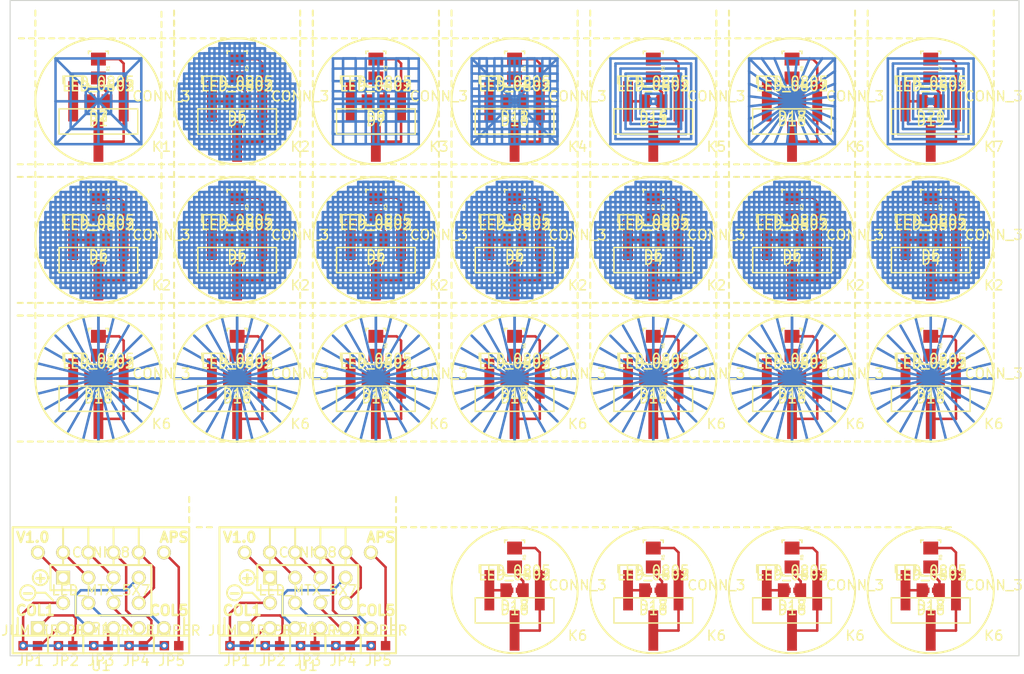
<source format=kicad_pcb>
(kicad_pcb (version 3) (host pcbnew "(2013-07-07 BZR 4022)-stable")
  (layers (15 F.Cu signal) (0 B.Cu signal) (18 B.Paste user) (19 F.Paste user) (20 B.SilkS user) (21 F.SilkS user) (22 B.Mask user) (23 F.Mask user) (28 Edge.Cuts user))
  (net 0 "")
  (net 1 /fixation_target_module_1/GND)
  (net 2 /fixation_target_module_1/V_IN)
  (net 3 /fixation_target_module_2/GND)
  (net 4 /fixation_target_module_2/V_IN)
  (net 5 /fixation_target_module_3/GND)
  (net 6 /fixation_target_module_3/V_IN)
  (net 7 /fixation_target_module_4/GND)
  (net 8 /fixation_target_module_4/V_IN)
  (net 9 /fixation_target_module_5/GND)
  (net 10 /fixation_target_module_5/V_IN)
  (net 11 /fixation_target_module_6/GND)
  (net 12 /fixation_target_module_6/V_IN)
  (net 13 /fixation_target_module_7/GND)
  (net 14 /fixation_target_module_7/V_IN)
  (net 15 N-0000010)
  (net 16 N-0000011)
  (net 17 N-0000012)
  (net 18 N-0000013)
  (net 19 N-0000014)
  (net 20 N-0000015)
  (net 21 N-0000016)
  (net 22 N-0000017)
  (net 23 N-0000018)
  (net 24 N-0000019)
  (net 25 N-000002)
  (net 26 N-0000020)
  (net 27 N-0000028)
  (net 28 N-0000029)
  (net 29 N-0000030)
  (net 30 N-0000031)
  (net 31 N-0000032)
  (net 32 N-0000033)
  (net 33 N-0000034)
  (net 34 N-000009)
  (module CONN_4x2_MALE_RA (layer F.Cu) (at 116.078 101.346)
    (fp_text reference P1 (at 3.81 5.08) (layer F.SilkS))
    (fp_text value CONN_8 (at 3.81 -2.54) (layer F.SilkS))
    (pad 1 thru_hole rect (at 0 0) (size 1.397 1.397) (drill 0.889) (layers *.Cu *.Mask F.SilkS) (net 25 N-000002))
    (pad 2 thru_hole circle (at 2.54 0) (size 1.397 1.397) (drill 0.889) (layers *.Cu *.Mask F.SilkS) (net 19 N-0000014))
    (pad 3 thru_hole circle (at 5.08 0) (size 1.397 1.397) (drill 0.889) (layers *.Cu *.Mask F.SilkS) (net 18 N-0000013))
    (pad 4 thru_hole circle (at 7.62 0) (size 1.397 1.397) (drill 0.889) (layers *.Cu *.Mask F.SilkS) (net 17 N-0000012))
    (pad 5 thru_hole circle (at 7.62 2.54) (size 1.397 1.397) (drill 0.889) (layers *.Cu *.Mask F.SilkS) (net 16 N-0000011))
    (pad 6 thru_hole circle (at 5.08 2.54) (size 1.397 1.397) (drill 0.889) (layers *.Cu *.Mask F.SilkS) (net 15 N-0000010))
    (pad 7 thru_hole circle (at 2.54 2.54) (size 1.397 1.397) (drill 0.889) (layers *.Cu *.Mask F.SilkS) (net 34 N-000009))
    (pad 8 thru_hole circle (at 0 2.54) (size 1.397 1.397) (drill 0.889) (layers *.Cu *.Mask F.SilkS) (net 20 N-0000015))
  )
  (module CONN_4x2_MALE_RA (layer F.Cu) (at 95.25 101.346)
    (fp_text reference P1 (at 3.81 5.08) (layer F.SilkS))
    (fp_text value CONN_8 (at 3.81 -2.54) (layer F.SilkS))
    (pad 1 thru_hole rect (at 0 0) (size 1.397 1.397) (drill 0.889) (layers *.Cu *.Mask F.SilkS) (net 25 N-000002))
    (pad 2 thru_hole circle (at 2.54 0) (size 1.397 1.397) (drill 0.889) (layers *.Cu *.Mask F.SilkS) (net 19 N-0000014))
    (pad 3 thru_hole circle (at 5.08 0) (size 1.397 1.397) (drill 0.889) (layers *.Cu *.Mask F.SilkS) (net 18 N-0000013))
    (pad 4 thru_hole circle (at 7.62 0) (size 1.397 1.397) (drill 0.889) (layers *.Cu *.Mask F.SilkS) (net 17 N-0000012))
    (pad 5 thru_hole circle (at 7.62 2.54) (size 1.397 1.397) (drill 0.889) (layers *.Cu *.Mask F.SilkS) (net 16 N-0000011))
    (pad 6 thru_hole circle (at 5.08 2.54) (size 1.397 1.397) (drill 0.889) (layers *.Cu *.Mask F.SilkS) (net 15 N-0000010))
    (pad 7 thru_hole circle (at 2.54 2.54) (size 1.397 1.397) (drill 0.889) (layers *.Cu *.Mask F.SilkS) (net 34 N-000009))
    (pad 8 thru_hole circle (at 0 2.54) (size 1.397 1.397) (drill 0.889) (layers *.Cu *.Mask F.SilkS) (net 20 N-0000015))
  )
  (module r_0805 (layer F.Cu) (at 182.626 99.314 270)
    (fp_text reference R6 (at 0 -0.9906 270) (layer F.SilkS) (effects (font (size 0.29972 0.29972) (thickness 0.06096))))
    (fp_text value 60 hide)
    (pad 1 smd rect (at 0.9525 0 270) (size 1.30048 1.4986) (layers F.Cu F.Paste F.Mask) (net 32 N-0000033))
    (pad 2 smd rect (at -0.9525 0 270) (size 1.30048 1.4986) (layers F.Cu F.Paste F.Mask) (net 11 /fixation_target_module_6/GND))
  )
  (module LED_0805 (layer F.Cu) (at 182.626 102.616)
    (fp_text reference D16 (at 0 1.992) (layer F.SilkS))
    (fp_text value LED_0805 (at 0 -1.992) (layer F.SilkS))
    (pad 1 smd rect (at -0.875 0) (size 1.1 1.4) (layers F.Cu F.Paste F.Mask) (net 12 /fixation_target_module_6/V_IN))
    (pad 2 smd rect (at 0.875 0) (size 1.1 1.4) (layers F.Cu F.Paste F.Mask) (net 32 N-0000033))
  )
  (module LED_0603 (layer F.Cu) (at 182.626 102.616)
    (fp_text reference D17 (at 0 1.524) (layer F.SilkS))
    (fp_text value LED_0603 (at 0 -1.524) (layer F.SilkS))
    (pad 1 smd rect (at -0.725 0) (size 0.95 0.95) (layers F.Cu F.Paste F.Mask) (net 12 /fixation_target_module_6/V_IN))
    (pad 2 smd rect (at 0.725 0) (size 0.95 0.95) (layers F.Cu F.Paste F.Mask) (net 32 N-0000033))
  )
  (module LED_0402 (layer F.Cu) (at 182.626 102.616)
    (fp_text reference D18 (at 0 1.524) (layer F.SilkS))
    (fp_text value LED_0402 (at 0 -1.524) (layer F.SilkS))
    (pad 1 smd rect (at -0.425 0) (size 0.6 0.55) (layers F.Cu F.Paste F.Mask) (net 12 /fixation_target_module_6/V_IN))
    (pad 2 smd rect (at 0.425 0) (size 0.6 0.55) (layers F.Cu F.Paste F.Mask) (net 32 N-0000033))
  )
  (module CONN_3X1_MALE_SMT (layer F.Cu) (at 182.626 104.648)
    (fp_text reference K6 (at 6.35 2.54) (layer F.SilkS))
    (fp_text value CONN_3 (at 6.35 -2.54) (layer F.SilkS))
    (pad 1 smd rect (at -2.54 -2.032) (size 0.9906 4.064) (layers F.Cu F.Paste F.Mask) (net 12 /fixation_target_module_6/V_IN))
    (pad 2 smd rect (at 0 2.032) (size 0.9906 4.064) (layers F.Cu F.Paste F.Mask) (net 11 /fixation_target_module_6/GND))
    (pad 3 smd rect (at 2.54 -2.032) (size 0.9906 4.064) (layers F.Cu F.Paste F.Mask) (net 11 /fixation_target_module_6/GND))
  )
  (module CONN_3X1_MALE_SMT (layer F.Cu) (at 168.656 104.648)
    (fp_text reference K6 (at 6.35 2.54) (layer F.SilkS))
    (fp_text value CONN_3 (at 6.35 -2.54) (layer F.SilkS))
    (pad 1 smd rect (at -2.54 -2.032) (size 0.9906 4.064) (layers F.Cu F.Paste F.Mask) (net 12 /fixation_target_module_6/V_IN))
    (pad 2 smd rect (at 0 2.032) (size 0.9906 4.064) (layers F.Cu F.Paste F.Mask) (net 11 /fixation_target_module_6/GND))
    (pad 3 smd rect (at 2.54 -2.032) (size 0.9906 4.064) (layers F.Cu F.Paste F.Mask) (net 11 /fixation_target_module_6/GND))
  )
  (module LED_0402 (layer F.Cu) (at 168.656 102.616)
    (fp_text reference D18 (at 0 1.524) (layer F.SilkS))
    (fp_text value LED_0402 (at 0 -1.524) (layer F.SilkS))
    (pad 1 smd rect (at -0.425 0) (size 0.6 0.55) (layers F.Cu F.Paste F.Mask) (net 12 /fixation_target_module_6/V_IN))
    (pad 2 smd rect (at 0.425 0) (size 0.6 0.55) (layers F.Cu F.Paste F.Mask) (net 32 N-0000033))
  )
  (module LED_0603 (layer F.Cu) (at 168.656 102.616)
    (fp_text reference D17 (at 0 1.524) (layer F.SilkS))
    (fp_text value LED_0603 (at 0 -1.524) (layer F.SilkS))
    (pad 1 smd rect (at -0.725 0) (size 0.95 0.95) (layers F.Cu F.Paste F.Mask) (net 12 /fixation_target_module_6/V_IN))
    (pad 2 smd rect (at 0.725 0) (size 0.95 0.95) (layers F.Cu F.Paste F.Mask) (net 32 N-0000033))
  )
  (module LED_0805 (layer F.Cu) (at 168.656 102.616)
    (fp_text reference D16 (at 0 1.992) (layer F.SilkS))
    (fp_text value LED_0805 (at 0 -1.992) (layer F.SilkS))
    (pad 1 smd rect (at -0.875 0) (size 1.1 1.4) (layers F.Cu F.Paste F.Mask) (net 12 /fixation_target_module_6/V_IN))
    (pad 2 smd rect (at 0.875 0) (size 1.1 1.4) (layers F.Cu F.Paste F.Mask) (net 32 N-0000033))
  )
  (module r_0805 (layer F.Cu) (at 168.656 99.314 270)
    (fp_text reference R6 (at 0 -0.9906 270) (layer F.SilkS) (effects (font (size 0.29972 0.29972) (thickness 0.06096))))
    (fp_text value 60 hide)
    (pad 1 smd rect (at 0.9525 0 270) (size 1.30048 1.4986) (layers F.Cu F.Paste F.Mask) (net 32 N-0000033))
    (pad 2 smd rect (at -0.9525 0 270) (size 1.30048 1.4986) (layers F.Cu F.Paste F.Mask) (net 11 /fixation_target_module_6/GND))
  )
  (module r_0805 (layer F.Cu) (at 154.686 99.314 270)
    (fp_text reference R6 (at 0 -0.9906 270) (layer F.SilkS) (effects (font (size 0.29972 0.29972) (thickness 0.06096))))
    (fp_text value 60 hide)
    (pad 1 smd rect (at 0.9525 0 270) (size 1.30048 1.4986) (layers F.Cu F.Paste F.Mask) (net 32 N-0000033))
    (pad 2 smd rect (at -0.9525 0 270) (size 1.30048 1.4986) (layers F.Cu F.Paste F.Mask) (net 11 /fixation_target_module_6/GND))
  )
  (module LED_0805 (layer F.Cu) (at 154.686 102.616)
    (fp_text reference D16 (at 0 1.992) (layer F.SilkS))
    (fp_text value LED_0805 (at 0 -1.992) (layer F.SilkS))
    (pad 1 smd rect (at -0.875 0) (size 1.1 1.4) (layers F.Cu F.Paste F.Mask) (net 12 /fixation_target_module_6/V_IN))
    (pad 2 smd rect (at 0.875 0) (size 1.1 1.4) (layers F.Cu F.Paste F.Mask) (net 32 N-0000033))
  )
  (module LED_0603 (layer F.Cu) (at 154.686 102.616)
    (fp_text reference D17 (at 0 1.524) (layer F.SilkS))
    (fp_text value LED_0603 (at 0 -1.524) (layer F.SilkS))
    (pad 1 smd rect (at -0.725 0) (size 0.95 0.95) (layers F.Cu F.Paste F.Mask) (net 12 /fixation_target_module_6/V_IN))
    (pad 2 smd rect (at 0.725 0) (size 0.95 0.95) (layers F.Cu F.Paste F.Mask) (net 32 N-0000033))
  )
  (module LED_0402 (layer F.Cu) (at 154.686 102.616)
    (fp_text reference D18 (at 0 1.524) (layer F.SilkS))
    (fp_text value LED_0402 (at 0 -1.524) (layer F.SilkS))
    (pad 1 smd rect (at -0.425 0) (size 0.6 0.55) (layers F.Cu F.Paste F.Mask) (net 12 /fixation_target_module_6/V_IN))
    (pad 2 smd rect (at 0.425 0) (size 0.6 0.55) (layers F.Cu F.Paste F.Mask) (net 32 N-0000033))
  )
  (module CONN_3X1_MALE_SMT (layer F.Cu) (at 154.686 104.648)
    (fp_text reference K6 (at 6.35 2.54) (layer F.SilkS))
    (fp_text value CONN_3 (at 6.35 -2.54) (layer F.SilkS))
    (pad 1 smd rect (at -2.54 -2.032) (size 0.9906 4.064) (layers F.Cu F.Paste F.Mask) (net 12 /fixation_target_module_6/V_IN))
    (pad 2 smd rect (at 0 2.032) (size 0.9906 4.064) (layers F.Cu F.Paste F.Mask) (net 11 /fixation_target_module_6/GND))
    (pad 3 smd rect (at 2.54 -2.032) (size 0.9906 4.064) (layers F.Cu F.Paste F.Mask) (net 11 /fixation_target_module_6/GND))
  )
  (module CONN_3X1_MALE_SMT (layer F.Cu) (at 140.716 104.648)
    (fp_text reference K6 (at 6.35 2.54) (layer F.SilkS))
    (fp_text value CONN_3 (at 6.35 -2.54) (layer F.SilkS))
    (pad 1 smd rect (at -2.54 -2.032) (size 0.9906 4.064) (layers F.Cu F.Paste F.Mask) (net 12 /fixation_target_module_6/V_IN))
    (pad 2 smd rect (at 0 2.032) (size 0.9906 4.064) (layers F.Cu F.Paste F.Mask) (net 11 /fixation_target_module_6/GND))
    (pad 3 smd rect (at 2.54 -2.032) (size 0.9906 4.064) (layers F.Cu F.Paste F.Mask) (net 11 /fixation_target_module_6/GND))
  )
  (module LED_0402 (layer F.Cu) (at 140.716 102.616)
    (fp_text reference D18 (at 0 1.524) (layer F.SilkS))
    (fp_text value LED_0402 (at 0 -1.524) (layer F.SilkS))
    (pad 1 smd rect (at -0.425 0) (size 0.6 0.55) (layers F.Cu F.Paste F.Mask) (net 12 /fixation_target_module_6/V_IN))
    (pad 2 smd rect (at 0.425 0) (size 0.6 0.55) (layers F.Cu F.Paste F.Mask) (net 32 N-0000033))
  )
  (module LED_0603 (layer F.Cu) (at 140.716 102.616)
    (fp_text reference D17 (at 0 1.524) (layer F.SilkS))
    (fp_text value LED_0603 (at 0 -1.524) (layer F.SilkS))
    (pad 1 smd rect (at -0.725 0) (size 0.95 0.95) (layers F.Cu F.Paste F.Mask) (net 12 /fixation_target_module_6/V_IN))
    (pad 2 smd rect (at 0.725 0) (size 0.95 0.95) (layers F.Cu F.Paste F.Mask) (net 32 N-0000033))
  )
  (module LED_0805 (layer F.Cu) (at 140.716 102.616)
    (fp_text reference D16 (at 0 1.992) (layer F.SilkS))
    (fp_text value LED_0805 (at 0 -1.992) (layer F.SilkS))
    (pad 1 smd rect (at -0.875 0) (size 1.1 1.4) (layers F.Cu F.Paste F.Mask) (net 12 /fixation_target_module_6/V_IN))
    (pad 2 smd rect (at 0.875 0) (size 1.1 1.4) (layers F.Cu F.Paste F.Mask) (net 32 N-0000033))
  )
  (module r_0805 (layer F.Cu) (at 140.716 99.314 270)
    (fp_text reference R6 (at 0 -0.9906 270) (layer F.SilkS) (effects (font (size 0.29972 0.29972) (thickness 0.06096))))
    (fp_text value 60 hide)
    (pad 1 smd rect (at 0.9525 0 270) (size 1.30048 1.4986) (layers F.Cu F.Paste F.Mask) (net 32 N-0000033))
    (pad 2 smd rect (at -0.9525 0 270) (size 1.30048 1.4986) (layers F.Cu F.Paste F.Mask) (net 11 /fixation_target_module_6/GND))
  )
  (module CONN_3X1_MALE_SMT (layer F.Cu) (at 182.626 83.312)
    (fp_text reference K6 (at 6.35 2.54) (layer F.SilkS))
    (fp_text value CONN_3 (at 6.35 -2.54) (layer F.SilkS))
    (pad 1 smd rect (at -2.54 -2.032) (size 0.9906 4.064) (layers F.Cu F.Paste F.Mask) (net 12 /fixation_target_module_6/V_IN))
    (pad 2 smd rect (at 0 2.032) (size 0.9906 4.064) (layers F.Cu F.Paste F.Mask) (net 11 /fixation_target_module_6/GND))
    (pad 3 smd rect (at 2.54 -2.032) (size 0.9906 4.064) (layers F.Cu F.Paste F.Mask) (net 11 /fixation_target_module_6/GND))
  )
  (module LED_0402 (layer F.Cu) (at 182.626 81.28)
    (fp_text reference D18 (at 0 1.524) (layer F.SilkS))
    (fp_text value LED_0402 (at 0 -1.524) (layer F.SilkS))
    (pad 1 smd rect (at -0.425 0) (size 0.6 0.55) (layers F.Cu F.Paste F.Mask) (net 12 /fixation_target_module_6/V_IN))
    (pad 2 smd rect (at 0.425 0) (size 0.6 0.55) (layers F.Cu F.Paste F.Mask) (net 32 N-0000033))
  )
  (module LED_0603 (layer F.Cu) (at 182.626 81.28)
    (fp_text reference D17 (at 0 1.524) (layer F.SilkS))
    (fp_text value LED_0603 (at 0 -1.524) (layer F.SilkS))
    (pad 1 smd rect (at -0.725 0) (size 0.95 0.95) (layers F.Cu F.Paste F.Mask) (net 12 /fixation_target_module_6/V_IN))
    (pad 2 smd rect (at 0.725 0) (size 0.95 0.95) (layers F.Cu F.Paste F.Mask) (net 32 N-0000033))
  )
  (module LED_0805 (layer F.Cu) (at 182.626 81.28)
    (fp_text reference D16 (at 0 1.992) (layer F.SilkS))
    (fp_text value LED_0805 (at 0 -1.992) (layer F.SilkS))
    (pad 1 smd rect (at -0.875 0) (size 1.1 1.4) (layers F.Cu F.Paste F.Mask) (net 12 /fixation_target_module_6/V_IN))
    (pad 2 smd rect (at 0.875 0) (size 1.1 1.4) (layers F.Cu F.Paste F.Mask) (net 32 N-0000033))
  )
  (module r_0805 (layer F.Cu) (at 182.626 77.978 270)
    (fp_text reference R6 (at 0 -0.9906 270) (layer F.SilkS) (effects (font (size 0.29972 0.29972) (thickness 0.06096))))
    (fp_text value 60 hide)
    (pad 1 smd rect (at 0.9525 0 270) (size 1.30048 1.4986) (layers F.Cu F.Paste F.Mask) (net 32 N-0000033))
    (pad 2 smd rect (at -0.9525 0 270) (size 1.30048 1.4986) (layers F.Cu F.Paste F.Mask) (net 11 /fixation_target_module_6/GND))
  )
  (module r_0805 (layer F.Cu) (at 140.716 77.978 270)
    (fp_text reference R6 (at 0 -0.9906 270) (layer F.SilkS) (effects (font (size 0.29972 0.29972) (thickness 0.06096))))
    (fp_text value 60 hide)
    (pad 1 smd rect (at 0.9525 0 270) (size 1.30048 1.4986) (layers F.Cu F.Paste F.Mask) (net 32 N-0000033))
    (pad 2 smd rect (at -0.9525 0 270) (size 1.30048 1.4986) (layers F.Cu F.Paste F.Mask) (net 11 /fixation_target_module_6/GND))
  )
  (module LED_0805 (layer F.Cu) (at 140.716 81.28)
    (fp_text reference D16 (at 0 1.992) (layer F.SilkS))
    (fp_text value LED_0805 (at 0 -1.992) (layer F.SilkS))
    (pad 1 smd rect (at -0.875 0) (size 1.1 1.4) (layers F.Cu F.Paste F.Mask) (net 12 /fixation_target_module_6/V_IN))
    (pad 2 smd rect (at 0.875 0) (size 1.1 1.4) (layers F.Cu F.Paste F.Mask) (net 32 N-0000033))
  )
  (module LED_0603 (layer F.Cu) (at 140.716 81.28)
    (fp_text reference D17 (at 0 1.524) (layer F.SilkS))
    (fp_text value LED_0603 (at 0 -1.524) (layer F.SilkS))
    (pad 1 smd rect (at -0.725 0) (size 0.95 0.95) (layers F.Cu F.Paste F.Mask) (net 12 /fixation_target_module_6/V_IN))
    (pad 2 smd rect (at 0.725 0) (size 0.95 0.95) (layers F.Cu F.Paste F.Mask) (net 32 N-0000033))
  )
  (module LED_0402 (layer F.Cu) (at 140.716 81.28)
    (fp_text reference D18 (at 0 1.524) (layer F.SilkS))
    (fp_text value LED_0402 (at 0 -1.524) (layer F.SilkS))
    (pad 1 smd rect (at -0.425 0) (size 0.6 0.55) (layers F.Cu F.Paste F.Mask) (net 12 /fixation_target_module_6/V_IN))
    (pad 2 smd rect (at 0.425 0) (size 0.6 0.55) (layers F.Cu F.Paste F.Mask) (net 32 N-0000033))
  )
  (module CONN_3X1_MALE_SMT (layer F.Cu) (at 140.716 83.312)
    (fp_text reference K6 (at 6.35 2.54) (layer F.SilkS))
    (fp_text value CONN_3 (at 6.35 -2.54) (layer F.SilkS))
    (pad 1 smd rect (at -2.54 -2.032) (size 0.9906 4.064) (layers F.Cu F.Paste F.Mask) (net 12 /fixation_target_module_6/V_IN))
    (pad 2 smd rect (at 0 2.032) (size 0.9906 4.064) (layers F.Cu F.Paste F.Mask) (net 11 /fixation_target_module_6/GND))
    (pad 3 smd rect (at 2.54 -2.032) (size 0.9906 4.064) (layers F.Cu F.Paste F.Mask) (net 11 /fixation_target_module_6/GND))
  )
  (module CONN_3X1_MALE_SMT (layer F.Cu) (at 154.686 83.312)
    (fp_text reference K6 (at 6.35 2.54) (layer F.SilkS))
    (fp_text value CONN_3 (at 6.35 -2.54) (layer F.SilkS))
    (pad 1 smd rect (at -2.54 -2.032) (size 0.9906 4.064) (layers F.Cu F.Paste F.Mask) (net 12 /fixation_target_module_6/V_IN))
    (pad 2 smd rect (at 0 2.032) (size 0.9906 4.064) (layers F.Cu F.Paste F.Mask) (net 11 /fixation_target_module_6/GND))
    (pad 3 smd rect (at 2.54 -2.032) (size 0.9906 4.064) (layers F.Cu F.Paste F.Mask) (net 11 /fixation_target_module_6/GND))
  )
  (module LED_0402 (layer F.Cu) (at 154.686 81.28)
    (fp_text reference D18 (at 0 1.524) (layer F.SilkS))
    (fp_text value LED_0402 (at 0 -1.524) (layer F.SilkS))
    (pad 1 smd rect (at -0.425 0) (size 0.6 0.55) (layers F.Cu F.Paste F.Mask) (net 12 /fixation_target_module_6/V_IN))
    (pad 2 smd rect (at 0.425 0) (size 0.6 0.55) (layers F.Cu F.Paste F.Mask) (net 32 N-0000033))
  )
  (module LED_0603 (layer F.Cu) (at 154.686 81.28)
    (fp_text reference D17 (at 0 1.524) (layer F.SilkS))
    (fp_text value LED_0603 (at 0 -1.524) (layer F.SilkS))
    (pad 1 smd rect (at -0.725 0) (size 0.95 0.95) (layers F.Cu F.Paste F.Mask) (net 12 /fixation_target_module_6/V_IN))
    (pad 2 smd rect (at 0.725 0) (size 0.95 0.95) (layers F.Cu F.Paste F.Mask) (net 32 N-0000033))
  )
  (module LED_0805 (layer F.Cu) (at 154.686 81.28)
    (fp_text reference D16 (at 0 1.992) (layer F.SilkS))
    (fp_text value LED_0805 (at 0 -1.992) (layer F.SilkS))
    (pad 1 smd rect (at -0.875 0) (size 1.1 1.4) (layers F.Cu F.Paste F.Mask) (net 12 /fixation_target_module_6/V_IN))
    (pad 2 smd rect (at 0.875 0) (size 1.1 1.4) (layers F.Cu F.Paste F.Mask) (net 32 N-0000033))
  )
  (module r_0805 (layer F.Cu) (at 154.686 77.978 270)
    (fp_text reference R6 (at 0 -0.9906 270) (layer F.SilkS) (effects (font (size 0.29972 0.29972) (thickness 0.06096))))
    (fp_text value 60 hide)
    (pad 1 smd rect (at 0.9525 0 270) (size 1.30048 1.4986) (layers F.Cu F.Paste F.Mask) (net 32 N-0000033))
    (pad 2 smd rect (at -0.9525 0 270) (size 1.30048 1.4986) (layers F.Cu F.Paste F.Mask) (net 11 /fixation_target_module_6/GND))
  )
  (module r_0805 (layer F.Cu) (at 168.656 77.978 270)
    (fp_text reference R6 (at 0 -0.9906 270) (layer F.SilkS) (effects (font (size 0.29972 0.29972) (thickness 0.06096))))
    (fp_text value 60 hide)
    (pad 1 smd rect (at 0.9525 0 270) (size 1.30048 1.4986) (layers F.Cu F.Paste F.Mask) (net 32 N-0000033))
    (pad 2 smd rect (at -0.9525 0 270) (size 1.30048 1.4986) (layers F.Cu F.Paste F.Mask) (net 11 /fixation_target_module_6/GND))
  )
  (module LED_0805 (layer F.Cu) (at 168.656 81.28)
    (fp_text reference D16 (at 0 1.992) (layer F.SilkS))
    (fp_text value LED_0805 (at 0 -1.992) (layer F.SilkS))
    (pad 1 smd rect (at -0.875 0) (size 1.1 1.4) (layers F.Cu F.Paste F.Mask) (net 12 /fixation_target_module_6/V_IN))
    (pad 2 smd rect (at 0.875 0) (size 1.1 1.4) (layers F.Cu F.Paste F.Mask) (net 32 N-0000033))
  )
  (module LED_0603 (layer F.Cu) (at 168.656 81.28)
    (fp_text reference D17 (at 0 1.524) (layer F.SilkS))
    (fp_text value LED_0603 (at 0 -1.524) (layer F.SilkS))
    (pad 1 smd rect (at -0.725 0) (size 0.95 0.95) (layers F.Cu F.Paste F.Mask) (net 12 /fixation_target_module_6/V_IN))
    (pad 2 smd rect (at 0.725 0) (size 0.95 0.95) (layers F.Cu F.Paste F.Mask) (net 32 N-0000033))
  )
  (module LED_0402 (layer F.Cu) (at 168.656 81.28)
    (fp_text reference D18 (at 0 1.524) (layer F.SilkS))
    (fp_text value LED_0402 (at 0 -1.524) (layer F.SilkS))
    (pad 1 smd rect (at -0.425 0) (size 0.6 0.55) (layers F.Cu F.Paste F.Mask) (net 12 /fixation_target_module_6/V_IN))
    (pad 2 smd rect (at 0.425 0) (size 0.6 0.55) (layers F.Cu F.Paste F.Mask) (net 32 N-0000033))
  )
  (module CONN_3X1_MALE_SMT (layer F.Cu) (at 168.656 83.312)
    (fp_text reference K6 (at 6.35 2.54) (layer F.SilkS))
    (fp_text value CONN_3 (at 6.35 -2.54) (layer F.SilkS))
    (pad 1 smd rect (at -2.54 -2.032) (size 0.9906 4.064) (layers F.Cu F.Paste F.Mask) (net 12 /fixation_target_module_6/V_IN))
    (pad 2 smd rect (at 0 2.032) (size 0.9906 4.064) (layers F.Cu F.Paste F.Mask) (net 11 /fixation_target_module_6/GND))
    (pad 3 smd rect (at 2.54 -2.032) (size 0.9906 4.064) (layers F.Cu F.Paste F.Mask) (net 11 /fixation_target_module_6/GND))
  )
  (module CONN_3X1_MALE_SMT (layer F.Cu) (at 126.746 83.312)
    (fp_text reference K6 (at 6.35 2.54) (layer F.SilkS))
    (fp_text value CONN_3 (at 6.35 -2.54) (layer F.SilkS))
    (pad 1 smd rect (at -2.54 -2.032) (size 0.9906 4.064) (layers F.Cu F.Paste F.Mask) (net 12 /fixation_target_module_6/V_IN))
    (pad 2 smd rect (at 0 2.032) (size 0.9906 4.064) (layers F.Cu F.Paste F.Mask) (net 11 /fixation_target_module_6/GND))
    (pad 3 smd rect (at 2.54 -2.032) (size 0.9906 4.064) (layers F.Cu F.Paste F.Mask) (net 11 /fixation_target_module_6/GND))
  )
  (module LED_0402 (layer F.Cu) (at 126.746 81.28)
    (fp_text reference D18 (at 0 1.524) (layer F.SilkS))
    (fp_text value LED_0402 (at 0 -1.524) (layer F.SilkS))
    (pad 1 smd rect (at -0.425 0) (size 0.6 0.55) (layers F.Cu F.Paste F.Mask) (net 12 /fixation_target_module_6/V_IN))
    (pad 2 smd rect (at 0.425 0) (size 0.6 0.55) (layers F.Cu F.Paste F.Mask) (net 32 N-0000033))
  )
  (module LED_0603 (layer F.Cu) (at 126.746 81.28)
    (fp_text reference D17 (at 0 1.524) (layer F.SilkS))
    (fp_text value LED_0603 (at 0 -1.524) (layer F.SilkS))
    (pad 1 smd rect (at -0.725 0) (size 0.95 0.95) (layers F.Cu F.Paste F.Mask) (net 12 /fixation_target_module_6/V_IN))
    (pad 2 smd rect (at 0.725 0) (size 0.95 0.95) (layers F.Cu F.Paste F.Mask) (net 32 N-0000033))
  )
  (module LED_0805 (layer F.Cu) (at 126.746 81.28)
    (fp_text reference D16 (at 0 1.992) (layer F.SilkS))
    (fp_text value LED_0805 (at 0 -1.992) (layer F.SilkS))
    (pad 1 smd rect (at -0.875 0) (size 1.1 1.4) (layers F.Cu F.Paste F.Mask) (net 12 /fixation_target_module_6/V_IN))
    (pad 2 smd rect (at 0.875 0) (size 1.1 1.4) (layers F.Cu F.Paste F.Mask) (net 32 N-0000033))
  )
  (module r_0805 (layer F.Cu) (at 126.746 77.978 270)
    (fp_text reference R6 (at 0 -0.9906 270) (layer F.SilkS) (effects (font (size 0.29972 0.29972) (thickness 0.06096))))
    (fp_text value 60 hide)
    (pad 1 smd rect (at 0.9525 0 270) (size 1.30048 1.4986) (layers F.Cu F.Paste F.Mask) (net 32 N-0000033))
    (pad 2 smd rect (at -0.9525 0 270) (size 1.30048 1.4986) (layers F.Cu F.Paste F.Mask) (net 11 /fixation_target_module_6/GND))
  )
  (module r_0805 (layer F.Cu) (at 112.776 77.978 270)
    (fp_text reference R6 (at 0 -0.9906 270) (layer F.SilkS) (effects (font (size 0.29972 0.29972) (thickness 0.06096))))
    (fp_text value 60 hide)
    (pad 1 smd rect (at 0.9525 0 270) (size 1.30048 1.4986) (layers F.Cu F.Paste F.Mask) (net 32 N-0000033))
    (pad 2 smd rect (at -0.9525 0 270) (size 1.30048 1.4986) (layers F.Cu F.Paste F.Mask) (net 11 /fixation_target_module_6/GND))
  )
  (module LED_0805 (layer F.Cu) (at 112.776 81.28)
    (fp_text reference D16 (at 0 1.992) (layer F.SilkS))
    (fp_text value LED_0805 (at 0 -1.992) (layer F.SilkS))
    (pad 1 smd rect (at -0.875 0) (size 1.1 1.4) (layers F.Cu F.Paste F.Mask) (net 12 /fixation_target_module_6/V_IN))
    (pad 2 smd rect (at 0.875 0) (size 1.1 1.4) (layers F.Cu F.Paste F.Mask) (net 32 N-0000033))
  )
  (module LED_0603 (layer F.Cu) (at 112.776 81.28)
    (fp_text reference D17 (at 0 1.524) (layer F.SilkS))
    (fp_text value LED_0603 (at 0 -1.524) (layer F.SilkS))
    (pad 1 smd rect (at -0.725 0) (size 0.95 0.95) (layers F.Cu F.Paste F.Mask) (net 12 /fixation_target_module_6/V_IN))
    (pad 2 smd rect (at 0.725 0) (size 0.95 0.95) (layers F.Cu F.Paste F.Mask) (net 32 N-0000033))
  )
  (module LED_0402 (layer F.Cu) (at 112.776 81.28)
    (fp_text reference D18 (at 0 1.524) (layer F.SilkS))
    (fp_text value LED_0402 (at 0 -1.524) (layer F.SilkS))
    (pad 1 smd rect (at -0.425 0) (size 0.6 0.55) (layers F.Cu F.Paste F.Mask) (net 12 /fixation_target_module_6/V_IN))
    (pad 2 smd rect (at 0.425 0) (size 0.6 0.55) (layers F.Cu F.Paste F.Mask) (net 32 N-0000033))
  )
  (module CONN_3X1_MALE_SMT (layer F.Cu) (at 112.776 83.312)
    (fp_text reference K6 (at 6.35 2.54) (layer F.SilkS))
    (fp_text value CONN_3 (at 6.35 -2.54) (layer F.SilkS))
    (pad 1 smd rect (at -2.54 -2.032) (size 0.9906 4.064) (layers F.Cu F.Paste F.Mask) (net 12 /fixation_target_module_6/V_IN))
    (pad 2 smd rect (at 0 2.032) (size 0.9906 4.064) (layers F.Cu F.Paste F.Mask) (net 11 /fixation_target_module_6/GND))
    (pad 3 smd rect (at 2.54 -2.032) (size 0.9906 4.064) (layers F.Cu F.Paste F.Mask) (net 11 /fixation_target_module_6/GND))
  )
  (module CONN_3X1_MALE_SMT (layer F.Cu) (at 98.806 83.312)
    (fp_text reference K6 (at 6.35 2.54) (layer F.SilkS))
    (fp_text value CONN_3 (at 6.35 -2.54) (layer F.SilkS))
    (pad 1 smd rect (at -2.54 -2.032) (size 0.9906 4.064) (layers F.Cu F.Paste F.Mask) (net 12 /fixation_target_module_6/V_IN))
    (pad 2 smd rect (at 0 2.032) (size 0.9906 4.064) (layers F.Cu F.Paste F.Mask) (net 11 /fixation_target_module_6/GND))
    (pad 3 smd rect (at 2.54 -2.032) (size 0.9906 4.064) (layers F.Cu F.Paste F.Mask) (net 11 /fixation_target_module_6/GND))
  )
  (module LED_0402 (layer F.Cu) (at 98.806 81.28)
    (fp_text reference D18 (at 0 1.524) (layer F.SilkS))
    (fp_text value LED_0402 (at 0 -1.524) (layer F.SilkS))
    (pad 1 smd rect (at -0.425 0) (size 0.6 0.55) (layers F.Cu F.Paste F.Mask) (net 12 /fixation_target_module_6/V_IN))
    (pad 2 smd rect (at 0.425 0) (size 0.6 0.55) (layers F.Cu F.Paste F.Mask) (net 32 N-0000033))
  )
  (module LED_0603 (layer F.Cu) (at 98.806 81.28)
    (fp_text reference D17 (at 0 1.524) (layer F.SilkS))
    (fp_text value LED_0603 (at 0 -1.524) (layer F.SilkS))
    (pad 1 smd rect (at -0.725 0) (size 0.95 0.95) (layers F.Cu F.Paste F.Mask) (net 12 /fixation_target_module_6/V_IN))
    (pad 2 smd rect (at 0.725 0) (size 0.95 0.95) (layers F.Cu F.Paste F.Mask) (net 32 N-0000033))
  )
  (module LED_0805 (layer F.Cu) (at 98.806 81.28)
    (fp_text reference D16 (at 0 1.992) (layer F.SilkS))
    (fp_text value LED_0805 (at 0 -1.992) (layer F.SilkS))
    (pad 1 smd rect (at -0.875 0) (size 1.1 1.4) (layers F.Cu F.Paste F.Mask) (net 12 /fixation_target_module_6/V_IN))
    (pad 2 smd rect (at 0.875 0) (size 1.1 1.4) (layers F.Cu F.Paste F.Mask) (net 32 N-0000033))
  )
  (module r_0805 (layer F.Cu) (at 98.806 77.978 270)
    (fp_text reference R6 (at 0 -0.9906 270) (layer F.SilkS) (effects (font (size 0.29972 0.29972) (thickness 0.06096))))
    (fp_text value 60 hide)
    (pad 1 smd rect (at 0.9525 0 270) (size 1.30048 1.4986) (layers F.Cu F.Paste F.Mask) (net 32 N-0000033))
    (pad 2 smd rect (at -0.9525 0 270) (size 1.30048 1.4986) (layers F.Cu F.Paste F.Mask) (net 11 /fixation_target_module_6/GND))
  )
  (module CONN_3X1_MALE_SMT (layer F.Cu) (at 154.686 69.342)
    (fp_text reference K2 (at 6.35 2.54) (layer F.SilkS))
    (fp_text value CONN_3 (at 6.35 -2.54) (layer F.SilkS))
    (pad 1 smd rect (at -2.54 -2.032) (size 0.9906 4.064) (layers F.Cu F.Paste F.Mask) (net 4 /fixation_target_module_2/V_IN))
    (pad 2 smd rect (at 0 2.032) (size 0.9906 4.064) (layers F.Cu F.Paste F.Mask) (net 3 /fixation_target_module_2/GND))
    (pad 3 smd rect (at 2.54 -2.032) (size 0.9906 4.064) (layers F.Cu F.Paste F.Mask) (net 3 /fixation_target_module_2/GND))
  )
  (module LED_0402 (layer F.Cu) (at 154.686 67.31)
    (fp_text reference D6 (at 0 1.524) (layer F.SilkS))
    (fp_text value LED_0402 (at 0 -1.524) (layer F.SilkS))
    (pad 1 smd rect (at -0.425 0) (size 0.6 0.55) (layers F.Cu F.Paste F.Mask) (net 4 /fixation_target_module_2/V_IN))
    (pad 2 smd rect (at 0.425 0) (size 0.6 0.55) (layers F.Cu F.Paste F.Mask) (net 28 N-0000029))
  )
  (module LED_0603 (layer F.Cu) (at 154.686 67.31)
    (fp_text reference D5 (at 0 1.524) (layer F.SilkS))
    (fp_text value LED_0603 (at 0 -1.524) (layer F.SilkS))
    (pad 1 smd rect (at -0.725 0) (size 0.95 0.95) (layers F.Cu F.Paste F.Mask) (net 4 /fixation_target_module_2/V_IN))
    (pad 2 smd rect (at 0.725 0) (size 0.95 0.95) (layers F.Cu F.Paste F.Mask) (net 28 N-0000029))
  )
  (module LED_0805 (layer F.Cu) (at 154.686 67.31)
    (fp_text reference D4 (at 0 1.992) (layer F.SilkS))
    (fp_text value LED_0805 (at 0 -1.992) (layer F.SilkS))
    (pad 1 smd rect (at -0.875 0) (size 1.1 1.4) (layers F.Cu F.Paste F.Mask) (net 4 /fixation_target_module_2/V_IN))
    (pad 2 smd rect (at 0.875 0) (size 1.1 1.4) (layers F.Cu F.Paste F.Mask) (net 28 N-0000029))
  )
  (module r_0805 (layer F.Cu) (at 154.686 64.008 270)
    (fp_text reference R2 (at 0 -0.9906 270) (layer F.SilkS) (effects (font (size 0.29972 0.29972) (thickness 0.06096))))
    (fp_text value 60 hide)
    (pad 1 smd rect (at 0.9525 0 270) (size 1.30048 1.4986) (layers F.Cu F.Paste F.Mask) (net 28 N-0000029))
    (pad 2 smd rect (at -0.9525 0 270) (size 1.30048 1.4986) (layers F.Cu F.Paste F.Mask) (net 3 /fixation_target_module_2/GND))
  )
  (module r_0805 (layer F.Cu) (at 182.626 64.008 270)
    (fp_text reference R2 (at 0 -0.9906 270) (layer F.SilkS) (effects (font (size 0.29972 0.29972) (thickness 0.06096))))
    (fp_text value 60 hide)
    (pad 1 smd rect (at 0.9525 0 270) (size 1.30048 1.4986) (layers F.Cu F.Paste F.Mask) (net 28 N-0000029))
    (pad 2 smd rect (at -0.9525 0 270) (size 1.30048 1.4986) (layers F.Cu F.Paste F.Mask) (net 3 /fixation_target_module_2/GND))
  )
  (module LED_0805 (layer F.Cu) (at 182.626 67.31)
    (fp_text reference D4 (at 0 1.992) (layer F.SilkS))
    (fp_text value LED_0805 (at 0 -1.992) (layer F.SilkS))
    (pad 1 smd rect (at -0.875 0) (size 1.1 1.4) (layers F.Cu F.Paste F.Mask) (net 4 /fixation_target_module_2/V_IN))
    (pad 2 smd rect (at 0.875 0) (size 1.1 1.4) (layers F.Cu F.Paste F.Mask) (net 28 N-0000029))
  )
  (module LED_0603 (layer F.Cu) (at 182.626 67.31)
    (fp_text reference D5 (at 0 1.524) (layer F.SilkS))
    (fp_text value LED_0603 (at 0 -1.524) (layer F.SilkS))
    (pad 1 smd rect (at -0.725 0) (size 0.95 0.95) (layers F.Cu F.Paste F.Mask) (net 4 /fixation_target_module_2/V_IN))
    (pad 2 smd rect (at 0.725 0) (size 0.95 0.95) (layers F.Cu F.Paste F.Mask) (net 28 N-0000029))
  )
  (module LED_0402 (layer F.Cu) (at 182.626 67.31)
    (fp_text reference D6 (at 0 1.524) (layer F.SilkS))
    (fp_text value LED_0402 (at 0 -1.524) (layer F.SilkS))
    (pad 1 smd rect (at -0.425 0) (size 0.6 0.55) (layers F.Cu F.Paste F.Mask) (net 4 /fixation_target_module_2/V_IN))
    (pad 2 smd rect (at 0.425 0) (size 0.6 0.55) (layers F.Cu F.Paste F.Mask) (net 28 N-0000029))
  )
  (module CONN_3X1_MALE_SMT (layer F.Cu) (at 182.626 69.342)
    (fp_text reference K2 (at 6.35 2.54) (layer F.SilkS))
    (fp_text value CONN_3 (at 6.35 -2.54) (layer F.SilkS))
    (pad 1 smd rect (at -2.54 -2.032) (size 0.9906 4.064) (layers F.Cu F.Paste F.Mask) (net 4 /fixation_target_module_2/V_IN))
    (pad 2 smd rect (at 0 2.032) (size 0.9906 4.064) (layers F.Cu F.Paste F.Mask) (net 3 /fixation_target_module_2/GND))
    (pad 3 smd rect (at 2.54 -2.032) (size 0.9906 4.064) (layers F.Cu F.Paste F.Mask) (net 3 /fixation_target_module_2/GND))
  )
  (module CONN_3X1_MALE_SMT (layer F.Cu) (at 168.656 69.342)
    (fp_text reference K2 (at 6.35 2.54) (layer F.SilkS))
    (fp_text value CONN_3 (at 6.35 -2.54) (layer F.SilkS))
    (pad 1 smd rect (at -2.54 -2.032) (size 0.9906 4.064) (layers F.Cu F.Paste F.Mask) (net 4 /fixation_target_module_2/V_IN))
    (pad 2 smd rect (at 0 2.032) (size 0.9906 4.064) (layers F.Cu F.Paste F.Mask) (net 3 /fixation_target_module_2/GND))
    (pad 3 smd rect (at 2.54 -2.032) (size 0.9906 4.064) (layers F.Cu F.Paste F.Mask) (net 3 /fixation_target_module_2/GND))
  )
  (module LED_0402 (layer F.Cu) (at 168.656 67.31)
    (fp_text reference D6 (at 0 1.524) (layer F.SilkS))
    (fp_text value LED_0402 (at 0 -1.524) (layer F.SilkS))
    (pad 1 smd rect (at -0.425 0) (size 0.6 0.55) (layers F.Cu F.Paste F.Mask) (net 4 /fixation_target_module_2/V_IN))
    (pad 2 smd rect (at 0.425 0) (size 0.6 0.55) (layers F.Cu F.Paste F.Mask) (net 28 N-0000029))
  )
  (module LED_0603 (layer F.Cu) (at 168.656 67.31)
    (fp_text reference D5 (at 0 1.524) (layer F.SilkS))
    (fp_text value LED_0603 (at 0 -1.524) (layer F.SilkS))
    (pad 1 smd rect (at -0.725 0) (size 0.95 0.95) (layers F.Cu F.Paste F.Mask) (net 4 /fixation_target_module_2/V_IN))
    (pad 2 smd rect (at 0.725 0) (size 0.95 0.95) (layers F.Cu F.Paste F.Mask) (net 28 N-0000029))
  )
  (module LED_0805 (layer F.Cu) (at 168.656 67.31)
    (fp_text reference D4 (at 0 1.992) (layer F.SilkS))
    (fp_text value LED_0805 (at 0 -1.992) (layer F.SilkS))
    (pad 1 smd rect (at -0.875 0) (size 1.1 1.4) (layers F.Cu F.Paste F.Mask) (net 4 /fixation_target_module_2/V_IN))
    (pad 2 smd rect (at 0.875 0) (size 1.1 1.4) (layers F.Cu F.Paste F.Mask) (net 28 N-0000029))
  )
  (module r_0805 (layer F.Cu) (at 168.656 64.008 270)
    (fp_text reference R2 (at 0 -0.9906 270) (layer F.SilkS) (effects (font (size 0.29972 0.29972) (thickness 0.06096))))
    (fp_text value 60 hide)
    (pad 1 smd rect (at 0.9525 0 270) (size 1.30048 1.4986) (layers F.Cu F.Paste F.Mask) (net 28 N-0000029))
    (pad 2 smd rect (at -0.9525 0 270) (size 1.30048 1.4986) (layers F.Cu F.Paste F.Mask) (net 3 /fixation_target_module_2/GND))
  )
  (module r_0805 (layer F.Cu) (at 126.746 64.008 270)
    (fp_text reference R2 (at 0 -0.9906 270) (layer F.SilkS) (effects (font (size 0.29972 0.29972) (thickness 0.06096))))
    (fp_text value 60 hide)
    (pad 1 smd rect (at 0.9525 0 270) (size 1.30048 1.4986) (layers F.Cu F.Paste F.Mask) (net 28 N-0000029))
    (pad 2 smd rect (at -0.9525 0 270) (size 1.30048 1.4986) (layers F.Cu F.Paste F.Mask) (net 3 /fixation_target_module_2/GND))
  )
  (module LED_0805 (layer F.Cu) (at 126.746 67.31)
    (fp_text reference D4 (at 0 1.992) (layer F.SilkS))
    (fp_text value LED_0805 (at 0 -1.992) (layer F.SilkS))
    (pad 1 smd rect (at -0.875 0) (size 1.1 1.4) (layers F.Cu F.Paste F.Mask) (net 4 /fixation_target_module_2/V_IN))
    (pad 2 smd rect (at 0.875 0) (size 1.1 1.4) (layers F.Cu F.Paste F.Mask) (net 28 N-0000029))
  )
  (module LED_0603 (layer F.Cu) (at 126.746 67.31)
    (fp_text reference D5 (at 0 1.524) (layer F.SilkS))
    (fp_text value LED_0603 (at 0 -1.524) (layer F.SilkS))
    (pad 1 smd rect (at -0.725 0) (size 0.95 0.95) (layers F.Cu F.Paste F.Mask) (net 4 /fixation_target_module_2/V_IN))
    (pad 2 smd rect (at 0.725 0) (size 0.95 0.95) (layers F.Cu F.Paste F.Mask) (net 28 N-0000029))
  )
  (module LED_0402 (layer F.Cu) (at 126.746 67.31)
    (fp_text reference D6 (at 0 1.524) (layer F.SilkS))
    (fp_text value LED_0402 (at 0 -1.524) (layer F.SilkS))
    (pad 1 smd rect (at -0.425 0) (size 0.6 0.55) (layers F.Cu F.Paste F.Mask) (net 4 /fixation_target_module_2/V_IN))
    (pad 2 smd rect (at 0.425 0) (size 0.6 0.55) (layers F.Cu F.Paste F.Mask) (net 28 N-0000029))
  )
  (module CONN_3X1_MALE_SMT (layer F.Cu) (at 126.746 69.342)
    (fp_text reference K2 (at 6.35 2.54) (layer F.SilkS))
    (fp_text value CONN_3 (at 6.35 -2.54) (layer F.SilkS))
    (pad 1 smd rect (at -2.54 -2.032) (size 0.9906 4.064) (layers F.Cu F.Paste F.Mask) (net 4 /fixation_target_module_2/V_IN))
    (pad 2 smd rect (at 0 2.032) (size 0.9906 4.064) (layers F.Cu F.Paste F.Mask) (net 3 /fixation_target_module_2/GND))
    (pad 3 smd rect (at 2.54 -2.032) (size 0.9906 4.064) (layers F.Cu F.Paste F.Mask) (net 3 /fixation_target_module_2/GND))
  )
  (module CONN_3X1_MALE_SMT (layer F.Cu) (at 140.716 69.342)
    (fp_text reference K2 (at 6.35 2.54) (layer F.SilkS))
    (fp_text value CONN_3 (at 6.35 -2.54) (layer F.SilkS))
    (pad 1 smd rect (at -2.54 -2.032) (size 0.9906 4.064) (layers F.Cu F.Paste F.Mask) (net 4 /fixation_target_module_2/V_IN))
    (pad 2 smd rect (at 0 2.032) (size 0.9906 4.064) (layers F.Cu F.Paste F.Mask) (net 3 /fixation_target_module_2/GND))
    (pad 3 smd rect (at 2.54 -2.032) (size 0.9906 4.064) (layers F.Cu F.Paste F.Mask) (net 3 /fixation_target_module_2/GND))
  )
  (module LED_0402 (layer F.Cu) (at 140.716 67.31)
    (fp_text reference D6 (at 0 1.524) (layer F.SilkS))
    (fp_text value LED_0402 (at 0 -1.524) (layer F.SilkS))
    (pad 1 smd rect (at -0.425 0) (size 0.6 0.55) (layers F.Cu F.Paste F.Mask) (net 4 /fixation_target_module_2/V_IN))
    (pad 2 smd rect (at 0.425 0) (size 0.6 0.55) (layers F.Cu F.Paste F.Mask) (net 28 N-0000029))
  )
  (module LED_0603 (layer F.Cu) (at 140.716 67.31)
    (fp_text reference D5 (at 0 1.524) (layer F.SilkS))
    (fp_text value LED_0603 (at 0 -1.524) (layer F.SilkS))
    (pad 1 smd rect (at -0.725 0) (size 0.95 0.95) (layers F.Cu F.Paste F.Mask) (net 4 /fixation_target_module_2/V_IN))
    (pad 2 smd rect (at 0.725 0) (size 0.95 0.95) (layers F.Cu F.Paste F.Mask) (net 28 N-0000029))
  )
  (module LED_0805 (layer F.Cu) (at 140.716 67.31)
    (fp_text reference D4 (at 0 1.992) (layer F.SilkS))
    (fp_text value LED_0805 (at 0 -1.992) (layer F.SilkS))
    (pad 1 smd rect (at -0.875 0) (size 1.1 1.4) (layers F.Cu F.Paste F.Mask) (net 4 /fixation_target_module_2/V_IN))
    (pad 2 smd rect (at 0.875 0) (size 1.1 1.4) (layers F.Cu F.Paste F.Mask) (net 28 N-0000029))
  )
  (module r_0805 (layer F.Cu) (at 140.716 64.008 270)
    (fp_text reference R2 (at 0 -0.9906 270) (layer F.SilkS) (effects (font (size 0.29972 0.29972) (thickness 0.06096))))
    (fp_text value 60 hide)
    (pad 1 smd rect (at 0.9525 0 270) (size 1.30048 1.4986) (layers F.Cu F.Paste F.Mask) (net 28 N-0000029))
    (pad 2 smd rect (at -0.9525 0 270) (size 1.30048 1.4986) (layers F.Cu F.Paste F.Mask) (net 3 /fixation_target_module_2/GND))
  )
  (module r_0805 (layer F.Cu) (at 112.776 64.008 270)
    (fp_text reference R2 (at 0 -0.9906 270) (layer F.SilkS) (effects (font (size 0.29972 0.29972) (thickness 0.06096))))
    (fp_text value 60 hide)
    (pad 1 smd rect (at 0.9525 0 270) (size 1.30048 1.4986) (layers F.Cu F.Paste F.Mask) (net 28 N-0000029))
    (pad 2 smd rect (at -0.9525 0 270) (size 1.30048 1.4986) (layers F.Cu F.Paste F.Mask) (net 3 /fixation_target_module_2/GND))
  )
  (module LED_0805 (layer F.Cu) (at 112.776 67.31)
    (fp_text reference D4 (at 0 1.992) (layer F.SilkS))
    (fp_text value LED_0805 (at 0 -1.992) (layer F.SilkS))
    (pad 1 smd rect (at -0.875 0) (size 1.1 1.4) (layers F.Cu F.Paste F.Mask) (net 4 /fixation_target_module_2/V_IN))
    (pad 2 smd rect (at 0.875 0) (size 1.1 1.4) (layers F.Cu F.Paste F.Mask) (net 28 N-0000029))
  )
  (module LED_0603 (layer F.Cu) (at 112.776 67.31)
    (fp_text reference D5 (at 0 1.524) (layer F.SilkS))
    (fp_text value LED_0603 (at 0 -1.524) (layer F.SilkS))
    (pad 1 smd rect (at -0.725 0) (size 0.95 0.95) (layers F.Cu F.Paste F.Mask) (net 4 /fixation_target_module_2/V_IN))
    (pad 2 smd rect (at 0.725 0) (size 0.95 0.95) (layers F.Cu F.Paste F.Mask) (net 28 N-0000029))
  )
  (module LED_0402 (layer F.Cu) (at 112.776 67.31)
    (fp_text reference D6 (at 0 1.524) (layer F.SilkS))
    (fp_text value LED_0402 (at 0 -1.524) (layer F.SilkS))
    (pad 1 smd rect (at -0.425 0) (size 0.6 0.55) (layers F.Cu F.Paste F.Mask) (net 4 /fixation_target_module_2/V_IN))
    (pad 2 smd rect (at 0.425 0) (size 0.6 0.55) (layers F.Cu F.Paste F.Mask) (net 28 N-0000029))
  )
  (module CONN_3X1_MALE_SMT (layer F.Cu) (at 112.776 69.342)
    (fp_text reference K2 (at 6.35 2.54) (layer F.SilkS))
    (fp_text value CONN_3 (at 6.35 -2.54) (layer F.SilkS))
    (pad 1 smd rect (at -2.54 -2.032) (size 0.9906 4.064) (layers F.Cu F.Paste F.Mask) (net 4 /fixation_target_module_2/V_IN))
    (pad 2 smd rect (at 0 2.032) (size 0.9906 4.064) (layers F.Cu F.Paste F.Mask) (net 3 /fixation_target_module_2/GND))
    (pad 3 smd rect (at 2.54 -2.032) (size 0.9906 4.064) (layers F.Cu F.Paste F.Mask) (net 3 /fixation_target_module_2/GND))
  )
  (module CONN_3X1_MALE_SMT (layer F.Cu) (at 98.806 69.342)
    (fp_text reference K2 (at 6.35 2.54) (layer F.SilkS))
    (fp_text value CONN_3 (at 6.35 -2.54) (layer F.SilkS))
    (pad 1 smd rect (at -2.54 -2.032) (size 0.9906 4.064) (layers F.Cu F.Paste F.Mask) (net 4 /fixation_target_module_2/V_IN))
    (pad 2 smd rect (at 0 2.032) (size 0.9906 4.064) (layers F.Cu F.Paste F.Mask) (net 3 /fixation_target_module_2/GND))
    (pad 3 smd rect (at 2.54 -2.032) (size 0.9906 4.064) (layers F.Cu F.Paste F.Mask) (net 3 /fixation_target_module_2/GND))
  )
  (module LED_0402 (layer F.Cu) (at 98.806 67.31)
    (fp_text reference D6 (at 0 1.524) (layer F.SilkS))
    (fp_text value LED_0402 (at 0 -1.524) (layer F.SilkS))
    (pad 1 smd rect (at -0.425 0) (size 0.6 0.55) (layers F.Cu F.Paste F.Mask) (net 4 /fixation_target_module_2/V_IN))
    (pad 2 smd rect (at 0.425 0) (size 0.6 0.55) (layers F.Cu F.Paste F.Mask) (net 28 N-0000029))
  )
  (module LED_0603 (layer F.Cu) (at 98.806 67.31)
    (fp_text reference D5 (at 0 1.524) (layer F.SilkS))
    (fp_text value LED_0603 (at 0 -1.524) (layer F.SilkS))
    (pad 1 smd rect (at -0.725 0) (size 0.95 0.95) (layers F.Cu F.Paste F.Mask) (net 4 /fixation_target_module_2/V_IN))
    (pad 2 smd rect (at 0.725 0) (size 0.95 0.95) (layers F.Cu F.Paste F.Mask) (net 28 N-0000029))
  )
  (module LED_0805 (layer F.Cu) (at 98.806 67.31)
    (fp_text reference D4 (at 0 1.992) (layer F.SilkS))
    (fp_text value LED_0805 (at 0 -1.992) (layer F.SilkS))
    (pad 1 smd rect (at -0.875 0) (size 1.1 1.4) (layers F.Cu F.Paste F.Mask) (net 4 /fixation_target_module_2/V_IN))
    (pad 2 smd rect (at 0.875 0) (size 1.1 1.4) (layers F.Cu F.Paste F.Mask) (net 28 N-0000029))
  )
  (module r_0805 (layer F.Cu) (at 98.806 64.008 270)
    (fp_text reference R2 (at 0 -0.9906 270) (layer F.SilkS) (effects (font (size 0.29972 0.29972) (thickness 0.06096))))
    (fp_text value 60 hide)
    (pad 1 smd rect (at 0.9525 0 270) (size 1.30048 1.4986) (layers F.Cu F.Paste F.Mask) (net 28 N-0000029))
    (pad 2 smd rect (at -0.9525 0 270) (size 1.30048 1.4986) (layers F.Cu F.Paste F.Mask) (net 3 /fixation_target_module_2/GND))
  )
  (module LED_0603 (layer F.Cu) (at 116.332 108.204)
    (fp_text reference JP2 (at 0 1.524) (layer F.SilkS))
    (fp_text value JUMPER (at 0 -1.524) (layer F.SilkS))
    (pad 1 smd rect (at -0.725 0) (size 0.95 0.95) (layers F.Cu F.Paste F.Mask) (net 20 N-0000015))
    (pad 2 smd rect (at 0.725 0) (size 0.95 0.95) (layers F.Cu F.Paste F.Mask) (net 23 N-0000018))
  )
  (module LED_0603 (layer F.Cu) (at 119.888 108.204)
    (fp_text reference JP3 (at 0 1.524) (layer F.SilkS))
    (fp_text value JUMPER (at 0 -1.524) (layer F.SilkS))
    (pad 1 smd rect (at -0.725 0) (size 0.95 0.95) (layers F.Cu F.Paste F.Mask) (net 20 N-0000015))
    (pad 2 smd rect (at 0.725 0) (size 0.95 0.95) (layers F.Cu F.Paste F.Mask) (net 22 N-0000017))
  )
  (module LED_0603 (layer F.Cu) (at 123.444 108.204)
    (fp_text reference JP4 (at 0 1.524) (layer F.SilkS))
    (fp_text value JUMPER (at 0 -1.524) (layer F.SilkS))
    (pad 1 smd rect (at -0.725 0) (size 0.95 0.95) (layers F.Cu F.Paste F.Mask) (net 20 N-0000015))
    (pad 2 smd rect (at 0.725 0) (size 0.95 0.95) (layers F.Cu F.Paste F.Mask) (net 21 N-0000016))
  )
  (module LED_0603 (layer F.Cu) (at 127 108.204)
    (fp_text reference JP5 (at 0 1.524) (layer F.SilkS))
    (fp_text value JUMPER (at 0 -1.524) (layer F.SilkS))
    (pad 1 smd rect (at -0.725 0) (size 0.95 0.95) (layers F.Cu F.Paste F.Mask) (net 20 N-0000015))
    (pad 2 smd rect (at 0.725 0) (size 0.95 0.95) (layers F.Cu F.Paste F.Mask) (net 24 N-0000019))
  )
  (module LED_0603 (layer F.Cu) (at 112.776 108.204)
    (fp_text reference JP1 (at 0 1.524) (layer F.SilkS))
    (fp_text value JUMPER (at 0 -1.524) (layer F.SilkS))
    (pad 1 smd rect (at -0.725 0) (size 0.95 0.95) (layers F.Cu F.Paste F.Mask) (net 20 N-0000015))
    (pad 2 smd rect (at 0.725 0) (size 0.95 0.95) (layers F.Cu F.Paste F.Mask) (net 26 N-0000020))
  )
  (module LED_MTX_5X7 (layer F.Cu) (at 113.538 106.426)
    (fp_text reference U1 (at 6.35 3.81) (layer F.SilkS))
    (fp_text value LED_MTX_5X7 (at 6.35 -3.81) (layer F.SilkS))
    (pad 1 thru_hole rect (at 0 0) (size 1.397 1.397) (drill 0.889) (layers *.Cu *.Mask F.SilkS) (net 23 N-0000018))
    (pad 2 thru_hole circle (at 2.54 0) (size 1.397 1.397) (drill 0.889) (layers *.Cu *.Mask F.SilkS) (net 26 N-0000020))
    (pad 3 thru_hole circle (at 5.08 0) (size 1.397 1.397) (drill 0.889) (layers *.Cu *.Mask F.SilkS) (net 17 N-0000012))
    (pad 4 thru_hole circle (at 7.62 0) (size 1.397 1.397) (drill 0.889) (layers *.Cu *.Mask F.SilkS) (net 22 N-0000017))
    (pad 5 thru_hole circle (at 10.16 0) (size 1.397 1.397) (drill 0.889) (layers *.Cu *.Mask F.SilkS) (net 15 N-0000010))
    (pad 6 thru_hole circle (at 12.7 0) (size 1.397 1.397) (drill 0.889) (layers *.Cu *.Mask F.SilkS) (net 34 N-000009))
    (pad 7 thru_hole circle (at 12.7 -7.62) (size 1.397 1.397) (drill 0.889) (layers *.Cu *.Mask F.SilkS) (net 24 N-0000019))
    (pad 8 thru_hole circle (at 10.16 -7.62) (size 1.397 1.397) (drill 0.889) (layers *.Cu *.Mask F.SilkS) (net 16 N-0000011))
    (pad 9 thru_hole circle (at 7.62 -7.62) (size 1.397 1.397) (drill 0.889) (layers *.Cu *.Mask F.SilkS) (net 21 N-0000016))
    (pad 10 thru_hole circle (at 5.08 -7.62) (size 1.397 1.397) (drill 0.889) (layers *.Cu *.Mask F.SilkS) (net 18 N-0000013))
    (pad 11 thru_hole circle (at 2.54 -7.62) (size 1.397 1.397) (drill 0.889) (layers *.Cu *.Mask F.SilkS) (net 19 N-0000014))
    (pad 12 thru_hole circle (at 0 -7.62) (size 1.397 1.397) (drill 0.889) (layers *.Cu *.Mask F.SilkS) (net 25 N-000002))
  )
  (module r_0805 (layer F.Cu) (at 140.716 50.038 270)
    (fp_text reference R4 (at 0 -0.9906 270) (layer F.SilkS) (effects (font (size 0.29972 0.29972) (thickness 0.06096))))
    (fp_text value 60 hide)
    (pad 1 smd rect (at 0.9525 0 270) (size 1.30048 1.4986) (layers F.Cu F.Paste F.Mask) (net 30 N-0000031))
    (pad 2 smd rect (at -0.9525 0 270) (size 1.30048 1.4986) (layers F.Cu F.Paste F.Mask) (net 7 /fixation_target_module_4/GND))
  )
  (module r_0805 (layer F.Cu) (at 126.746 50.038 270)
    (fp_text reference R3 (at 0 -0.9906 270) (layer F.SilkS) (effects (font (size 0.29972 0.29972) (thickness 0.06096))))
    (fp_text value 60 hide)
    (pad 1 smd rect (at 0.9525 0 270) (size 1.30048 1.4986) (layers F.Cu F.Paste F.Mask) (net 29 N-0000030))
    (pad 2 smd rect (at -0.9525 0 270) (size 1.30048 1.4986) (layers F.Cu F.Paste F.Mask) (net 5 /fixation_target_module_3/GND))
  )
  (module r_0805 (layer F.Cu) (at 154.686 50.038 270)
    (fp_text reference R5 (at 0 -0.9906 270) (layer F.SilkS) (effects (font (size 0.29972 0.29972) (thickness 0.06096))))
    (fp_text value 60 hide)
    (pad 1 smd rect (at 0.9525 0 270) (size 1.30048 1.4986) (layers F.Cu F.Paste F.Mask) (net 31 N-0000032))
    (pad 2 smd rect (at -0.9525 0 270) (size 1.30048 1.4986) (layers F.Cu F.Paste F.Mask) (net 9 /fixation_target_module_5/GND))
  )
  (module r_0805 (layer F.Cu) (at 182.626 50.038 270)
    (fp_text reference R7 (at 0 -0.9906 270) (layer F.SilkS) (effects (font (size 0.29972 0.29972) (thickness 0.06096))))
    (fp_text value 60 hide)
    (pad 1 smd rect (at 0.9525 0 270) (size 1.30048 1.4986) (layers F.Cu F.Paste F.Mask) (net 33 N-0000034))
    (pad 2 smd rect (at -0.9525 0 270) (size 1.30048 1.4986) (layers F.Cu F.Paste F.Mask) (net 13 /fixation_target_module_7/GND))
  )
  (module r_0805 (layer F.Cu) (at 112.776 50.038 270)
    (fp_text reference R2 (at 0 -0.9906 270) (layer F.SilkS) (effects (font (size 0.29972 0.29972) (thickness 0.06096))))
    (fp_text value 60 hide)
    (pad 1 smd rect (at 0.9525 0 270) (size 1.30048 1.4986) (layers F.Cu F.Paste F.Mask) (net 28 N-0000029))
    (pad 2 smd rect (at -0.9525 0 270) (size 1.30048 1.4986) (layers F.Cu F.Paste F.Mask) (net 3 /fixation_target_module_2/GND))
  )
  (module r_0805 (layer F.Cu) (at 168.656 50.038 270)
    (fp_text reference R6 (at 0 -0.9906 270) (layer F.SilkS) (effects (font (size 0.29972 0.29972) (thickness 0.06096))))
    (fp_text value 60 hide)
    (pad 1 smd rect (at 0.9525 0 270) (size 1.30048 1.4986) (layers F.Cu F.Paste F.Mask) (net 32 N-0000033))
    (pad 2 smd rect (at -0.9525 0 270) (size 1.30048 1.4986) (layers F.Cu F.Paste F.Mask) (net 11 /fixation_target_module_6/GND))
  )
  (module r_0805 (layer F.Cu) (at 98.806 50.038 270)
    (fp_text reference R1 (at 0 -0.9906 270) (layer F.SilkS) (effects (font (size 0.29972 0.29972) (thickness 0.06096))))
    (fp_text value 60 hide)
    (pad 1 smd rect (at 0.9525 0 270) (size 1.30048 1.4986) (layers F.Cu F.Paste F.Mask) (net 27 N-0000028))
    (pad 2 smd rect (at -0.9525 0 270) (size 1.30048 1.4986) (layers F.Cu F.Paste F.Mask) (net 1 /fixation_target_module_1/GND))
  )
  (module LED_MTX_5X7 (layer F.Cu) (at 92.71 106.426)
    (fp_text reference U1 (at 6.35 3.81) (layer F.SilkS))
    (fp_text value LED_MTX_5X7 (at 6.35 -3.81) (layer F.SilkS))
    (pad 1 thru_hole rect (at 0 0) (size 1.397 1.397) (drill 0.889) (layers *.Cu *.Mask F.SilkS) (net 23 N-0000018))
    (pad 2 thru_hole circle (at 2.54 0) (size 1.397 1.397) (drill 0.889) (layers *.Cu *.Mask F.SilkS) (net 26 N-0000020))
    (pad 3 thru_hole circle (at 5.08 0) (size 1.397 1.397) (drill 0.889) (layers *.Cu *.Mask F.SilkS) (net 17 N-0000012))
    (pad 4 thru_hole circle (at 7.62 0) (size 1.397 1.397) (drill 0.889) (layers *.Cu *.Mask F.SilkS) (net 22 N-0000017))
    (pad 5 thru_hole circle (at 10.16 0) (size 1.397 1.397) (drill 0.889) (layers *.Cu *.Mask F.SilkS) (net 15 N-0000010))
    (pad 6 thru_hole circle (at 12.7 0) (size 1.397 1.397) (drill 0.889) (layers *.Cu *.Mask F.SilkS) (net 34 N-000009))
    (pad 7 thru_hole circle (at 12.7 -7.62) (size 1.397 1.397) (drill 0.889) (layers *.Cu *.Mask F.SilkS) (net 24 N-0000019))
    (pad 8 thru_hole circle (at 10.16 -7.62) (size 1.397 1.397) (drill 0.889) (layers *.Cu *.Mask F.SilkS) (net 16 N-0000011))
    (pad 9 thru_hole circle (at 7.62 -7.62) (size 1.397 1.397) (drill 0.889) (layers *.Cu *.Mask F.SilkS) (net 21 N-0000016))
    (pad 10 thru_hole circle (at 5.08 -7.62) (size 1.397 1.397) (drill 0.889) (layers *.Cu *.Mask F.SilkS) (net 18 N-0000013))
    (pad 11 thru_hole circle (at 2.54 -7.62) (size 1.397 1.397) (drill 0.889) (layers *.Cu *.Mask F.SilkS) (net 19 N-0000014))
    (pad 12 thru_hole circle (at 0 -7.62) (size 1.397 1.397) (drill 0.889) (layers *.Cu *.Mask F.SilkS) (net 25 N-000002))
  )
  (module LED_0805 (layer F.Cu) (at 182.626 53.34)
    (fp_text reference D19 (at 0 1.992) (layer F.SilkS))
    (fp_text value LED_0805 (at 0 -1.992) (layer F.SilkS))
    (pad 1 smd rect (at -0.875 0) (size 1.1 1.4) (layers F.Cu F.Paste F.Mask) (net 14 /fixation_target_module_7/V_IN))
    (pad 2 smd rect (at 0.875 0) (size 1.1 1.4) (layers F.Cu F.Paste F.Mask) (net 33 N-0000034))
  )
  (module LED_0805 (layer F.Cu) (at 168.656 53.34)
    (fp_text reference D16 (at 0 1.992) (layer F.SilkS))
    (fp_text value LED_0805 (at 0 -1.992) (layer F.SilkS))
    (pad 1 smd rect (at -0.875 0) (size 1.1 1.4) (layers F.Cu F.Paste F.Mask) (net 12 /fixation_target_module_6/V_IN))
    (pad 2 smd rect (at 0.875 0) (size 1.1 1.4) (layers F.Cu F.Paste F.Mask) (net 32 N-0000033))
  )
  (module LED_0805 (layer F.Cu) (at 126.746 53.34)
    (fp_text reference D7 (at 0 1.992) (layer F.SilkS))
    (fp_text value LED_0805 (at 0 -1.992) (layer F.SilkS))
    (pad 1 smd rect (at -0.875 0) (size 1.1 1.4) (layers F.Cu F.Paste F.Mask) (net 6 /fixation_target_module_3/V_IN))
    (pad 2 smd rect (at 0.875 0) (size 1.1 1.4) (layers F.Cu F.Paste F.Mask) (net 29 N-0000030))
  )
  (module LED_0805 (layer F.Cu) (at 140.716 53.34)
    (fp_text reference D10 (at 0 1.992) (layer F.SilkS))
    (fp_text value LED_0805 (at 0 -1.992) (layer F.SilkS))
    (pad 1 smd rect (at -0.875 0) (size 1.1 1.4) (layers F.Cu F.Paste F.Mask) (net 8 /fixation_target_module_4/V_IN))
    (pad 2 smd rect (at 0.875 0) (size 1.1 1.4) (layers F.Cu F.Paste F.Mask) (net 30 N-0000031))
  )
  (module LED_0805 (layer F.Cu) (at 112.776 53.34)
    (fp_text reference D4 (at 0 1.992) (layer F.SilkS))
    (fp_text value LED_0805 (at 0 -1.992) (layer F.SilkS))
    (pad 1 smd rect (at -0.875 0) (size 1.1 1.4) (layers F.Cu F.Paste F.Mask) (net 4 /fixation_target_module_2/V_IN))
    (pad 2 smd rect (at 0.875 0) (size 1.1 1.4) (layers F.Cu F.Paste F.Mask) (net 28 N-0000029))
  )
  (module LED_0805 (layer F.Cu) (at 98.806 53.34)
    (fp_text reference D1 (at 0 1.992) (layer F.SilkS))
    (fp_text value LED_0805 (at 0 -1.992) (layer F.SilkS))
    (pad 1 smd rect (at -0.875 0) (size 1.1 1.4) (layers F.Cu F.Paste F.Mask) (net 2 /fixation_target_module_1/V_IN))
    (pad 2 smd rect (at 0.875 0) (size 1.1 1.4) (layers F.Cu F.Paste F.Mask) (net 27 N-0000028))
  )
  (module LED_0805 (layer F.Cu) (at 154.686 53.34)
    (fp_text reference D13 (at 0 1.992) (layer F.SilkS))
    (fp_text value LED_0805 (at 0 -1.992) (layer F.SilkS))
    (pad 1 smd rect (at -0.875 0) (size 1.1 1.4) (layers F.Cu F.Paste F.Mask) (net 10 /fixation_target_module_5/V_IN))
    (pad 2 smd rect (at 0.875 0) (size 1.1 1.4) (layers F.Cu F.Paste F.Mask) (net 31 N-0000032))
  )
  (module LED_0603 (layer F.Cu) (at 140.716 53.34)
    (fp_text reference D11 (at 0 1.524) (layer F.SilkS))
    (fp_text value LED_0603 (at 0 -1.524) (layer F.SilkS))
    (pad 1 smd rect (at -0.725 0) (size 0.95 0.95) (layers F.Cu F.Paste F.Mask) (net 8 /fixation_target_module_4/V_IN))
    (pad 2 smd rect (at 0.725 0) (size 0.95 0.95) (layers F.Cu F.Paste F.Mask) (net 30 N-0000031))
  )
  (module LED_0603 (layer F.Cu) (at 112.776 53.34)
    (fp_text reference D5 (at 0 1.524) (layer F.SilkS))
    (fp_text value LED_0603 (at 0 -1.524) (layer F.SilkS))
    (pad 1 smd rect (at -0.725 0) (size 0.95 0.95) (layers F.Cu F.Paste F.Mask) (net 4 /fixation_target_module_2/V_IN))
    (pad 2 smd rect (at 0.725 0) (size 0.95 0.95) (layers F.Cu F.Paste F.Mask) (net 28 N-0000029))
  )
  (module LED_0603 (layer F.Cu) (at 154.686 53.34)
    (fp_text reference D14 (at 0 1.524) (layer F.SilkS))
    (fp_text value LED_0603 (at 0 -1.524) (layer F.SilkS))
    (pad 1 smd rect (at -0.725 0) (size 0.95 0.95) (layers F.Cu F.Paste F.Mask) (net 10 /fixation_target_module_5/V_IN))
    (pad 2 smd rect (at 0.725 0) (size 0.95 0.95) (layers F.Cu F.Paste F.Mask) (net 31 N-0000032))
  )
  (module LED_0603 (layer F.Cu) (at 126.746 53.34)
    (fp_text reference D8 (at 0 1.524) (layer F.SilkS))
    (fp_text value LED_0603 (at 0 -1.524) (layer F.SilkS))
    (pad 1 smd rect (at -0.725 0) (size 0.95 0.95) (layers F.Cu F.Paste F.Mask) (net 6 /fixation_target_module_3/V_IN))
    (pad 2 smd rect (at 0.725 0) (size 0.95 0.95) (layers F.Cu F.Paste F.Mask) (net 29 N-0000030))
  )
  (module LED_0603 (layer F.Cu) (at 168.656 53.34)
    (fp_text reference D17 (at 0 1.524) (layer F.SilkS))
    (fp_text value LED_0603 (at 0 -1.524) (layer F.SilkS))
    (pad 1 smd rect (at -0.725 0) (size 0.95 0.95) (layers F.Cu F.Paste F.Mask) (net 12 /fixation_target_module_6/V_IN))
    (pad 2 smd rect (at 0.725 0) (size 0.95 0.95) (layers F.Cu F.Paste F.Mask) (net 32 N-0000033))
  )
  (module LED_0603 (layer F.Cu) (at 98.806 53.34)
    (fp_text reference D2 (at 0 1.524) (layer F.SilkS))
    (fp_text value LED_0603 (at 0 -1.524) (layer F.SilkS))
    (pad 1 smd rect (at -0.725 0) (size 0.95 0.95) (layers F.Cu F.Paste F.Mask) (net 2 /fixation_target_module_1/V_IN))
    (pad 2 smd rect (at 0.725 0) (size 0.95 0.95) (layers F.Cu F.Paste F.Mask) (net 27 N-0000028))
  )
  (module LED_0603 (layer F.Cu) (at 182.626 53.34)
    (fp_text reference D20 (at 0 1.524) (layer F.SilkS))
    (fp_text value LED_0603 (at 0 -1.524) (layer F.SilkS))
    (pad 1 smd rect (at -0.725 0) (size 0.95 0.95) (layers F.Cu F.Paste F.Mask) (net 14 /fixation_target_module_7/V_IN))
    (pad 2 smd rect (at 0.725 0) (size 0.95 0.95) (layers F.Cu F.Paste F.Mask) (net 33 N-0000034))
  )
  (module LED_0402 (layer F.Cu) (at 168.656 53.34)
    (fp_text reference D18 (at 0 1.524) (layer F.SilkS))
    (fp_text value LED_0402 (at 0 -1.524) (layer F.SilkS))
    (pad 1 smd rect (at -0.425 0) (size 0.6 0.55) (layers F.Cu F.Paste F.Mask) (net 12 /fixation_target_module_6/V_IN))
    (pad 2 smd rect (at 0.425 0) (size 0.6 0.55) (layers F.Cu F.Paste F.Mask) (net 32 N-0000033))
  )
  (module LED_0402 (layer F.Cu) (at 154.686 53.34)
    (fp_text reference D15 (at 0 1.524) (layer F.SilkS))
    (fp_text value LED_0402 (at 0 -1.524) (layer F.SilkS))
    (pad 1 smd rect (at -0.425 0) (size 0.6 0.55) (layers F.Cu F.Paste F.Mask) (net 10 /fixation_target_module_5/V_IN))
    (pad 2 smd rect (at 0.425 0) (size 0.6 0.55) (layers F.Cu F.Paste F.Mask) (net 31 N-0000032))
  )
  (module LED_0402 (layer F.Cu) (at 182.626 53.34)
    (fp_text reference D21 (at 0 1.524) (layer F.SilkS))
    (fp_text value LED_0402 (at 0 -1.524) (layer F.SilkS))
    (pad 1 smd rect (at -0.425 0) (size 0.6 0.55) (layers F.Cu F.Paste F.Mask) (net 14 /fixation_target_module_7/V_IN))
    (pad 2 smd rect (at 0.425 0) (size 0.6 0.55) (layers F.Cu F.Paste F.Mask) (net 33 N-0000034))
  )
  (module LED_0402 (layer F.Cu) (at 140.716 53.34)
    (fp_text reference D12 (at 0 1.524) (layer F.SilkS))
    (fp_text value LED_0402 (at 0 -1.524) (layer F.SilkS))
    (pad 1 smd rect (at -0.425 0) (size 0.6 0.55) (layers F.Cu F.Paste F.Mask) (net 8 /fixation_target_module_4/V_IN))
    (pad 2 smd rect (at 0.425 0) (size 0.6 0.55) (layers F.Cu F.Paste F.Mask) (net 30 N-0000031))
  )
  (module LED_0402 (layer F.Cu) (at 126.746 53.34)
    (fp_text reference D9 (at 0 1.524) (layer F.SilkS))
    (fp_text value LED_0402 (at 0 -1.524) (layer F.SilkS))
    (pad 1 smd rect (at -0.425 0) (size 0.6 0.55) (layers F.Cu F.Paste F.Mask) (net 6 /fixation_target_module_3/V_IN))
    (pad 2 smd rect (at 0.425 0) (size 0.6 0.55) (layers F.Cu F.Paste F.Mask) (net 29 N-0000030))
  )
  (module LED_0402 (layer F.Cu) (at 112.776 53.34)
    (fp_text reference D6 (at 0 1.524) (layer F.SilkS))
    (fp_text value LED_0402 (at 0 -1.524) (layer F.SilkS))
    (pad 1 smd rect (at -0.425 0) (size 0.6 0.55) (layers F.Cu F.Paste F.Mask) (net 4 /fixation_target_module_2/V_IN))
    (pad 2 smd rect (at 0.425 0) (size 0.6 0.55) (layers F.Cu F.Paste F.Mask) (net 28 N-0000029))
  )
  (module LED_0402 (layer F.Cu) (at 98.806 53.34)
    (fp_text reference D3 (at 0 1.524) (layer F.SilkS))
    (fp_text value LED_0402 (at 0 -1.524) (layer F.SilkS))
    (pad 1 smd rect (at -0.425 0) (size 0.6 0.55) (layers F.Cu F.Paste F.Mask) (net 2 /fixation_target_module_1/V_IN))
    (pad 2 smd rect (at 0.425 0) (size 0.6 0.55) (layers F.Cu F.Paste F.Mask) (net 27 N-0000028))
  )
  (module CONN_3X1_MALE_SMT (layer F.Cu) (at 154.686 55.372)
    (fp_text reference K5 (at 6.35 2.54) (layer F.SilkS))
    (fp_text value CONN_3 (at 6.35 -2.54) (layer F.SilkS))
    (pad 1 smd rect (at -2.54 -2.032) (size 0.9906 4.064) (layers F.Cu F.Paste F.Mask) (net 10 /fixation_target_module_5/V_IN))
    (pad 2 smd rect (at 0 2.032) (size 0.9906 4.064) (layers F.Cu F.Paste F.Mask) (net 9 /fixation_target_module_5/GND))
    (pad 3 smd rect (at 2.54 -2.032) (size 0.9906 4.064) (layers F.Cu F.Paste F.Mask) (net 9 /fixation_target_module_5/GND))
  )
  (module CONN_3X1_MALE_SMT (layer F.Cu) (at 140.716 55.372)
    (fp_text reference K4 (at 6.35 2.54) (layer F.SilkS))
    (fp_text value CONN_3 (at 6.35 -2.54) (layer F.SilkS))
    (pad 1 smd rect (at -2.54 -2.032) (size 0.9906 4.064) (layers F.Cu F.Paste F.Mask) (net 8 /fixation_target_module_4/V_IN))
    (pad 2 smd rect (at 0 2.032) (size 0.9906 4.064) (layers F.Cu F.Paste F.Mask) (net 7 /fixation_target_module_4/GND))
    (pad 3 smd rect (at 2.54 -2.032) (size 0.9906 4.064) (layers F.Cu F.Paste F.Mask) (net 7 /fixation_target_module_4/GND))
  )
  (module CONN_3X1_MALE_SMT (layer F.Cu) (at 168.656 55.372)
    (fp_text reference K6 (at 6.35 2.54) (layer F.SilkS))
    (fp_text value CONN_3 (at 6.35 -2.54) (layer F.SilkS))
    (pad 1 smd rect (at -2.54 -2.032) (size 0.9906 4.064) (layers F.Cu F.Paste F.Mask) (net 12 /fixation_target_module_6/V_IN))
    (pad 2 smd rect (at 0 2.032) (size 0.9906 4.064) (layers F.Cu F.Paste F.Mask) (net 11 /fixation_target_module_6/GND))
    (pad 3 smd rect (at 2.54 -2.032) (size 0.9906 4.064) (layers F.Cu F.Paste F.Mask) (net 11 /fixation_target_module_6/GND))
  )
  (module CONN_3X1_MALE_SMT (layer F.Cu) (at 126.746 55.372)
    (fp_text reference K3 (at 6.35 2.54) (layer F.SilkS))
    (fp_text value CONN_3 (at 6.35 -2.54) (layer F.SilkS))
    (pad 1 smd rect (at -2.54 -2.032) (size 0.9906 4.064) (layers F.Cu F.Paste F.Mask) (net 6 /fixation_target_module_3/V_IN))
    (pad 2 smd rect (at 0 2.032) (size 0.9906 4.064) (layers F.Cu F.Paste F.Mask) (net 5 /fixation_target_module_3/GND))
    (pad 3 smd rect (at 2.54 -2.032) (size 0.9906 4.064) (layers F.Cu F.Paste F.Mask) (net 5 /fixation_target_module_3/GND))
  )
  (module CONN_3X1_MALE_SMT (layer F.Cu) (at 112.776 55.372)
    (fp_text reference K2 (at 6.35 2.54) (layer F.SilkS))
    (fp_text value CONN_3 (at 6.35 -2.54) (layer F.SilkS))
    (pad 1 smd rect (at -2.54 -2.032) (size 0.9906 4.064) (layers F.Cu F.Paste F.Mask) (net 4 /fixation_target_module_2/V_IN))
    (pad 2 smd rect (at 0 2.032) (size 0.9906 4.064) (layers F.Cu F.Paste F.Mask) (net 3 /fixation_target_module_2/GND))
    (pad 3 smd rect (at 2.54 -2.032) (size 0.9906 4.064) (layers F.Cu F.Paste F.Mask) (net 3 /fixation_target_module_2/GND))
  )
  (module CONN_3X1_MALE_SMT (layer F.Cu) (at 182.626 55.372)
    (fp_text reference K7 (at 6.35 2.54) (layer F.SilkS))
    (fp_text value CONN_3 (at 6.35 -2.54) (layer F.SilkS))
    (pad 1 smd rect (at -2.54 -2.032) (size 0.9906 4.064) (layers F.Cu F.Paste F.Mask) (net 14 /fixation_target_module_7/V_IN))
    (pad 2 smd rect (at 0 2.032) (size 0.9906 4.064) (layers F.Cu F.Paste F.Mask) (net 13 /fixation_target_module_7/GND))
    (pad 3 smd rect (at 2.54 -2.032) (size 0.9906 4.064) (layers F.Cu F.Paste F.Mask) (net 13 /fixation_target_module_7/GND))
  )
  (module CONN_3X1_MALE_SMT (layer F.Cu) (at 98.806 55.372)
    (fp_text reference K1 (at 6.35 2.54) (layer F.SilkS))
    (fp_text value CONN_3 (at 6.35 -2.54) (layer F.SilkS))
    (pad 1 smd rect (at -2.54 -2.032) (size 0.9906 4.064) (layers F.Cu F.Paste F.Mask) (net 2 /fixation_target_module_1/V_IN))
    (pad 2 smd rect (at 0 2.032) (size 0.9906 4.064) (layers F.Cu F.Paste F.Mask) (net 1 /fixation_target_module_1/GND))
    (pad 3 smd rect (at 2.54 -2.032) (size 0.9906 4.064) (layers F.Cu F.Paste F.Mask) (net 1 /fixation_target_module_1/GND))
  )
  (module LED_0603 (layer F.Cu) (at 91.948 108.204)
    (fp_text reference JP1 (at 0 1.524) (layer F.SilkS))
    (fp_text value JUMPER (at 0 -1.524) (layer F.SilkS))
    (pad 1 smd rect (at -0.725 0) (size 0.95 0.95) (layers F.Cu F.Paste F.Mask) (net 20 N-0000015))
    (pad 2 smd rect (at 0.725 0) (size 0.95 0.95) (layers F.Cu F.Paste F.Mask) (net 26 N-0000020))
  )
  (module LED_0603 (layer F.Cu) (at 106.172 108.204)
    (fp_text reference JP5 (at 0 1.524) (layer F.SilkS))
    (fp_text value JUMPER (at 0 -1.524) (layer F.SilkS))
    (pad 1 smd rect (at -0.725 0) (size 0.95 0.95) (layers F.Cu F.Paste F.Mask) (net 20 N-0000015))
    (pad 2 smd rect (at 0.725 0) (size 0.95 0.95) (layers F.Cu F.Paste F.Mask) (net 24 N-0000019))
  )
  (module LED_0603 (layer F.Cu) (at 102.616 108.204)
    (fp_text reference JP4 (at 0 1.524) (layer F.SilkS))
    (fp_text value JUMPER (at 0 -1.524) (layer F.SilkS))
    (pad 1 smd rect (at -0.725 0) (size 0.95 0.95) (layers F.Cu F.Paste F.Mask) (net 20 N-0000015))
    (pad 2 smd rect (at 0.725 0) (size 0.95 0.95) (layers F.Cu F.Paste F.Mask) (net 21 N-0000016))
  )
  (module LED_0603 (layer F.Cu) (at 99.06 108.204)
    (fp_text reference JP3 (at 0 1.524) (layer F.SilkS))
    (fp_text value JUMPER (at 0 -1.524) (layer F.SilkS))
    (pad 1 smd rect (at -0.725 0) (size 0.95 0.95) (layers F.Cu F.Paste F.Mask) (net 20 N-0000015))
    (pad 2 smd rect (at 0.725 0) (size 0.95 0.95) (layers F.Cu F.Paste F.Mask) (net 22 N-0000017))
  )
  (module LED_0603 (layer F.Cu) (at 95.504 108.204)
    (fp_text reference JP2 (at 0 1.524) (layer F.SilkS))
    (fp_text value JUMPER (at 0 -1.524) (layer F.SilkS))
    (pad 1 smd rect (at -0.725 0) (size 0.95 0.95) (layers F.Cu F.Paste F.Mask) (net 20 N-0000015))
    (pad 2 smd rect (at 0.725 0) (size 0.95 0.95) (layers F.Cu F.Paste F.Mask) (net 23 N-0000018))
  )
  (gr_line (start 188.976 44.704) (end 188.976 44.196) (angle 90) (layer F.SilkS) (width 0.2))
  (gr_line (start 188.976 45.72) (end 188.976 45.212) (angle 90) (layer F.SilkS) (width 0.2))
  (gr_line (start 188.976 54.864) (end 188.976 54.356) (angle 90) (layer F.SilkS) (width 0.2))
  (gr_line (start 188.976 55.88) (end 188.976 55.372) (angle 90) (layer F.SilkS) (width 0.2))
  (gr_line (start 188.976 56.896) (end 188.976 56.388) (angle 90) (layer F.SilkS) (width 0.2))
  (gr_line (start 188.976 57.912) (end 188.976 57.404) (angle 90) (layer F.SilkS) (width 0.2))
  (gr_line (start 188.976 58.928) (end 188.976 58.42) (angle 90) (layer F.SilkS) (width 0.2))
  (gr_line (start 188.976 59.944) (end 188.976 59.436) (angle 90) (layer F.SilkS) (width 0.2))
  (gr_line (start 188.976 60.96) (end 188.976 60.452) (angle 90) (layer F.SilkS) (width 0.2))
  (gr_line (start 188.976 61.976) (end 188.976 61.468) (angle 90) (layer F.SilkS) (width 0.2))
  (gr_line (start 188.976 62.992) (end 188.976 62.484) (angle 90) (layer F.SilkS) (width 0.2))
  (gr_line (start 188.976 53.848) (end 188.976 53.34) (angle 90) (layer F.SilkS) (width 0.2))
  (gr_line (start 188.976 52.832) (end 188.976 52.324) (angle 90) (layer F.SilkS) (width 0.2))
  (gr_line (start 188.976 51.816) (end 188.976 51.308) (angle 90) (layer F.SilkS) (width 0.2))
  (gr_line (start 188.976 50.8) (end 188.976 50.292) (angle 90) (layer F.SilkS) (width 0.2))
  (gr_line (start 188.976 49.784) (end 188.976 49.276) (angle 90) (layer F.SilkS) (width 0.2))
  (gr_line (start 188.976 48.768) (end 188.976 48.26) (angle 90) (layer F.SilkS) (width 0.2))
  (gr_line (start 188.976 47.752) (end 188.976 47.244) (angle 90) (layer F.SilkS) (width 0.2))
  (gr_line (start 188.976 46.736) (end 188.976 46.228) (angle 90) (layer F.SilkS) (width 0.2))
  (gr_line (start 188.976 45.72) (end 188.976 45.212) (angle 90) (layer F.SilkS) (width 0.2))
  (gr_line (start 188.976 64.008) (end 188.976 63.5) (angle 90) (layer F.SilkS) (width 0.2))
  (gr_line (start 188.976 65.024) (end 188.976 64.516) (angle 90) (layer F.SilkS) (width 0.2))
  (gr_line (start 188.976 66.04) (end 188.976 65.532) (angle 90) (layer F.SilkS) (width 0.2))
  (gr_line (start 188.976 67.056) (end 188.976 66.548) (angle 90) (layer F.SilkS) (width 0.2))
  (gr_line (start 188.976 68.072) (end 188.976 67.564) (angle 90) (layer F.SilkS) (width 0.2))
  (gr_line (start 188.976 69.088) (end 188.976 68.58) (angle 90) (layer F.SilkS) (width 0.2))
  (gr_line (start 188.976 70.104) (end 188.976 69.596) (angle 90) (layer F.SilkS) (width 0.2))
  (gr_line (start 188.976 71.12) (end 188.976 70.612) (angle 90) (layer F.SilkS) (width 0.2))
  (gr_line (start 188.976 72.136) (end 188.976 71.628) (angle 90) (layer F.SilkS) (width 0.2))
  (gr_line (start 188.976 81.28) (end 188.976 80.772) (angle 90) (layer F.SilkS) (width 0.2))
  (gr_line (start 188.976 80.264) (end 188.976 79.756) (angle 90) (layer F.SilkS) (width 0.2))
  (gr_line (start 188.976 79.248) (end 188.976 78.74) (angle 90) (layer F.SilkS) (width 0.2))
  (gr_line (start 188.976 78.232) (end 188.976 77.724) (angle 90) (layer F.SilkS) (width 0.2))
  (gr_line (start 188.976 77.216) (end 188.976 76.708) (angle 90) (layer F.SilkS) (width 0.2))
  (gr_line (start 188.976 76.2) (end 188.976 75.692) (angle 90) (layer F.SilkS) (width 0.2))
  (gr_line (start 188.976 75.184) (end 188.976 74.676) (angle 90) (layer F.SilkS) (width 0.2))
  (gr_line (start 188.976 74.168) (end 188.976 73.66) (angle 90) (layer F.SilkS) (width 0.2))
  (gr_line (start 188.976 73.152) (end 188.976 72.644) (angle 90) (layer F.SilkS) (width 0.2))
  (gr_line (start 176.276 44.704) (end 176.276 44.196) (angle 90) (layer F.SilkS) (width 0.2))
  (gr_line (start 176.276 45.72) (end 176.276 45.212) (angle 90) (layer F.SilkS) (width 0.2))
  (gr_line (start 176.276 54.864) (end 176.276 54.356) (angle 90) (layer F.SilkS) (width 0.2))
  (gr_line (start 176.276 55.88) (end 176.276 55.372) (angle 90) (layer F.SilkS) (width 0.2))
  (gr_line (start 176.276 56.896) (end 176.276 56.388) (angle 90) (layer F.SilkS) (width 0.2))
  (gr_line (start 176.276 57.912) (end 176.276 57.404) (angle 90) (layer F.SilkS) (width 0.2))
  (gr_line (start 176.276 58.928) (end 176.276 58.42) (angle 90) (layer F.SilkS) (width 0.2))
  (gr_line (start 176.276 59.944) (end 176.276 59.436) (angle 90) (layer F.SilkS) (width 0.2))
  (gr_line (start 176.276 60.96) (end 176.276 60.452) (angle 90) (layer F.SilkS) (width 0.2))
  (gr_line (start 176.276 61.976) (end 176.276 61.468) (angle 90) (layer F.SilkS) (width 0.2))
  (gr_line (start 176.276 62.992) (end 176.276 62.484) (angle 90) (layer F.SilkS) (width 0.2))
  (gr_line (start 176.276 53.848) (end 176.276 53.34) (angle 90) (layer F.SilkS) (width 0.2))
  (gr_line (start 176.276 52.832) (end 176.276 52.324) (angle 90) (layer F.SilkS) (width 0.2))
  (gr_line (start 176.276 51.816) (end 176.276 51.308) (angle 90) (layer F.SilkS) (width 0.2))
  (gr_line (start 176.276 50.8) (end 176.276 50.292) (angle 90) (layer F.SilkS) (width 0.2))
  (gr_line (start 176.276 49.784) (end 176.276 49.276) (angle 90) (layer F.SilkS) (width 0.2))
  (gr_line (start 176.276 48.768) (end 176.276 48.26) (angle 90) (layer F.SilkS) (width 0.2))
  (gr_line (start 176.276 47.752) (end 176.276 47.244) (angle 90) (layer F.SilkS) (width 0.2))
  (gr_line (start 176.276 46.736) (end 176.276 46.228) (angle 90) (layer F.SilkS) (width 0.2))
  (gr_line (start 176.276 45.72) (end 176.276 45.212) (angle 90) (layer F.SilkS) (width 0.2))
  (gr_line (start 176.276 64.008) (end 176.276 63.5) (angle 90) (layer F.SilkS) (width 0.2))
  (gr_line (start 176.276 65.024) (end 176.276 64.516) (angle 90) (layer F.SilkS) (width 0.2))
  (gr_line (start 176.276 66.04) (end 176.276 65.532) (angle 90) (layer F.SilkS) (width 0.2))
  (gr_line (start 176.276 67.056) (end 176.276 66.548) (angle 90) (layer F.SilkS) (width 0.2))
  (gr_line (start 176.276 68.072) (end 176.276 67.564) (angle 90) (layer F.SilkS) (width 0.2))
  (gr_line (start 176.276 69.088) (end 176.276 68.58) (angle 90) (layer F.SilkS) (width 0.2))
  (gr_line (start 176.276 70.104) (end 176.276 69.596) (angle 90) (layer F.SilkS) (width 0.2))
  (gr_line (start 176.276 71.12) (end 176.276 70.612) (angle 90) (layer F.SilkS) (width 0.2))
  (gr_line (start 176.276 72.136) (end 176.276 71.628) (angle 90) (layer F.SilkS) (width 0.2))
  (gr_line (start 176.276 81.28) (end 176.276 80.772) (angle 90) (layer F.SilkS) (width 0.2))
  (gr_line (start 176.276 80.264) (end 176.276 79.756) (angle 90) (layer F.SilkS) (width 0.2))
  (gr_line (start 176.276 79.248) (end 176.276 78.74) (angle 90) (layer F.SilkS) (width 0.2))
  (gr_line (start 176.276 78.232) (end 176.276 77.724) (angle 90) (layer F.SilkS) (width 0.2))
  (gr_line (start 176.276 77.216) (end 176.276 76.708) (angle 90) (layer F.SilkS) (width 0.2))
  (gr_line (start 176.276 76.2) (end 176.276 75.692) (angle 90) (layer F.SilkS) (width 0.2))
  (gr_line (start 176.276 75.184) (end 176.276 74.676) (angle 90) (layer F.SilkS) (width 0.2))
  (gr_line (start 176.276 74.168) (end 176.276 73.66) (angle 90) (layer F.SilkS) (width 0.2))
  (gr_line (start 176.276 73.152) (end 176.276 72.644) (angle 90) (layer F.SilkS) (width 0.2))
  (gr_line (start 175.006 44.704) (end 175.006 44.196) (angle 90) (layer F.SilkS) (width 0.2))
  (gr_line (start 175.006 45.72) (end 175.006 45.212) (angle 90) (layer F.SilkS) (width 0.2))
  (gr_line (start 175.006 54.864) (end 175.006 54.356) (angle 90) (layer F.SilkS) (width 0.2))
  (gr_line (start 175.006 55.88) (end 175.006 55.372) (angle 90) (layer F.SilkS) (width 0.2))
  (gr_line (start 175.006 56.896) (end 175.006 56.388) (angle 90) (layer F.SilkS) (width 0.2))
  (gr_line (start 175.006 57.912) (end 175.006 57.404) (angle 90) (layer F.SilkS) (width 0.2))
  (gr_line (start 175.006 58.928) (end 175.006 58.42) (angle 90) (layer F.SilkS) (width 0.2))
  (gr_line (start 175.006 59.944) (end 175.006 59.436) (angle 90) (layer F.SilkS) (width 0.2))
  (gr_line (start 175.006 60.96) (end 175.006 60.452) (angle 90) (layer F.SilkS) (width 0.2))
  (gr_line (start 175.006 61.976) (end 175.006 61.468) (angle 90) (layer F.SilkS) (width 0.2))
  (gr_line (start 175.006 62.992) (end 175.006 62.484) (angle 90) (layer F.SilkS) (width 0.2))
  (gr_line (start 175.006 53.848) (end 175.006 53.34) (angle 90) (layer F.SilkS) (width 0.2))
  (gr_line (start 175.006 52.832) (end 175.006 52.324) (angle 90) (layer F.SilkS) (width 0.2))
  (gr_line (start 175.006 51.816) (end 175.006 51.308) (angle 90) (layer F.SilkS) (width 0.2))
  (gr_line (start 175.006 50.8) (end 175.006 50.292) (angle 90) (layer F.SilkS) (width 0.2))
  (gr_line (start 175.006 49.784) (end 175.006 49.276) (angle 90) (layer F.SilkS) (width 0.2))
  (gr_line (start 175.006 48.768) (end 175.006 48.26) (angle 90) (layer F.SilkS) (width 0.2))
  (gr_line (start 175.006 47.752) (end 175.006 47.244) (angle 90) (layer F.SilkS) (width 0.2))
  (gr_line (start 175.006 46.736) (end 175.006 46.228) (angle 90) (layer F.SilkS) (width 0.2))
  (gr_line (start 175.006 45.72) (end 175.006 45.212) (angle 90) (layer F.SilkS) (width 0.2))
  (gr_line (start 175.006 64.008) (end 175.006 63.5) (angle 90) (layer F.SilkS) (width 0.2))
  (gr_line (start 175.006 65.024) (end 175.006 64.516) (angle 90) (layer F.SilkS) (width 0.2))
  (gr_line (start 175.006 66.04) (end 175.006 65.532) (angle 90) (layer F.SilkS) (width 0.2))
  (gr_line (start 175.006 67.056) (end 175.006 66.548) (angle 90) (layer F.SilkS) (width 0.2))
  (gr_line (start 175.006 68.072) (end 175.006 67.564) (angle 90) (layer F.SilkS) (width 0.2))
  (gr_line (start 175.006 69.088) (end 175.006 68.58) (angle 90) (layer F.SilkS) (width 0.2))
  (gr_line (start 175.006 70.104) (end 175.006 69.596) (angle 90) (layer F.SilkS) (width 0.2))
  (gr_line (start 175.006 71.12) (end 175.006 70.612) (angle 90) (layer F.SilkS) (width 0.2))
  (gr_line (start 175.006 72.136) (end 175.006 71.628) (angle 90) (layer F.SilkS) (width 0.2))
  (gr_line (start 175.006 81.28) (end 175.006 80.772) (angle 90) (layer F.SilkS) (width 0.2))
  (gr_line (start 175.006 80.264) (end 175.006 79.756) (angle 90) (layer F.SilkS) (width 0.2))
  (gr_line (start 175.006 79.248) (end 175.006 78.74) (angle 90) (layer F.SilkS) (width 0.2))
  (gr_line (start 175.006 78.232) (end 175.006 77.724) (angle 90) (layer F.SilkS) (width 0.2))
  (gr_line (start 175.006 77.216) (end 175.006 76.708) (angle 90) (layer F.SilkS) (width 0.2))
  (gr_line (start 175.006 76.2) (end 175.006 75.692) (angle 90) (layer F.SilkS) (width 0.2))
  (gr_line (start 175.006 75.184) (end 175.006 74.676) (angle 90) (layer F.SilkS) (width 0.2))
  (gr_line (start 175.006 74.168) (end 175.006 73.66) (angle 90) (layer F.SilkS) (width 0.2))
  (gr_line (start 175.006 73.152) (end 175.006 72.644) (angle 90) (layer F.SilkS) (width 0.2))
  (gr_line (start 162.306 44.704) (end 162.306 44.196) (angle 90) (layer F.SilkS) (width 0.2))
  (gr_line (start 162.306 45.72) (end 162.306 45.212) (angle 90) (layer F.SilkS) (width 0.2))
  (gr_line (start 162.306 54.864) (end 162.306 54.356) (angle 90) (layer F.SilkS) (width 0.2))
  (gr_line (start 162.306 55.88) (end 162.306 55.372) (angle 90) (layer F.SilkS) (width 0.2))
  (gr_line (start 162.306 56.896) (end 162.306 56.388) (angle 90) (layer F.SilkS) (width 0.2))
  (gr_line (start 162.306 57.912) (end 162.306 57.404) (angle 90) (layer F.SilkS) (width 0.2))
  (gr_line (start 162.306 58.928) (end 162.306 58.42) (angle 90) (layer F.SilkS) (width 0.2))
  (gr_line (start 162.306 59.944) (end 162.306 59.436) (angle 90) (layer F.SilkS) (width 0.2))
  (gr_line (start 162.306 60.96) (end 162.306 60.452) (angle 90) (layer F.SilkS) (width 0.2))
  (gr_line (start 162.306 61.976) (end 162.306 61.468) (angle 90) (layer F.SilkS) (width 0.2))
  (gr_line (start 162.306 62.992) (end 162.306 62.484) (angle 90) (layer F.SilkS) (width 0.2))
  (gr_line (start 162.306 53.848) (end 162.306 53.34) (angle 90) (layer F.SilkS) (width 0.2))
  (gr_line (start 162.306 52.832) (end 162.306 52.324) (angle 90) (layer F.SilkS) (width 0.2))
  (gr_line (start 162.306 51.816) (end 162.306 51.308) (angle 90) (layer F.SilkS) (width 0.2))
  (gr_line (start 162.306 50.8) (end 162.306 50.292) (angle 90) (layer F.SilkS) (width 0.2))
  (gr_line (start 162.306 49.784) (end 162.306 49.276) (angle 90) (layer F.SilkS) (width 0.2))
  (gr_line (start 162.306 48.768) (end 162.306 48.26) (angle 90) (layer F.SilkS) (width 0.2))
  (gr_line (start 162.306 47.752) (end 162.306 47.244) (angle 90) (layer F.SilkS) (width 0.2))
  (gr_line (start 162.306 46.736) (end 162.306 46.228) (angle 90) (layer F.SilkS) (width 0.2))
  (gr_line (start 162.306 45.72) (end 162.306 45.212) (angle 90) (layer F.SilkS) (width 0.2))
  (gr_line (start 162.306 64.008) (end 162.306 63.5) (angle 90) (layer F.SilkS) (width 0.2))
  (gr_line (start 162.306 65.024) (end 162.306 64.516) (angle 90) (layer F.SilkS) (width 0.2))
  (gr_line (start 162.306 66.04) (end 162.306 65.532) (angle 90) (layer F.SilkS) (width 0.2))
  (gr_line (start 162.306 67.056) (end 162.306 66.548) (angle 90) (layer F.SilkS) (width 0.2))
  (gr_line (start 162.306 68.072) (end 162.306 67.564) (angle 90) (layer F.SilkS) (width 0.2))
  (gr_line (start 162.306 69.088) (end 162.306 68.58) (angle 90) (layer F.SilkS) (width 0.2))
  (gr_line (start 162.306 70.104) (end 162.306 69.596) (angle 90) (layer F.SilkS) (width 0.2))
  (gr_line (start 162.306 71.12) (end 162.306 70.612) (angle 90) (layer F.SilkS) (width 0.2))
  (gr_line (start 162.306 72.136) (end 162.306 71.628) (angle 90) (layer F.SilkS) (width 0.2))
  (gr_line (start 162.306 81.28) (end 162.306 80.772) (angle 90) (layer F.SilkS) (width 0.2))
  (gr_line (start 162.306 80.264) (end 162.306 79.756) (angle 90) (layer F.SilkS) (width 0.2))
  (gr_line (start 162.306 79.248) (end 162.306 78.74) (angle 90) (layer F.SilkS) (width 0.2))
  (gr_line (start 162.306 78.232) (end 162.306 77.724) (angle 90) (layer F.SilkS) (width 0.2))
  (gr_line (start 162.306 77.216) (end 162.306 76.708) (angle 90) (layer F.SilkS) (width 0.2))
  (gr_line (start 162.306 76.2) (end 162.306 75.692) (angle 90) (layer F.SilkS) (width 0.2))
  (gr_line (start 162.306 75.184) (end 162.306 74.676) (angle 90) (layer F.SilkS) (width 0.2))
  (gr_line (start 162.306 74.168) (end 162.306 73.66) (angle 90) (layer F.SilkS) (width 0.2))
  (gr_line (start 162.306 73.152) (end 162.306 72.644) (angle 90) (layer F.SilkS) (width 0.2))
  (gr_line (start 161.036 44.704) (end 161.036 44.196) (angle 90) (layer F.SilkS) (width 0.2))
  (gr_line (start 161.036 45.72) (end 161.036 45.212) (angle 90) (layer F.SilkS) (width 0.2))
  (gr_line (start 161.036 54.864) (end 161.036 54.356) (angle 90) (layer F.SilkS) (width 0.2))
  (gr_line (start 161.036 55.88) (end 161.036 55.372) (angle 90) (layer F.SilkS) (width 0.2))
  (gr_line (start 161.036 56.896) (end 161.036 56.388) (angle 90) (layer F.SilkS) (width 0.2))
  (gr_line (start 161.036 57.912) (end 161.036 57.404) (angle 90) (layer F.SilkS) (width 0.2))
  (gr_line (start 161.036 58.928) (end 161.036 58.42) (angle 90) (layer F.SilkS) (width 0.2))
  (gr_line (start 161.036 59.944) (end 161.036 59.436) (angle 90) (layer F.SilkS) (width 0.2))
  (gr_line (start 161.036 60.96) (end 161.036 60.452) (angle 90) (layer F.SilkS) (width 0.2))
  (gr_line (start 161.036 61.976) (end 161.036 61.468) (angle 90) (layer F.SilkS) (width 0.2))
  (gr_line (start 161.036 62.992) (end 161.036 62.484) (angle 90) (layer F.SilkS) (width 0.2))
  (gr_line (start 161.036 53.848) (end 161.036 53.34) (angle 90) (layer F.SilkS) (width 0.2))
  (gr_line (start 161.036 52.832) (end 161.036 52.324) (angle 90) (layer F.SilkS) (width 0.2))
  (gr_line (start 161.036 51.816) (end 161.036 51.308) (angle 90) (layer F.SilkS) (width 0.2))
  (gr_line (start 161.036 50.8) (end 161.036 50.292) (angle 90) (layer F.SilkS) (width 0.2))
  (gr_line (start 161.036 49.784) (end 161.036 49.276) (angle 90) (layer F.SilkS) (width 0.2))
  (gr_line (start 161.036 48.768) (end 161.036 48.26) (angle 90) (layer F.SilkS) (width 0.2))
  (gr_line (start 161.036 47.752) (end 161.036 47.244) (angle 90) (layer F.SilkS) (width 0.2))
  (gr_line (start 161.036 46.736) (end 161.036 46.228) (angle 90) (layer F.SilkS) (width 0.2))
  (gr_line (start 161.036 45.72) (end 161.036 45.212) (angle 90) (layer F.SilkS) (width 0.2))
  (gr_line (start 161.036 64.008) (end 161.036 63.5) (angle 90) (layer F.SilkS) (width 0.2))
  (gr_line (start 161.036 65.024) (end 161.036 64.516) (angle 90) (layer F.SilkS) (width 0.2))
  (gr_line (start 161.036 66.04) (end 161.036 65.532) (angle 90) (layer F.SilkS) (width 0.2))
  (gr_line (start 161.036 67.056) (end 161.036 66.548) (angle 90) (layer F.SilkS) (width 0.2))
  (gr_line (start 161.036 68.072) (end 161.036 67.564) (angle 90) (layer F.SilkS) (width 0.2))
  (gr_line (start 161.036 69.088) (end 161.036 68.58) (angle 90) (layer F.SilkS) (width 0.2))
  (gr_line (start 161.036 70.104) (end 161.036 69.596) (angle 90) (layer F.SilkS) (width 0.2))
  (gr_line (start 161.036 71.12) (end 161.036 70.612) (angle 90) (layer F.SilkS) (width 0.2))
  (gr_line (start 161.036 72.136) (end 161.036 71.628) (angle 90) (layer F.SilkS) (width 0.2))
  (gr_line (start 161.036 81.28) (end 161.036 80.772) (angle 90) (layer F.SilkS) (width 0.2))
  (gr_line (start 161.036 80.264) (end 161.036 79.756) (angle 90) (layer F.SilkS) (width 0.2))
  (gr_line (start 161.036 79.248) (end 161.036 78.74) (angle 90) (layer F.SilkS) (width 0.2))
  (gr_line (start 161.036 78.232) (end 161.036 77.724) (angle 90) (layer F.SilkS) (width 0.2))
  (gr_line (start 161.036 77.216) (end 161.036 76.708) (angle 90) (layer F.SilkS) (width 0.2))
  (gr_line (start 161.036 76.2) (end 161.036 75.692) (angle 90) (layer F.SilkS) (width 0.2))
  (gr_line (start 161.036 75.184) (end 161.036 74.676) (angle 90) (layer F.SilkS) (width 0.2))
  (gr_line (start 161.036 74.168) (end 161.036 73.66) (angle 90) (layer F.SilkS) (width 0.2))
  (gr_line (start 161.036 73.152) (end 161.036 72.644) (angle 90) (layer F.SilkS) (width 0.2))
  (gr_line (start 148.336 44.704) (end 148.336 44.196) (angle 90) (layer F.SilkS) (width 0.2))
  (gr_line (start 148.336 45.72) (end 148.336 45.212) (angle 90) (layer F.SilkS) (width 0.2))
  (gr_line (start 148.336 54.864) (end 148.336 54.356) (angle 90) (layer F.SilkS) (width 0.2))
  (gr_line (start 148.336 55.88) (end 148.336 55.372) (angle 90) (layer F.SilkS) (width 0.2))
  (gr_line (start 148.336 56.896) (end 148.336 56.388) (angle 90) (layer F.SilkS) (width 0.2))
  (gr_line (start 148.336 57.912) (end 148.336 57.404) (angle 90) (layer F.SilkS) (width 0.2))
  (gr_line (start 148.336 58.928) (end 148.336 58.42) (angle 90) (layer F.SilkS) (width 0.2))
  (gr_line (start 148.336 59.944) (end 148.336 59.436) (angle 90) (layer F.SilkS) (width 0.2))
  (gr_line (start 148.336 60.96) (end 148.336 60.452) (angle 90) (layer F.SilkS) (width 0.2))
  (gr_line (start 148.336 61.976) (end 148.336 61.468) (angle 90) (layer F.SilkS) (width 0.2))
  (gr_line (start 148.336 62.992) (end 148.336 62.484) (angle 90) (layer F.SilkS) (width 0.2))
  (gr_line (start 148.336 53.848) (end 148.336 53.34) (angle 90) (layer F.SilkS) (width 0.2))
  (gr_line (start 148.336 52.832) (end 148.336 52.324) (angle 90) (layer F.SilkS) (width 0.2))
  (gr_line (start 148.336 51.816) (end 148.336 51.308) (angle 90) (layer F.SilkS) (width 0.2))
  (gr_line (start 148.336 50.8) (end 148.336 50.292) (angle 90) (layer F.SilkS) (width 0.2))
  (gr_line (start 148.336 49.784) (end 148.336 49.276) (angle 90) (layer F.SilkS) (width 0.2))
  (gr_line (start 148.336 48.768) (end 148.336 48.26) (angle 90) (layer F.SilkS) (width 0.2))
  (gr_line (start 148.336 47.752) (end 148.336 47.244) (angle 90) (layer F.SilkS) (width 0.2))
  (gr_line (start 148.336 46.736) (end 148.336 46.228) (angle 90) (layer F.SilkS) (width 0.2))
  (gr_line (start 148.336 45.72) (end 148.336 45.212) (angle 90) (layer F.SilkS) (width 0.2))
  (gr_line (start 148.336 64.008) (end 148.336 63.5) (angle 90) (layer F.SilkS) (width 0.2))
  (gr_line (start 148.336 65.024) (end 148.336 64.516) (angle 90) (layer F.SilkS) (width 0.2))
  (gr_line (start 148.336 66.04) (end 148.336 65.532) (angle 90) (layer F.SilkS) (width 0.2))
  (gr_line (start 148.336 67.056) (end 148.336 66.548) (angle 90) (layer F.SilkS) (width 0.2))
  (gr_line (start 148.336 68.072) (end 148.336 67.564) (angle 90) (layer F.SilkS) (width 0.2))
  (gr_line (start 148.336 69.088) (end 148.336 68.58) (angle 90) (layer F.SilkS) (width 0.2))
  (gr_line (start 148.336 70.104) (end 148.336 69.596) (angle 90) (layer F.SilkS) (width 0.2))
  (gr_line (start 148.336 71.12) (end 148.336 70.612) (angle 90) (layer F.SilkS) (width 0.2))
  (gr_line (start 148.336 72.136) (end 148.336 71.628) (angle 90) (layer F.SilkS) (width 0.2))
  (gr_line (start 148.336 81.28) (end 148.336 80.772) (angle 90) (layer F.SilkS) (width 0.2))
  (gr_line (start 148.336 80.264) (end 148.336 79.756) (angle 90) (layer F.SilkS) (width 0.2))
  (gr_line (start 148.336 79.248) (end 148.336 78.74) (angle 90) (layer F.SilkS) (width 0.2))
  (gr_line (start 148.336 78.232) (end 148.336 77.724) (angle 90) (layer F.SilkS) (width 0.2))
  (gr_line (start 148.336 77.216) (end 148.336 76.708) (angle 90) (layer F.SilkS) (width 0.2))
  (gr_line (start 148.336 76.2) (end 148.336 75.692) (angle 90) (layer F.SilkS) (width 0.2))
  (gr_line (start 148.336 75.184) (end 148.336 74.676) (angle 90) (layer F.SilkS) (width 0.2))
  (gr_line (start 148.336 74.168) (end 148.336 73.66) (angle 90) (layer F.SilkS) (width 0.2))
  (gr_line (start 148.336 73.152) (end 148.336 72.644) (angle 90) (layer F.SilkS) (width 0.2))
  (gr_line (start 147.066 44.704) (end 147.066 44.196) (angle 90) (layer F.SilkS) (width 0.2))
  (gr_line (start 147.066 45.72) (end 147.066 45.212) (angle 90) (layer F.SilkS) (width 0.2))
  (gr_line (start 147.066 54.864) (end 147.066 54.356) (angle 90) (layer F.SilkS) (width 0.2))
  (gr_line (start 147.066 55.88) (end 147.066 55.372) (angle 90) (layer F.SilkS) (width 0.2))
  (gr_line (start 147.066 56.896) (end 147.066 56.388) (angle 90) (layer F.SilkS) (width 0.2))
  (gr_line (start 147.066 57.912) (end 147.066 57.404) (angle 90) (layer F.SilkS) (width 0.2))
  (gr_line (start 147.066 58.928) (end 147.066 58.42) (angle 90) (layer F.SilkS) (width 0.2))
  (gr_line (start 147.066 59.944) (end 147.066 59.436) (angle 90) (layer F.SilkS) (width 0.2))
  (gr_line (start 147.066 60.96) (end 147.066 60.452) (angle 90) (layer F.SilkS) (width 0.2))
  (gr_line (start 147.066 61.976) (end 147.066 61.468) (angle 90) (layer F.SilkS) (width 0.2))
  (gr_line (start 147.066 62.992) (end 147.066 62.484) (angle 90) (layer F.SilkS) (width 0.2))
  (gr_line (start 147.066 53.848) (end 147.066 53.34) (angle 90) (layer F.SilkS) (width 0.2))
  (gr_line (start 147.066 52.832) (end 147.066 52.324) (angle 90) (layer F.SilkS) (width 0.2))
  (gr_line (start 147.066 51.816) (end 147.066 51.308) (angle 90) (layer F.SilkS) (width 0.2))
  (gr_line (start 147.066 50.8) (end 147.066 50.292) (angle 90) (layer F.SilkS) (width 0.2))
  (gr_line (start 147.066 49.784) (end 147.066 49.276) (angle 90) (layer F.SilkS) (width 0.2))
  (gr_line (start 147.066 48.768) (end 147.066 48.26) (angle 90) (layer F.SilkS) (width 0.2))
  (gr_line (start 147.066 47.752) (end 147.066 47.244) (angle 90) (layer F.SilkS) (width 0.2))
  (gr_line (start 147.066 46.736) (end 147.066 46.228) (angle 90) (layer F.SilkS) (width 0.2))
  (gr_line (start 147.066 45.72) (end 147.066 45.212) (angle 90) (layer F.SilkS) (width 0.2))
  (gr_line (start 147.066 64.008) (end 147.066 63.5) (angle 90) (layer F.SilkS) (width 0.2))
  (gr_line (start 147.066 65.024) (end 147.066 64.516) (angle 90) (layer F.SilkS) (width 0.2))
  (gr_line (start 147.066 66.04) (end 147.066 65.532) (angle 90) (layer F.SilkS) (width 0.2))
  (gr_line (start 147.066 67.056) (end 147.066 66.548) (angle 90) (layer F.SilkS) (width 0.2))
  (gr_line (start 147.066 68.072) (end 147.066 67.564) (angle 90) (layer F.SilkS) (width 0.2))
  (gr_line (start 147.066 69.088) (end 147.066 68.58) (angle 90) (layer F.SilkS) (width 0.2))
  (gr_line (start 147.066 70.104) (end 147.066 69.596) (angle 90) (layer F.SilkS) (width 0.2))
  (gr_line (start 147.066 71.12) (end 147.066 70.612) (angle 90) (layer F.SilkS) (width 0.2))
  (gr_line (start 147.066 72.136) (end 147.066 71.628) (angle 90) (layer F.SilkS) (width 0.2))
  (gr_line (start 147.066 81.28) (end 147.066 80.772) (angle 90) (layer F.SilkS) (width 0.2))
  (gr_line (start 147.066 80.264) (end 147.066 79.756) (angle 90) (layer F.SilkS) (width 0.2))
  (gr_line (start 147.066 79.248) (end 147.066 78.74) (angle 90) (layer F.SilkS) (width 0.2))
  (gr_line (start 147.066 78.232) (end 147.066 77.724) (angle 90) (layer F.SilkS) (width 0.2))
  (gr_line (start 147.066 77.216) (end 147.066 76.708) (angle 90) (layer F.SilkS) (width 0.2))
  (gr_line (start 147.066 76.2) (end 147.066 75.692) (angle 90) (layer F.SilkS) (width 0.2))
  (gr_line (start 147.066 75.184) (end 147.066 74.676) (angle 90) (layer F.SilkS) (width 0.2))
  (gr_line (start 147.066 74.168) (end 147.066 73.66) (angle 90) (layer F.SilkS) (width 0.2))
  (gr_line (start 147.066 73.152) (end 147.066 72.644) (angle 90) (layer F.SilkS) (width 0.2))
  (gr_line (start 134.366 44.704) (end 134.366 44.196) (angle 90) (layer F.SilkS) (width 0.2))
  (gr_line (start 134.366 45.72) (end 134.366 45.212) (angle 90) (layer F.SilkS) (width 0.2))
  (gr_line (start 134.366 54.864) (end 134.366 54.356) (angle 90) (layer F.SilkS) (width 0.2))
  (gr_line (start 134.366 55.88) (end 134.366 55.372) (angle 90) (layer F.SilkS) (width 0.2))
  (gr_line (start 134.366 56.896) (end 134.366 56.388) (angle 90) (layer F.SilkS) (width 0.2))
  (gr_line (start 134.366 57.912) (end 134.366 57.404) (angle 90) (layer F.SilkS) (width 0.2))
  (gr_line (start 134.366 58.928) (end 134.366 58.42) (angle 90) (layer F.SilkS) (width 0.2))
  (gr_line (start 134.366 59.944) (end 134.366 59.436) (angle 90) (layer F.SilkS) (width 0.2))
  (gr_line (start 134.366 60.96) (end 134.366 60.452) (angle 90) (layer F.SilkS) (width 0.2))
  (gr_line (start 134.366 61.976) (end 134.366 61.468) (angle 90) (layer F.SilkS) (width 0.2))
  (gr_line (start 134.366 62.992) (end 134.366 62.484) (angle 90) (layer F.SilkS) (width 0.2))
  (gr_line (start 134.366 53.848) (end 134.366 53.34) (angle 90) (layer F.SilkS) (width 0.2))
  (gr_line (start 134.366 52.832) (end 134.366 52.324) (angle 90) (layer F.SilkS) (width 0.2))
  (gr_line (start 134.366 51.816) (end 134.366 51.308) (angle 90) (layer F.SilkS) (width 0.2))
  (gr_line (start 134.366 50.8) (end 134.366 50.292) (angle 90) (layer F.SilkS) (width 0.2))
  (gr_line (start 134.366 49.784) (end 134.366 49.276) (angle 90) (layer F.SilkS) (width 0.2))
  (gr_line (start 134.366 48.768) (end 134.366 48.26) (angle 90) (layer F.SilkS) (width 0.2))
  (gr_line (start 134.366 47.752) (end 134.366 47.244) (angle 90) (layer F.SilkS) (width 0.2))
  (gr_line (start 134.366 46.736) (end 134.366 46.228) (angle 90) (layer F.SilkS) (width 0.2))
  (gr_line (start 134.366 45.72) (end 134.366 45.212) (angle 90) (layer F.SilkS) (width 0.2))
  (gr_line (start 134.366 64.008) (end 134.366 63.5) (angle 90) (layer F.SilkS) (width 0.2))
  (gr_line (start 134.366 65.024) (end 134.366 64.516) (angle 90) (layer F.SilkS) (width 0.2))
  (gr_line (start 134.366 66.04) (end 134.366 65.532) (angle 90) (layer F.SilkS) (width 0.2))
  (gr_line (start 134.366 67.056) (end 134.366 66.548) (angle 90) (layer F.SilkS) (width 0.2))
  (gr_line (start 134.366 68.072) (end 134.366 67.564) (angle 90) (layer F.SilkS) (width 0.2))
  (gr_line (start 134.366 69.088) (end 134.366 68.58) (angle 90) (layer F.SilkS) (width 0.2))
  (gr_line (start 134.366 70.104) (end 134.366 69.596) (angle 90) (layer F.SilkS) (width 0.2))
  (gr_line (start 134.366 71.12) (end 134.366 70.612) (angle 90) (layer F.SilkS) (width 0.2))
  (gr_line (start 134.366 72.136) (end 134.366 71.628) (angle 90) (layer F.SilkS) (width 0.2))
  (gr_line (start 134.366 81.28) (end 134.366 80.772) (angle 90) (layer F.SilkS) (width 0.2))
  (gr_line (start 134.366 80.264) (end 134.366 79.756) (angle 90) (layer F.SilkS) (width 0.2))
  (gr_line (start 134.366 79.248) (end 134.366 78.74) (angle 90) (layer F.SilkS) (width 0.2))
  (gr_line (start 134.366 78.232) (end 134.366 77.724) (angle 90) (layer F.SilkS) (width 0.2))
  (gr_line (start 134.366 77.216) (end 134.366 76.708) (angle 90) (layer F.SilkS) (width 0.2))
  (gr_line (start 134.366 76.2) (end 134.366 75.692) (angle 90) (layer F.SilkS) (width 0.2))
  (gr_line (start 134.366 75.184) (end 134.366 74.676) (angle 90) (layer F.SilkS) (width 0.2))
  (gr_line (start 134.366 74.168) (end 134.366 73.66) (angle 90) (layer F.SilkS) (width 0.2))
  (gr_line (start 134.366 73.152) (end 134.366 72.644) (angle 90) (layer F.SilkS) (width 0.2))
  (gr_line (start 134.366 44.704) (end 134.366 44.196) (angle 90) (layer F.SilkS) (width 0.2))
  (gr_line (start 134.366 45.72) (end 134.366 45.212) (angle 90) (layer F.SilkS) (width 0.2))
  (gr_line (start 134.366 54.864) (end 134.366 54.356) (angle 90) (layer F.SilkS) (width 0.2))
  (gr_line (start 134.366 55.88) (end 134.366 55.372) (angle 90) (layer F.SilkS) (width 0.2))
  (gr_line (start 134.366 56.896) (end 134.366 56.388) (angle 90) (layer F.SilkS) (width 0.2))
  (gr_line (start 134.366 57.912) (end 134.366 57.404) (angle 90) (layer F.SilkS) (width 0.2))
  (gr_line (start 134.366 58.928) (end 134.366 58.42) (angle 90) (layer F.SilkS) (width 0.2))
  (gr_line (start 134.366 59.944) (end 134.366 59.436) (angle 90) (layer F.SilkS) (width 0.2))
  (gr_line (start 134.366 60.96) (end 134.366 60.452) (angle 90) (layer F.SilkS) (width 0.2))
  (gr_line (start 134.366 61.976) (end 134.366 61.468) (angle 90) (layer F.SilkS) (width 0.2))
  (gr_line (start 134.366 62.992) (end 134.366 62.484) (angle 90) (layer F.SilkS) (width 0.2))
  (gr_line (start 134.366 53.848) (end 134.366 53.34) (angle 90) (layer F.SilkS) (width 0.2))
  (gr_line (start 134.366 52.832) (end 134.366 52.324) (angle 90) (layer F.SilkS) (width 0.2))
  (gr_line (start 134.366 51.816) (end 134.366 51.308) (angle 90) (layer F.SilkS) (width 0.2))
  (gr_line (start 134.366 50.8) (end 134.366 50.292) (angle 90) (layer F.SilkS) (width 0.2))
  (gr_line (start 134.366 49.784) (end 134.366 49.276) (angle 90) (layer F.SilkS) (width 0.2))
  (gr_line (start 134.366 48.768) (end 134.366 48.26) (angle 90) (layer F.SilkS) (width 0.2))
  (gr_line (start 134.366 47.752) (end 134.366 47.244) (angle 90) (layer F.SilkS) (width 0.2))
  (gr_line (start 134.366 46.736) (end 134.366 46.228) (angle 90) (layer F.SilkS) (width 0.2))
  (gr_line (start 134.366 45.72) (end 134.366 45.212) (angle 90) (layer F.SilkS) (width 0.2))
  (gr_line (start 134.366 64.008) (end 134.366 63.5) (angle 90) (layer F.SilkS) (width 0.2))
  (gr_line (start 134.366 65.024) (end 134.366 64.516) (angle 90) (layer F.SilkS) (width 0.2))
  (gr_line (start 134.366 66.04) (end 134.366 65.532) (angle 90) (layer F.SilkS) (width 0.2))
  (gr_line (start 134.366 67.056) (end 134.366 66.548) (angle 90) (layer F.SilkS) (width 0.2))
  (gr_line (start 134.366 68.072) (end 134.366 67.564) (angle 90) (layer F.SilkS) (width 0.2))
  (gr_line (start 134.366 69.088) (end 134.366 68.58) (angle 90) (layer F.SilkS) (width 0.2))
  (gr_line (start 134.366 70.104) (end 134.366 69.596) (angle 90) (layer F.SilkS) (width 0.2))
  (gr_line (start 134.366 71.12) (end 134.366 70.612) (angle 90) (layer F.SilkS) (width 0.2))
  (gr_line (start 134.366 72.136) (end 134.366 71.628) (angle 90) (layer F.SilkS) (width 0.2))
  (gr_line (start 134.366 81.28) (end 134.366 80.772) (angle 90) (layer F.SilkS) (width 0.2))
  (gr_line (start 134.366 80.264) (end 134.366 79.756) (angle 90) (layer F.SilkS) (width 0.2))
  (gr_line (start 134.366 79.248) (end 134.366 78.74) (angle 90) (layer F.SilkS) (width 0.2))
  (gr_line (start 134.366 78.232) (end 134.366 77.724) (angle 90) (layer F.SilkS) (width 0.2))
  (gr_line (start 134.366 77.216) (end 134.366 76.708) (angle 90) (layer F.SilkS) (width 0.2))
  (gr_line (start 134.366 76.2) (end 134.366 75.692) (angle 90) (layer F.SilkS) (width 0.2))
  (gr_line (start 134.366 75.184) (end 134.366 74.676) (angle 90) (layer F.SilkS) (width 0.2))
  (gr_line (start 134.366 74.168) (end 134.366 73.66) (angle 90) (layer F.SilkS) (width 0.2))
  (gr_line (start 134.366 73.152) (end 134.366 72.644) (angle 90) (layer F.SilkS) (width 0.2))
  (gr_line (start 133.096 44.704) (end 133.096 44.196) (angle 90) (layer F.SilkS) (width 0.2))
  (gr_line (start 133.096 45.72) (end 133.096 45.212) (angle 90) (layer F.SilkS) (width 0.2))
  (gr_line (start 133.096 54.864) (end 133.096 54.356) (angle 90) (layer F.SilkS) (width 0.2))
  (gr_line (start 133.096 55.88) (end 133.096 55.372) (angle 90) (layer F.SilkS) (width 0.2))
  (gr_line (start 133.096 56.896) (end 133.096 56.388) (angle 90) (layer F.SilkS) (width 0.2))
  (gr_line (start 133.096 57.912) (end 133.096 57.404) (angle 90) (layer F.SilkS) (width 0.2))
  (gr_line (start 133.096 58.928) (end 133.096 58.42) (angle 90) (layer F.SilkS) (width 0.2))
  (gr_line (start 133.096 59.944) (end 133.096 59.436) (angle 90) (layer F.SilkS) (width 0.2))
  (gr_line (start 133.096 60.96) (end 133.096 60.452) (angle 90) (layer F.SilkS) (width 0.2))
  (gr_line (start 133.096 61.976) (end 133.096 61.468) (angle 90) (layer F.SilkS) (width 0.2))
  (gr_line (start 133.096 62.992) (end 133.096 62.484) (angle 90) (layer F.SilkS) (width 0.2))
  (gr_line (start 133.096 53.848) (end 133.096 53.34) (angle 90) (layer F.SilkS) (width 0.2))
  (gr_line (start 133.096 52.832) (end 133.096 52.324) (angle 90) (layer F.SilkS) (width 0.2))
  (gr_line (start 133.096 51.816) (end 133.096 51.308) (angle 90) (layer F.SilkS) (width 0.2))
  (gr_line (start 133.096 50.8) (end 133.096 50.292) (angle 90) (layer F.SilkS) (width 0.2))
  (gr_line (start 133.096 49.784) (end 133.096 49.276) (angle 90) (layer F.SilkS) (width 0.2))
  (gr_line (start 133.096 48.768) (end 133.096 48.26) (angle 90) (layer F.SilkS) (width 0.2))
  (gr_line (start 133.096 47.752) (end 133.096 47.244) (angle 90) (layer F.SilkS) (width 0.2))
  (gr_line (start 133.096 46.736) (end 133.096 46.228) (angle 90) (layer F.SilkS) (width 0.2))
  (gr_line (start 133.096 45.72) (end 133.096 45.212) (angle 90) (layer F.SilkS) (width 0.2))
  (gr_line (start 133.096 64.008) (end 133.096 63.5) (angle 90) (layer F.SilkS) (width 0.2))
  (gr_line (start 133.096 65.024) (end 133.096 64.516) (angle 90) (layer F.SilkS) (width 0.2))
  (gr_line (start 133.096 66.04) (end 133.096 65.532) (angle 90) (layer F.SilkS) (width 0.2))
  (gr_line (start 133.096 67.056) (end 133.096 66.548) (angle 90) (layer F.SilkS) (width 0.2))
  (gr_line (start 133.096 68.072) (end 133.096 67.564) (angle 90) (layer F.SilkS) (width 0.2))
  (gr_line (start 133.096 69.088) (end 133.096 68.58) (angle 90) (layer F.SilkS) (width 0.2))
  (gr_line (start 133.096 70.104) (end 133.096 69.596) (angle 90) (layer F.SilkS) (width 0.2))
  (gr_line (start 133.096 71.12) (end 133.096 70.612) (angle 90) (layer F.SilkS) (width 0.2))
  (gr_line (start 133.096 72.136) (end 133.096 71.628) (angle 90) (layer F.SilkS) (width 0.2))
  (gr_line (start 133.096 81.28) (end 133.096 80.772) (angle 90) (layer F.SilkS) (width 0.2))
  (gr_line (start 133.096 80.264) (end 133.096 79.756) (angle 90) (layer F.SilkS) (width 0.2))
  (gr_line (start 133.096 79.248) (end 133.096 78.74) (angle 90) (layer F.SilkS) (width 0.2))
  (gr_line (start 133.096 78.232) (end 133.096 77.724) (angle 90) (layer F.SilkS) (width 0.2))
  (gr_line (start 133.096 77.216) (end 133.096 76.708) (angle 90) (layer F.SilkS) (width 0.2))
  (gr_line (start 133.096 76.2) (end 133.096 75.692) (angle 90) (layer F.SilkS) (width 0.2))
  (gr_line (start 133.096 75.184) (end 133.096 74.676) (angle 90) (layer F.SilkS) (width 0.2))
  (gr_line (start 133.096 74.168) (end 133.096 73.66) (angle 90) (layer F.SilkS) (width 0.2))
  (gr_line (start 133.096 73.152) (end 133.096 72.644) (angle 90) (layer F.SilkS) (width 0.2))
  (gr_line (start 120.396 44.704) (end 120.396 44.196) (angle 90) (layer F.SilkS) (width 0.2))
  (gr_line (start 120.396 45.72) (end 120.396 45.212) (angle 90) (layer F.SilkS) (width 0.2))
  (gr_line (start 120.396 54.864) (end 120.396 54.356) (angle 90) (layer F.SilkS) (width 0.2))
  (gr_line (start 120.396 55.88) (end 120.396 55.372) (angle 90) (layer F.SilkS) (width 0.2))
  (gr_line (start 120.396 56.896) (end 120.396 56.388) (angle 90) (layer F.SilkS) (width 0.2))
  (gr_line (start 120.396 57.912) (end 120.396 57.404) (angle 90) (layer F.SilkS) (width 0.2))
  (gr_line (start 120.396 58.928) (end 120.396 58.42) (angle 90) (layer F.SilkS) (width 0.2))
  (gr_line (start 120.396 59.944) (end 120.396 59.436) (angle 90) (layer F.SilkS) (width 0.2))
  (gr_line (start 120.396 60.96) (end 120.396 60.452) (angle 90) (layer F.SilkS) (width 0.2))
  (gr_line (start 120.396 61.976) (end 120.396 61.468) (angle 90) (layer F.SilkS) (width 0.2))
  (gr_line (start 120.396 62.992) (end 120.396 62.484) (angle 90) (layer F.SilkS) (width 0.2))
  (gr_line (start 120.396 53.848) (end 120.396 53.34) (angle 90) (layer F.SilkS) (width 0.2))
  (gr_line (start 120.396 52.832) (end 120.396 52.324) (angle 90) (layer F.SilkS) (width 0.2))
  (gr_line (start 120.396 51.816) (end 120.396 51.308) (angle 90) (layer F.SilkS) (width 0.2))
  (gr_line (start 120.396 50.8) (end 120.396 50.292) (angle 90) (layer F.SilkS) (width 0.2))
  (gr_line (start 120.396 49.784) (end 120.396 49.276) (angle 90) (layer F.SilkS) (width 0.2))
  (gr_line (start 120.396 48.768) (end 120.396 48.26) (angle 90) (layer F.SilkS) (width 0.2))
  (gr_line (start 120.396 47.752) (end 120.396 47.244) (angle 90) (layer F.SilkS) (width 0.2))
  (gr_line (start 120.396 46.736) (end 120.396 46.228) (angle 90) (layer F.SilkS) (width 0.2))
  (gr_line (start 120.396 45.72) (end 120.396 45.212) (angle 90) (layer F.SilkS) (width 0.2))
  (gr_line (start 120.396 64.008) (end 120.396 63.5) (angle 90) (layer F.SilkS) (width 0.2))
  (gr_line (start 120.396 65.024) (end 120.396 64.516) (angle 90) (layer F.SilkS) (width 0.2))
  (gr_line (start 120.396 66.04) (end 120.396 65.532) (angle 90) (layer F.SilkS) (width 0.2))
  (gr_line (start 120.396 67.056) (end 120.396 66.548) (angle 90) (layer F.SilkS) (width 0.2))
  (gr_line (start 120.396 68.072) (end 120.396 67.564) (angle 90) (layer F.SilkS) (width 0.2))
  (gr_line (start 120.396 69.088) (end 120.396 68.58) (angle 90) (layer F.SilkS) (width 0.2))
  (gr_line (start 120.396 70.104) (end 120.396 69.596) (angle 90) (layer F.SilkS) (width 0.2))
  (gr_line (start 120.396 71.12) (end 120.396 70.612) (angle 90) (layer F.SilkS) (width 0.2))
  (gr_line (start 120.396 72.136) (end 120.396 71.628) (angle 90) (layer F.SilkS) (width 0.2))
  (gr_line (start 120.396 81.28) (end 120.396 80.772) (angle 90) (layer F.SilkS) (width 0.2))
  (gr_line (start 120.396 80.264) (end 120.396 79.756) (angle 90) (layer F.SilkS) (width 0.2))
  (gr_line (start 120.396 79.248) (end 120.396 78.74) (angle 90) (layer F.SilkS) (width 0.2))
  (gr_line (start 120.396 78.232) (end 120.396 77.724) (angle 90) (layer F.SilkS) (width 0.2))
  (gr_line (start 120.396 77.216) (end 120.396 76.708) (angle 90) (layer F.SilkS) (width 0.2))
  (gr_line (start 120.396 76.2) (end 120.396 75.692) (angle 90) (layer F.SilkS) (width 0.2))
  (gr_line (start 120.396 75.184) (end 120.396 74.676) (angle 90) (layer F.SilkS) (width 0.2))
  (gr_line (start 120.396 74.168) (end 120.396 73.66) (angle 90) (layer F.SilkS) (width 0.2))
  (gr_line (start 120.396 73.152) (end 120.396 72.644) (angle 90) (layer F.SilkS) (width 0.2))
  (gr_line (start 119.126 44.704) (end 119.126 44.196) (angle 90) (layer F.SilkS) (width 0.2))
  (gr_line (start 119.126 45.72) (end 119.126 45.212) (angle 90) (layer F.SilkS) (width 0.2))
  (gr_line (start 119.126 54.864) (end 119.126 54.356) (angle 90) (layer F.SilkS) (width 0.2))
  (gr_line (start 119.126 55.88) (end 119.126 55.372) (angle 90) (layer F.SilkS) (width 0.2))
  (gr_line (start 119.126 56.896) (end 119.126 56.388) (angle 90) (layer F.SilkS) (width 0.2))
  (gr_line (start 119.126 57.912) (end 119.126 57.404) (angle 90) (layer F.SilkS) (width 0.2))
  (gr_line (start 119.126 58.928) (end 119.126 58.42) (angle 90) (layer F.SilkS) (width 0.2))
  (gr_line (start 119.126 59.944) (end 119.126 59.436) (angle 90) (layer F.SilkS) (width 0.2))
  (gr_line (start 119.126 60.96) (end 119.126 60.452) (angle 90) (layer F.SilkS) (width 0.2))
  (gr_line (start 119.126 61.976) (end 119.126 61.468) (angle 90) (layer F.SilkS) (width 0.2))
  (gr_line (start 119.126 62.992) (end 119.126 62.484) (angle 90) (layer F.SilkS) (width 0.2))
  (gr_line (start 119.126 53.848) (end 119.126 53.34) (angle 90) (layer F.SilkS) (width 0.2))
  (gr_line (start 119.126 52.832) (end 119.126 52.324) (angle 90) (layer F.SilkS) (width 0.2))
  (gr_line (start 119.126 51.816) (end 119.126 51.308) (angle 90) (layer F.SilkS) (width 0.2))
  (gr_line (start 119.126 50.8) (end 119.126 50.292) (angle 90) (layer F.SilkS) (width 0.2))
  (gr_line (start 119.126 49.784) (end 119.126 49.276) (angle 90) (layer F.SilkS) (width 0.2))
  (gr_line (start 119.126 48.768) (end 119.126 48.26) (angle 90) (layer F.SilkS) (width 0.2))
  (gr_line (start 119.126 47.752) (end 119.126 47.244) (angle 90) (layer F.SilkS) (width 0.2))
  (gr_line (start 119.126 46.736) (end 119.126 46.228) (angle 90) (layer F.SilkS) (width 0.2))
  (gr_line (start 119.126 45.72) (end 119.126 45.212) (angle 90) (layer F.SilkS) (width 0.2))
  (gr_line (start 119.126 64.008) (end 119.126 63.5) (angle 90) (layer F.SilkS) (width 0.2))
  (gr_line (start 119.126 65.024) (end 119.126 64.516) (angle 90) (layer F.SilkS) (width 0.2))
  (gr_line (start 119.126 66.04) (end 119.126 65.532) (angle 90) (layer F.SilkS) (width 0.2))
  (gr_line (start 119.126 67.056) (end 119.126 66.548) (angle 90) (layer F.SilkS) (width 0.2))
  (gr_line (start 119.126 68.072) (end 119.126 67.564) (angle 90) (layer F.SilkS) (width 0.2))
  (gr_line (start 119.126 69.088) (end 119.126 68.58) (angle 90) (layer F.SilkS) (width 0.2))
  (gr_line (start 119.126 70.104) (end 119.126 69.596) (angle 90) (layer F.SilkS) (width 0.2))
  (gr_line (start 119.126 71.12) (end 119.126 70.612) (angle 90) (layer F.SilkS) (width 0.2))
  (gr_line (start 119.126 72.136) (end 119.126 71.628) (angle 90) (layer F.SilkS) (width 0.2))
  (gr_line (start 119.126 81.28) (end 119.126 80.772) (angle 90) (layer F.SilkS) (width 0.2))
  (gr_line (start 119.126 80.264) (end 119.126 79.756) (angle 90) (layer F.SilkS) (width 0.2))
  (gr_line (start 119.126 79.248) (end 119.126 78.74) (angle 90) (layer F.SilkS) (width 0.2))
  (gr_line (start 119.126 78.232) (end 119.126 77.724) (angle 90) (layer F.SilkS) (width 0.2))
  (gr_line (start 119.126 77.216) (end 119.126 76.708) (angle 90) (layer F.SilkS) (width 0.2))
  (gr_line (start 119.126 76.2) (end 119.126 75.692) (angle 90) (layer F.SilkS) (width 0.2))
  (gr_line (start 119.126 75.184) (end 119.126 74.676) (angle 90) (layer F.SilkS) (width 0.2))
  (gr_line (start 119.126 74.168) (end 119.126 73.66) (angle 90) (layer F.SilkS) (width 0.2))
  (gr_line (start 119.126 73.152) (end 119.126 72.644) (angle 90) (layer F.SilkS) (width 0.2))
  (gr_line (start 106.426 44.704) (end 106.426 44.196) (angle 90) (layer F.SilkS) (width 0.2))
  (gr_line (start 106.426 45.72) (end 106.426 45.212) (angle 90) (layer F.SilkS) (width 0.2))
  (gr_line (start 106.426 54.864) (end 106.426 54.356) (angle 90) (layer F.SilkS) (width 0.2))
  (gr_line (start 106.426 55.88) (end 106.426 55.372) (angle 90) (layer F.SilkS) (width 0.2))
  (gr_line (start 106.426 56.896) (end 106.426 56.388) (angle 90) (layer F.SilkS) (width 0.2))
  (gr_line (start 106.426 57.912) (end 106.426 57.404) (angle 90) (layer F.SilkS) (width 0.2))
  (gr_line (start 106.426 58.928) (end 106.426 58.42) (angle 90) (layer F.SilkS) (width 0.2))
  (gr_line (start 106.426 59.944) (end 106.426 59.436) (angle 90) (layer F.SilkS) (width 0.2))
  (gr_line (start 106.426 60.96) (end 106.426 60.452) (angle 90) (layer F.SilkS) (width 0.2))
  (gr_line (start 106.426 61.976) (end 106.426 61.468) (angle 90) (layer F.SilkS) (width 0.2))
  (gr_line (start 106.426 62.992) (end 106.426 62.484) (angle 90) (layer F.SilkS) (width 0.2))
  (gr_line (start 106.426 53.848) (end 106.426 53.34) (angle 90) (layer F.SilkS) (width 0.2))
  (gr_line (start 106.426 52.832) (end 106.426 52.324) (angle 90) (layer F.SilkS) (width 0.2))
  (gr_line (start 106.426 51.816) (end 106.426 51.308) (angle 90) (layer F.SilkS) (width 0.2))
  (gr_line (start 106.426 50.8) (end 106.426 50.292) (angle 90) (layer F.SilkS) (width 0.2))
  (gr_line (start 106.426 49.784) (end 106.426 49.276) (angle 90) (layer F.SilkS) (width 0.2))
  (gr_line (start 106.426 48.768) (end 106.426 48.26) (angle 90) (layer F.SilkS) (width 0.2))
  (gr_line (start 106.426 47.752) (end 106.426 47.244) (angle 90) (layer F.SilkS) (width 0.2))
  (gr_line (start 106.426 46.736) (end 106.426 46.228) (angle 90) (layer F.SilkS) (width 0.2))
  (gr_line (start 106.426 45.72) (end 106.426 45.212) (angle 90) (layer F.SilkS) (width 0.2))
  (gr_line (start 106.426 64.008) (end 106.426 63.5) (angle 90) (layer F.SilkS) (width 0.2))
  (gr_line (start 106.426 65.024) (end 106.426 64.516) (angle 90) (layer F.SilkS) (width 0.2))
  (gr_line (start 106.426 66.04) (end 106.426 65.532) (angle 90) (layer F.SilkS) (width 0.2))
  (gr_line (start 106.426 67.056) (end 106.426 66.548) (angle 90) (layer F.SilkS) (width 0.2))
  (gr_line (start 106.426 68.072) (end 106.426 67.564) (angle 90) (layer F.SilkS) (width 0.2))
  (gr_line (start 106.426 69.088) (end 106.426 68.58) (angle 90) (layer F.SilkS) (width 0.2))
  (gr_line (start 106.426 70.104) (end 106.426 69.596) (angle 90) (layer F.SilkS) (width 0.2))
  (gr_line (start 106.426 71.12) (end 106.426 70.612) (angle 90) (layer F.SilkS) (width 0.2))
  (gr_line (start 106.426 72.136) (end 106.426 71.628) (angle 90) (layer F.SilkS) (width 0.2))
  (gr_line (start 106.426 81.28) (end 106.426 80.772) (angle 90) (layer F.SilkS) (width 0.2))
  (gr_line (start 106.426 80.264) (end 106.426 79.756) (angle 90) (layer F.SilkS) (width 0.2))
  (gr_line (start 106.426 79.248) (end 106.426 78.74) (angle 90) (layer F.SilkS) (width 0.2))
  (gr_line (start 106.426 78.232) (end 106.426 77.724) (angle 90) (layer F.SilkS) (width 0.2))
  (gr_line (start 106.426 77.216) (end 106.426 76.708) (angle 90) (layer F.SilkS) (width 0.2))
  (gr_line (start 106.426 76.2) (end 106.426 75.692) (angle 90) (layer F.SilkS) (width 0.2))
  (gr_line (start 106.426 75.184) (end 106.426 74.676) (angle 90) (layer F.SilkS) (width 0.2))
  (gr_line (start 106.426 74.168) (end 106.426 73.66) (angle 90) (layer F.SilkS) (width 0.2))
  (gr_line (start 106.426 73.152) (end 106.426 72.644) (angle 90) (layer F.SilkS) (width 0.2))
  (gr_line (start 92.456 44.704) (end 92.456 44.196) (angle 90) (layer F.SilkS) (width 0.2))
  (gr_line (start 92.456 45.72) (end 92.456 45.212) (angle 90) (layer F.SilkS) (width 0.2))
  (gr_line (start 92.456 54.864) (end 92.456 54.356) (angle 90) (layer F.SilkS) (width 0.2))
  (gr_line (start 92.456 55.88) (end 92.456 55.372) (angle 90) (layer F.SilkS) (width 0.2))
  (gr_line (start 92.456 56.896) (end 92.456 56.388) (angle 90) (layer F.SilkS) (width 0.2))
  (gr_line (start 92.456 57.912) (end 92.456 57.404) (angle 90) (layer F.SilkS) (width 0.2))
  (gr_line (start 92.456 58.928) (end 92.456 58.42) (angle 90) (layer F.SilkS) (width 0.2))
  (gr_line (start 92.456 59.944) (end 92.456 59.436) (angle 90) (layer F.SilkS) (width 0.2))
  (gr_line (start 92.456 60.96) (end 92.456 60.452) (angle 90) (layer F.SilkS) (width 0.2))
  (gr_line (start 92.456 61.976) (end 92.456 61.468) (angle 90) (layer F.SilkS) (width 0.2))
  (gr_line (start 92.456 62.992) (end 92.456 62.484) (angle 90) (layer F.SilkS) (width 0.2))
  (gr_line (start 92.456 53.848) (end 92.456 53.34) (angle 90) (layer F.SilkS) (width 0.2))
  (gr_line (start 92.456 52.832) (end 92.456 52.324) (angle 90) (layer F.SilkS) (width 0.2))
  (gr_line (start 92.456 51.816) (end 92.456 51.308) (angle 90) (layer F.SilkS) (width 0.2))
  (gr_line (start 92.456 50.8) (end 92.456 50.292) (angle 90) (layer F.SilkS) (width 0.2))
  (gr_line (start 92.456 49.784) (end 92.456 49.276) (angle 90) (layer F.SilkS) (width 0.2))
  (gr_line (start 92.456 48.768) (end 92.456 48.26) (angle 90) (layer F.SilkS) (width 0.2))
  (gr_line (start 92.456 47.752) (end 92.456 47.244) (angle 90) (layer F.SilkS) (width 0.2))
  (gr_line (start 92.456 46.736) (end 92.456 46.228) (angle 90) (layer F.SilkS) (width 0.2))
  (gr_line (start 92.456 45.72) (end 92.456 45.212) (angle 90) (layer F.SilkS) (width 0.2))
  (gr_line (start 92.456 64.008) (end 92.456 63.5) (angle 90) (layer F.SilkS) (width 0.2))
  (gr_line (start 92.456 65.024) (end 92.456 64.516) (angle 90) (layer F.SilkS) (width 0.2))
  (gr_line (start 92.456 66.04) (end 92.456 65.532) (angle 90) (layer F.SilkS) (width 0.2))
  (gr_line (start 92.456 67.056) (end 92.456 66.548) (angle 90) (layer F.SilkS) (width 0.2))
  (gr_line (start 92.456 68.072) (end 92.456 67.564) (angle 90) (layer F.SilkS) (width 0.2))
  (gr_line (start 92.456 69.088) (end 92.456 68.58) (angle 90) (layer F.SilkS) (width 0.2))
  (gr_line (start 92.456 70.104) (end 92.456 69.596) (angle 90) (layer F.SilkS) (width 0.2))
  (gr_line (start 92.456 71.12) (end 92.456 70.612) (angle 90) (layer F.SilkS) (width 0.2))
  (gr_line (start 92.456 72.136) (end 92.456 71.628) (angle 90) (layer F.SilkS) (width 0.2))
  (gr_line (start 92.456 81.28) (end 92.456 80.772) (angle 90) (layer F.SilkS) (width 0.2))
  (gr_line (start 92.456 80.264) (end 92.456 79.756) (angle 90) (layer F.SilkS) (width 0.2))
  (gr_line (start 92.456 79.248) (end 92.456 78.74) (angle 90) (layer F.SilkS) (width 0.2))
  (gr_line (start 92.456 78.232) (end 92.456 77.724) (angle 90) (layer F.SilkS) (width 0.2))
  (gr_line (start 92.456 77.216) (end 92.456 76.708) (angle 90) (layer F.SilkS) (width 0.2))
  (gr_line (start 92.456 76.2) (end 92.456 75.692) (angle 90) (layer F.SilkS) (width 0.2))
  (gr_line (start 92.456 75.184) (end 92.456 74.676) (angle 90) (layer F.SilkS) (width 0.2))
  (gr_line (start 92.456 74.168) (end 92.456 73.66) (angle 90) (layer F.SilkS) (width 0.2))
  (gr_line (start 92.456 73.152) (end 92.456 72.644) (angle 90) (layer F.SilkS) (width 0.2))
  (gr_line (start 105.156 44.831) (end 105.156 44.323) (angle 90) (layer F.SilkS) (width 0.2))
  (gr_line (start 105.156 45.847) (end 105.156 45.339) (angle 90) (layer F.SilkS) (width 0.2))
  (gr_line (start 105.156 54.991) (end 105.156 54.483) (angle 90) (layer F.SilkS) (width 0.2))
  (gr_line (start 105.156 56.007) (end 105.156 55.499) (angle 90) (layer F.SilkS) (width 0.2))
  (gr_line (start 105.156 57.023) (end 105.156 56.515) (angle 90) (layer F.SilkS) (width 0.2))
  (gr_line (start 105.156 58.039) (end 105.156 57.531) (angle 90) (layer F.SilkS) (width 0.2))
  (gr_line (start 105.156 59.055) (end 105.156 58.547) (angle 90) (layer F.SilkS) (width 0.2))
  (gr_line (start 105.156 60.071) (end 105.156 59.563) (angle 90) (layer F.SilkS) (width 0.2))
  (gr_line (start 105.156 61.087) (end 105.156 60.579) (angle 90) (layer F.SilkS) (width 0.2))
  (gr_line (start 105.156 62.103) (end 105.156 61.595) (angle 90) (layer F.SilkS) (width 0.2))
  (gr_line (start 105.156 63.119) (end 105.156 62.611) (angle 90) (layer F.SilkS) (width 0.2))
  (gr_line (start 105.156 53.975) (end 105.156 53.467) (angle 90) (layer F.SilkS) (width 0.2))
  (gr_line (start 105.156 52.959) (end 105.156 52.451) (angle 90) (layer F.SilkS) (width 0.2))
  (gr_line (start 105.156 51.943) (end 105.156 51.435) (angle 90) (layer F.SilkS) (width 0.2))
  (gr_line (start 105.156 50.927) (end 105.156 50.419) (angle 90) (layer F.SilkS) (width 0.2))
  (gr_line (start 105.156 49.911) (end 105.156 49.403) (angle 90) (layer F.SilkS) (width 0.2))
  (gr_line (start 105.156 48.895) (end 105.156 48.387) (angle 90) (layer F.SilkS) (width 0.2))
  (gr_line (start 105.156 47.879) (end 105.156 47.371) (angle 90) (layer F.SilkS) (width 0.2))
  (gr_line (start 105.156 46.863) (end 105.156 46.355) (angle 90) (layer F.SilkS) (width 0.2))
  (gr_line (start 105.156 45.847) (end 105.156 45.339) (angle 90) (layer F.SilkS) (width 0.2))
  (gr_line (start 105.156 64.135) (end 105.156 63.627) (angle 90) (layer F.SilkS) (width 0.2))
  (gr_line (start 105.156 65.151) (end 105.156 64.643) (angle 90) (layer F.SilkS) (width 0.2))
  (gr_line (start 105.156 66.167) (end 105.156 65.659) (angle 90) (layer F.SilkS) (width 0.2))
  (gr_line (start 105.156 67.183) (end 105.156 66.675) (angle 90) (layer F.SilkS) (width 0.2))
  (gr_line (start 105.156 68.199) (end 105.156 67.691) (angle 90) (layer F.SilkS) (width 0.2))
  (gr_line (start 105.156 69.215) (end 105.156 68.707) (angle 90) (layer F.SilkS) (width 0.2))
  (gr_line (start 105.156 70.231) (end 105.156 69.723) (angle 90) (layer F.SilkS) (width 0.2))
  (gr_line (start 105.156 71.247) (end 105.156 70.739) (angle 90) (layer F.SilkS) (width 0.2))
  (gr_line (start 105.156 72.263) (end 105.156 71.755) (angle 90) (layer F.SilkS) (width 0.2))
  (gr_line (start 105.156 81.407) (end 105.156 80.899) (angle 90) (layer F.SilkS) (width 0.2))
  (gr_line (start 105.156 80.391) (end 105.156 79.883) (angle 90) (layer F.SilkS) (width 0.2))
  (gr_line (start 105.156 79.375) (end 105.156 78.867) (angle 90) (layer F.SilkS) (width 0.2))
  (gr_line (start 105.156 78.359) (end 105.156 77.851) (angle 90) (layer F.SilkS) (width 0.2))
  (gr_line (start 105.156 77.343) (end 105.156 76.835) (angle 90) (layer F.SilkS) (width 0.2))
  (gr_line (start 105.156 76.327) (end 105.156 75.819) (angle 90) (layer F.SilkS) (width 0.2))
  (gr_line (start 105.156 75.311) (end 105.156 74.803) (angle 90) (layer F.SilkS) (width 0.2))
  (gr_line (start 105.156 74.295) (end 105.156 73.787) (angle 90) (layer F.SilkS) (width 0.2))
  (gr_line (start 105.156 73.279) (end 105.156 72.771) (angle 90) (layer F.SilkS) (width 0.2))
  (gr_line (start 129.286 96.266) (end 129.794 96.266) (angle 90) (layer F.SilkS) (width 0.2))
  (gr_line (start 130.302 96.266) (end 130.81 96.266) (angle 90) (layer F.SilkS) (width 0.2))
  (gr_line (start 148.59 96.266) (end 149.098 96.266) (angle 90) (layer F.SilkS) (width 0.2))
  (gr_line (start 147.574 96.266) (end 148.082 96.266) (angle 90) (layer F.SilkS) (width 0.2))
  (gr_line (start 146.558 96.266) (end 147.066 96.266) (angle 90) (layer F.SilkS) (width 0.2))
  (gr_line (start 145.542 96.266) (end 146.05 96.266) (angle 90) (layer F.SilkS) (width 0.2))
  (gr_line (start 144.526 96.266) (end 145.034 96.266) (angle 90) (layer F.SilkS) (width 0.2))
  (gr_line (start 143.51 96.266) (end 144.018 96.266) (angle 90) (layer F.SilkS) (width 0.2))
  (gr_line (start 142.494 96.266) (end 143.002 96.266) (angle 90) (layer F.SilkS) (width 0.2))
  (gr_line (start 141.478 96.266) (end 141.986 96.266) (angle 90) (layer F.SilkS) (width 0.2))
  (gr_line (start 140.462 96.266) (end 140.97 96.266) (angle 90) (layer F.SilkS) (width 0.2))
  (gr_line (start 131.318 96.266) (end 131.826 96.266) (angle 90) (layer F.SilkS) (width 0.2))
  (gr_line (start 132.334 96.266) (end 132.842 96.266) (angle 90) (layer F.SilkS) (width 0.2))
  (gr_line (start 133.35 96.266) (end 133.858 96.266) (angle 90) (layer F.SilkS) (width 0.2))
  (gr_line (start 134.366 96.266) (end 134.874 96.266) (angle 90) (layer F.SilkS) (width 0.2))
  (gr_line (start 135.382 96.266) (end 135.89 96.266) (angle 90) (layer F.SilkS) (width 0.2))
  (gr_line (start 136.398 96.266) (end 136.906 96.266) (angle 90) (layer F.SilkS) (width 0.2))
  (gr_line (start 137.414 96.266) (end 137.922 96.266) (angle 90) (layer F.SilkS) (width 0.2))
  (gr_line (start 138.43 96.266) (end 138.938 96.266) (angle 90) (layer F.SilkS) (width 0.2))
  (gr_line (start 139.446 96.266) (end 139.954 96.266) (angle 90) (layer F.SilkS) (width 0.2))
  (gr_line (start 175.006 96.266) (end 175.514 96.266) (angle 90) (layer F.SilkS) (width 0.2))
  (gr_line (start 173.99 96.266) (end 174.498 96.266) (angle 90) (layer F.SilkS) (width 0.2))
  (gr_line (start 172.974 96.266) (end 173.482 96.266) (angle 90) (layer F.SilkS) (width 0.2))
  (gr_line (start 171.958 96.266) (end 172.466 96.266) (angle 90) (layer F.SilkS) (width 0.2))
  (gr_line (start 170.942 96.266) (end 171.45 96.266) (angle 90) (layer F.SilkS) (width 0.2))
  (gr_line (start 169.926 96.266) (end 170.434 96.266) (angle 90) (layer F.SilkS) (width 0.2))
  (gr_line (start 168.91 96.266) (end 169.418 96.266) (angle 90) (layer F.SilkS) (width 0.2))
  (gr_line (start 167.894 96.266) (end 168.402 96.266) (angle 90) (layer F.SilkS) (width 0.2))
  (gr_line (start 166.878 96.266) (end 167.386 96.266) (angle 90) (layer F.SilkS) (width 0.2))
  (gr_line (start 176.022 96.266) (end 176.53 96.266) (angle 90) (layer F.SilkS) (width 0.2))
  (gr_line (start 177.038 96.266) (end 177.546 96.266) (angle 90) (layer F.SilkS) (width 0.2))
  (gr_line (start 178.054 96.266) (end 178.562 96.266) (angle 90) (layer F.SilkS) (width 0.2))
  (gr_line (start 179.07 96.266) (end 179.578 96.266) (angle 90) (layer F.SilkS) (width 0.2))
  (gr_line (start 180.086 96.266) (end 180.594 96.266) (angle 90) (layer F.SilkS) (width 0.2))
  (gr_line (start 181.102 96.266) (end 181.61 96.266) (angle 90) (layer F.SilkS) (width 0.2))
  (gr_line (start 182.118 96.266) (end 182.626 96.266) (angle 90) (layer F.SilkS) (width 0.2))
  (gr_line (start 183.134 96.266) (end 183.642 96.266) (angle 90) (layer F.SilkS) (width 0.2))
  (gr_line (start 184.15 96.266) (end 184.658 96.266) (angle 90) (layer F.SilkS) (width 0.2))
  (gr_line (start 165.862 96.266) (end 166.37 96.266) (angle 90) (layer F.SilkS) (width 0.2))
  (gr_line (start 164.846 96.266) (end 165.354 96.266) (angle 90) (layer F.SilkS) (width 0.2))
  (gr_line (start 163.83 96.266) (end 164.338 96.266) (angle 90) (layer F.SilkS) (width 0.2))
  (gr_line (start 162.814 96.266) (end 163.322 96.266) (angle 90) (layer F.SilkS) (width 0.2))
  (gr_line (start 161.798 96.266) (end 162.306 96.266) (angle 90) (layer F.SilkS) (width 0.2))
  (gr_line (start 160.782 96.266) (end 161.29 96.266) (angle 90) (layer F.SilkS) (width 0.2))
  (gr_line (start 159.766 96.266) (end 160.274 96.266) (angle 90) (layer F.SilkS) (width 0.2))
  (gr_line (start 158.75 96.266) (end 159.258 96.266) (angle 90) (layer F.SilkS) (width 0.2))
  (gr_line (start 157.734 96.266) (end 158.242 96.266) (angle 90) (layer F.SilkS) (width 0.2))
  (gr_line (start 148.59 96.266) (end 149.098 96.266) (angle 90) (layer F.SilkS) (width 0.2))
  (gr_line (start 149.606 96.266) (end 150.114 96.266) (angle 90) (layer F.SilkS) (width 0.2))
  (gr_line (start 150.622 96.266) (end 151.13 96.266) (angle 90) (layer F.SilkS) (width 0.2))
  (gr_line (start 151.638 96.266) (end 152.146 96.266) (angle 90) (layer F.SilkS) (width 0.2))
  (gr_line (start 152.654 96.266) (end 153.162 96.266) (angle 90) (layer F.SilkS) (width 0.2))
  (gr_line (start 153.67 96.266) (end 154.178 96.266) (angle 90) (layer F.SilkS) (width 0.2))
  (gr_line (start 154.686 96.266) (end 155.194 96.266) (angle 90) (layer F.SilkS) (width 0.2))
  (gr_line (start 155.702 96.266) (end 156.21 96.266) (angle 90) (layer F.SilkS) (width 0.2))
  (gr_line (start 156.718 96.266) (end 157.226 96.266) (angle 90) (layer F.SilkS) (width 0.2))
  (gr_line (start 119.126 87.63) (end 119.634 87.63) (angle 90) (layer F.SilkS) (width 0.2))
  (gr_line (start 118.11 87.63) (end 118.618 87.63) (angle 90) (layer F.SilkS) (width 0.2))
  (gr_line (start 117.094 87.63) (end 117.602 87.63) (angle 90) (layer F.SilkS) (width 0.2))
  (gr_line (start 116.078 87.63) (end 116.586 87.63) (angle 90) (layer F.SilkS) (width 0.2))
  (gr_line (start 115.062 87.63) (end 115.57 87.63) (angle 90) (layer F.SilkS) (width 0.2))
  (gr_line (start 114.046 87.63) (end 114.554 87.63) (angle 90) (layer F.SilkS) (width 0.2))
  (gr_line (start 113.03 87.63) (end 113.538 87.63) (angle 90) (layer F.SilkS) (width 0.2))
  (gr_line (start 112.014 87.63) (end 112.522 87.63) (angle 90) (layer F.SilkS) (width 0.2))
  (gr_line (start 110.998 87.63) (end 111.506 87.63) (angle 90) (layer F.SilkS) (width 0.2))
  (gr_line (start 120.142 87.63) (end 120.65 87.63) (angle 90) (layer F.SilkS) (width 0.2))
  (gr_line (start 121.158 87.63) (end 121.666 87.63) (angle 90) (layer F.SilkS) (width 0.2))
  (gr_line (start 122.174 87.63) (end 122.682 87.63) (angle 90) (layer F.SilkS) (width 0.2))
  (gr_line (start 123.19 87.63) (end 123.698 87.63) (angle 90) (layer F.SilkS) (width 0.2))
  (gr_line (start 124.206 87.63) (end 124.714 87.63) (angle 90) (layer F.SilkS) (width 0.2))
  (gr_line (start 125.222 87.63) (end 125.73 87.63) (angle 90) (layer F.SilkS) (width 0.2))
  (gr_line (start 126.238 87.63) (end 126.746 87.63) (angle 90) (layer F.SilkS) (width 0.2))
  (gr_line (start 127.254 87.63) (end 127.762 87.63) (angle 90) (layer F.SilkS) (width 0.2))
  (gr_line (start 128.27 87.63) (end 128.778 87.63) (angle 90) (layer F.SilkS) (width 0.2))
  (gr_line (start 146.558 87.63) (end 147.066 87.63) (angle 90) (layer F.SilkS) (width 0.2))
  (gr_line (start 145.542 87.63) (end 146.05 87.63) (angle 90) (layer F.SilkS) (width 0.2))
  (gr_line (start 144.526 87.63) (end 145.034 87.63) (angle 90) (layer F.SilkS) (width 0.2))
  (gr_line (start 143.51 87.63) (end 144.018 87.63) (angle 90) (layer F.SilkS) (width 0.2))
  (gr_line (start 142.494 87.63) (end 143.002 87.63) (angle 90) (layer F.SilkS) (width 0.2))
  (gr_line (start 141.478 87.63) (end 141.986 87.63) (angle 90) (layer F.SilkS) (width 0.2))
  (gr_line (start 140.462 87.63) (end 140.97 87.63) (angle 90) (layer F.SilkS) (width 0.2))
  (gr_line (start 139.446 87.63) (end 139.954 87.63) (angle 90) (layer F.SilkS) (width 0.2))
  (gr_line (start 138.43 87.63) (end 138.938 87.63) (angle 90) (layer F.SilkS) (width 0.2))
  (gr_line (start 129.286 87.63) (end 129.794 87.63) (angle 90) (layer F.SilkS) (width 0.2))
  (gr_line (start 130.302 87.63) (end 130.81 87.63) (angle 90) (layer F.SilkS) (width 0.2))
  (gr_line (start 131.318 87.63) (end 131.826 87.63) (angle 90) (layer F.SilkS) (width 0.2))
  (gr_line (start 132.334 87.63) (end 132.842 87.63) (angle 90) (layer F.SilkS) (width 0.2))
  (gr_line (start 133.35 87.63) (end 133.858 87.63) (angle 90) (layer F.SilkS) (width 0.2))
  (gr_line (start 134.366 87.63) (end 134.874 87.63) (angle 90) (layer F.SilkS) (width 0.2))
  (gr_line (start 135.382 87.63) (end 135.89 87.63) (angle 90) (layer F.SilkS) (width 0.2))
  (gr_line (start 136.398 87.63) (end 136.906 87.63) (angle 90) (layer F.SilkS) (width 0.2))
  (gr_line (start 137.414 87.63) (end 137.922 87.63) (angle 90) (layer F.SilkS) (width 0.2))
  (gr_line (start 172.974 87.63) (end 173.482 87.63) (angle 90) (layer F.SilkS) (width 0.2))
  (gr_line (start 171.958 87.63) (end 172.466 87.63) (angle 90) (layer F.SilkS) (width 0.2))
  (gr_line (start 170.942 87.63) (end 171.45 87.63) (angle 90) (layer F.SilkS) (width 0.2))
  (gr_line (start 169.926 87.63) (end 170.434 87.63) (angle 90) (layer F.SilkS) (width 0.2))
  (gr_line (start 168.91 87.63) (end 169.418 87.63) (angle 90) (layer F.SilkS) (width 0.2))
  (gr_line (start 167.894 87.63) (end 168.402 87.63) (angle 90) (layer F.SilkS) (width 0.2))
  (gr_line (start 166.878 87.63) (end 167.386 87.63) (angle 90) (layer F.SilkS) (width 0.2))
  (gr_line (start 165.862 87.63) (end 166.37 87.63) (angle 90) (layer F.SilkS) (width 0.2))
  (gr_line (start 164.846 87.63) (end 165.354 87.63) (angle 90) (layer F.SilkS) (width 0.2))
  (gr_line (start 173.99 87.63) (end 174.498 87.63) (angle 90) (layer F.SilkS) (width 0.2))
  (gr_line (start 175.006 87.63) (end 175.514 87.63) (angle 90) (layer F.SilkS) (width 0.2))
  (gr_line (start 176.022 87.63) (end 176.53 87.63) (angle 90) (layer F.SilkS) (width 0.2))
  (gr_line (start 177.038 87.63) (end 177.546 87.63) (angle 90) (layer F.SilkS) (width 0.2))
  (gr_line (start 178.054 87.63) (end 178.562 87.63) (angle 90) (layer F.SilkS) (width 0.2))
  (gr_line (start 179.07 87.63) (end 179.578 87.63) (angle 90) (layer F.SilkS) (width 0.2))
  (gr_line (start 180.086 87.63) (end 180.594 87.63) (angle 90) (layer F.SilkS) (width 0.2))
  (gr_line (start 181.102 87.63) (end 181.61 87.63) (angle 90) (layer F.SilkS) (width 0.2))
  (gr_line (start 182.118 87.63) (end 182.626 87.63) (angle 90) (layer F.SilkS) (width 0.2))
  (gr_line (start 163.83 87.63) (end 164.338 87.63) (angle 90) (layer F.SilkS) (width 0.2))
  (gr_line (start 162.814 87.63) (end 163.322 87.63) (angle 90) (layer F.SilkS) (width 0.2))
  (gr_line (start 161.798 87.63) (end 162.306 87.63) (angle 90) (layer F.SilkS) (width 0.2))
  (gr_line (start 160.782 87.63) (end 161.29 87.63) (angle 90) (layer F.SilkS) (width 0.2))
  (gr_line (start 159.766 87.63) (end 160.274 87.63) (angle 90) (layer F.SilkS) (width 0.2))
  (gr_line (start 158.75 87.63) (end 159.258 87.63) (angle 90) (layer F.SilkS) (width 0.2))
  (gr_line (start 157.734 87.63) (end 158.242 87.63) (angle 90) (layer F.SilkS) (width 0.2))
  (gr_line (start 156.718 87.63) (end 157.226 87.63) (angle 90) (layer F.SilkS) (width 0.2))
  (gr_line (start 155.702 87.63) (end 156.21 87.63) (angle 90) (layer F.SilkS) (width 0.2))
  (gr_line (start 146.558 87.63) (end 147.066 87.63) (angle 90) (layer F.SilkS) (width 0.2))
  (gr_line (start 147.574 87.63) (end 148.082 87.63) (angle 90) (layer F.SilkS) (width 0.2))
  (gr_line (start 148.59 87.63) (end 149.098 87.63) (angle 90) (layer F.SilkS) (width 0.2))
  (gr_line (start 149.606 87.63) (end 150.114 87.63) (angle 90) (layer F.SilkS) (width 0.2))
  (gr_line (start 150.622 87.63) (end 151.13 87.63) (angle 90) (layer F.SilkS) (width 0.2))
  (gr_line (start 151.638 87.63) (end 152.146 87.63) (angle 90) (layer F.SilkS) (width 0.2))
  (gr_line (start 152.654 87.63) (end 153.162 87.63) (angle 90) (layer F.SilkS) (width 0.2))
  (gr_line (start 153.67 87.63) (end 154.178 87.63) (angle 90) (layer F.SilkS) (width 0.2))
  (gr_line (start 154.686 87.63) (end 155.194 87.63) (angle 90) (layer F.SilkS) (width 0.2))
  (gr_line (start 90.678 87.63) (end 91.186 87.63) (angle 90) (layer F.SilkS) (width 0.2))
  (gr_line (start 91.694 87.63) (end 92.202 87.63) (angle 90) (layer F.SilkS) (width 0.2))
  (gr_line (start 92.71 87.63) (end 93.218 87.63) (angle 90) (layer F.SilkS) (width 0.2))
  (gr_line (start 110.998 87.63) (end 111.506 87.63) (angle 90) (layer F.SilkS) (width 0.2))
  (gr_line (start 109.982 87.63) (end 110.49 87.63) (angle 90) (layer F.SilkS) (width 0.2))
  (gr_line (start 108.966 87.63) (end 109.474 87.63) (angle 90) (layer F.SilkS) (width 0.2))
  (gr_line (start 107.95 87.63) (end 108.458 87.63) (angle 90) (layer F.SilkS) (width 0.2))
  (gr_line (start 106.934 87.63) (end 107.442 87.63) (angle 90) (layer F.SilkS) (width 0.2))
  (gr_line (start 105.918 87.63) (end 106.426 87.63) (angle 90) (layer F.SilkS) (width 0.2))
  (gr_line (start 104.902 87.63) (end 105.41 87.63) (angle 90) (layer F.SilkS) (width 0.2))
  (gr_line (start 103.886 87.63) (end 104.394 87.63) (angle 90) (layer F.SilkS) (width 0.2))
  (gr_line (start 102.87 87.63) (end 103.378 87.63) (angle 90) (layer F.SilkS) (width 0.2))
  (gr_line (start 93.726 87.63) (end 94.234 87.63) (angle 90) (layer F.SilkS) (width 0.2))
  (gr_line (start 94.742 87.63) (end 95.25 87.63) (angle 90) (layer F.SilkS) (width 0.2))
  (gr_line (start 95.758 87.63) (end 96.266 87.63) (angle 90) (layer F.SilkS) (width 0.2))
  (gr_line (start 96.774 87.63) (end 97.282 87.63) (angle 90) (layer F.SilkS) (width 0.2))
  (gr_line (start 97.79 87.63) (end 98.298 87.63) (angle 90) (layer F.SilkS) (width 0.2))
  (gr_line (start 98.806 87.63) (end 99.314 87.63) (angle 90) (layer F.SilkS) (width 0.2))
  (gr_line (start 99.822 87.63) (end 100.33 87.63) (angle 90) (layer F.SilkS) (width 0.2))
  (gr_line (start 100.838 87.63) (end 101.346 87.63) (angle 90) (layer F.SilkS) (width 0.2))
  (gr_line (start 101.854 87.63) (end 102.362 87.63) (angle 90) (layer F.SilkS) (width 0.2))
  (gr_line (start 119.126 73.66) (end 119.634 73.66) (angle 90) (layer F.SilkS) (width 0.2))
  (gr_line (start 118.11 73.66) (end 118.618 73.66) (angle 90) (layer F.SilkS) (width 0.2))
  (gr_line (start 117.094 73.66) (end 117.602 73.66) (angle 90) (layer F.SilkS) (width 0.2))
  (gr_line (start 116.078 73.66) (end 116.586 73.66) (angle 90) (layer F.SilkS) (width 0.2))
  (gr_line (start 115.062 73.66) (end 115.57 73.66) (angle 90) (layer F.SilkS) (width 0.2))
  (gr_line (start 114.046 73.66) (end 114.554 73.66) (angle 90) (layer F.SilkS) (width 0.2))
  (gr_line (start 113.03 73.66) (end 113.538 73.66) (angle 90) (layer F.SilkS) (width 0.2))
  (gr_line (start 112.014 73.66) (end 112.522 73.66) (angle 90) (layer F.SilkS) (width 0.2))
  (gr_line (start 110.998 73.66) (end 111.506 73.66) (angle 90) (layer F.SilkS) (width 0.2))
  (gr_line (start 120.142 73.66) (end 120.65 73.66) (angle 90) (layer F.SilkS) (width 0.2))
  (gr_line (start 121.158 73.66) (end 121.666 73.66) (angle 90) (layer F.SilkS) (width 0.2))
  (gr_line (start 122.174 73.66) (end 122.682 73.66) (angle 90) (layer F.SilkS) (width 0.2))
  (gr_line (start 123.19 73.66) (end 123.698 73.66) (angle 90) (layer F.SilkS) (width 0.2))
  (gr_line (start 124.206 73.66) (end 124.714 73.66) (angle 90) (layer F.SilkS) (width 0.2))
  (gr_line (start 125.222 73.66) (end 125.73 73.66) (angle 90) (layer F.SilkS) (width 0.2))
  (gr_line (start 126.238 73.66) (end 126.746 73.66) (angle 90) (layer F.SilkS) (width 0.2))
  (gr_line (start 127.254 73.66) (end 127.762 73.66) (angle 90) (layer F.SilkS) (width 0.2))
  (gr_line (start 128.27 73.66) (end 128.778 73.66) (angle 90) (layer F.SilkS) (width 0.2))
  (gr_line (start 146.558 73.66) (end 147.066 73.66) (angle 90) (layer F.SilkS) (width 0.2))
  (gr_line (start 145.542 73.66) (end 146.05 73.66) (angle 90) (layer F.SilkS) (width 0.2))
  (gr_line (start 144.526 73.66) (end 145.034 73.66) (angle 90) (layer F.SilkS) (width 0.2))
  (gr_line (start 143.51 73.66) (end 144.018 73.66) (angle 90) (layer F.SilkS) (width 0.2))
  (gr_line (start 142.494 73.66) (end 143.002 73.66) (angle 90) (layer F.SilkS) (width 0.2))
  (gr_line (start 141.478 73.66) (end 141.986 73.66) (angle 90) (layer F.SilkS) (width 0.2))
  (gr_line (start 140.462 73.66) (end 140.97 73.66) (angle 90) (layer F.SilkS) (width 0.2))
  (gr_line (start 139.446 73.66) (end 139.954 73.66) (angle 90) (layer F.SilkS) (width 0.2))
  (gr_line (start 138.43 73.66) (end 138.938 73.66) (angle 90) (layer F.SilkS) (width 0.2))
  (gr_line (start 129.286 73.66) (end 129.794 73.66) (angle 90) (layer F.SilkS) (width 0.2))
  (gr_line (start 130.302 73.66) (end 130.81 73.66) (angle 90) (layer F.SilkS) (width 0.2))
  (gr_line (start 131.318 73.66) (end 131.826 73.66) (angle 90) (layer F.SilkS) (width 0.2))
  (gr_line (start 132.334 73.66) (end 132.842 73.66) (angle 90) (layer F.SilkS) (width 0.2))
  (gr_line (start 133.35 73.66) (end 133.858 73.66) (angle 90) (layer F.SilkS) (width 0.2))
  (gr_line (start 134.366 73.66) (end 134.874 73.66) (angle 90) (layer F.SilkS) (width 0.2))
  (gr_line (start 135.382 73.66) (end 135.89 73.66) (angle 90) (layer F.SilkS) (width 0.2))
  (gr_line (start 136.398 73.66) (end 136.906 73.66) (angle 90) (layer F.SilkS) (width 0.2))
  (gr_line (start 137.414 73.66) (end 137.922 73.66) (angle 90) (layer F.SilkS) (width 0.2))
  (gr_line (start 172.974 73.66) (end 173.482 73.66) (angle 90) (layer F.SilkS) (width 0.2))
  (gr_line (start 171.958 73.66) (end 172.466 73.66) (angle 90) (layer F.SilkS) (width 0.2))
  (gr_line (start 170.942 73.66) (end 171.45 73.66) (angle 90) (layer F.SilkS) (width 0.2))
  (gr_line (start 169.926 73.66) (end 170.434 73.66) (angle 90) (layer F.SilkS) (width 0.2))
  (gr_line (start 168.91 73.66) (end 169.418 73.66) (angle 90) (layer F.SilkS) (width 0.2))
  (gr_line (start 167.894 73.66) (end 168.402 73.66) (angle 90) (layer F.SilkS) (width 0.2))
  (gr_line (start 166.878 73.66) (end 167.386 73.66) (angle 90) (layer F.SilkS) (width 0.2))
  (gr_line (start 165.862 73.66) (end 166.37 73.66) (angle 90) (layer F.SilkS) (width 0.2))
  (gr_line (start 164.846 73.66) (end 165.354 73.66) (angle 90) (layer F.SilkS) (width 0.2))
  (gr_line (start 173.99 73.66) (end 174.498 73.66) (angle 90) (layer F.SilkS) (width 0.2))
  (gr_line (start 175.006 73.66) (end 175.514 73.66) (angle 90) (layer F.SilkS) (width 0.2))
  (gr_line (start 176.022 73.66) (end 176.53 73.66) (angle 90) (layer F.SilkS) (width 0.2))
  (gr_line (start 177.038 73.66) (end 177.546 73.66) (angle 90) (layer F.SilkS) (width 0.2))
  (gr_line (start 178.054 73.66) (end 178.562 73.66) (angle 90) (layer F.SilkS) (width 0.2))
  (gr_line (start 179.07 73.66) (end 179.578 73.66) (angle 90) (layer F.SilkS) (width 0.2))
  (gr_line (start 180.086 73.66) (end 180.594 73.66) (angle 90) (layer F.SilkS) (width 0.2))
  (gr_line (start 181.102 73.66) (end 181.61 73.66) (angle 90) (layer F.SilkS) (width 0.2))
  (gr_line (start 182.118 73.66) (end 182.626 73.66) (angle 90) (layer F.SilkS) (width 0.2))
  (gr_line (start 163.83 73.66) (end 164.338 73.66) (angle 90) (layer F.SilkS) (width 0.2))
  (gr_line (start 162.814 73.66) (end 163.322 73.66) (angle 90) (layer F.SilkS) (width 0.2))
  (gr_line (start 161.798 73.66) (end 162.306 73.66) (angle 90) (layer F.SilkS) (width 0.2))
  (gr_line (start 160.782 73.66) (end 161.29 73.66) (angle 90) (layer F.SilkS) (width 0.2))
  (gr_line (start 159.766 73.66) (end 160.274 73.66) (angle 90) (layer F.SilkS) (width 0.2))
  (gr_line (start 158.75 73.66) (end 159.258 73.66) (angle 90) (layer F.SilkS) (width 0.2))
  (gr_line (start 157.734 73.66) (end 158.242 73.66) (angle 90) (layer F.SilkS) (width 0.2))
  (gr_line (start 156.718 73.66) (end 157.226 73.66) (angle 90) (layer F.SilkS) (width 0.2))
  (gr_line (start 155.702 73.66) (end 156.21 73.66) (angle 90) (layer F.SilkS) (width 0.2))
  (gr_line (start 146.558 73.66) (end 147.066 73.66) (angle 90) (layer F.SilkS) (width 0.2))
  (gr_line (start 147.574 73.66) (end 148.082 73.66) (angle 90) (layer F.SilkS) (width 0.2))
  (gr_line (start 148.59 73.66) (end 149.098 73.66) (angle 90) (layer F.SilkS) (width 0.2))
  (gr_line (start 149.606 73.66) (end 150.114 73.66) (angle 90) (layer F.SilkS) (width 0.2))
  (gr_line (start 150.622 73.66) (end 151.13 73.66) (angle 90) (layer F.SilkS) (width 0.2))
  (gr_line (start 151.638 73.66) (end 152.146 73.66) (angle 90) (layer F.SilkS) (width 0.2))
  (gr_line (start 152.654 73.66) (end 153.162 73.66) (angle 90) (layer F.SilkS) (width 0.2))
  (gr_line (start 153.67 73.66) (end 154.178 73.66) (angle 90) (layer F.SilkS) (width 0.2))
  (gr_line (start 154.686 73.66) (end 155.194 73.66) (angle 90) (layer F.SilkS) (width 0.2))
  (gr_line (start 90.678 73.66) (end 91.186 73.66) (angle 90) (layer F.SilkS) (width 0.2))
  (gr_line (start 91.694 73.66) (end 92.202 73.66) (angle 90) (layer F.SilkS) (width 0.2))
  (gr_line (start 92.71 73.66) (end 93.218 73.66) (angle 90) (layer F.SilkS) (width 0.2))
  (gr_line (start 110.998 73.66) (end 111.506 73.66) (angle 90) (layer F.SilkS) (width 0.2))
  (gr_line (start 109.982 73.66) (end 110.49 73.66) (angle 90) (layer F.SilkS) (width 0.2))
  (gr_line (start 108.966 73.66) (end 109.474 73.66) (angle 90) (layer F.SilkS) (width 0.2))
  (gr_line (start 107.95 73.66) (end 108.458 73.66) (angle 90) (layer F.SilkS) (width 0.2))
  (gr_line (start 106.934 73.66) (end 107.442 73.66) (angle 90) (layer F.SilkS) (width 0.2))
  (gr_line (start 105.918 73.66) (end 106.426 73.66) (angle 90) (layer F.SilkS) (width 0.2))
  (gr_line (start 104.902 73.66) (end 105.41 73.66) (angle 90) (layer F.SilkS) (width 0.2))
  (gr_line (start 103.886 73.66) (end 104.394 73.66) (angle 90) (layer F.SilkS) (width 0.2))
  (gr_line (start 102.87 73.66) (end 103.378 73.66) (angle 90) (layer F.SilkS) (width 0.2))
  (gr_line (start 93.726 73.66) (end 94.234 73.66) (angle 90) (layer F.SilkS) (width 0.2))
  (gr_line (start 94.742 73.66) (end 95.25 73.66) (angle 90) (layer F.SilkS) (width 0.2))
  (gr_line (start 95.758 73.66) (end 96.266 73.66) (angle 90) (layer F.SilkS) (width 0.2))
  (gr_line (start 96.774 73.66) (end 97.282 73.66) (angle 90) (layer F.SilkS) (width 0.2))
  (gr_line (start 97.79 73.66) (end 98.298 73.66) (angle 90) (layer F.SilkS) (width 0.2))
  (gr_line (start 98.806 73.66) (end 99.314 73.66) (angle 90) (layer F.SilkS) (width 0.2))
  (gr_line (start 99.822 73.66) (end 100.33 73.66) (angle 90) (layer F.SilkS) (width 0.2))
  (gr_line (start 100.838 73.66) (end 101.346 73.66) (angle 90) (layer F.SilkS) (width 0.2))
  (gr_line (start 101.854 73.66) (end 102.362 73.66) (angle 90) (layer F.SilkS) (width 0.2))
  (gr_line (start 119.126 59.69) (end 119.634 59.69) (angle 90) (layer F.SilkS) (width 0.2))
  (gr_line (start 118.11 59.69) (end 118.618 59.69) (angle 90) (layer F.SilkS) (width 0.2))
  (gr_line (start 117.094 59.69) (end 117.602 59.69) (angle 90) (layer F.SilkS) (width 0.2))
  (gr_line (start 116.078 59.69) (end 116.586 59.69) (angle 90) (layer F.SilkS) (width 0.2))
  (gr_line (start 115.062 59.69) (end 115.57 59.69) (angle 90) (layer F.SilkS) (width 0.2))
  (gr_line (start 114.046 59.69) (end 114.554 59.69) (angle 90) (layer F.SilkS) (width 0.2))
  (gr_line (start 113.03 59.69) (end 113.538 59.69) (angle 90) (layer F.SilkS) (width 0.2))
  (gr_line (start 112.014 59.69) (end 112.522 59.69) (angle 90) (layer F.SilkS) (width 0.2))
  (gr_line (start 110.998 59.69) (end 111.506 59.69) (angle 90) (layer F.SilkS) (width 0.2))
  (gr_line (start 120.142 59.69) (end 120.65 59.69) (angle 90) (layer F.SilkS) (width 0.2))
  (gr_line (start 121.158 59.69) (end 121.666 59.69) (angle 90) (layer F.SilkS) (width 0.2))
  (gr_line (start 122.174 59.69) (end 122.682 59.69) (angle 90) (layer F.SilkS) (width 0.2))
  (gr_line (start 123.19 59.69) (end 123.698 59.69) (angle 90) (layer F.SilkS) (width 0.2))
  (gr_line (start 124.206 59.69) (end 124.714 59.69) (angle 90) (layer F.SilkS) (width 0.2))
  (gr_line (start 125.222 59.69) (end 125.73 59.69) (angle 90) (layer F.SilkS) (width 0.2))
  (gr_line (start 126.238 59.69) (end 126.746 59.69) (angle 90) (layer F.SilkS) (width 0.2))
  (gr_line (start 127.254 59.69) (end 127.762 59.69) (angle 90) (layer F.SilkS) (width 0.2))
  (gr_line (start 128.27 59.69) (end 128.778 59.69) (angle 90) (layer F.SilkS) (width 0.2))
  (gr_line (start 146.558 59.69) (end 147.066 59.69) (angle 90) (layer F.SilkS) (width 0.2))
  (gr_line (start 145.542 59.69) (end 146.05 59.69) (angle 90) (layer F.SilkS) (width 0.2))
  (gr_line (start 144.526 59.69) (end 145.034 59.69) (angle 90) (layer F.SilkS) (width 0.2))
  (gr_line (start 143.51 59.69) (end 144.018 59.69) (angle 90) (layer F.SilkS) (width 0.2))
  (gr_line (start 142.494 59.69) (end 143.002 59.69) (angle 90) (layer F.SilkS) (width 0.2))
  (gr_line (start 141.478 59.69) (end 141.986 59.69) (angle 90) (layer F.SilkS) (width 0.2))
  (gr_line (start 140.462 59.69) (end 140.97 59.69) (angle 90) (layer F.SilkS) (width 0.2))
  (gr_line (start 139.446 59.69) (end 139.954 59.69) (angle 90) (layer F.SilkS) (width 0.2))
  (gr_line (start 138.43 59.69) (end 138.938 59.69) (angle 90) (layer F.SilkS) (width 0.2))
  (gr_line (start 129.286 59.69) (end 129.794 59.69) (angle 90) (layer F.SilkS) (width 0.2))
  (gr_line (start 130.302 59.69) (end 130.81 59.69) (angle 90) (layer F.SilkS) (width 0.2))
  (gr_line (start 131.318 59.69) (end 131.826 59.69) (angle 90) (layer F.SilkS) (width 0.2))
  (gr_line (start 132.334 59.69) (end 132.842 59.69) (angle 90) (layer F.SilkS) (width 0.2))
  (gr_line (start 133.35 59.69) (end 133.858 59.69) (angle 90) (layer F.SilkS) (width 0.2))
  (gr_line (start 134.366 59.69) (end 134.874 59.69) (angle 90) (layer F.SilkS) (width 0.2))
  (gr_line (start 135.382 59.69) (end 135.89 59.69) (angle 90) (layer F.SilkS) (width 0.2))
  (gr_line (start 136.398 59.69) (end 136.906 59.69) (angle 90) (layer F.SilkS) (width 0.2))
  (gr_line (start 137.414 59.69) (end 137.922 59.69) (angle 90) (layer F.SilkS) (width 0.2))
  (gr_line (start 172.974 59.69) (end 173.482 59.69) (angle 90) (layer F.SilkS) (width 0.2))
  (gr_line (start 171.958 59.69) (end 172.466 59.69) (angle 90) (layer F.SilkS) (width 0.2))
  (gr_line (start 170.942 59.69) (end 171.45 59.69) (angle 90) (layer F.SilkS) (width 0.2))
  (gr_line (start 169.926 59.69) (end 170.434 59.69) (angle 90) (layer F.SilkS) (width 0.2))
  (gr_line (start 168.91 59.69) (end 169.418 59.69) (angle 90) (layer F.SilkS) (width 0.2))
  (gr_line (start 167.894 59.69) (end 168.402 59.69) (angle 90) (layer F.SilkS) (width 0.2))
  (gr_line (start 166.878 59.69) (end 167.386 59.69) (angle 90) (layer F.SilkS) (width 0.2))
  (gr_line (start 165.862 59.69) (end 166.37 59.69) (angle 90) (layer F.SilkS) (width 0.2))
  (gr_line (start 164.846 59.69) (end 165.354 59.69) (angle 90) (layer F.SilkS) (width 0.2))
  (gr_line (start 173.99 59.69) (end 174.498 59.69) (angle 90) (layer F.SilkS) (width 0.2))
  (gr_line (start 175.006 59.69) (end 175.514 59.69) (angle 90) (layer F.SilkS) (width 0.2))
  (gr_line (start 176.022 59.69) (end 176.53 59.69) (angle 90) (layer F.SilkS) (width 0.2))
  (gr_line (start 177.038 59.69) (end 177.546 59.69) (angle 90) (layer F.SilkS) (width 0.2))
  (gr_line (start 178.054 59.69) (end 178.562 59.69) (angle 90) (layer F.SilkS) (width 0.2))
  (gr_line (start 179.07 59.69) (end 179.578 59.69) (angle 90) (layer F.SilkS) (width 0.2))
  (gr_line (start 180.086 59.69) (end 180.594 59.69) (angle 90) (layer F.SilkS) (width 0.2))
  (gr_line (start 181.102 59.69) (end 181.61 59.69) (angle 90) (layer F.SilkS) (width 0.2))
  (gr_line (start 182.118 59.69) (end 182.626 59.69) (angle 90) (layer F.SilkS) (width 0.2))
  (gr_line (start 163.83 59.69) (end 164.338 59.69) (angle 90) (layer F.SilkS) (width 0.2))
  (gr_line (start 162.814 59.69) (end 163.322 59.69) (angle 90) (layer F.SilkS) (width 0.2))
  (gr_line (start 161.798 59.69) (end 162.306 59.69) (angle 90) (layer F.SilkS) (width 0.2))
  (gr_line (start 160.782 59.69) (end 161.29 59.69) (angle 90) (layer F.SilkS) (width 0.2))
  (gr_line (start 159.766 59.69) (end 160.274 59.69) (angle 90) (layer F.SilkS) (width 0.2))
  (gr_line (start 158.75 59.69) (end 159.258 59.69) (angle 90) (layer F.SilkS) (width 0.2))
  (gr_line (start 157.734 59.69) (end 158.242 59.69) (angle 90) (layer F.SilkS) (width 0.2))
  (gr_line (start 156.718 59.69) (end 157.226 59.69) (angle 90) (layer F.SilkS) (width 0.2))
  (gr_line (start 155.702 59.69) (end 156.21 59.69) (angle 90) (layer F.SilkS) (width 0.2))
  (gr_line (start 146.558 59.69) (end 147.066 59.69) (angle 90) (layer F.SilkS) (width 0.2))
  (gr_line (start 147.574 59.69) (end 148.082 59.69) (angle 90) (layer F.SilkS) (width 0.2))
  (gr_line (start 148.59 59.69) (end 149.098 59.69) (angle 90) (layer F.SilkS) (width 0.2))
  (gr_line (start 149.606 59.69) (end 150.114 59.69) (angle 90) (layer F.SilkS) (width 0.2))
  (gr_line (start 150.622 59.69) (end 151.13 59.69) (angle 90) (layer F.SilkS) (width 0.2))
  (gr_line (start 151.638 59.69) (end 152.146 59.69) (angle 90) (layer F.SilkS) (width 0.2))
  (gr_line (start 152.654 59.69) (end 153.162 59.69) (angle 90) (layer F.SilkS) (width 0.2))
  (gr_line (start 153.67 59.69) (end 154.178 59.69) (angle 90) (layer F.SilkS) (width 0.2))
  (gr_line (start 154.686 59.69) (end 155.194 59.69) (angle 90) (layer F.SilkS) (width 0.2))
  (gr_line (start 90.678 59.69) (end 91.186 59.69) (angle 90) (layer F.SilkS) (width 0.2))
  (gr_line (start 91.694 59.69) (end 92.202 59.69) (angle 90) (layer F.SilkS) (width 0.2))
  (gr_line (start 92.71 59.69) (end 93.218 59.69) (angle 90) (layer F.SilkS) (width 0.2))
  (gr_line (start 110.998 59.69) (end 111.506 59.69) (angle 90) (layer F.SilkS) (width 0.2))
  (gr_line (start 109.982 59.69) (end 110.49 59.69) (angle 90) (layer F.SilkS) (width 0.2))
  (gr_line (start 108.966 59.69) (end 109.474 59.69) (angle 90) (layer F.SilkS) (width 0.2))
  (gr_line (start 107.95 59.69) (end 108.458 59.69) (angle 90) (layer F.SilkS) (width 0.2))
  (gr_line (start 106.934 59.69) (end 107.442 59.69) (angle 90) (layer F.SilkS) (width 0.2))
  (gr_line (start 105.918 59.69) (end 106.426 59.69) (angle 90) (layer F.SilkS) (width 0.2))
  (gr_line (start 104.902 59.69) (end 105.41 59.69) (angle 90) (layer F.SilkS) (width 0.2))
  (gr_line (start 103.886 59.69) (end 104.394 59.69) (angle 90) (layer F.SilkS) (width 0.2))
  (gr_line (start 102.87 59.69) (end 103.378 59.69) (angle 90) (layer F.SilkS) (width 0.2))
  (gr_line (start 93.726 59.69) (end 94.234 59.69) (angle 90) (layer F.SilkS) (width 0.2))
  (gr_line (start 94.742 59.69) (end 95.25 59.69) (angle 90) (layer F.SilkS) (width 0.2))
  (gr_line (start 95.758 59.69) (end 96.266 59.69) (angle 90) (layer F.SilkS) (width 0.2))
  (gr_line (start 96.774 59.69) (end 97.282 59.69) (angle 90) (layer F.SilkS) (width 0.2))
  (gr_line (start 97.79 59.69) (end 98.298 59.69) (angle 90) (layer F.SilkS) (width 0.2))
  (gr_line (start 98.806 59.69) (end 99.314 59.69) (angle 90) (layer F.SilkS) (width 0.2))
  (gr_line (start 99.822 59.69) (end 100.33 59.69) (angle 90) (layer F.SilkS) (width 0.2))
  (gr_line (start 100.838 59.69) (end 101.346 59.69) (angle 90) (layer F.SilkS) (width 0.2))
  (gr_line (start 101.854 59.69) (end 102.362 59.69) (angle 90) (layer F.SilkS) (width 0.2))
  (gr_line (start 119.126 74.93) (end 119.634 74.93) (angle 90) (layer F.SilkS) (width 0.2))
  (gr_line (start 118.11 74.93) (end 118.618 74.93) (angle 90) (layer F.SilkS) (width 0.2))
  (gr_line (start 117.094 74.93) (end 117.602 74.93) (angle 90) (layer F.SilkS) (width 0.2))
  (gr_line (start 116.078 74.93) (end 116.586 74.93) (angle 90) (layer F.SilkS) (width 0.2))
  (gr_line (start 115.062 74.93) (end 115.57 74.93) (angle 90) (layer F.SilkS) (width 0.2))
  (gr_line (start 114.046 74.93) (end 114.554 74.93) (angle 90) (layer F.SilkS) (width 0.2))
  (gr_line (start 113.03 74.93) (end 113.538 74.93) (angle 90) (layer F.SilkS) (width 0.2))
  (gr_line (start 112.014 74.93) (end 112.522 74.93) (angle 90) (layer F.SilkS) (width 0.2))
  (gr_line (start 110.998 74.93) (end 111.506 74.93) (angle 90) (layer F.SilkS) (width 0.2))
  (gr_line (start 120.142 74.93) (end 120.65 74.93) (angle 90) (layer F.SilkS) (width 0.2))
  (gr_line (start 121.158 74.93) (end 121.666 74.93) (angle 90) (layer F.SilkS) (width 0.2))
  (gr_line (start 122.174 74.93) (end 122.682 74.93) (angle 90) (layer F.SilkS) (width 0.2))
  (gr_line (start 123.19 74.93) (end 123.698 74.93) (angle 90) (layer F.SilkS) (width 0.2))
  (gr_line (start 124.206 74.93) (end 124.714 74.93) (angle 90) (layer F.SilkS) (width 0.2))
  (gr_line (start 125.222 74.93) (end 125.73 74.93) (angle 90) (layer F.SilkS) (width 0.2))
  (gr_line (start 126.238 74.93) (end 126.746 74.93) (angle 90) (layer F.SilkS) (width 0.2))
  (gr_line (start 127.254 74.93) (end 127.762 74.93) (angle 90) (layer F.SilkS) (width 0.2))
  (gr_line (start 128.27 74.93) (end 128.778 74.93) (angle 90) (layer F.SilkS) (width 0.2))
  (gr_line (start 146.558 74.93) (end 147.066 74.93) (angle 90) (layer F.SilkS) (width 0.2))
  (gr_line (start 145.542 74.93) (end 146.05 74.93) (angle 90) (layer F.SilkS) (width 0.2))
  (gr_line (start 144.526 74.93) (end 145.034 74.93) (angle 90) (layer F.SilkS) (width 0.2))
  (gr_line (start 143.51 74.93) (end 144.018 74.93) (angle 90) (layer F.SilkS) (width 0.2))
  (gr_line (start 142.494 74.93) (end 143.002 74.93) (angle 90) (layer F.SilkS) (width 0.2))
  (gr_line (start 141.478 74.93) (end 141.986 74.93) (angle 90) (layer F.SilkS) (width 0.2))
  (gr_line (start 140.462 74.93) (end 140.97 74.93) (angle 90) (layer F.SilkS) (width 0.2))
  (gr_line (start 139.446 74.93) (end 139.954 74.93) (angle 90) (layer F.SilkS) (width 0.2))
  (gr_line (start 138.43 74.93) (end 138.938 74.93) (angle 90) (layer F.SilkS) (width 0.2))
  (gr_line (start 129.286 74.93) (end 129.794 74.93) (angle 90) (layer F.SilkS) (width 0.2))
  (gr_line (start 130.302 74.93) (end 130.81 74.93) (angle 90) (layer F.SilkS) (width 0.2))
  (gr_line (start 131.318 74.93) (end 131.826 74.93) (angle 90) (layer F.SilkS) (width 0.2))
  (gr_line (start 132.334 74.93) (end 132.842 74.93) (angle 90) (layer F.SilkS) (width 0.2))
  (gr_line (start 133.35 74.93) (end 133.858 74.93) (angle 90) (layer F.SilkS) (width 0.2))
  (gr_line (start 134.366 74.93) (end 134.874 74.93) (angle 90) (layer F.SilkS) (width 0.2))
  (gr_line (start 135.382 74.93) (end 135.89 74.93) (angle 90) (layer F.SilkS) (width 0.2))
  (gr_line (start 136.398 74.93) (end 136.906 74.93) (angle 90) (layer F.SilkS) (width 0.2))
  (gr_line (start 137.414 74.93) (end 137.922 74.93) (angle 90) (layer F.SilkS) (width 0.2))
  (gr_line (start 172.974 74.93) (end 173.482 74.93) (angle 90) (layer F.SilkS) (width 0.2))
  (gr_line (start 171.958 74.93) (end 172.466 74.93) (angle 90) (layer F.SilkS) (width 0.2))
  (gr_line (start 170.942 74.93) (end 171.45 74.93) (angle 90) (layer F.SilkS) (width 0.2))
  (gr_line (start 169.926 74.93) (end 170.434 74.93) (angle 90) (layer F.SilkS) (width 0.2))
  (gr_line (start 168.91 74.93) (end 169.418 74.93) (angle 90) (layer F.SilkS) (width 0.2))
  (gr_line (start 167.894 74.93) (end 168.402 74.93) (angle 90) (layer F.SilkS) (width 0.2))
  (gr_line (start 166.878 74.93) (end 167.386 74.93) (angle 90) (layer F.SilkS) (width 0.2))
  (gr_line (start 165.862 74.93) (end 166.37 74.93) (angle 90) (layer F.SilkS) (width 0.2))
  (gr_line (start 164.846 74.93) (end 165.354 74.93) (angle 90) (layer F.SilkS) (width 0.2))
  (gr_line (start 173.99 74.93) (end 174.498 74.93) (angle 90) (layer F.SilkS) (width 0.2))
  (gr_line (start 175.006 74.93) (end 175.514 74.93) (angle 90) (layer F.SilkS) (width 0.2))
  (gr_line (start 176.022 74.93) (end 176.53 74.93) (angle 90) (layer F.SilkS) (width 0.2))
  (gr_line (start 177.038 74.93) (end 177.546 74.93) (angle 90) (layer F.SilkS) (width 0.2))
  (gr_line (start 178.054 74.93) (end 178.562 74.93) (angle 90) (layer F.SilkS) (width 0.2))
  (gr_line (start 179.07 74.93) (end 179.578 74.93) (angle 90) (layer F.SilkS) (width 0.2))
  (gr_line (start 180.086 74.93) (end 180.594 74.93) (angle 90) (layer F.SilkS) (width 0.2))
  (gr_line (start 181.102 74.93) (end 181.61 74.93) (angle 90) (layer F.SilkS) (width 0.2))
  (gr_line (start 182.118 74.93) (end 182.626 74.93) (angle 90) (layer F.SilkS) (width 0.2))
  (gr_line (start 163.83 74.93) (end 164.338 74.93) (angle 90) (layer F.SilkS) (width 0.2))
  (gr_line (start 162.814 74.93) (end 163.322 74.93) (angle 90) (layer F.SilkS) (width 0.2))
  (gr_line (start 161.798 74.93) (end 162.306 74.93) (angle 90) (layer F.SilkS) (width 0.2))
  (gr_line (start 160.782 74.93) (end 161.29 74.93) (angle 90) (layer F.SilkS) (width 0.2))
  (gr_line (start 159.766 74.93) (end 160.274 74.93) (angle 90) (layer F.SilkS) (width 0.2))
  (gr_line (start 158.75 74.93) (end 159.258 74.93) (angle 90) (layer F.SilkS) (width 0.2))
  (gr_line (start 157.734 74.93) (end 158.242 74.93) (angle 90) (layer F.SilkS) (width 0.2))
  (gr_line (start 156.718 74.93) (end 157.226 74.93) (angle 90) (layer F.SilkS) (width 0.2))
  (gr_line (start 155.702 74.93) (end 156.21 74.93) (angle 90) (layer F.SilkS) (width 0.2))
  (gr_line (start 146.558 74.93) (end 147.066 74.93) (angle 90) (layer F.SilkS) (width 0.2))
  (gr_line (start 147.574 74.93) (end 148.082 74.93) (angle 90) (layer F.SilkS) (width 0.2))
  (gr_line (start 148.59 74.93) (end 149.098 74.93) (angle 90) (layer F.SilkS) (width 0.2))
  (gr_line (start 149.606 74.93) (end 150.114 74.93) (angle 90) (layer F.SilkS) (width 0.2))
  (gr_line (start 150.622 74.93) (end 151.13 74.93) (angle 90) (layer F.SilkS) (width 0.2))
  (gr_line (start 151.638 74.93) (end 152.146 74.93) (angle 90) (layer F.SilkS) (width 0.2))
  (gr_line (start 152.654 74.93) (end 153.162 74.93) (angle 90) (layer F.SilkS) (width 0.2))
  (gr_line (start 153.67 74.93) (end 154.178 74.93) (angle 90) (layer F.SilkS) (width 0.2))
  (gr_line (start 154.686 74.93) (end 155.194 74.93) (angle 90) (layer F.SilkS) (width 0.2))
  (gr_line (start 90.678 74.93) (end 91.186 74.93) (angle 90) (layer F.SilkS) (width 0.2))
  (gr_line (start 91.694 74.93) (end 92.202 74.93) (angle 90) (layer F.SilkS) (width 0.2))
  (gr_line (start 92.71 74.93) (end 93.218 74.93) (angle 90) (layer F.SilkS) (width 0.2))
  (gr_line (start 110.998 74.93) (end 111.506 74.93) (angle 90) (layer F.SilkS) (width 0.2))
  (gr_line (start 109.982 74.93) (end 110.49 74.93) (angle 90) (layer F.SilkS) (width 0.2))
  (gr_line (start 108.966 74.93) (end 109.474 74.93) (angle 90) (layer F.SilkS) (width 0.2))
  (gr_line (start 107.95 74.93) (end 108.458 74.93) (angle 90) (layer F.SilkS) (width 0.2))
  (gr_line (start 106.934 74.93) (end 107.442 74.93) (angle 90) (layer F.SilkS) (width 0.2))
  (gr_line (start 105.918 74.93) (end 106.426 74.93) (angle 90) (layer F.SilkS) (width 0.2))
  (gr_line (start 104.902 74.93) (end 105.41 74.93) (angle 90) (layer F.SilkS) (width 0.2))
  (gr_line (start 103.886 74.93) (end 104.394 74.93) (angle 90) (layer F.SilkS) (width 0.2))
  (gr_line (start 102.87 74.93) (end 103.378 74.93) (angle 90) (layer F.SilkS) (width 0.2))
  (gr_line (start 93.726 74.93) (end 94.234 74.93) (angle 90) (layer F.SilkS) (width 0.2))
  (gr_line (start 94.742 74.93) (end 95.25 74.93) (angle 90) (layer F.SilkS) (width 0.2))
  (gr_line (start 95.758 74.93) (end 96.266 74.93) (angle 90) (layer F.SilkS) (width 0.2))
  (gr_line (start 96.774 74.93) (end 97.282 74.93) (angle 90) (layer F.SilkS) (width 0.2))
  (gr_line (start 97.79 74.93) (end 98.298 74.93) (angle 90) (layer F.SilkS) (width 0.2))
  (gr_line (start 98.806 74.93) (end 99.314 74.93) (angle 90) (layer F.SilkS) (width 0.2))
  (gr_line (start 99.822 74.93) (end 100.33 74.93) (angle 90) (layer F.SilkS) (width 0.2))
  (gr_line (start 100.838 74.93) (end 101.346 74.93) (angle 90) (layer F.SilkS) (width 0.2))
  (gr_line (start 101.854 74.93) (end 102.362 74.93) (angle 90) (layer F.SilkS) (width 0.2))
  (gr_line (start 119.126 74.93) (end 119.634 74.93) (angle 90) (layer F.SilkS) (width 0.2))
  (gr_line (start 118.11 74.93) (end 118.618 74.93) (angle 90) (layer F.SilkS) (width 0.2))
  (gr_line (start 117.094 74.93) (end 117.602 74.93) (angle 90) (layer F.SilkS) (width 0.2))
  (gr_line (start 116.078 74.93) (end 116.586 74.93) (angle 90) (layer F.SilkS) (width 0.2))
  (gr_line (start 115.062 74.93) (end 115.57 74.93) (angle 90) (layer F.SilkS) (width 0.2))
  (gr_line (start 114.046 74.93) (end 114.554 74.93) (angle 90) (layer F.SilkS) (width 0.2))
  (gr_line (start 113.03 74.93) (end 113.538 74.93) (angle 90) (layer F.SilkS) (width 0.2))
  (gr_line (start 112.014 74.93) (end 112.522 74.93) (angle 90) (layer F.SilkS) (width 0.2))
  (gr_line (start 110.998 74.93) (end 111.506 74.93) (angle 90) (layer F.SilkS) (width 0.2))
  (gr_line (start 120.142 74.93) (end 120.65 74.93) (angle 90) (layer F.SilkS) (width 0.2))
  (gr_line (start 121.158 74.93) (end 121.666 74.93) (angle 90) (layer F.SilkS) (width 0.2))
  (gr_line (start 122.174 74.93) (end 122.682 74.93) (angle 90) (layer F.SilkS) (width 0.2))
  (gr_line (start 123.19 74.93) (end 123.698 74.93) (angle 90) (layer F.SilkS) (width 0.2))
  (gr_line (start 124.206 74.93) (end 124.714 74.93) (angle 90) (layer F.SilkS) (width 0.2))
  (gr_line (start 125.222 74.93) (end 125.73 74.93) (angle 90) (layer F.SilkS) (width 0.2))
  (gr_line (start 126.238 74.93) (end 126.746 74.93) (angle 90) (layer F.SilkS) (width 0.2))
  (gr_line (start 127.254 74.93) (end 127.762 74.93) (angle 90) (layer F.SilkS) (width 0.2))
  (gr_line (start 128.27 74.93) (end 128.778 74.93) (angle 90) (layer F.SilkS) (width 0.2))
  (gr_line (start 146.558 74.93) (end 147.066 74.93) (angle 90) (layer F.SilkS) (width 0.2))
  (gr_line (start 145.542 74.93) (end 146.05 74.93) (angle 90) (layer F.SilkS) (width 0.2))
  (gr_line (start 144.526 74.93) (end 145.034 74.93) (angle 90) (layer F.SilkS) (width 0.2))
  (gr_line (start 143.51 74.93) (end 144.018 74.93) (angle 90) (layer F.SilkS) (width 0.2))
  (gr_line (start 142.494 74.93) (end 143.002 74.93) (angle 90) (layer F.SilkS) (width 0.2))
  (gr_line (start 141.478 74.93) (end 141.986 74.93) (angle 90) (layer F.SilkS) (width 0.2))
  (gr_line (start 140.462 74.93) (end 140.97 74.93) (angle 90) (layer F.SilkS) (width 0.2))
  (gr_line (start 139.446 74.93) (end 139.954 74.93) (angle 90) (layer F.SilkS) (width 0.2))
  (gr_line (start 138.43 74.93) (end 138.938 74.93) (angle 90) (layer F.SilkS) (width 0.2))
  (gr_line (start 129.286 74.93) (end 129.794 74.93) (angle 90) (layer F.SilkS) (width 0.2))
  (gr_line (start 130.302 74.93) (end 130.81 74.93) (angle 90) (layer F.SilkS) (width 0.2))
  (gr_line (start 131.318 74.93) (end 131.826 74.93) (angle 90) (layer F.SilkS) (width 0.2))
  (gr_line (start 132.334 74.93) (end 132.842 74.93) (angle 90) (layer F.SilkS) (width 0.2))
  (gr_line (start 133.35 74.93) (end 133.858 74.93) (angle 90) (layer F.SilkS) (width 0.2))
  (gr_line (start 134.366 74.93) (end 134.874 74.93) (angle 90) (layer F.SilkS) (width 0.2))
  (gr_line (start 135.382 74.93) (end 135.89 74.93) (angle 90) (layer F.SilkS) (width 0.2))
  (gr_line (start 136.398 74.93) (end 136.906 74.93) (angle 90) (layer F.SilkS) (width 0.2))
  (gr_line (start 137.414 74.93) (end 137.922 74.93) (angle 90) (layer F.SilkS) (width 0.2))
  (gr_line (start 172.974 74.93) (end 173.482 74.93) (angle 90) (layer F.SilkS) (width 0.2))
  (gr_line (start 171.958 74.93) (end 172.466 74.93) (angle 90) (layer F.SilkS) (width 0.2))
  (gr_line (start 170.942 74.93) (end 171.45 74.93) (angle 90) (layer F.SilkS) (width 0.2))
  (gr_line (start 169.926 74.93) (end 170.434 74.93) (angle 90) (layer F.SilkS) (width 0.2))
  (gr_line (start 168.91 74.93) (end 169.418 74.93) (angle 90) (layer F.SilkS) (width 0.2))
  (gr_line (start 167.894 74.93) (end 168.402 74.93) (angle 90) (layer F.SilkS) (width 0.2))
  (gr_line (start 166.878 74.93) (end 167.386 74.93) (angle 90) (layer F.SilkS) (width 0.2))
  (gr_line (start 165.862 74.93) (end 166.37 74.93) (angle 90) (layer F.SilkS) (width 0.2))
  (gr_line (start 164.846 74.93) (end 165.354 74.93) (angle 90) (layer F.SilkS) (width 0.2))
  (gr_line (start 173.99 74.93) (end 174.498 74.93) (angle 90) (layer F.SilkS) (width 0.2))
  (gr_line (start 175.006 74.93) (end 175.514 74.93) (angle 90) (layer F.SilkS) (width 0.2))
  (gr_line (start 176.022 74.93) (end 176.53 74.93) (angle 90) (layer F.SilkS) (width 0.2))
  (gr_line (start 177.038 74.93) (end 177.546 74.93) (angle 90) (layer F.SilkS) (width 0.2))
  (gr_line (start 178.054 74.93) (end 178.562 74.93) (angle 90) (layer F.SilkS) (width 0.2))
  (gr_line (start 179.07 74.93) (end 179.578 74.93) (angle 90) (layer F.SilkS) (width 0.2))
  (gr_line (start 180.086 74.93) (end 180.594 74.93) (angle 90) (layer F.SilkS) (width 0.2))
  (gr_line (start 181.102 74.93) (end 181.61 74.93) (angle 90) (layer F.SilkS) (width 0.2))
  (gr_line (start 182.118 74.93) (end 182.626 74.93) (angle 90) (layer F.SilkS) (width 0.2))
  (gr_line (start 163.83 74.93) (end 164.338 74.93) (angle 90) (layer F.SilkS) (width 0.2))
  (gr_line (start 162.814 74.93) (end 163.322 74.93) (angle 90) (layer F.SilkS) (width 0.2))
  (gr_line (start 161.798 74.93) (end 162.306 74.93) (angle 90) (layer F.SilkS) (width 0.2))
  (gr_line (start 160.782 74.93) (end 161.29 74.93) (angle 90) (layer F.SilkS) (width 0.2))
  (gr_line (start 159.766 74.93) (end 160.274 74.93) (angle 90) (layer F.SilkS) (width 0.2))
  (gr_line (start 158.75 74.93) (end 159.258 74.93) (angle 90) (layer F.SilkS) (width 0.2))
  (gr_line (start 157.734 74.93) (end 158.242 74.93) (angle 90) (layer F.SilkS) (width 0.2))
  (gr_line (start 156.718 74.93) (end 157.226 74.93) (angle 90) (layer F.SilkS) (width 0.2))
  (gr_line (start 155.702 74.93) (end 156.21 74.93) (angle 90) (layer F.SilkS) (width 0.2))
  (gr_line (start 146.558 74.93) (end 147.066 74.93) (angle 90) (layer F.SilkS) (width 0.2))
  (gr_line (start 147.574 74.93) (end 148.082 74.93) (angle 90) (layer F.SilkS) (width 0.2))
  (gr_line (start 148.59 74.93) (end 149.098 74.93) (angle 90) (layer F.SilkS) (width 0.2))
  (gr_line (start 149.606 74.93) (end 150.114 74.93) (angle 90) (layer F.SilkS) (width 0.2))
  (gr_line (start 150.622 74.93) (end 151.13 74.93) (angle 90) (layer F.SilkS) (width 0.2))
  (gr_line (start 151.638 74.93) (end 152.146 74.93) (angle 90) (layer F.SilkS) (width 0.2))
  (gr_line (start 152.654 74.93) (end 153.162 74.93) (angle 90) (layer F.SilkS) (width 0.2))
  (gr_line (start 153.67 74.93) (end 154.178 74.93) (angle 90) (layer F.SilkS) (width 0.2))
  (gr_line (start 154.686 74.93) (end 155.194 74.93) (angle 90) (layer F.SilkS) (width 0.2))
  (gr_line (start 90.678 74.93) (end 91.186 74.93) (angle 90) (layer F.SilkS) (width 0.2))
  (gr_line (start 91.694 74.93) (end 92.202 74.93) (angle 90) (layer F.SilkS) (width 0.2))
  (gr_line (start 92.71 74.93) (end 93.218 74.93) (angle 90) (layer F.SilkS) (width 0.2))
  (gr_line (start 110.998 74.93) (end 111.506 74.93) (angle 90) (layer F.SilkS) (width 0.2))
  (gr_line (start 109.982 74.93) (end 110.49 74.93) (angle 90) (layer F.SilkS) (width 0.2))
  (gr_line (start 108.966 74.93) (end 109.474 74.93) (angle 90) (layer F.SilkS) (width 0.2))
  (gr_line (start 107.95 74.93) (end 108.458 74.93) (angle 90) (layer F.SilkS) (width 0.2))
  (gr_line (start 106.934 74.93) (end 107.442 74.93) (angle 90) (layer F.SilkS) (width 0.2))
  (gr_line (start 105.918 74.93) (end 106.426 74.93) (angle 90) (layer F.SilkS) (width 0.2))
  (gr_line (start 104.902 74.93) (end 105.41 74.93) (angle 90) (layer F.SilkS) (width 0.2))
  (gr_line (start 103.886 74.93) (end 104.394 74.93) (angle 90) (layer F.SilkS) (width 0.2))
  (gr_line (start 102.87 74.93) (end 103.378 74.93) (angle 90) (layer F.SilkS) (width 0.2))
  (gr_line (start 93.726 74.93) (end 94.234 74.93) (angle 90) (layer F.SilkS) (width 0.2))
  (gr_line (start 94.742 74.93) (end 95.25 74.93) (angle 90) (layer F.SilkS) (width 0.2))
  (gr_line (start 95.758 74.93) (end 96.266 74.93) (angle 90) (layer F.SilkS) (width 0.2))
  (gr_line (start 96.774 74.93) (end 97.282 74.93) (angle 90) (layer F.SilkS) (width 0.2))
  (gr_line (start 97.79 74.93) (end 98.298 74.93) (angle 90) (layer F.SilkS) (width 0.2))
  (gr_line (start 98.806 74.93) (end 99.314 74.93) (angle 90) (layer F.SilkS) (width 0.2))
  (gr_line (start 99.822 74.93) (end 100.33 74.93) (angle 90) (layer F.SilkS) (width 0.2))
  (gr_line (start 100.838 74.93) (end 101.346 74.93) (angle 90) (layer F.SilkS) (width 0.2))
  (gr_line (start 101.854 74.93) (end 102.362 74.93) (angle 90) (layer F.SilkS) (width 0.2))
  (gr_line (start 119.126 60.96) (end 119.634 60.96) (angle 90) (layer F.SilkS) (width 0.2))
  (gr_line (start 118.11 60.96) (end 118.618 60.96) (angle 90) (layer F.SilkS) (width 0.2))
  (gr_line (start 117.094 60.96) (end 117.602 60.96) (angle 90) (layer F.SilkS) (width 0.2))
  (gr_line (start 116.078 60.96) (end 116.586 60.96) (angle 90) (layer F.SilkS) (width 0.2))
  (gr_line (start 115.062 60.96) (end 115.57 60.96) (angle 90) (layer F.SilkS) (width 0.2))
  (gr_line (start 114.046 60.96) (end 114.554 60.96) (angle 90) (layer F.SilkS) (width 0.2))
  (gr_line (start 113.03 60.96) (end 113.538 60.96) (angle 90) (layer F.SilkS) (width 0.2))
  (gr_line (start 112.014 60.96) (end 112.522 60.96) (angle 90) (layer F.SilkS) (width 0.2))
  (gr_line (start 110.998 60.96) (end 111.506 60.96) (angle 90) (layer F.SilkS) (width 0.2))
  (gr_line (start 120.142 60.96) (end 120.65 60.96) (angle 90) (layer F.SilkS) (width 0.2))
  (gr_line (start 121.158 60.96) (end 121.666 60.96) (angle 90) (layer F.SilkS) (width 0.2))
  (gr_line (start 122.174 60.96) (end 122.682 60.96) (angle 90) (layer F.SilkS) (width 0.2))
  (gr_line (start 123.19 60.96) (end 123.698 60.96) (angle 90) (layer F.SilkS) (width 0.2))
  (gr_line (start 124.206 60.96) (end 124.714 60.96) (angle 90) (layer F.SilkS) (width 0.2))
  (gr_line (start 125.222 60.96) (end 125.73 60.96) (angle 90) (layer F.SilkS) (width 0.2))
  (gr_line (start 126.238 60.96) (end 126.746 60.96) (angle 90) (layer F.SilkS) (width 0.2))
  (gr_line (start 127.254 60.96) (end 127.762 60.96) (angle 90) (layer F.SilkS) (width 0.2))
  (gr_line (start 128.27 60.96) (end 128.778 60.96) (angle 90) (layer F.SilkS) (width 0.2))
  (gr_line (start 146.558 60.96) (end 147.066 60.96) (angle 90) (layer F.SilkS) (width 0.2))
  (gr_line (start 145.542 60.96) (end 146.05 60.96) (angle 90) (layer F.SilkS) (width 0.2))
  (gr_line (start 144.526 60.96) (end 145.034 60.96) (angle 90) (layer F.SilkS) (width 0.2))
  (gr_line (start 143.51 60.96) (end 144.018 60.96) (angle 90) (layer F.SilkS) (width 0.2))
  (gr_line (start 142.494 60.96) (end 143.002 60.96) (angle 90) (layer F.SilkS) (width 0.2))
  (gr_line (start 141.478 60.96) (end 141.986 60.96) (angle 90) (layer F.SilkS) (width 0.2))
  (gr_line (start 140.462 60.96) (end 140.97 60.96) (angle 90) (layer F.SilkS) (width 0.2))
  (gr_line (start 139.446 60.96) (end 139.954 60.96) (angle 90) (layer F.SilkS) (width 0.2))
  (gr_line (start 138.43 60.96) (end 138.938 60.96) (angle 90) (layer F.SilkS) (width 0.2))
  (gr_line (start 129.286 60.96) (end 129.794 60.96) (angle 90) (layer F.SilkS) (width 0.2))
  (gr_line (start 130.302 60.96) (end 130.81 60.96) (angle 90) (layer F.SilkS) (width 0.2))
  (gr_line (start 131.318 60.96) (end 131.826 60.96) (angle 90) (layer F.SilkS) (width 0.2))
  (gr_line (start 132.334 60.96) (end 132.842 60.96) (angle 90) (layer F.SilkS) (width 0.2))
  (gr_line (start 133.35 60.96) (end 133.858 60.96) (angle 90) (layer F.SilkS) (width 0.2))
  (gr_line (start 134.366 60.96) (end 134.874 60.96) (angle 90) (layer F.SilkS) (width 0.2))
  (gr_line (start 135.382 60.96) (end 135.89 60.96) (angle 90) (layer F.SilkS) (width 0.2))
  (gr_line (start 136.398 60.96) (end 136.906 60.96) (angle 90) (layer F.SilkS) (width 0.2))
  (gr_line (start 137.414 60.96) (end 137.922 60.96) (angle 90) (layer F.SilkS) (width 0.2))
  (gr_line (start 172.974 60.96) (end 173.482 60.96) (angle 90) (layer F.SilkS) (width 0.2))
  (gr_line (start 171.958 60.96) (end 172.466 60.96) (angle 90) (layer F.SilkS) (width 0.2))
  (gr_line (start 170.942 60.96) (end 171.45 60.96) (angle 90) (layer F.SilkS) (width 0.2))
  (gr_line (start 169.926 60.96) (end 170.434 60.96) (angle 90) (layer F.SilkS) (width 0.2))
  (gr_line (start 168.91 60.96) (end 169.418 60.96) (angle 90) (layer F.SilkS) (width 0.2))
  (gr_line (start 167.894 60.96) (end 168.402 60.96) (angle 90) (layer F.SilkS) (width 0.2))
  (gr_line (start 166.878 60.96) (end 167.386 60.96) (angle 90) (layer F.SilkS) (width 0.2))
  (gr_line (start 165.862 60.96) (end 166.37 60.96) (angle 90) (layer F.SilkS) (width 0.2))
  (gr_line (start 164.846 60.96) (end 165.354 60.96) (angle 90) (layer F.SilkS) (width 0.2))
  (gr_line (start 173.99 60.96) (end 174.498 60.96) (angle 90) (layer F.SilkS) (width 0.2))
  (gr_line (start 175.006 60.96) (end 175.514 60.96) (angle 90) (layer F.SilkS) (width 0.2))
  (gr_line (start 176.022 60.96) (end 176.53 60.96) (angle 90) (layer F.SilkS) (width 0.2))
  (gr_line (start 177.038 60.96) (end 177.546 60.96) (angle 90) (layer F.SilkS) (width 0.2))
  (gr_line (start 178.054 60.96) (end 178.562 60.96) (angle 90) (layer F.SilkS) (width 0.2))
  (gr_line (start 179.07 60.96) (end 179.578 60.96) (angle 90) (layer F.SilkS) (width 0.2))
  (gr_line (start 180.086 60.96) (end 180.594 60.96) (angle 90) (layer F.SilkS) (width 0.2))
  (gr_line (start 181.102 60.96) (end 181.61 60.96) (angle 90) (layer F.SilkS) (width 0.2))
  (gr_line (start 182.118 60.96) (end 182.626 60.96) (angle 90) (layer F.SilkS) (width 0.2))
  (gr_line (start 163.83 60.96) (end 164.338 60.96) (angle 90) (layer F.SilkS) (width 0.2))
  (gr_line (start 162.814 60.96) (end 163.322 60.96) (angle 90) (layer F.SilkS) (width 0.2))
  (gr_line (start 161.798 60.96) (end 162.306 60.96) (angle 90) (layer F.SilkS) (width 0.2))
  (gr_line (start 160.782 60.96) (end 161.29 60.96) (angle 90) (layer F.SilkS) (width 0.2))
  (gr_line (start 159.766 60.96) (end 160.274 60.96) (angle 90) (layer F.SilkS) (width 0.2))
  (gr_line (start 158.75 60.96) (end 159.258 60.96) (angle 90) (layer F.SilkS) (width 0.2))
  (gr_line (start 157.734 60.96) (end 158.242 60.96) (angle 90) (layer F.SilkS) (width 0.2))
  (gr_line (start 156.718 60.96) (end 157.226 60.96) (angle 90) (layer F.SilkS) (width 0.2))
  (gr_line (start 155.702 60.96) (end 156.21 60.96) (angle 90) (layer F.SilkS) (width 0.2))
  (gr_line (start 146.558 60.96) (end 147.066 60.96) (angle 90) (layer F.SilkS) (width 0.2))
  (gr_line (start 147.574 60.96) (end 148.082 60.96) (angle 90) (layer F.SilkS) (width 0.2))
  (gr_line (start 148.59 60.96) (end 149.098 60.96) (angle 90) (layer F.SilkS) (width 0.2))
  (gr_line (start 149.606 60.96) (end 150.114 60.96) (angle 90) (layer F.SilkS) (width 0.2))
  (gr_line (start 150.622 60.96) (end 151.13 60.96) (angle 90) (layer F.SilkS) (width 0.2))
  (gr_line (start 151.638 60.96) (end 152.146 60.96) (angle 90) (layer F.SilkS) (width 0.2))
  (gr_line (start 152.654 60.96) (end 153.162 60.96) (angle 90) (layer F.SilkS) (width 0.2))
  (gr_line (start 153.67 60.96) (end 154.178 60.96) (angle 90) (layer F.SilkS) (width 0.2))
  (gr_line (start 154.686 60.96) (end 155.194 60.96) (angle 90) (layer F.SilkS) (width 0.2))
  (gr_line (start 90.678 60.96) (end 91.186 60.96) (angle 90) (layer F.SilkS) (width 0.2))
  (gr_line (start 91.694 60.96) (end 92.202 60.96) (angle 90) (layer F.SilkS) (width 0.2))
  (gr_line (start 92.71 60.96) (end 93.218 60.96) (angle 90) (layer F.SilkS) (width 0.2))
  (gr_line (start 110.998 60.96) (end 111.506 60.96) (angle 90) (layer F.SilkS) (width 0.2))
  (gr_line (start 109.982 60.96) (end 110.49 60.96) (angle 90) (layer F.SilkS) (width 0.2))
  (gr_line (start 108.966 60.96) (end 109.474 60.96) (angle 90) (layer F.SilkS) (width 0.2))
  (gr_line (start 107.95 60.96) (end 108.458 60.96) (angle 90) (layer F.SilkS) (width 0.2))
  (gr_line (start 106.934 60.96) (end 107.442 60.96) (angle 90) (layer F.SilkS) (width 0.2))
  (gr_line (start 105.918 60.96) (end 106.426 60.96) (angle 90) (layer F.SilkS) (width 0.2))
  (gr_line (start 104.902 60.96) (end 105.41 60.96) (angle 90) (layer F.SilkS) (width 0.2))
  (gr_line (start 103.886 60.96) (end 104.394 60.96) (angle 90) (layer F.SilkS) (width 0.2))
  (gr_line (start 102.87 60.96) (end 103.378 60.96) (angle 90) (layer F.SilkS) (width 0.2))
  (gr_line (start 93.726 60.96) (end 94.234 60.96) (angle 90) (layer F.SilkS) (width 0.2))
  (gr_line (start 94.742 60.96) (end 95.25 60.96) (angle 90) (layer F.SilkS) (width 0.2))
  (gr_line (start 95.758 60.96) (end 96.266 60.96) (angle 90) (layer F.SilkS) (width 0.2))
  (gr_line (start 96.774 60.96) (end 97.282 60.96) (angle 90) (layer F.SilkS) (width 0.2))
  (gr_line (start 97.79 60.96) (end 98.298 60.96) (angle 90) (layer F.SilkS) (width 0.2))
  (gr_line (start 98.806 60.96) (end 99.314 60.96) (angle 90) (layer F.SilkS) (width 0.2))
  (gr_line (start 99.822 60.96) (end 100.33 60.96) (angle 90) (layer F.SilkS) (width 0.2))
  (gr_line (start 100.838 60.96) (end 101.346 60.96) (angle 90) (layer F.SilkS) (width 0.2))
  (gr_line (start 101.854 60.96) (end 102.362 60.96) (angle 90) (layer F.SilkS) (width 0.2))
  (gr_line (start 119.253 46.99) (end 119.761 46.99) (angle 90) (layer F.SilkS) (width 0.2))
  (gr_line (start 118.237 46.99) (end 118.745 46.99) (angle 90) (layer F.SilkS) (width 0.2))
  (gr_line (start 117.221 46.99) (end 117.729 46.99) (angle 90) (layer F.SilkS) (width 0.2))
  (gr_line (start 116.205 46.99) (end 116.713 46.99) (angle 90) (layer F.SilkS) (width 0.2))
  (gr_line (start 115.189 46.99) (end 115.697 46.99) (angle 90) (layer F.SilkS) (width 0.2))
  (gr_line (start 114.173 46.99) (end 114.681 46.99) (angle 90) (layer F.SilkS) (width 0.2))
  (gr_line (start 113.157 46.99) (end 113.665 46.99) (angle 90) (layer F.SilkS) (width 0.2))
  (gr_line (start 112.141 46.99) (end 112.649 46.99) (angle 90) (layer F.SilkS) (width 0.2))
  (gr_line (start 111.125 46.99) (end 111.633 46.99) (angle 90) (layer F.SilkS) (width 0.2))
  (gr_line (start 120.269 46.99) (end 120.777 46.99) (angle 90) (layer F.SilkS) (width 0.2))
  (gr_line (start 121.285 46.99) (end 121.793 46.99) (angle 90) (layer F.SilkS) (width 0.2))
  (gr_line (start 122.301 46.99) (end 122.809 46.99) (angle 90) (layer F.SilkS) (width 0.2))
  (gr_line (start 123.317 46.99) (end 123.825 46.99) (angle 90) (layer F.SilkS) (width 0.2))
  (gr_line (start 124.333 46.99) (end 124.841 46.99) (angle 90) (layer F.SilkS) (width 0.2))
  (gr_line (start 125.349 46.99) (end 125.857 46.99) (angle 90) (layer F.SilkS) (width 0.2))
  (gr_line (start 126.365 46.99) (end 126.873 46.99) (angle 90) (layer F.SilkS) (width 0.2))
  (gr_line (start 127.381 46.99) (end 127.889 46.99) (angle 90) (layer F.SilkS) (width 0.2))
  (gr_line (start 128.397 46.99) (end 128.905 46.99) (angle 90) (layer F.SilkS) (width 0.2))
  (gr_line (start 146.685 46.99) (end 147.193 46.99) (angle 90) (layer F.SilkS) (width 0.2))
  (gr_line (start 145.669 46.99) (end 146.177 46.99) (angle 90) (layer F.SilkS) (width 0.2))
  (gr_line (start 144.653 46.99) (end 145.161 46.99) (angle 90) (layer F.SilkS) (width 0.2))
  (gr_line (start 143.637 46.99) (end 144.145 46.99) (angle 90) (layer F.SilkS) (width 0.2))
  (gr_line (start 142.621 46.99) (end 143.129 46.99) (angle 90) (layer F.SilkS) (width 0.2))
  (gr_line (start 141.605 46.99) (end 142.113 46.99) (angle 90) (layer F.SilkS) (width 0.2))
  (gr_line (start 140.589 46.99) (end 141.097 46.99) (angle 90) (layer F.SilkS) (width 0.2))
  (gr_line (start 139.573 46.99) (end 140.081 46.99) (angle 90) (layer F.SilkS) (width 0.2))
  (gr_line (start 138.557 46.99) (end 139.065 46.99) (angle 90) (layer F.SilkS) (width 0.2))
  (gr_line (start 129.413 46.99) (end 129.921 46.99) (angle 90) (layer F.SilkS) (width 0.2))
  (gr_line (start 130.429 46.99) (end 130.937 46.99) (angle 90) (layer F.SilkS) (width 0.2))
  (gr_line (start 131.445 46.99) (end 131.953 46.99) (angle 90) (layer F.SilkS) (width 0.2))
  (gr_line (start 132.461 46.99) (end 132.969 46.99) (angle 90) (layer F.SilkS) (width 0.2))
  (gr_line (start 133.477 46.99) (end 133.985 46.99) (angle 90) (layer F.SilkS) (width 0.2))
  (gr_line (start 134.493 46.99) (end 135.001 46.99) (angle 90) (layer F.SilkS) (width 0.2))
  (gr_line (start 135.509 46.99) (end 136.017 46.99) (angle 90) (layer F.SilkS) (width 0.2))
  (gr_line (start 136.525 46.99) (end 137.033 46.99) (angle 90) (layer F.SilkS) (width 0.2))
  (gr_line (start 137.541 46.99) (end 138.049 46.99) (angle 90) (layer F.SilkS) (width 0.2))
  (gr_line (start 173.101 46.99) (end 173.609 46.99) (angle 90) (layer F.SilkS) (width 0.2))
  (gr_line (start 172.085 46.99) (end 172.593 46.99) (angle 90) (layer F.SilkS) (width 0.2))
  (gr_line (start 171.069 46.99) (end 171.577 46.99) (angle 90) (layer F.SilkS) (width 0.2))
  (gr_line (start 170.053 46.99) (end 170.561 46.99) (angle 90) (layer F.SilkS) (width 0.2))
  (gr_line (start 169.037 46.99) (end 169.545 46.99) (angle 90) (layer F.SilkS) (width 0.2))
  (gr_line (start 168.021 46.99) (end 168.529 46.99) (angle 90) (layer F.SilkS) (width 0.2))
  (gr_line (start 167.005 46.99) (end 167.513 46.99) (angle 90) (layer F.SilkS) (width 0.2))
  (gr_line (start 165.989 46.99) (end 166.497 46.99) (angle 90) (layer F.SilkS) (width 0.2))
  (gr_line (start 164.973 46.99) (end 165.481 46.99) (angle 90) (layer F.SilkS) (width 0.2))
  (gr_line (start 174.117 46.99) (end 174.625 46.99) (angle 90) (layer F.SilkS) (width 0.2))
  (gr_line (start 175.133 46.99) (end 175.641 46.99) (angle 90) (layer F.SilkS) (width 0.2))
  (gr_line (start 176.149 46.99) (end 176.657 46.99) (angle 90) (layer F.SilkS) (width 0.2))
  (gr_line (start 177.165 46.99) (end 177.673 46.99) (angle 90) (layer F.SilkS) (width 0.2))
  (gr_line (start 178.181 46.99) (end 178.689 46.99) (angle 90) (layer F.SilkS) (width 0.2))
  (gr_line (start 179.197 46.99) (end 179.705 46.99) (angle 90) (layer F.SilkS) (width 0.2))
  (gr_line (start 180.213 46.99) (end 180.721 46.99) (angle 90) (layer F.SilkS) (width 0.2))
  (gr_line (start 181.229 46.99) (end 181.737 46.99) (angle 90) (layer F.SilkS) (width 0.2))
  (gr_line (start 182.245 46.99) (end 182.753 46.99) (angle 90) (layer F.SilkS) (width 0.2))
  (gr_line (start 163.957 46.99) (end 164.465 46.99) (angle 90) (layer F.SilkS) (width 0.2))
  (gr_line (start 162.941 46.99) (end 163.449 46.99) (angle 90) (layer F.SilkS) (width 0.2))
  (gr_line (start 161.925 46.99) (end 162.433 46.99) (angle 90) (layer F.SilkS) (width 0.2))
  (gr_line (start 160.909 46.99) (end 161.417 46.99) (angle 90) (layer F.SilkS) (width 0.2))
  (gr_line (start 159.893 46.99) (end 160.401 46.99) (angle 90) (layer F.SilkS) (width 0.2))
  (gr_line (start 158.877 46.99) (end 159.385 46.99) (angle 90) (layer F.SilkS) (width 0.2))
  (gr_line (start 157.861 46.99) (end 158.369 46.99) (angle 90) (layer F.SilkS) (width 0.2))
  (gr_line (start 156.845 46.99) (end 157.353 46.99) (angle 90) (layer F.SilkS) (width 0.2))
  (gr_line (start 155.829 46.99) (end 156.337 46.99) (angle 90) (layer F.SilkS) (width 0.2))
  (gr_line (start 146.685 46.99) (end 147.193 46.99) (angle 90) (layer F.SilkS) (width 0.2))
  (gr_line (start 147.701 46.99) (end 148.209 46.99) (angle 90) (layer F.SilkS) (width 0.2))
  (gr_line (start 148.717 46.99) (end 149.225 46.99) (angle 90) (layer F.SilkS) (width 0.2))
  (gr_line (start 149.733 46.99) (end 150.241 46.99) (angle 90) (layer F.SilkS) (width 0.2))
  (gr_line (start 150.749 46.99) (end 151.257 46.99) (angle 90) (layer F.SilkS) (width 0.2))
  (gr_line (start 151.765 46.99) (end 152.273 46.99) (angle 90) (layer F.SilkS) (width 0.2))
  (gr_line (start 152.781 46.99) (end 153.289 46.99) (angle 90) (layer F.SilkS) (width 0.2))
  (gr_line (start 153.797 46.99) (end 154.305 46.99) (angle 90) (layer F.SilkS) (width 0.2))
  (gr_line (start 154.813 46.99) (end 155.321 46.99) (angle 90) (layer F.SilkS) (width 0.2))
  (gr_line (start 90.805 46.99) (end 91.313 46.99) (angle 90) (layer F.SilkS) (width 0.2))
  (gr_line (start 91.821 46.99) (end 92.329 46.99) (angle 90) (layer F.SilkS) (width 0.2))
  (gr_line (start 92.837 46.99) (end 93.345 46.99) (angle 90) (layer F.SilkS) (width 0.2))
  (gr_line (start 111.125 46.99) (end 111.633 46.99) (angle 90) (layer F.SilkS) (width 0.2))
  (gr_line (start 110.109 46.99) (end 110.617 46.99) (angle 90) (layer F.SilkS) (width 0.2))
  (gr_line (start 109.093 46.99) (end 109.601 46.99) (angle 90) (layer F.SilkS) (width 0.2))
  (gr_line (start 108.077 46.99) (end 108.585 46.99) (angle 90) (layer F.SilkS) (width 0.2))
  (gr_line (start 107.061 46.99) (end 107.569 46.99) (angle 90) (layer F.SilkS) (width 0.2))
  (gr_line (start 106.045 46.99) (end 106.553 46.99) (angle 90) (layer F.SilkS) (width 0.2))
  (gr_line (start 105.029 46.99) (end 105.537 46.99) (angle 90) (layer F.SilkS) (width 0.2))
  (gr_line (start 104.013 46.99) (end 104.521 46.99) (angle 90) (layer F.SilkS) (width 0.2))
  (gr_line (start 102.997 46.99) (end 103.505 46.99) (angle 90) (layer F.SilkS) (width 0.2))
  (gr_line (start 93.853 46.99) (end 94.361 46.99) (angle 90) (layer F.SilkS) (width 0.2))
  (gr_line (start 94.869 46.99) (end 95.377 46.99) (angle 90) (layer F.SilkS) (width 0.2))
  (gr_line (start 95.885 46.99) (end 96.393 46.99) (angle 90) (layer F.SilkS) (width 0.2))
  (gr_line (start 96.901 46.99) (end 97.409 46.99) (angle 90) (layer F.SilkS) (width 0.2))
  (gr_line (start 97.917 46.99) (end 98.425 46.99) (angle 90) (layer F.SilkS) (width 0.2))
  (gr_line (start 98.933 46.99) (end 99.441 46.99) (angle 90) (layer F.SilkS) (width 0.2))
  (gr_line (start 99.949 46.99) (end 100.457 46.99) (angle 90) (layer F.SilkS) (width 0.2))
  (gr_line (start 100.965 46.99) (end 101.473 46.99) (angle 90) (layer F.SilkS) (width 0.2))
  (gr_line (start 101.981 46.99) (end 102.489 46.99) (angle 90) (layer F.SilkS) (width 0.2))
  (gr_line (start 137.414 96.266) (end 137.922 96.266) (angle 90) (layer F.SilkS) (width 0.2))
  (gr_line (start 136.398 96.266) (end 136.906 96.266) (angle 90) (layer F.SilkS) (width 0.2))
  (gr_line (start 135.382 96.266) (end 135.89 96.266) (angle 90) (layer F.SilkS) (width 0.2))
  (gr_line (start 134.366 96.266) (end 134.874 96.266) (angle 90) (layer F.SilkS) (width 0.2))
  (gr_line (start 133.35 96.266) (end 133.858 96.266) (angle 90) (layer F.SilkS) (width 0.2))
  (gr_line (start 132.334 96.266) (end 132.842 96.266) (angle 90) (layer F.SilkS) (width 0.2))
  (gr_line (start 109.728 96.266) (end 110.236 96.266) (angle 90) (layer F.SilkS) (width 0.2))
  (gr_line (start 108.712 96.266) (end 109.22 96.266) (angle 90) (layer F.SilkS) (width 0.2))
  (gr_line (start 128.778 93.726) (end 128.778 93.218) (angle 90) (layer F.SilkS) (width 0.2))
  (gr_line (start 128.778 94.742) (end 128.778 94.234) (angle 90) (layer F.SilkS) (width 0.2))
  (gr_line (start 128.778 95.758) (end 128.778 95.25) (angle 90) (layer F.SilkS) (width 0.2))
  (gr_line (start 131.318 96.266) (end 131.826 96.266) (angle 90) (layer F.SilkS) (width 0.2))
  (gr_line (start 130.302 96.266) (end 130.81 96.266) (angle 90) (layer F.SilkS) (width 0.2))
  (gr_line (start 129.286 96.266) (end 129.794 96.266) (angle 90) (layer F.SilkS) (width 0.2))
  (gr_line (start 107.95 93.726) (end 107.95 93.218) (angle 90) (layer F.SilkS) (width 0.2))
  (gr_line (start 107.95 94.742) (end 107.95 94.234) (angle 90) (layer F.SilkS) (width 0.2))
  (gr_line (start 107.95 95.758) (end 107.95 95.25) (angle 90) (layer F.SilkS) (width 0.2))
  (gr_line (start 89.916 109.22) (end 89.916 43.18) (angle 90) (layer Edge.Cuts) (width 0.1))
  (gr_line (start 191.516 109.22) (end 89.916 109.22) (angle 90) (layer Edge.Cuts) (width 0.1))
  (gr_line (start 191.516 43.18) (end 191.516 109.22) (angle 90) (layer Edge.Cuts) (width 0.1))
  (gr_circle (center 182.626 102.616) (end 188.976 102.616) (layer F.SilkS) (width 0.2))
  (gr_circle (center 168.656 102.616) (end 175.006 102.616) (layer F.SilkS) (width 0.2))
  (gr_circle (center 154.686 102.616) (end 161.036 102.616) (layer F.SilkS) (width 0.2))
  (gr_circle (center 140.716 102.616) (end 147.066 102.616) (layer F.SilkS) (width 0.2))
  (gr_text V1.0 (at 92.202 97.282) (layer F.SilkS) (effects (font (size 1.016 1.016) (thickness 0.254))))
  (gr_text V1.0 (at 113.03 97.282) (layer F.SilkS) (effects (font (size 1.016 1.016) (thickness 0.254))))
  (gr_circle (center 182.626 81.28) (end 188.976 81.28) (layer F.SilkS) (width 0.2))
  (gr_circle (center 140.716 81.28) (end 147.066 81.28) (layer F.SilkS) (width 0.2))
  (gr_circle (center 154.686 81.28) (end 161.036 81.28) (layer F.SilkS) (width 0.2))
  (gr_circle (center 168.656 81.28) (end 175.006 81.28) (layer F.SilkS) (width 0.2))
  (gr_circle (center 126.746 81.28) (end 133.096 81.28) (layer F.SilkS) (width 0.2))
  (gr_circle (center 112.776 81.28) (end 119.126 81.28) (layer F.SilkS) (width 0.2))
  (gr_circle (center 98.806 81.28) (end 105.156 81.28) (layer F.SilkS) (width 0.2))
  (gr_circle (center 154.686 67.31) (end 161.036 67.31) (layer F.SilkS) (width 0.2))
  (gr_circle (center 182.626 67.31) (end 188.976 67.31) (layer F.SilkS) (width 0.2))
  (gr_circle (center 168.656 67.31) (end 175.006 67.31) (layer F.SilkS) (width 0.2))
  (gr_circle (center 126.746 67.31) (end 133.096 67.31) (layer F.SilkS) (width 0.2))
  (gr_circle (center 140.716 67.31) (end 147.066 67.31) (layer F.SilkS) (width 0.2))
  (gr_circle (center 112.776 67.31) (end 119.126 67.31) (layer F.SilkS) (width 0.2))
  (gr_circle (center 98.806 67.31) (end 105.156 67.31) (layer F.SilkS) (width 0.2))
  (gr_text COL1 (at 113.284 104.648) (layer F.SilkS) (effects (font (size 1.016 1.016) (thickness 0.254))))
  (gr_line (start 111.506 105.41) (end 111.506 107.188) (angle 90) (layer F.SilkS) (width 0.2))
  (gr_text COL5 (at 126.746 104.648) (layer F.SilkS) (effects (font (size 1.016 1.016) (thickness 0.254))))
  (gr_line (start 128.27 105.41) (end 128.27 107.188) (angle 90) (layer F.SilkS) (width 0.2))
  (gr_line (start 114.808 100.076) (end 124.968 100.076) (angle 90) (layer F.SilkS) (width 0.2))
  (gr_line (start 124.968 100.076) (end 124.968 105.156) (angle 90) (layer F.SilkS) (width 0.2))
  (gr_line (start 124.968 105.156) (end 117.348 105.156) (angle 90) (layer F.SilkS) (width 0.2))
  (gr_line (start 117.348 105.156) (end 117.348 102.616) (angle 90) (layer F.SilkS) (width 0.2))
  (gr_line (start 117.348 102.616) (end 114.808 102.616) (angle 90) (layer F.SilkS) (width 0.2))
  (gr_line (start 114.808 102.616) (end 114.808 100.076) (angle 90) (layer F.SilkS) (width 0.2))
  (gr_text + (at 113.792 101.346) (layer F.SilkS) (effects (font (size 1.016 1.016) (thickness 0.254))))
  (gr_text - (at 112.522 102.87) (layer F.SilkS) (effects (font (size 1.016 1.016) (thickness 0.254))))
  (gr_circle (center 113.792 101.346) (end 113.792 100.584) (layer F.SilkS) (width 0.2))
  (gr_line (start 114.554 101.346) (end 114.808 101.346) (angle 90) (layer F.SilkS) (width 0.2))
  (gr_line (start 113.284 102.87) (end 114.3 102.87) (angle 90) (layer F.SilkS) (width 0.2))
  (gr_line (start 114.3 102.87) (end 115.062 103.632) (angle 90) (layer F.SilkS) (width 0.2))
  (gr_circle (center 112.522 102.87) (end 113.284 102.87) (layer F.SilkS) (width 0.2))
  (gr_line (start 114.554 108.712) (end 114.554 107.696) (angle 90) (layer F.SilkS) (width 0.2))
  (gr_line (start 118.11 108.712) (end 118.11 107.696) (angle 90) (layer F.SilkS) (width 0.2))
  (gr_line (start 121.666 108.712) (end 121.666 107.696) (angle 90) (layer F.SilkS) (width 0.2))
  (gr_line (start 125.222 108.712) (end 125.222 107.696) (angle 90) (layer F.SilkS) (width 0.2))
  (gr_line (start 116.078 100.076) (end 116.078 96.266) (angle 90) (layer F.SilkS) (width 0.2))
  (gr_line (start 118.618 100.076) (end 118.618 96.266) (angle 90) (layer F.SilkS) (width 0.2))
  (gr_line (start 121.158 100.076) (end 121.158 96.266) (angle 90) (layer F.SilkS) (width 0.2))
  (gr_line (start 123.698 100.076) (end 123.698 96.266) (angle 90) (layer F.SilkS) (width 0.2))
  (gr_line (start 110.998 96.266) (end 128.778 96.266) (angle 90) (layer F.SilkS) (width 0.2))
  (gr_line (start 128.778 96.266) (end 128.778 108.966) (angle 90) (layer F.SilkS) (width 0.2))
  (gr_line (start 128.778 108.966) (end 110.998 108.966) (angle 90) (layer F.SilkS) (width 0.2))
  (gr_line (start 110.998 108.966) (end 110.998 96.266) (angle 90) (layer F.SilkS) (width 0.2))
  (gr_line (start 110.998 107.188) (end 128.778 107.188) (angle 90) (layer F.SilkS) (width 0.2))
  (gr_line (start 114.554 107.188) (end 114.554 108.966) (angle 90) (layer F.SilkS) (width 0.2))
  (gr_line (start 118.11 107.188) (end 118.11 108.966) (angle 90) (layer F.SilkS) (width 0.2))
  (gr_line (start 121.666 107.188) (end 121.666 108.966) (angle 90) (layer F.SilkS) (width 0.2))
  (gr_line (start 125.222 107.188) (end 125.222 108.966) (angle 90) (layer F.SilkS) (width 0.2))
  (gr_text APS (at 127.254 97.282) (layer F.SilkS) (effects (font (size 1.016 1.016) (thickness 0.254))))
  (gr_text APS (at 106.426 97.282) (layer F.SilkS) (effects (font (size 1.016 1.016) (thickness 0.254))))
  (gr_line (start 104.394 107.188) (end 104.394 108.966) (angle 90) (layer F.SilkS) (width 0.2))
  (gr_line (start 100.838 107.188) (end 100.838 108.966) (angle 90) (layer F.SilkS) (width 0.2))
  (gr_line (start 97.282 107.188) (end 97.282 108.966) (angle 90) (layer F.SilkS) (width 0.2))
  (gr_line (start 93.726 107.188) (end 93.726 108.966) (angle 90) (layer F.SilkS) (width 0.2))
  (gr_line (start 90.17 107.188) (end 107.95 107.188) (angle 90) (layer F.SilkS) (width 0.2))
  (gr_line (start 90.17 108.966) (end 90.17 96.266) (angle 90) (layer F.SilkS) (width 0.2))
  (gr_line (start 107.95 108.966) (end 90.17 108.966) (angle 90) (layer F.SilkS) (width 0.2))
  (gr_line (start 107.95 96.266) (end 107.95 108.966) (angle 90) (layer F.SilkS) (width 0.2))
  (gr_line (start 90.17 96.266) (end 107.95 96.266) (angle 90) (layer F.SilkS) (width 0.2))
  (gr_line (start 102.87 100.076) (end 102.87 96.266) (angle 90) (layer F.SilkS) (width 0.2))
  (gr_line (start 100.33 100.076) (end 100.33 96.266) (angle 90) (layer F.SilkS) (width 0.2))
  (gr_line (start 97.79 100.076) (end 97.79 96.266) (angle 90) (layer F.SilkS) (width 0.2))
  (gr_line (start 95.25 100.076) (end 95.25 96.266) (angle 90) (layer F.SilkS) (width 0.2))
  (gr_line (start 104.394 108.712) (end 104.394 107.696) (angle 90) (layer F.SilkS) (width 0.2))
  (gr_line (start 100.838 108.712) (end 100.838 107.696) (angle 90) (layer F.SilkS) (width 0.2))
  (gr_line (start 97.282 108.712) (end 97.282 107.696) (angle 90) (layer F.SilkS) (width 0.2))
  (gr_line (start 93.726 108.712) (end 93.726 107.696) (angle 90) (layer F.SilkS) (width 0.2))
  (gr_circle (center 91.694 102.87) (end 92.456 102.87) (layer F.SilkS) (width 0.2))
  (gr_line (start 93.472 102.87) (end 94.234 103.632) (angle 90) (layer F.SilkS) (width 0.2))
  (gr_line (start 92.456 102.87) (end 93.472 102.87) (angle 90) (layer F.SilkS) (width 0.2))
  (gr_line (start 93.726 101.346) (end 93.98 101.346) (angle 90) (layer F.SilkS) (width 0.2))
  (gr_circle (center 92.964 101.346) (end 92.964 100.584) (layer F.SilkS) (width 0.2))
  (gr_text - (at 91.694 102.87) (layer F.SilkS) (effects (font (size 1.016 1.016) (thickness 0.254))))
  (gr_text + (at 92.964 101.346) (layer F.SilkS) (effects (font (size 1.016 1.016) (thickness 0.254))))
  (gr_line (start 93.98 102.616) (end 93.98 100.076) (angle 90) (layer F.SilkS) (width 0.2))
  (gr_line (start 96.52 102.616) (end 93.98 102.616) (angle 90) (layer F.SilkS) (width 0.2))
  (gr_line (start 96.52 105.156) (end 96.52 102.616) (angle 90) (layer F.SilkS) (width 0.2))
  (gr_line (start 104.14 105.156) (end 96.52 105.156) (angle 90) (layer F.SilkS) (width 0.2))
  (gr_line (start 104.14 100.076) (end 104.14 105.156) (angle 90) (layer F.SilkS) (width 0.2))
  (gr_line (start 93.98 100.076) (end 104.14 100.076) (angle 90) (layer F.SilkS) (width 0.2))
  (gr_line (start 107.442 105.41) (end 107.442 107.188) (angle 90) (layer F.SilkS) (width 0.2))
  (gr_text COL5 (at 105.918 104.648) (layer F.SilkS) (effects (font (size 1.016 1.016) (thickness 0.254))))
  (gr_line (start 90.678 105.41) (end 90.678 107.188) (angle 90) (layer F.SilkS) (width 0.2))
  (gr_text COL1 (at 92.456 104.648) (layer F.SilkS) (effects (font (size 1.016 1.016) (thickness 0.254))))
  (gr_line (start 89.916 43.18) (end 191.516 43.18) (angle 90) (layer Edge.Cuts) (width 0.1))
  (gr_circle (center 182.626 53.34) (end 188.976 53.34) (layer F.SilkS) (width 0.2))
  (gr_circle (center 154.686 53.34) (end 161.036 53.34) (layer F.SilkS) (width 0.2))
  (gr_circle (center 140.716 53.34) (end 147.066 53.34) (layer F.SilkS) (width 0.2))
  (gr_circle (center 168.656 53.34) (end 175.006 53.34) (layer F.SilkS) (width 0.2))
  (gr_circle (center 126.746 53.34) (end 133.096 53.34) (layer F.SilkS) (width 0.2))
  (gr_circle (center 98.806 53.34) (end 105.156 53.34) (layer F.SilkS) (width 0.2))
  (gr_circle (center 112.776 53.34) (end 119.126 53.34) (layer F.SilkS) (width 0.2))
  (segment (start 181.102 87.376) (end 182.626 81.28) (width 0.254) (layer B.Cu) (net 0))
  (segment (start 179.578 86.614) (end 182.626 81.28) (width 0.254) (layer B.Cu) (net 0))
  (segment (start 177.292 84.328) (end 182.626 81.28) (width 0.254) (layer B.Cu) (net 0))
  (segment (start 176.53 82.804) (end 182.626 81.28) (width 0.254) (layer B.Cu) (net 0))
  (segment (start 178.308 85.598) (end 182.626 81.28) (width 0.254) (layer B.Cu) (net 0))
  (segment (start 182.626 81.28) (end 176.276 81.28) (width 0.254) (layer B.Cu) (net 0))
  (segment (start 182.626 87.63) (end 182.626 81.28) (width 0.254) (layer B.Cu) (net 0))
  (segment (start 188.976 81.28) (end 182.626 81.28) (width 0.254) (layer B.Cu) (net 0))
  (segment (start 182.626 81.28) (end 182.626 87.63) (width 0.254) (layer B.Cu) (net 0))
  (segment (start 186.944 85.598) (end 182.626 81.28) (width 0.254) (layer B.Cu) (net 0))
  (segment (start 184.15 87.376) (end 182.626 81.28) (width 0.254) (layer B.Cu) (net 0))
  (segment (start 185.674 86.614) (end 182.626 81.28) (width 0.254) (layer B.Cu) (net 0))
  (segment (start 187.96 84.328) (end 182.626 81.28) (width 0.254) (layer B.Cu) (net 0))
  (segment (start 188.722 82.804) (end 182.626 81.28) (width 0.254) (layer B.Cu) (net 0))
  (segment (start 176.276 81.28) (end 182.626 81.28) (width 0.254) (layer B.Cu) (net 0))
  (segment (start 182.626 81.28) (end 182.626 74.93) (width 0.254) (layer B.Cu) (net 0))
  (segment (start 178.308 76.962) (end 182.626 81.28) (width 0.254) (layer B.Cu) (net 0))
  (segment (start 181.102 75.184) (end 182.626 81.28) (width 0.254) (layer B.Cu) (net 0))
  (segment (start 179.578 75.946) (end 182.626 81.28) (width 0.254) (layer B.Cu) (net 0))
  (segment (start 177.292 78.232) (end 182.626 81.28) (width 0.254) (layer B.Cu) (net 0))
  (segment (start 176.53 79.756) (end 182.626 81.28) (width 0.254) (layer B.Cu) (net 0))
  (segment (start 184.15 75.184) (end 182.626 81.28) (width 0.254) (layer B.Cu) (net 0))
  (segment (start 185.674 75.946) (end 182.626 81.28) (width 0.254) (layer B.Cu) (net 0))
  (segment (start 187.96 78.232) (end 182.626 81.28) (width 0.254) (layer B.Cu) (net 0))
  (segment (start 188.722 79.756) (end 182.626 81.28) (width 0.254) (layer B.Cu) (net 0))
  (segment (start 186.944 76.962) (end 182.626 81.28) (width 0.254) (layer B.Cu) (net 0))
  (segment (start 182.626 81.28) (end 188.976 81.28) (width 0.254) (layer B.Cu) (net 0))
  (segment (start 182.626 74.93) (end 182.626 81.28) (width 0.254) (layer B.Cu) (net 0))
  (segment (start 140.716 74.93) (end 140.716 81.28) (width 0.254) (layer B.Cu) (net 0))
  (segment (start 140.716 81.28) (end 147.066 81.28) (width 0.254) (layer B.Cu) (net 0))
  (segment (start 145.034 76.962) (end 140.716 81.28) (width 0.254) (layer B.Cu) (net 0))
  (segment (start 146.812 79.756) (end 140.716 81.28) (width 0.254) (layer B.Cu) (net 0))
  (segment (start 146.05 78.232) (end 140.716 81.28) (width 0.254) (layer B.Cu) (net 0))
  (segment (start 143.764 75.946) (end 140.716 81.28) (width 0.254) (layer B.Cu) (net 0))
  (segment (start 142.24 75.184) (end 140.716 81.28) (width 0.254) (layer B.Cu) (net 0))
  (segment (start 134.62 79.756) (end 140.716 81.28) (width 0.254) (layer B.Cu) (net 0))
  (segment (start 135.382 78.232) (end 140.716 81.28) (width 0.254) (layer B.Cu) (net 0))
  (segment (start 137.668 75.946) (end 140.716 81.28) (width 0.254) (layer B.Cu) (net 0))
  (segment (start 139.192 75.184) (end 140.716 81.28) (width 0.254) (layer B.Cu) (net 0))
  (segment (start 136.398 76.962) (end 140.716 81.28) (width 0.254) (layer B.Cu) (net 0))
  (segment (start 140.716 81.28) (end 140.716 74.93) (width 0.254) (layer B.Cu) (net 0))
  (segment (start 134.366 81.28) (end 140.716 81.28) (width 0.254) (layer B.Cu) (net 0))
  (segment (start 146.812 82.804) (end 140.716 81.28) (width 0.254) (layer B.Cu) (net 0))
  (segment (start 146.05 84.328) (end 140.716 81.28) (width 0.254) (layer B.Cu) (net 0))
  (segment (start 143.764 86.614) (end 140.716 81.28) (width 0.254) (layer B.Cu) (net 0))
  (segment (start 142.24 87.376) (end 140.716 81.28) (width 0.254) (layer B.Cu) (net 0))
  (segment (start 145.034 85.598) (end 140.716 81.28) (width 0.254) (layer B.Cu) (net 0))
  (segment (start 140.716 81.28) (end 140.716 87.63) (width 0.254) (layer B.Cu) (net 0))
  (segment (start 147.066 81.28) (end 140.716 81.28) (width 0.254) (layer B.Cu) (net 0))
  (segment (start 140.716 87.63) (end 140.716 81.28) (width 0.254) (layer B.Cu) (net 0))
  (segment (start 140.716 81.28) (end 134.366 81.28) (width 0.254) (layer B.Cu) (net 0))
  (segment (start 136.398 85.598) (end 140.716 81.28) (width 0.254) (layer B.Cu) (net 0))
  (segment (start 134.62 82.804) (end 140.716 81.28) (width 0.254) (layer B.Cu) (net 0))
  (segment (start 135.382 84.328) (end 140.716 81.28) (width 0.254) (layer B.Cu) (net 0))
  (segment (start 137.668 86.614) (end 140.716 81.28) (width 0.254) (layer B.Cu) (net 0))
  (segment (start 139.192 87.376) (end 140.716 81.28) (width 0.254) (layer B.Cu) (net 0))
  (segment (start 153.162 87.376) (end 154.686 81.28) (width 0.254) (layer B.Cu) (net 0))
  (segment (start 151.638 86.614) (end 154.686 81.28) (width 0.254) (layer B.Cu) (net 0))
  (segment (start 149.352 84.328) (end 154.686 81.28) (width 0.254) (layer B.Cu) (net 0))
  (segment (start 148.59 82.804) (end 154.686 81.28) (width 0.254) (layer B.Cu) (net 0))
  (segment (start 150.368 85.598) (end 154.686 81.28) (width 0.254) (layer B.Cu) (net 0))
  (segment (start 154.686 81.28) (end 148.336 81.28) (width 0.254) (layer B.Cu) (net 0))
  (segment (start 154.686 87.63) (end 154.686 81.28) (width 0.254) (layer B.Cu) (net 0))
  (segment (start 161.036 81.28) (end 154.686 81.28) (width 0.254) (layer B.Cu) (net 0))
  (segment (start 154.686 81.28) (end 154.686 87.63) (width 0.254) (layer B.Cu) (net 0))
  (segment (start 159.004 85.598) (end 154.686 81.28) (width 0.254) (layer B.Cu) (net 0))
  (segment (start 156.21 87.376) (end 154.686 81.28) (width 0.254) (layer B.Cu) (net 0))
  (segment (start 157.734 86.614) (end 154.686 81.28) (width 0.254) (layer B.Cu) (net 0))
  (segment (start 160.02 84.328) (end 154.686 81.28) (width 0.254) (layer B.Cu) (net 0))
  (segment (start 160.782 82.804) (end 154.686 81.28) (width 0.254) (layer B.Cu) (net 0))
  (segment (start 148.336 81.28) (end 154.686 81.28) (width 0.254) (layer B.Cu) (net 0))
  (segment (start 154.686 81.28) (end 154.686 74.93) (width 0.254) (layer B.Cu) (net 0))
  (segment (start 150.368 76.962) (end 154.686 81.28) (width 0.254) (layer B.Cu) (net 0))
  (segment (start 153.162 75.184) (end 154.686 81.28) (width 0.254) (layer B.Cu) (net 0))
  (segment (start 151.638 75.946) (end 154.686 81.28) (width 0.254) (layer B.Cu) (net 0))
  (segment (start 149.352 78.232) (end 154.686 81.28) (width 0.254) (layer B.Cu) (net 0))
  (segment (start 148.59 79.756) (end 154.686 81.28) (width 0.254) (layer B.Cu) (net 0))
  (segment (start 156.21 75.184) (end 154.686 81.28) (width 0.254) (layer B.Cu) (net 0))
  (segment (start 157.734 75.946) (end 154.686 81.28) (width 0.254) (layer B.Cu) (net 0))
  (segment (start 160.02 78.232) (end 154.686 81.28) (width 0.254) (layer B.Cu) (net 0))
  (segment (start 160.782 79.756) (end 154.686 81.28) (width 0.254) (layer B.Cu) (net 0))
  (segment (start 159.004 76.962) (end 154.686 81.28) (width 0.254) (layer B.Cu) (net 0))
  (segment (start 154.686 81.28) (end 161.036 81.28) (width 0.254) (layer B.Cu) (net 0))
  (segment (start 154.686 74.93) (end 154.686 81.28) (width 0.254) (layer B.Cu) (net 0))
  (segment (start 168.656 74.93) (end 168.656 81.28) (width 0.254) (layer B.Cu) (net 0))
  (segment (start 168.656 81.28) (end 175.006 81.28) (width 0.254) (layer B.Cu) (net 0))
  (segment (start 172.974 76.962) (end 168.656 81.28) (width 0.254) (layer B.Cu) (net 0))
  (segment (start 174.752 79.756) (end 168.656 81.28) (width 0.254) (layer B.Cu) (net 0))
  (segment (start 173.99 78.232) (end 168.656 81.28) (width 0.254) (layer B.Cu) (net 0))
  (segment (start 171.704 75.946) (end 168.656 81.28) (width 0.254) (layer B.Cu) (net 0))
  (segment (start 170.18 75.184) (end 168.656 81.28) (width 0.254) (layer B.Cu) (net 0))
  (segment (start 162.56 79.756) (end 168.656 81.28) (width 0.254) (layer B.Cu) (net 0))
  (segment (start 163.322 78.232) (end 168.656 81.28) (width 0.254) (layer B.Cu) (net 0))
  (segment (start 165.608 75.946) (end 168.656 81.28) (width 0.254) (layer B.Cu) (net 0))
  (segment (start 167.132 75.184) (end 168.656 81.28) (width 0.254) (layer B.Cu) (net 0))
  (segment (start 164.338 76.962) (end 168.656 81.28) (width 0.254) (layer B.Cu) (net 0))
  (segment (start 168.656 81.28) (end 168.656 74.93) (width 0.254) (layer B.Cu) (net 0))
  (segment (start 162.306 81.28) (end 168.656 81.28) (width 0.254) (layer B.Cu) (net 0))
  (segment (start 174.752 82.804) (end 168.656 81.28) (width 0.254) (layer B.Cu) (net 0))
  (segment (start 173.99 84.328) (end 168.656 81.28) (width 0.254) (layer B.Cu) (net 0))
  (segment (start 171.704 86.614) (end 168.656 81.28) (width 0.254) (layer B.Cu) (net 0))
  (segment (start 170.18 87.376) (end 168.656 81.28) (width 0.254) (layer B.Cu) (net 0))
  (segment (start 172.974 85.598) (end 168.656 81.28) (width 0.254) (layer B.Cu) (net 0))
  (segment (start 168.656 81.28) (end 168.656 87.63) (width 0.254) (layer B.Cu) (net 0))
  (segment (start 175.006 81.28) (end 168.656 81.28) (width 0.254) (layer B.Cu) (net 0))
  (segment (start 168.656 87.63) (end 168.656 81.28) (width 0.254) (layer B.Cu) (net 0))
  (segment (start 168.656 81.28) (end 162.306 81.28) (width 0.254) (layer B.Cu) (net 0))
  (segment (start 164.338 85.598) (end 168.656 81.28) (width 0.254) (layer B.Cu) (net 0))
  (segment (start 162.56 82.804) (end 168.656 81.28) (width 0.254) (layer B.Cu) (net 0))
  (segment (start 163.322 84.328) (end 168.656 81.28) (width 0.254) (layer B.Cu) (net 0))
  (segment (start 165.608 86.614) (end 168.656 81.28) (width 0.254) (layer B.Cu) (net 0))
  (segment (start 167.132 87.376) (end 168.656 81.28) (width 0.254) (layer B.Cu) (net 0))
  (segment (start 125.222 87.376) (end 126.746 81.28) (width 0.254) (layer B.Cu) (net 0))
  (segment (start 123.698 86.614) (end 126.746 81.28) (width 0.254) (layer B.Cu) (net 0))
  (segment (start 121.412 84.328) (end 126.746 81.28) (width 0.254) (layer B.Cu) (net 0))
  (segment (start 120.65 82.804) (end 126.746 81.28) (width 0.254) (layer B.Cu) (net 0))
  (segment (start 122.428 85.598) (end 126.746 81.28) (width 0.254) (layer B.Cu) (net 0))
  (segment (start 126.746 81.28) (end 120.396 81.28) (width 0.254) (layer B.Cu) (net 0))
  (segment (start 126.746 87.63) (end 126.746 81.28) (width 0.254) (layer B.Cu) (net 0))
  (segment (start 133.096 81.28) (end 126.746 81.28) (width 0.254) (layer B.Cu) (net 0))
  (segment (start 126.746 81.28) (end 126.746 87.63) (width 0.254) (layer B.Cu) (net 0))
  (segment (start 131.064 85.598) (end 126.746 81.28) (width 0.254) (layer B.Cu) (net 0))
  (segment (start 128.27 87.376) (end 126.746 81.28) (width 0.254) (layer B.Cu) (net 0))
  (segment (start 129.794 86.614) (end 126.746 81.28) (width 0.254) (layer B.Cu) (net 0))
  (segment (start 132.08 84.328) (end 126.746 81.28) (width 0.254) (layer B.Cu) (net 0))
  (segment (start 132.842 82.804) (end 126.746 81.28) (width 0.254) (layer B.Cu) (net 0))
  (segment (start 120.396 81.28) (end 126.746 81.28) (width 0.254) (layer B.Cu) (net 0))
  (segment (start 126.746 81.28) (end 126.746 74.93) (width 0.254) (layer B.Cu) (net 0))
  (segment (start 122.428 76.962) (end 126.746 81.28) (width 0.254) (layer B.Cu) (net 0))
  (segment (start 125.222 75.184) (end 126.746 81.28) (width 0.254) (layer B.Cu) (net 0))
  (segment (start 123.698 75.946) (end 126.746 81.28) (width 0.254) (layer B.Cu) (net 0))
  (segment (start 121.412 78.232) (end 126.746 81.28) (width 0.254) (layer B.Cu) (net 0))
  (segment (start 120.65 79.756) (end 126.746 81.28) (width 0.254) (layer B.Cu) (net 0))
  (segment (start 128.27 75.184) (end 126.746 81.28) (width 0.254) (layer B.Cu) (net 0))
  (segment (start 129.794 75.946) (end 126.746 81.28) (width 0.254) (layer B.Cu) (net 0))
  (segment (start 132.08 78.232) (end 126.746 81.28) (width 0.254) (layer B.Cu) (net 0))
  (segment (start 132.842 79.756) (end 126.746 81.28) (width 0.254) (layer B.Cu) (net 0))
  (segment (start 131.064 76.962) (end 126.746 81.28) (width 0.254) (layer B.Cu) (net 0))
  (segment (start 126.746 81.28) (end 133.096 81.28) (width 0.254) (layer B.Cu) (net 0))
  (segment (start 126.746 74.93) (end 126.746 81.28) (width 0.254) (layer B.Cu) (net 0))
  (segment (start 112.776 74.93) (end 112.776 81.28) (width 0.254) (layer B.Cu) (net 0))
  (segment (start 112.776 81.28) (end 119.126 81.28) (width 0.254) (layer B.Cu) (net 0))
  (segment (start 117.094 76.962) (end 112.776 81.28) (width 0.254) (layer B.Cu) (net 0))
  (segment (start 118.872 79.756) (end 112.776 81.28) (width 0.254) (layer B.Cu) (net 0))
  (segment (start 118.11 78.232) (end 112.776 81.28) (width 0.254) (layer B.Cu) (net 0))
  (segment (start 115.824 75.946) (end 112.776 81.28) (width 0.254) (layer B.Cu) (net 0))
  (segment (start 114.3 75.184) (end 112.776 81.28) (width 0.254) (layer B.Cu) (net 0))
  (segment (start 106.68 79.756) (end 112.776 81.28) (width 0.254) (layer B.Cu) (net 0))
  (segment (start 107.442 78.232) (end 112.776 81.28) (width 0.254) (layer B.Cu) (net 0))
  (segment (start 109.728 75.946) (end 112.776 81.28) (width 0.254) (layer B.Cu) (net 0))
  (segment (start 111.252 75.184) (end 112.776 81.28) (width 0.254) (layer B.Cu) (net 0))
  (segment (start 108.458 76.962) (end 112.776 81.28) (width 0.254) (layer B.Cu) (net 0))
  (segment (start 112.776 81.28) (end 112.776 74.93) (width 0.254) (layer B.Cu) (net 0))
  (segment (start 106.426 81.28) (end 112.776 81.28) (width 0.254) (layer B.Cu) (net 0))
  (segment (start 118.872 82.804) (end 112.776 81.28) (width 0.254) (layer B.Cu) (net 0))
  (segment (start 118.11 84.328) (end 112.776 81.28) (width 0.254) (layer B.Cu) (net 0))
  (segment (start 115.824 86.614) (end 112.776 81.28) (width 0.254) (layer B.Cu) (net 0))
  (segment (start 114.3 87.376) (end 112.776 81.28) (width 0.254) (layer B.Cu) (net 0))
  (segment (start 117.094 85.598) (end 112.776 81.28) (width 0.254) (layer B.Cu) (net 0))
  (segment (start 112.776 81.28) (end 112.776 87.63) (width 0.254) (layer B.Cu) (net 0))
  (segment (start 119.126 81.28) (end 112.776 81.28) (width 0.254) (layer B.Cu) (net 0))
  (segment (start 112.776 87.63) (end 112.776 81.28) (width 0.254) (layer B.Cu) (net 0))
  (segment (start 112.776 81.28) (end 106.426 81.28) (width 0.254) (layer B.Cu) (net 0))
  (segment (start 108.458 85.598) (end 112.776 81.28) (width 0.254) (layer B.Cu) (net 0))
  (segment (start 106.68 82.804) (end 112.776 81.28) (width 0.254) (layer B.Cu) (net 0))
  (segment (start 107.442 84.328) (end 112.776 81.28) (width 0.254) (layer B.Cu) (net 0))
  (segment (start 109.728 86.614) (end 112.776 81.28) (width 0.254) (layer B.Cu) (net 0))
  (segment (start 111.252 87.376) (end 112.776 81.28) (width 0.254) (layer B.Cu) (net 0))
  (segment (start 97.282 87.376) (end 98.806 81.28) (width 0.254) (layer B.Cu) (net 0))
  (segment (start 95.758 86.614) (end 98.806 81.28) (width 0.254) (layer B.Cu) (net 0))
  (segment (start 93.472 84.328) (end 98.806 81.28) (width 0.254) (layer B.Cu) (net 0))
  (segment (start 92.71 82.804) (end 98.806 81.28) (width 0.254) (layer B.Cu) (net 0))
  (segment (start 94.488 85.598) (end 98.806 81.28) (width 0.254) (layer B.Cu) (net 0))
  (segment (start 98.806 81.28) (end 92.456 81.28) (width 0.254) (layer B.Cu) (net 0))
  (segment (start 98.806 87.63) (end 98.806 81.28) (width 0.254) (layer B.Cu) (net 0))
  (segment (start 105.156 81.28) (end 98.806 81.28) (width 0.254) (layer B.Cu) (net 0))
  (segment (start 98.806 81.28) (end 98.806 87.63) (width 0.254) (layer B.Cu) (net 0))
  (segment (start 103.124 85.598) (end 98.806 81.28) (width 0.254) (layer B.Cu) (net 0))
  (segment (start 100.33 87.376) (end 98.806 81.28) (width 0.254) (layer B.Cu) (net 0))
  (segment (start 101.854 86.614) (end 98.806 81.28) (width 0.254) (layer B.Cu) (net 0))
  (segment (start 104.14 84.328) (end 98.806 81.28) (width 0.254) (layer B.Cu) (net 0))
  (segment (start 104.902 82.804) (end 98.806 81.28) (width 0.254) (layer B.Cu) (net 0))
  (segment (start 92.456 81.28) (end 98.806 81.28) (width 0.254) (layer B.Cu) (net 0))
  (segment (start 98.806 81.28) (end 98.806 74.93) (width 0.254) (layer B.Cu) (net 0))
  (segment (start 94.488 76.962) (end 98.806 81.28) (width 0.254) (layer B.Cu) (net 0))
  (segment (start 97.282 75.184) (end 98.806 81.28) (width 0.254) (layer B.Cu) (net 0))
  (segment (start 95.758 75.946) (end 98.806 81.28) (width 0.254) (layer B.Cu) (net 0))
  (segment (start 93.472 78.232) (end 98.806 81.28) (width 0.254) (layer B.Cu) (net 0))
  (segment (start 92.71 79.756) (end 98.806 81.28) (width 0.254) (layer B.Cu) (net 0))
  (segment (start 100.33 75.184) (end 98.806 81.28) (width 0.254) (layer B.Cu) (net 0))
  (segment (start 101.854 75.946) (end 98.806 81.28) (width 0.254) (layer B.Cu) (net 0))
  (segment (start 104.14 78.232) (end 98.806 81.28) (width 0.254) (layer B.Cu) (net 0))
  (segment (start 104.902 79.756) (end 98.806 81.28) (width 0.254) (layer B.Cu) (net 0))
  (segment (start 103.124 76.962) (end 98.806 81.28) (width 0.254) (layer B.Cu) (net 0))
  (segment (start 98.806 81.28) (end 105.156 81.28) (width 0.254) (layer B.Cu) (net 0))
  (segment (start 98.806 74.93) (end 98.806 81.28) (width 0.254) (layer B.Cu) (net 0))
  (segment (start 150.876 62.992) (end 150.368 62.992) (width 0.254) (layer B.Cu) (net 0))
  (segment (start 158.496 62.992) (end 150.876 62.992) (width 0.254) (layer B.Cu) (net 0))
  (segment (start 159.004 62.992) (end 158.496 62.992) (width 0.254) (layer B.Cu) (net 0))
  (segment (start 159.004 63.5) (end 159.004 62.992) (width 0.254) (layer B.Cu) (net 0))
  (segment (start 159.004 64.008) (end 159.004 63.5) (width 0.254) (layer B.Cu) (net 0))
  (segment (start 159.004 71.628) (end 159.004 64.008) (width 0.254) (layer B.Cu) (net 0))
  (segment (start 150.368 71.628) (end 159.004 71.628) (width 0.254) (layer B.Cu) (net 0))
  (segment (start 150.368 71.12) (end 150.368 71.628) (width 0.254) (layer B.Cu) (net 0))
  (segment (start 150.368 64.516) (end 150.368 71.12) (width 0.254) (layer B.Cu) (net 0))
  (segment (start 150.368 64.008) (end 150.368 64.516) (width 0.254) (layer B.Cu) (net 0))
  (segment (start 150.368 63.5) (end 150.368 64.008) (width 0.254) (layer B.Cu) (net 0))
  (segment (start 150.368 62.992) (end 150.368 63.5) (width 0.254) (layer B.Cu) (net 0))
  (segment (start 150.368 63.5) (end 159.004 63.5) (width 0.254) (layer B.Cu) (net 0))
  (segment (start 159.004 64.008) (end 150.368 64.008) (width 0.254) (layer B.Cu) (net 0))
  (segment (start 159.004 71.12) (end 150.368 71.12) (width 0.254) (layer B.Cu) (net 0))
  (segment (start 159.004 70.612) (end 159.004 71.12) (width 0.254) (layer B.Cu) (net 0))
  (segment (start 150.368 70.612) (end 159.004 70.612) (width 0.254) (layer B.Cu) (net 0))
  (segment (start 150.368 70.104) (end 150.368 70.612) (width 0.254) (layer B.Cu) (net 0))
  (segment (start 159.004 70.104) (end 150.368 70.104) (width 0.254) (layer B.Cu) (net 0))
  (segment (start 159.004 69.596) (end 159.004 70.104) (width 0.254) (layer B.Cu) (net 0))
  (segment (start 150.368 69.596) (end 159.004 69.596) (width 0.254) (layer B.Cu) (net 0))
  (segment (start 150.368 69.088) (end 150.368 69.596) (width 0.254) (layer B.Cu) (net 0))
  (segment (start 159.004 69.088) (end 150.368 69.088) (width 0.254) (layer B.Cu) (net 0))
  (segment (start 159.004 68.58) (end 159.004 69.088) (width 0.254) (layer B.Cu) (net 0))
  (segment (start 150.368 68.58) (end 159.004 68.58) (width 0.254) (layer B.Cu) (net 0))
  (segment (start 150.368 68.072) (end 150.368 68.58) (width 0.254) (layer B.Cu) (net 0))
  (segment (start 159.004 68.072) (end 150.368 68.072) (width 0.254) (layer B.Cu) (net 0))
  (segment (start 159.004 67.564) (end 159.004 68.072) (width 0.254) (layer B.Cu) (net 0))
  (segment (start 150.368 67.564) (end 159.004 67.564) (width 0.254) (layer B.Cu) (net 0))
  (segment (start 150.368 67.056) (end 150.368 67.564) (width 0.254) (layer B.Cu) (net 0))
  (segment (start 159.004 67.056) (end 150.368 67.056) (width 0.254) (layer B.Cu) (net 0))
  (segment (start 159.004 66.548) (end 159.004 67.056) (width 0.254) (layer B.Cu) (net 0))
  (segment (start 150.368 66.548) (end 159.004 66.548) (width 0.254) (layer B.Cu) (net 0))
  (segment (start 150.368 66.04) (end 150.368 66.548) (width 0.254) (layer B.Cu) (net 0))
  (segment (start 159.004 66.04) (end 150.368 66.04) (width 0.254) (layer B.Cu) (net 0))
  (segment (start 159.004 66.294) (end 159.004 66.04) (width 0.254) (layer B.Cu) (net 0))
  (segment (start 159.004 65.532) (end 159.004 66.294) (width 0.254) (layer B.Cu) (net 0))
  (segment (start 150.368 65.532) (end 159.004 65.532) (width 0.254) (layer B.Cu) (net 0))
  (segment (start 150.368 65.024) (end 150.368 65.532) (width 0.254) (layer B.Cu) (net 0))
  (segment (start 159.004 65.024) (end 150.368 65.024) (width 0.254) (layer B.Cu) (net 0))
  (segment (start 159.004 64.516) (end 159.004 65.024) (width 0.254) (layer B.Cu) (net 0))
  (segment (start 150.368 64.516) (end 159.004 64.516) (width 0.254) (layer B.Cu) (net 0))
  (segment (start 158.496 71.628) (end 158.496 62.992) (width 0.254) (layer B.Cu) (net 0))
  (segment (start 157.988 71.628) (end 158.496 71.628) (width 0.254) (layer B.Cu) (net 0))
  (segment (start 157.988 62.992) (end 157.988 71.628) (width 0.254) (layer B.Cu) (net 0))
  (segment (start 157.48 62.992) (end 157.988 62.992) (width 0.254) (layer B.Cu) (net 0))
  (segment (start 157.48 71.628) (end 157.48 62.992) (width 0.254) (layer B.Cu) (net 0))
  (segment (start 156.972 71.628) (end 157.48 71.628) (width 0.254) (layer B.Cu) (net 0))
  (segment (start 156.972 62.992) (end 156.972 71.628) (width 0.254) (layer B.Cu) (net 0))
  (segment (start 156.464 62.992) (end 156.972 62.992) (width 0.254) (layer B.Cu) (net 0))
  (segment (start 156.464 71.628) (end 156.464 62.992) (width 0.254) (layer B.Cu) (net 0))
  (segment (start 155.956 71.628) (end 156.464 71.628) (width 0.254) (layer B.Cu) (net 0))
  (segment (start 155.956 62.992) (end 155.956 71.628) (width 0.254) (layer B.Cu) (net 0))
  (segment (start 155.448 62.992) (end 155.956 62.992) (width 0.254) (layer B.Cu) (net 0))
  (segment (start 155.448 71.628) (end 155.448 62.992) (width 0.254) (layer B.Cu) (net 0))
  (segment (start 154.94 71.628) (end 155.448 71.628) (width 0.254) (layer B.Cu) (net 0))
  (segment (start 154.94 62.992) (end 154.94 71.628) (width 0.254) (layer B.Cu) (net 0))
  (segment (start 154.432 62.992) (end 154.94 62.992) (width 0.254) (layer B.Cu) (net 0))
  (segment (start 154.432 71.628) (end 154.432 62.992) (width 0.254) (layer B.Cu) (net 0))
  (segment (start 153.924 71.628) (end 154.432 71.628) (width 0.254) (layer B.Cu) (net 0))
  (segment (start 153.924 62.992) (end 153.924 71.628) (width 0.254) (layer B.Cu) (net 0))
  (segment (start 153.416 62.992) (end 153.924 62.992) (width 0.254) (layer B.Cu) (net 0))
  (segment (start 153.416 71.628) (end 153.416 62.992) (width 0.254) (layer B.Cu) (net 0))
  (segment (start 152.908 71.628) (end 153.416 71.628) (width 0.254) (layer B.Cu) (net 0))
  (segment (start 152.908 62.992) (end 152.908 71.628) (width 0.254) (layer B.Cu) (net 0))
  (segment (start 152.4 62.992) (end 152.908 62.992) (width 0.254) (layer B.Cu) (net 0))
  (segment (start 152.4 71.628) (end 152.4 62.992) (width 0.254) (layer B.Cu) (net 0))
  (segment (start 151.892 71.628) (end 152.4 71.628) (width 0.254) (layer B.Cu) (net 0))
  (segment (start 151.892 62.992) (end 151.892 71.628) (width 0.254) (layer B.Cu) (net 0))
  (segment (start 151.384 62.992) (end 151.892 62.992) (width 0.254) (layer B.Cu) (net 0))
  (segment (start 151.384 71.628) (end 151.384 62.992) (width 0.254) (layer B.Cu) (net 0))
  (segment (start 150.876 71.628) (end 151.384 71.628) (width 0.254) (layer B.Cu) (net 0))
  (segment (start 150.876 62.992) (end 150.876 71.628) (width 0.254) (layer B.Cu) (net 0))
  (segment (start 149.86 71.12) (end 150.368 71.12) (width 0.254) (layer B.Cu) (net 0))
  (segment (start 149.86 70.104) (end 149.86 71.12) (width 0.254) (layer B.Cu) (net 0))
  (segment (start 149.86 64.516) (end 149.86 70.104) (width 0.254) (layer B.Cu) (net 0))
  (segment (start 149.86 63.5) (end 149.86 64.516) (width 0.254) (layer B.Cu) (net 0))
  (segment (start 150.368 63.5) (end 149.86 63.5) (width 0.254) (layer B.Cu) (net 0))
  (segment (start 149.352 64.516) (end 149.86 64.516) (width 0.254) (layer B.Cu) (net 0))
  (segment (start 149.352 65.532) (end 149.352 64.516) (width 0.254) (layer B.Cu) (net 0))
  (segment (start 149.352 69.088) (end 149.352 65.532) (width 0.254) (layer B.Cu) (net 0))
  (segment (start 149.352 70.104) (end 149.352 69.088) (width 0.254) (layer B.Cu) (net 0))
  (segment (start 149.86 70.104) (end 149.352 70.104) (width 0.254) (layer B.Cu) (net 0))
  (segment (start 148.844 69.088) (end 149.352 69.088) (width 0.254) (layer B.Cu) (net 0))
  (segment (start 148.844 68.58) (end 148.844 69.088) (width 0.254) (layer B.Cu) (net 0))
  (segment (start 148.844 68.072) (end 148.844 68.58) (width 0.254) (layer B.Cu) (net 0))
  (segment (start 148.844 65.532) (end 148.844 68.072) (width 0.254) (layer B.Cu) (net 0))
  (segment (start 149.352 65.532) (end 148.844 65.532) (width 0.254) (layer B.Cu) (net 0))
  (segment (start 150.368 68.072) (end 148.844 68.072) (width 0.254) (layer B.Cu) (net 0))
  (segment (start 150.368 67.564) (end 150.368 68.072) (width 0.254) (layer B.Cu) (net 0))
  (segment (start 148.844 67.564) (end 150.368 67.564) (width 0.254) (layer B.Cu) (net 0))
  (segment (start 148.844 67.056) (end 148.844 67.564) (width 0.254) (layer B.Cu) (net 0))
  (segment (start 150.368 67.056) (end 148.844 67.056) (width 0.254) (layer B.Cu) (net 0))
  (segment (start 150.368 66.548) (end 150.368 67.056) (width 0.254) (layer B.Cu) (net 0))
  (segment (start 148.844 66.548) (end 150.368 66.548) (width 0.254) (layer B.Cu) (net 0))
  (segment (start 148.844 66.04) (end 148.844 66.548) (width 0.254) (layer B.Cu) (net 0))
  (segment (start 150.368 66.04) (end 148.844 66.04) (width 0.254) (layer B.Cu) (net 0))
  (segment (start 150.368 65.532) (end 150.368 66.04) (width 0.254) (layer B.Cu) (net 0))
  (segment (start 149.352 65.532) (end 150.368 65.532) (width 0.254) (layer B.Cu) (net 0))
  (segment (start 149.352 65.024) (end 149.352 65.532) (width 0.254) (layer B.Cu) (net 0))
  (segment (start 150.368 65.024) (end 149.352 65.024) (width 0.254) (layer B.Cu) (net 0))
  (segment (start 150.368 64.516) (end 150.368 65.024) (width 0.254) (layer B.Cu) (net 0))
  (segment (start 149.86 64.516) (end 150.368 64.516) (width 0.254) (layer B.Cu) (net 0))
  (segment (start 149.86 64.008) (end 149.86 64.516) (width 0.254) (layer B.Cu) (net 0))
  (segment (start 150.368 64.008) (end 149.86 64.008) (width 0.254) (layer B.Cu) (net 0))
  (segment (start 149.86 70.612) (end 150.368 70.612) (width 0.254) (layer B.Cu) (net 0))
  (segment (start 149.86 70.104) (end 149.86 70.612) (width 0.254) (layer B.Cu) (net 0))
  (segment (start 149.606 70.104) (end 149.86 70.104) (width 0.254) (layer B.Cu) (net 0))
  (segment (start 150.368 70.104) (end 149.606 70.104) (width 0.254) (layer B.Cu) (net 0))
  (segment (start 150.368 69.596) (end 150.368 70.104) (width 0.254) (layer B.Cu) (net 0))
  (segment (start 149.352 69.596) (end 150.368 69.596) (width 0.254) (layer B.Cu) (net 0))
  (segment (start 149.352 69.088) (end 149.352 69.596) (width 0.254) (layer B.Cu) (net 0))
  (segment (start 150.368 69.088) (end 149.352 69.088) (width 0.254) (layer B.Cu) (net 0))
  (segment (start 150.368 68.58) (end 150.368 69.088) (width 0.254) (layer B.Cu) (net 0))
  (segment (start 148.844 68.58) (end 150.368 68.58) (width 0.254) (layer B.Cu) (net 0))
  (segment (start 151.384 62.484) (end 151.384 62.992) (width 0.254) (layer B.Cu) (net 0))
  (segment (start 151.892 62.484) (end 151.384 62.484) (width 0.254) (layer B.Cu) (net 0))
  (segment (start 151.892 62.992) (end 151.892 62.484) (width 0.254) (layer B.Cu) (net 0))
  (segment (start 152.4 62.992) (end 151.892 62.992) (width 0.254) (layer B.Cu) (net 0))
  (segment (start 152.4 61.976) (end 152.4 62.992) (width 0.254) (layer B.Cu) (net 0))
  (segment (start 152.908 61.976) (end 152.4 61.976) (width 0.254) (layer B.Cu) (net 0))
  (segment (start 152.908 62.992) (end 152.908 61.976) (width 0.254) (layer B.Cu) (net 0))
  (segment (start 153.416 62.992) (end 152.908 62.992) (width 0.254) (layer B.Cu) (net 0))
  (segment (start 153.416 61.468) (end 153.416 62.992) (width 0.254) (layer B.Cu) (net 0))
  (segment (start 153.924 61.468) (end 153.416 61.468) (width 0.254) (layer B.Cu) (net 0))
  (segment (start 153.924 62.992) (end 153.924 61.468) (width 0.254) (layer B.Cu) (net 0))
  (segment (start 154.432 62.992) (end 153.924 62.992) (width 0.254) (layer B.Cu) (net 0))
  (segment (start 154.432 61.468) (end 154.432 62.992) (width 0.254) (layer B.Cu) (net 0))
  (segment (start 154.94 61.468) (end 154.432 61.468) (width 0.254) (layer B.Cu) (net 0))
  (segment (start 154.94 62.992) (end 154.94 61.468) (width 0.254) (layer B.Cu) (net 0))
  (segment (start 155.448 62.992) (end 154.94 62.992) (width 0.254) (layer B.Cu) (net 0))
  (segment (start 155.448 61.468) (end 155.448 62.992) (width 0.254) (layer B.Cu) (net 0))
  (segment (start 155.956 61.468) (end 155.448 61.468) (width 0.254) (layer B.Cu) (net 0))
  (segment (start 155.956 62.992) (end 155.956 61.468) (width 0.254) (layer B.Cu) (net 0))
  (segment (start 156.464 62.992) (end 155.956 62.992) (width 0.254) (layer B.Cu) (net 0))
  (segment (start 156.464 61.976) (end 156.464 62.992) (width 0.254) (layer B.Cu) (net 0))
  (segment (start 156.972 61.976) (end 156.464 61.976) (width 0.254) (layer B.Cu) (net 0))
  (segment (start 156.972 62.992) (end 156.972 61.976) (width 0.254) (layer B.Cu) (net 0))
  (segment (start 157.48 62.992) (end 156.972 62.992) (width 0.254) (layer B.Cu) (net 0))
  (segment (start 157.48 62.484) (end 157.48 62.992) (width 0.254) (layer B.Cu) (net 0))
  (segment (start 157.988 62.484) (end 157.48 62.484) (width 0.254) (layer B.Cu) (net 0))
  (segment (start 157.988 62.992) (end 157.988 62.484) (width 0.254) (layer B.Cu) (net 0))
  (segment (start 158.496 62.992) (end 157.988 62.992) (width 0.254) (layer B.Cu) (net 0))
  (segment (start 158.496 62.484) (end 158.496 62.992) (width 0.254) (layer B.Cu) (net 0))
  (segment (start 157.48 62.484) (end 158.496 62.484) (width 0.254) (layer B.Cu) (net 0))
  (segment (start 157.48 61.976) (end 157.48 62.484) (width 0.254) (layer B.Cu) (net 0))
  (segment (start 156.464 61.976) (end 157.48 61.976) (width 0.254) (layer B.Cu) (net 0))
  (segment (start 156.464 61.468) (end 156.464 61.976) (width 0.254) (layer B.Cu) (net 0))
  (segment (start 152.908 61.468) (end 156.464 61.468) (width 0.254) (layer B.Cu) (net 0))
  (segment (start 152.908 61.976) (end 152.908 61.468) (width 0.254) (layer B.Cu) (net 0))
  (segment (start 151.892 61.976) (end 152.908 61.976) (width 0.254) (layer B.Cu) (net 0))
  (segment (start 151.892 62.484) (end 151.892 61.976) (width 0.254) (layer B.Cu) (net 0))
  (segment (start 150.876 62.484) (end 151.892 62.484) (width 0.254) (layer B.Cu) (net 0))
  (segment (start 150.876 62.992) (end 150.876 62.484) (width 0.254) (layer B.Cu) (net 0))
  (segment (start 157.48 61.976) (end 152.908 61.976) (width 0.254) (layer B.Cu) (net 0))
  (segment (start 157.48 62.484) (end 157.48 61.976) (width 0.254) (layer B.Cu) (net 0))
  (segment (start 151.892 62.484) (end 157.48 62.484) (width 0.254) (layer B.Cu) (net 0))
  (segment (start 159.512 64.008) (end 159.004 64.008) (width 0.254) (layer B.Cu) (net 0))
  (segment (start 159.512 63.754) (end 159.512 64.008) (width 0.254) (layer B.Cu) (net 0))
  (segment (start 159.512 64.516) (end 159.512 63.754) (width 0.254) (layer B.Cu) (net 0))
  (segment (start 159.004 64.516) (end 159.512 64.516) (width 0.254) (layer B.Cu) (net 0))
  (segment (start 159.004 65.024) (end 159.004 64.516) (width 0.254) (layer B.Cu) (net 0))
  (segment (start 160.02 65.024) (end 159.004 65.024) (width 0.254) (layer B.Cu) (net 0))
  (segment (start 160.02 65.532) (end 160.02 65.024) (width 0.254) (layer B.Cu) (net 0))
  (segment (start 159.004 65.532) (end 160.02 65.532) (width 0.254) (layer B.Cu) (net 0))
  (segment (start 159.004 66.04) (end 159.004 65.532) (width 0.254) (layer B.Cu) (net 0))
  (segment (start 158.75 66.04) (end 159.004 66.04) (width 0.254) (layer B.Cu) (net 0))
  (segment (start 160.528 66.04) (end 158.75 66.04) (width 0.254) (layer B.Cu) (net 0))
  (segment (start 160.528 66.548) (end 160.528 66.04) (width 0.254) (layer B.Cu) (net 0))
  (segment (start 159.004 66.548) (end 160.528 66.548) (width 0.254) (layer B.Cu) (net 0))
  (segment (start 159.004 67.056) (end 159.004 66.548) (width 0.254) (layer B.Cu) (net 0))
  (segment (start 160.528 67.056) (end 159.004 67.056) (width 0.254) (layer B.Cu) (net 0))
  (segment (start 160.528 67.564) (end 160.528 67.056) (width 0.254) (layer B.Cu) (net 0))
  (segment (start 159.004 67.564) (end 160.528 67.564) (width 0.254) (layer B.Cu) (net 0))
  (segment (start 159.004 68.072) (end 159.004 67.564) (width 0.254) (layer B.Cu) (net 0))
  (segment (start 160.528 68.072) (end 159.004 68.072) (width 0.254) (layer B.Cu) (net 0))
  (segment (start 160.528 68.58) (end 160.528 68.072) (width 0.254) (layer B.Cu) (net 0))
  (segment (start 159.004 68.58) (end 160.528 68.58) (width 0.254) (layer B.Cu) (net 0))
  (segment (start 159.004 69.088) (end 159.004 68.58) (width 0.254) (layer B.Cu) (net 0))
  (segment (start 160.02 69.088) (end 159.004 69.088) (width 0.254) (layer B.Cu) (net 0))
  (segment (start 160.02 69.596) (end 160.02 69.088) (width 0.254) (layer B.Cu) (net 0))
  (segment (start 159.004 69.596) (end 160.02 69.596) (width 0.254) (layer B.Cu) (net 0))
  (segment (start 159.004 70.104) (end 159.004 69.596) (width 0.254) (layer B.Cu) (net 0))
  (segment (start 159.512 70.104) (end 159.004 70.104) (width 0.254) (layer B.Cu) (net 0))
  (segment (start 159.512 70.612) (end 159.512 70.104) (width 0.254) (layer B.Cu) (net 0))
  (segment (start 159.004 70.612) (end 159.512 70.612) (width 0.254) (layer B.Cu) (net 0))
  (segment (start 159.004 70.866) (end 159.004 70.612) (width 0.254) (layer B.Cu) (net 0))
  (segment (start 159.004 71.12) (end 159.004 70.866) (width 0.254) (layer B.Cu) (net 0))
  (segment (start 159.512 71.12) (end 159.004 71.12) (width 0.254) (layer B.Cu) (net 0))
  (segment (start 159.512 70.104) (end 159.512 71.12) (width 0.254) (layer B.Cu) (net 0))
  (segment (start 160.02 70.104) (end 159.512 70.104) (width 0.254) (layer B.Cu) (net 0))
  (segment (start 160.02 69.088) (end 160.02 70.104) (width 0.254) (layer B.Cu) (net 0))
  (segment (start 160.528 69.088) (end 160.02 69.088) (width 0.254) (layer B.Cu) (net 0))
  (segment (start 160.528 65.532) (end 160.528 69.088) (width 0.254) (layer B.Cu) (net 0))
  (segment (start 160.02 65.532) (end 160.528 65.532) (width 0.254) (layer B.Cu) (net 0))
  (segment (start 160.02 64.516) (end 160.02 65.532) (width 0.254) (layer B.Cu) (net 0))
  (segment (start 159.512 64.516) (end 160.02 64.516) (width 0.254) (layer B.Cu) (net 0))
  (segment (start 159.512 63.5) (end 159.512 64.516) (width 0.254) (layer B.Cu) (net 0))
  (segment (start 159.004 63.5) (end 159.512 63.5) (width 0.254) (layer B.Cu) (net 0))
  (segment (start 160.02 70.104) (end 160.02 65.532) (width 0.254) (layer B.Cu) (net 0))
  (segment (start 159.512 70.104) (end 160.02 70.104) (width 0.254) (layer B.Cu) (net 0))
  (segment (start 159.512 64.516) (end 159.512 70.104) (width 0.254) (layer B.Cu) (net 0))
  (segment (start 151.384 72.136) (end 151.384 71.628) (width 0.254) (layer B.Cu) (net 0))
  (segment (start 151.892 72.136) (end 151.384 72.136) (width 0.254) (layer B.Cu) (net 0))
  (segment (start 151.892 71.628) (end 151.892 72.136) (width 0.254) (layer B.Cu) (net 0))
  (segment (start 152.4 71.628) (end 151.892 71.628) (width 0.254) (layer B.Cu) (net 0))
  (segment (start 152.4 72.644) (end 152.4 71.628) (width 0.254) (layer B.Cu) (net 0))
  (segment (start 152.908 72.644) (end 152.4 72.644) (width 0.254) (layer B.Cu) (net 0))
  (segment (start 152.908 71.628) (end 152.908 72.644) (width 0.254) (layer B.Cu) (net 0))
  (segment (start 153.416 71.628) (end 152.908 71.628) (width 0.254) (layer B.Cu) (net 0))
  (segment (start 153.416 73.152) (end 153.416 71.628) (width 0.254) (layer B.Cu) (net 0))
  (segment (start 153.924 73.152) (end 153.416 73.152) (width 0.254) (layer B.Cu) (net 0))
  (segment (start 153.924 71.628) (end 153.924 73.152) (width 0.254) (layer B.Cu) (net 0))
  (segment (start 154.432 71.628) (end 153.924 71.628) (width 0.254) (layer B.Cu) (net 0))
  (segment (start 154.432 73.152) (end 154.432 71.628) (width 0.254) (layer B.Cu) (net 0))
  (segment (start 154.94 73.152) (end 154.432 73.152) (width 0.254) (layer B.Cu) (net 0))
  (segment (start 154.94 71.628) (end 154.94 73.152) (width 0.254) (layer B.Cu) (net 0))
  (segment (start 155.448 71.628) (end 154.94 71.628) (width 0.254) (layer B.Cu) (net 0))
  (segment (start 155.448 73.152) (end 155.448 71.628) (width 0.254) (layer B.Cu) (net 0))
  (segment (start 155.956 73.152) (end 155.448 73.152) (width 0.254) (layer B.Cu) (net 0))
  (segment (start 155.956 71.628) (end 155.956 73.152) (width 0.254) (layer B.Cu) (net 0))
  (segment (start 156.464 71.628) (end 155.956 71.628) (width 0.254) (layer B.Cu) (net 0))
  (segment (start 156.464 72.644) (end 156.464 71.628) (width 0.254) (layer B.Cu) (net 0))
  (segment (start 156.972 72.644) (end 156.464 72.644) (width 0.254) (layer B.Cu) (net 0))
  (segment (start 156.972 71.628) (end 156.972 72.644) (width 0.254) (layer B.Cu) (net 0))
  (segment (start 157.48 71.628) (end 156.972 71.628) (width 0.254) (layer B.Cu) (net 0))
  (segment (start 157.48 72.136) (end 157.48 71.628) (width 0.254) (layer B.Cu) (net 0))
  (segment (start 157.988 72.136) (end 157.48 72.136) (width 0.254) (layer B.Cu) (net 0))
  (segment (start 157.988 71.628) (end 157.988 72.136) (width 0.254) (layer B.Cu) (net 0))
  (segment (start 158.496 71.628) (end 157.988 71.628) (width 0.254) (layer B.Cu) (net 0))
  (segment (start 158.496 72.136) (end 158.496 71.628) (width 0.254) (layer B.Cu) (net 0))
  (segment (start 157.48 72.136) (end 158.496 72.136) (width 0.254) (layer B.Cu) (net 0))
  (segment (start 157.48 72.644) (end 157.48 72.136) (width 0.254) (layer B.Cu) (net 0))
  (segment (start 156.464 72.644) (end 157.48 72.644) (width 0.254) (layer B.Cu) (net 0))
  (segment (start 156.464 73.152) (end 156.464 72.644) (width 0.254) (layer B.Cu) (net 0))
  (segment (start 152.908 73.152) (end 156.464 73.152) (width 0.254) (layer B.Cu) (net 0))
  (segment (start 152.908 72.644) (end 152.908 73.152) (width 0.254) (layer B.Cu) (net 0))
  (segment (start 151.892 72.644) (end 152.908 72.644) (width 0.254) (layer B.Cu) (net 0))
  (segment (start 151.892 72.136) (end 151.892 72.644) (width 0.254) (layer B.Cu) (net 0))
  (segment (start 150.876 72.136) (end 151.892 72.136) (width 0.254) (layer B.Cu) (net 0))
  (segment (start 150.876 71.628) (end 150.876 72.136) (width 0.254) (layer B.Cu) (net 0))
  (segment (start 157.48 72.644) (end 152.908 72.644) (width 0.254) (layer B.Cu) (net 0))
  (segment (start 157.48 72.136) (end 157.48 72.644) (width 0.254) (layer B.Cu) (net 0))
  (segment (start 151.892 72.136) (end 157.48 72.136) (width 0.254) (layer B.Cu) (net 0))
  (segment (start 179.832 72.136) (end 185.42 72.136) (width 0.254) (layer B.Cu) (net 0))
  (segment (start 185.42 72.136) (end 185.42 72.644) (width 0.254) (layer B.Cu) (net 0))
  (segment (start 185.42 72.644) (end 180.848 72.644) (width 0.254) (layer B.Cu) (net 0))
  (segment (start 178.816 71.628) (end 178.816 72.136) (width 0.254) (layer B.Cu) (net 0))
  (segment (start 178.816 72.136) (end 179.832 72.136) (width 0.254) (layer B.Cu) (net 0))
  (segment (start 179.832 72.136) (end 179.832 72.644) (width 0.254) (layer B.Cu) (net 0))
  (segment (start 179.832 72.644) (end 180.848 72.644) (width 0.254) (layer B.Cu) (net 0))
  (segment (start 180.848 72.644) (end 180.848 73.152) (width 0.254) (layer B.Cu) (net 0))
  (segment (start 180.848 73.152) (end 184.404 73.152) (width 0.254) (layer B.Cu) (net 0))
  (segment (start 184.404 73.152) (end 184.404 72.644) (width 0.254) (layer B.Cu) (net 0))
  (segment (start 184.404 72.644) (end 185.42 72.644) (width 0.254) (layer B.Cu) (net 0))
  (segment (start 185.42 72.644) (end 185.42 72.136) (width 0.254) (layer B.Cu) (net 0))
  (segment (start 185.42 72.136) (end 186.436 72.136) (width 0.254) (layer B.Cu) (net 0))
  (segment (start 186.436 72.136) (end 186.436 71.628) (width 0.254) (layer B.Cu) (net 0))
  (segment (start 186.436 71.628) (end 185.928 71.628) (width 0.254) (layer B.Cu) (net 0))
  (segment (start 185.928 71.628) (end 185.928 72.136) (width 0.254) (layer B.Cu) (net 0))
  (segment (start 185.928 72.136) (end 185.42 72.136) (width 0.254) (layer B.Cu) (net 0))
  (segment (start 185.42 72.136) (end 185.42 71.628) (width 0.254) (layer B.Cu) (net 0))
  (segment (start 185.42 71.628) (end 184.912 71.628) (width 0.254) (layer B.Cu) (net 0))
  (segment (start 184.912 71.628) (end 184.912 72.644) (width 0.254) (layer B.Cu) (net 0))
  (segment (start 184.912 72.644) (end 184.404 72.644) (width 0.254) (layer B.Cu) (net 0))
  (segment (start 184.404 72.644) (end 184.404 71.628) (width 0.254) (layer B.Cu) (net 0))
  (segment (start 184.404 71.628) (end 183.896 71.628) (width 0.254) (layer B.Cu) (net 0))
  (segment (start 183.896 71.628) (end 183.896 73.152) (width 0.254) (layer B.Cu) (net 0))
  (segment (start 183.896 73.152) (end 183.388 73.152) (width 0.254) (layer B.Cu) (net 0))
  (segment (start 183.388 73.152) (end 183.388 71.628) (width 0.254) (layer B.Cu) (net 0))
  (segment (start 183.388 71.628) (end 182.88 71.628) (width 0.254) (layer B.Cu) (net 0))
  (segment (start 182.88 71.628) (end 182.88 73.152) (width 0.254) (layer B.Cu) (net 0))
  (segment (start 182.88 73.152) (end 182.372 73.152) (width 0.254) (layer B.Cu) (net 0))
  (segment (start 182.372 73.152) (end 182.372 71.628) (width 0.254) (layer B.Cu) (net 0))
  (segment (start 182.372 71.628) (end 181.864 71.628) (width 0.254) (layer B.Cu) (net 0))
  (segment (start 181.864 71.628) (end 181.864 73.152) (width 0.254) (layer B.Cu) (net 0))
  (segment (start 181.864 73.152) (end 181.356 73.152) (width 0.254) (layer B.Cu) (net 0))
  (segment (start 181.356 73.152) (end 181.356 71.628) (width 0.254) (layer B.Cu) (net 0))
  (segment (start 181.356 71.628) (end 180.848 71.628) (width 0.254) (layer B.Cu) (net 0))
  (segment (start 180.848 71.628) (end 180.848 72.644) (width 0.254) (layer B.Cu) (net 0))
  (segment (start 180.848 72.644) (end 180.34 72.644) (width 0.254) (layer B.Cu) (net 0))
  (segment (start 180.34 72.644) (end 180.34 71.628) (width 0.254) (layer B.Cu) (net 0))
  (segment (start 180.34 71.628) (end 179.832 71.628) (width 0.254) (layer B.Cu) (net 0))
  (segment (start 179.832 71.628) (end 179.832 72.136) (width 0.254) (layer B.Cu) (net 0))
  (segment (start 179.832 72.136) (end 179.324 72.136) (width 0.254) (layer B.Cu) (net 0))
  (segment (start 179.324 72.136) (end 179.324 71.628) (width 0.254) (layer B.Cu) (net 0))
  (segment (start 187.452 64.516) (end 187.452 70.104) (width 0.254) (layer B.Cu) (net 0))
  (segment (start 187.452 70.104) (end 187.96 70.104) (width 0.254) (layer B.Cu) (net 0))
  (segment (start 187.96 70.104) (end 187.96 65.532) (width 0.254) (layer B.Cu) (net 0))
  (segment (start 186.944 63.5) (end 187.452 63.5) (width 0.254) (layer B.Cu) (net 0))
  (segment (start 187.452 63.5) (end 187.452 64.516) (width 0.254) (layer B.Cu) (net 0))
  (segment (start 187.452 64.516) (end 187.96 64.516) (width 0.254) (layer B.Cu) (net 0))
  (segment (start 187.96 64.516) (end 187.96 65.532) (width 0.254) (layer B.Cu) (net 0))
  (segment (start 187.96 65.532) (end 188.468 65.532) (width 0.254) (layer B.Cu) (net 0))
  (segment (start 188.468 65.532) (end 188.468 69.088) (width 0.254) (layer B.Cu) (net 0))
  (segment (start 188.468 69.088) (end 187.96 69.088) (width 0.254) (layer B.Cu) (net 0))
  (segment (start 187.96 69.088) (end 187.96 70.104) (width 0.254) (layer B.Cu) (net 0))
  (segment (start 187.96 70.104) (end 187.452 70.104) (width 0.254) (layer B.Cu) (net 0))
  (segment (start 187.452 70.104) (end 187.452 71.12) (width 0.254) (layer B.Cu) (net 0))
  (segment (start 187.452 71.12) (end 186.944 71.12) (width 0.254) (layer B.Cu) (net 0))
  (segment (start 186.944 71.12) (end 186.944 70.866) (width 0.254) (layer B.Cu) (net 0))
  (segment (start 186.944 70.866) (end 186.944 70.612) (width 0.254) (layer B.Cu) (net 0))
  (segment (start 186.944 70.612) (end 187.452 70.612) (width 0.254) (layer B.Cu) (net 0))
  (segment (start 187.452 70.612) (end 187.452 70.104) (width 0.254) (layer B.Cu) (net 0))
  (segment (start 187.452 70.104) (end 186.944 70.104) (width 0.254) (layer B.Cu) (net 0))
  (segment (start 186.944 70.104) (end 186.944 69.596) (width 0.254) (layer B.Cu) (net 0))
  (segment (start 186.944 69.596) (end 187.96 69.596) (width 0.254) (layer B.Cu) (net 0))
  (segment (start 187.96 69.596) (end 187.96 69.088) (width 0.254) (layer B.Cu) (net 0))
  (segment (start 187.96 69.088) (end 186.944 69.088) (width 0.254) (layer B.Cu) (net 0))
  (segment (start 186.944 69.088) (end 186.944 68.58) (width 0.254) (layer B.Cu) (net 0))
  (segment (start 186.944 68.58) (end 188.468 68.58) (width 0.254) (layer B.Cu) (net 0))
  (segment (start 188.468 68.58) (end 188.468 68.072) (width 0.254) (layer B.Cu) (net 0))
  (segment (start 188.468 68.072) (end 186.944 68.072) (width 0.254) (layer B.Cu) (net 0))
  (segment (start 186.944 68.072) (end 186.944 67.564) (width 0.254) (layer B.Cu) (net 0))
  (segment (start 186.944 67.564) (end 188.468 67.564) (width 0.254) (layer B.Cu) (net 0))
  (segment (start 188.468 67.564) (end 188.468 67.056) (width 0.254) (layer B.Cu) (net 0))
  (segment (start 188.468 67.056) (end 186.944 67.056) (width 0.254) (layer B.Cu) (net 0))
  (segment (start 186.944 67.056) (end 186.944 66.548) (width 0.254) (layer B.Cu) (net 0))
  (segment (start 186.944 66.548) (end 188.468 66.548) (width 0.254) (layer B.Cu) (net 0))
  (segment (start 188.468 66.548) (end 188.468 66.04) (width 0.254) (layer B.Cu) (net 0))
  (segment (start 188.468 66.04) (end 186.69 66.04) (width 0.254) (layer B.Cu) (net 0))
  (segment (start 186.69 66.04) (end 186.944 66.04) (width 0.254) (layer B.Cu) (net 0))
  (segment (start 186.944 66.04) (end 186.944 65.532) (width 0.254) (layer B.Cu) (net 0))
  (segment (start 186.944 65.532) (end 187.96 65.532) (width 0.254) (layer B.Cu) (net 0))
  (segment (start 187.96 65.532) (end 187.96 65.024) (width 0.254) (layer B.Cu) (net 0))
  (segment (start 187.96 65.024) (end 186.944 65.024) (width 0.254) (layer B.Cu) (net 0))
  (segment (start 186.944 65.024) (end 186.944 64.516) (width 0.254) (layer B.Cu) (net 0))
  (segment (start 186.944 64.516) (end 187.452 64.516) (width 0.254) (layer B.Cu) (net 0))
  (segment (start 187.452 64.516) (end 187.452 63.754) (width 0.254) (layer B.Cu) (net 0))
  (segment (start 187.452 63.754) (end 187.452 64.008) (width 0.254) (layer B.Cu) (net 0))
  (segment (start 187.452 64.008) (end 186.944 64.008) (width 0.254) (layer B.Cu) (net 0))
  (segment (start 179.832 62.484) (end 185.42 62.484) (width 0.254) (layer B.Cu) (net 0))
  (segment (start 185.42 62.484) (end 185.42 61.976) (width 0.254) (layer B.Cu) (net 0))
  (segment (start 185.42 61.976) (end 180.848 61.976) (width 0.254) (layer B.Cu) (net 0))
  (segment (start 178.816 62.992) (end 178.816 62.484) (width 0.254) (layer B.Cu) (net 0))
  (segment (start 178.816 62.484) (end 179.832 62.484) (width 0.254) (layer B.Cu) (net 0))
  (segment (start 179.832 62.484) (end 179.832 61.976) (width 0.254) (layer B.Cu) (net 0))
  (segment (start 179.832 61.976) (end 180.848 61.976) (width 0.254) (layer B.Cu) (net 0))
  (segment (start 180.848 61.976) (end 180.848 61.468) (width 0.254) (layer B.Cu) (net 0))
  (segment (start 180.848 61.468) (end 184.404 61.468) (width 0.254) (layer B.Cu) (net 0))
  (segment (start 184.404 61.468) (end 184.404 61.976) (width 0.254) (layer B.Cu) (net 0))
  (segment (start 184.404 61.976) (end 185.42 61.976) (width 0.254) (layer B.Cu) (net 0))
  (segment (start 185.42 61.976) (end 185.42 62.484) (width 0.254) (layer B.Cu) (net 0))
  (segment (start 185.42 62.484) (end 186.436 62.484) (width 0.254) (layer B.Cu) (net 0))
  (segment (start 186.436 62.484) (end 186.436 62.992) (width 0.254) (layer B.Cu) (net 0))
  (segment (start 186.436 62.992) (end 185.928 62.992) (width 0.254) (layer B.Cu) (net 0))
  (segment (start 185.928 62.992) (end 185.928 62.484) (width 0.254) (layer B.Cu) (net 0))
  (segment (start 185.928 62.484) (end 185.42 62.484) (width 0.254) (layer B.Cu) (net 0))
  (segment (start 185.42 62.484) (end 185.42 62.992) (width 0.254) (layer B.Cu) (net 0))
  (segment (start 185.42 62.992) (end 184.912 62.992) (width 0.254) (layer B.Cu) (net 0))
  (segment (start 184.912 62.992) (end 184.912 61.976) (width 0.254) (layer B.Cu) (net 0))
  (segment (start 184.912 61.976) (end 184.404 61.976) (width 0.254) (layer B.Cu) (net 0))
  (segment (start 184.404 61.976) (end 184.404 62.992) (width 0.254) (layer B.Cu) (net 0))
  (segment (start 184.404 62.992) (end 183.896 62.992) (width 0.254) (layer B.Cu) (net 0))
  (segment (start 183.896 62.992) (end 183.896 61.468) (width 0.254) (layer B.Cu) (net 0))
  (segment (start 183.896 61.468) (end 183.388 61.468) (width 0.254) (layer B.Cu) (net 0))
  (segment (start 183.388 61.468) (end 183.388 62.992) (width 0.254) (layer B.Cu) (net 0))
  (segment (start 183.388 62.992) (end 182.88 62.992) (width 0.254) (layer B.Cu) (net 0))
  (segment (start 182.88 62.992) (end 182.88 61.468) (width 0.254) (layer B.Cu) (net 0))
  (segment (start 182.88 61.468) (end 182.372 61.468) (width 0.254) (layer B.Cu) (net 0))
  (segment (start 182.372 61.468) (end 182.372 62.992) (width 0.254) (layer B.Cu) (net 0))
  (segment (start 182.372 62.992) (end 181.864 62.992) (width 0.254) (layer B.Cu) (net 0))
  (segment (start 181.864 62.992) (end 181.864 61.468) (width 0.254) (layer B.Cu) (net 0))
  (segment (start 181.864 61.468) (end 181.356 61.468) (width 0.254) (layer B.Cu) (net 0))
  (segment (start 181.356 61.468) (end 181.356 62.992) (width 0.254) (layer B.Cu) (net 0))
  (segment (start 181.356 62.992) (end 180.848 62.992) (width 0.254) (layer B.Cu) (net 0))
  (segment (start 180.848 62.992) (end 180.848 61.976) (width 0.254) (layer B.Cu) (net 0))
  (segment (start 180.848 61.976) (end 180.34 61.976) (width 0.254) (layer B.Cu) (net 0))
  (segment (start 180.34 61.976) (end 180.34 62.992) (width 0.254) (layer B.Cu) (net 0))
  (segment (start 180.34 62.992) (end 179.832 62.992) (width 0.254) (layer B.Cu) (net 0))
  (segment (start 179.832 62.992) (end 179.832 62.484) (width 0.254) (layer B.Cu) (net 0))
  (segment (start 179.832 62.484) (end 179.324 62.484) (width 0.254) (layer B.Cu) (net 0))
  (segment (start 179.324 62.484) (end 179.324 62.992) (width 0.254) (layer B.Cu) (net 0))
  (segment (start 176.784 68.58) (end 178.308 68.58) (width 0.254) (layer B.Cu) (net 0))
  (segment (start 178.308 68.58) (end 178.308 69.088) (width 0.254) (layer B.Cu) (net 0))
  (segment (start 178.308 69.088) (end 177.292 69.088) (width 0.254) (layer B.Cu) (net 0))
  (segment (start 177.292 69.088) (end 177.292 69.596) (width 0.254) (layer B.Cu) (net 0))
  (segment (start 177.292 69.596) (end 178.308 69.596) (width 0.254) (layer B.Cu) (net 0))
  (segment (start 178.308 69.596) (end 178.308 70.104) (width 0.254) (layer B.Cu) (net 0))
  (segment (start 178.308 70.104) (end 177.546 70.104) (width 0.254) (layer B.Cu) (net 0))
  (segment (start 177.546 70.104) (end 177.8 70.104) (width 0.254) (layer B.Cu) (net 0))
  (segment (start 177.8 70.104) (end 177.8 70.612) (width 0.254) (layer B.Cu) (net 0))
  (segment (start 177.8 70.612) (end 178.308 70.612) (width 0.254) (layer B.Cu) (net 0))
  (segment (start 178.308 64.008) (end 177.8 64.008) (width 0.254) (layer B.Cu) (net 0))
  (segment (start 177.8 64.008) (end 177.8 64.516) (width 0.254) (layer B.Cu) (net 0))
  (segment (start 177.8 64.516) (end 178.308 64.516) (width 0.254) (layer B.Cu) (net 0))
  (segment (start 178.308 64.516) (end 178.308 65.024) (width 0.254) (layer B.Cu) (net 0))
  (segment (start 178.308 65.024) (end 177.292 65.024) (width 0.254) (layer B.Cu) (net 0))
  (segment (start 177.292 65.024) (end 177.292 65.532) (width 0.254) (layer B.Cu) (net 0))
  (segment (start 177.292 65.532) (end 178.308 65.532) (width 0.254) (layer B.Cu) (net 0))
  (segment (start 178.308 65.532) (end 178.308 66.04) (width 0.254) (layer B.Cu) (net 0))
  (segment (start 178.308 66.04) (end 176.784 66.04) (width 0.254) (layer B.Cu) (net 0))
  (segment (start 176.784 66.04) (end 176.784 66.548) (width 0.254) (layer B.Cu) (net 0))
  (segment (start 176.784 66.548) (end 178.308 66.548) (width 0.254) (layer B.Cu) (net 0))
  (segment (start 178.308 66.548) (end 178.308 67.056) (width 0.254) (layer B.Cu) (net 0))
  (segment (start 178.308 67.056) (end 176.784 67.056) (width 0.254) (layer B.Cu) (net 0))
  (segment (start 176.784 67.056) (end 176.784 67.564) (width 0.254) (layer B.Cu) (net 0))
  (segment (start 176.784 67.564) (end 178.308 67.564) (width 0.254) (layer B.Cu) (net 0))
  (segment (start 178.308 67.564) (end 178.308 68.072) (width 0.254) (layer B.Cu) (net 0))
  (segment (start 178.308 68.072) (end 176.784 68.072) (width 0.254) (layer B.Cu) (net 0))
  (segment (start 177.292 65.532) (end 176.784 65.532) (width 0.254) (layer B.Cu) (net 0))
  (segment (start 176.784 65.532) (end 176.784 68.072) (width 0.254) (layer B.Cu) (net 0))
  (segment (start 176.784 68.072) (end 176.784 68.58) (width 0.254) (layer B.Cu) (net 0))
  (segment (start 176.784 68.58) (end 176.784 69.088) (width 0.254) (layer B.Cu) (net 0))
  (segment (start 176.784 69.088) (end 177.292 69.088) (width 0.254) (layer B.Cu) (net 0))
  (segment (start 177.8 70.104) (end 177.292 70.104) (width 0.254) (layer B.Cu) (net 0))
  (segment (start 177.292 70.104) (end 177.292 69.088) (width 0.254) (layer B.Cu) (net 0))
  (segment (start 177.292 69.088) (end 177.292 65.532) (width 0.254) (layer B.Cu) (net 0))
  (segment (start 177.292 65.532) (end 177.292 64.516) (width 0.254) (layer B.Cu) (net 0))
  (segment (start 177.292 64.516) (end 177.8 64.516) (width 0.254) (layer B.Cu) (net 0))
  (segment (start 178.308 63.5) (end 177.8 63.5) (width 0.254) (layer B.Cu) (net 0))
  (segment (start 177.8 63.5) (end 177.8 64.516) (width 0.254) (layer B.Cu) (net 0))
  (segment (start 177.8 64.516) (end 177.8 70.104) (width 0.254) (layer B.Cu) (net 0))
  (segment (start 177.8 70.104) (end 177.8 71.12) (width 0.254) (layer B.Cu) (net 0))
  (segment (start 177.8 71.12) (end 178.308 71.12) (width 0.254) (layer B.Cu) (net 0))
  (segment (start 178.816 62.992) (end 178.816 71.628) (width 0.254) (layer B.Cu) (net 0))
  (segment (start 178.816 71.628) (end 179.324 71.628) (width 0.254) (layer B.Cu) (net 0))
  (segment (start 179.324 71.628) (end 179.324 62.992) (width 0.254) (layer B.Cu) (net 0))
  (segment (start 179.324 62.992) (end 179.832 62.992) (width 0.254) (layer B.Cu) (net 0))
  (segment (start 179.832 62.992) (end 179.832 71.628) (width 0.254) (layer B.Cu) (net 0))
  (segment (start 179.832 71.628) (end 180.34 71.628) (width 0.254) (layer B.Cu) (net 0))
  (segment (start 180.34 71.628) (end 180.34 62.992) (width 0.254) (layer B.Cu) (net 0))
  (segment (start 180.34 62.992) (end 180.848 62.992) (width 0.254) (layer B.Cu) (net 0))
  (segment (start 180.848 62.992) (end 180.848 71.628) (width 0.254) (layer B.Cu) (net 0))
  (segment (start 180.848 71.628) (end 181.356 71.628) (width 0.254) (layer B.Cu) (net 0))
  (segment (start 181.356 71.628) (end 181.356 62.992) (width 0.254) (layer B.Cu) (net 0))
  (segment (start 181.356 62.992) (end 181.864 62.992) (width 0.254) (layer B.Cu) (net 0))
  (segment (start 181.864 62.992) (end 181.864 71.628) (width 0.254) (layer B.Cu) (net 0))
  (segment (start 181.864 71.628) (end 182.372 71.628) (width 0.254) (layer B.Cu) (net 0))
  (segment (start 182.372 71.628) (end 182.372 62.992) (width 0.254) (layer B.Cu) (net 0))
  (segment (start 182.372 62.992) (end 182.88 62.992) (width 0.254) (layer B.Cu) (net 0))
  (segment (start 182.88 62.992) (end 182.88 71.628) (width 0.254) (layer B.Cu) (net 0))
  (segment (start 182.88 71.628) (end 183.388 71.628) (width 0.254) (layer B.Cu) (net 0))
  (segment (start 183.388 71.628) (end 183.388 62.992) (width 0.254) (layer B.Cu) (net 0))
  (segment (start 183.388 62.992) (end 183.896 62.992) (width 0.254) (layer B.Cu) (net 0))
  (segment (start 183.896 62.992) (end 183.896 71.628) (width 0.254) (layer B.Cu) (net 0))
  (segment (start 183.896 71.628) (end 184.404 71.628) (width 0.254) (layer B.Cu) (net 0))
  (segment (start 184.404 71.628) (end 184.404 62.992) (width 0.254) (layer B.Cu) (net 0))
  (segment (start 184.404 62.992) (end 184.912 62.992) (width 0.254) (layer B.Cu) (net 0))
  (segment (start 184.912 62.992) (end 184.912 71.628) (width 0.254) (layer B.Cu) (net 0))
  (segment (start 184.912 71.628) (end 185.42 71.628) (width 0.254) (layer B.Cu) (net 0))
  (segment (start 185.42 71.628) (end 185.42 62.992) (width 0.254) (layer B.Cu) (net 0))
  (segment (start 185.42 62.992) (end 185.928 62.992) (width 0.254) (layer B.Cu) (net 0))
  (segment (start 185.928 62.992) (end 185.928 71.628) (width 0.254) (layer B.Cu) (net 0))
  (segment (start 185.928 71.628) (end 186.436 71.628) (width 0.254) (layer B.Cu) (net 0))
  (segment (start 186.436 71.628) (end 186.436 62.992) (width 0.254) (layer B.Cu) (net 0))
  (segment (start 178.308 64.516) (end 186.944 64.516) (width 0.254) (layer B.Cu) (net 0))
  (segment (start 186.944 64.516) (end 186.944 65.024) (width 0.254) (layer B.Cu) (net 0))
  (segment (start 186.944 65.024) (end 178.308 65.024) (width 0.254) (layer B.Cu) (net 0))
  (segment (start 178.308 65.024) (end 178.308 65.532) (width 0.254) (layer B.Cu) (net 0))
  (segment (start 178.308 65.532) (end 186.944 65.532) (width 0.254) (layer B.Cu) (net 0))
  (segment (start 186.944 65.532) (end 186.944 66.294) (width 0.254) (layer B.Cu) (net 0))
  (segment (start 186.944 66.294) (end 186.944 66.04) (width 0.254) (layer B.Cu) (net 0))
  (segment (start 186.944 66.04) (end 178.308 66.04) (width 0.254) (layer B.Cu) (net 0))
  (segment (start 178.308 66.04) (end 178.308 66.548) (width 0.254) (layer B.Cu) (net 0))
  (segment (start 178.308 66.548) (end 186.944 66.548) (width 0.254) (layer B.Cu) (net 0))
  (segment (start 186.944 66.548) (end 186.944 67.056) (width 0.254) (layer B.Cu) (net 0))
  (segment (start 186.944 67.056) (end 178.308 67.056) (width 0.254) (layer B.Cu) (net 0))
  (segment (start 178.308 67.056) (end 178.308 67.564) (width 0.254) (layer B.Cu) (net 0))
  (segment (start 178.308 67.564) (end 186.944 67.564) (width 0.254) (layer B.Cu) (net 0))
  (segment (start 186.944 67.564) (end 186.944 68.072) (width 0.254) (layer B.Cu) (net 0))
  (segment (start 186.944 68.072) (end 178.308 68.072) (width 0.254) (layer B.Cu) (net 0))
  (segment (start 178.308 68.072) (end 178.308 68.58) (width 0.254) (layer B.Cu) (net 0))
  (segment (start 178.308 68.58) (end 186.944 68.58) (width 0.254) (layer B.Cu) (net 0))
  (segment (start 186.944 68.58) (end 186.944 69.088) (width 0.254) (layer B.Cu) (net 0))
  (segment (start 186.944 69.088) (end 178.308 69.088) (width 0.254) (layer B.Cu) (net 0))
  (segment (start 178.308 69.088) (end 178.308 69.596) (width 0.254) (layer B.Cu) (net 0))
  (segment (start 178.308 69.596) (end 186.944 69.596) (width 0.254) (layer B.Cu) (net 0))
  (segment (start 186.944 69.596) (end 186.944 70.104) (width 0.254) (layer B.Cu) (net 0))
  (segment (start 186.944 70.104) (end 178.308 70.104) (width 0.254) (layer B.Cu) (net 0))
  (segment (start 178.308 70.104) (end 178.308 70.612) (width 0.254) (layer B.Cu) (net 0))
  (segment (start 178.308 70.612) (end 186.944 70.612) (width 0.254) (layer B.Cu) (net 0))
  (segment (start 186.944 70.612) (end 186.944 71.12) (width 0.254) (layer B.Cu) (net 0))
  (segment (start 186.944 71.12) (end 178.308 71.12) (width 0.254) (layer B.Cu) (net 0))
  (segment (start 186.944 64.008) (end 178.308 64.008) (width 0.254) (layer B.Cu) (net 0))
  (segment (start 178.308 63.5) (end 186.944 63.5) (width 0.254) (layer B.Cu) (net 0))
  (segment (start 178.308 62.992) (end 178.308 63.5) (width 0.254) (layer B.Cu) (net 0))
  (segment (start 178.308 63.5) (end 178.308 64.008) (width 0.254) (layer B.Cu) (net 0))
  (segment (start 178.308 64.008) (end 178.308 64.516) (width 0.254) (layer B.Cu) (net 0))
  (segment (start 178.308 64.516) (end 178.308 71.12) (width 0.254) (layer B.Cu) (net 0))
  (segment (start 178.308 71.12) (end 178.308 71.628) (width 0.254) (layer B.Cu) (net 0))
  (segment (start 178.308 71.628) (end 186.944 71.628) (width 0.254) (layer B.Cu) (net 0))
  (segment (start 186.944 71.628) (end 186.944 64.008) (width 0.254) (layer B.Cu) (net 0))
  (segment (start 186.944 64.008) (end 186.944 63.5) (width 0.254) (layer B.Cu) (net 0))
  (segment (start 186.944 63.5) (end 186.944 62.992) (width 0.254) (layer B.Cu) (net 0))
  (segment (start 186.944 62.992) (end 186.436 62.992) (width 0.254) (layer B.Cu) (net 0))
  (segment (start 186.436 62.992) (end 178.816 62.992) (width 0.254) (layer B.Cu) (net 0))
  (segment (start 178.816 62.992) (end 178.308 62.992) (width 0.254) (layer B.Cu) (net 0))
  (segment (start 164.846 62.992) (end 164.338 62.992) (width 0.254) (layer B.Cu) (net 0))
  (segment (start 172.466 62.992) (end 164.846 62.992) (width 0.254) (layer B.Cu) (net 0))
  (segment (start 172.974 62.992) (end 172.466 62.992) (width 0.254) (layer B.Cu) (net 0))
  (segment (start 172.974 63.5) (end 172.974 62.992) (width 0.254) (layer B.Cu) (net 0))
  (segment (start 172.974 64.008) (end 172.974 63.5) (width 0.254) (layer B.Cu) (net 0))
  (segment (start 172.974 71.628) (end 172.974 64.008) (width 0.254) (layer B.Cu) (net 0))
  (segment (start 164.338 71.628) (end 172.974 71.628) (width 0.254) (layer B.Cu) (net 0))
  (segment (start 164.338 71.12) (end 164.338 71.628) (width 0.254) (layer B.Cu) (net 0))
  (segment (start 164.338 64.516) (end 164.338 71.12) (width 0.254) (layer B.Cu) (net 0))
  (segment (start 164.338 64.008) (end 164.338 64.516) (width 0.254) (layer B.Cu) (net 0))
  (segment (start 164.338 63.5) (end 164.338 64.008) (width 0.254) (layer B.Cu) (net 0))
  (segment (start 164.338 62.992) (end 164.338 63.5) (width 0.254) (layer B.Cu) (net 0))
  (segment (start 164.338 63.5) (end 172.974 63.5) (width 0.254) (layer B.Cu) (net 0))
  (segment (start 172.974 64.008) (end 164.338 64.008) (width 0.254) (layer B.Cu) (net 0))
  (segment (start 172.974 71.12) (end 164.338 71.12) (width 0.254) (layer B.Cu) (net 0))
  (segment (start 172.974 70.612) (end 172.974 71.12) (width 0.254) (layer B.Cu) (net 0))
  (segment (start 164.338 70.612) (end 172.974 70.612) (width 0.254) (layer B.Cu) (net 0))
  (segment (start 164.338 70.104) (end 164.338 70.612) (width 0.254) (layer B.Cu) (net 0))
  (segment (start 172.974 70.104) (end 164.338 70.104) (width 0.254) (layer B.Cu) (net 0))
  (segment (start 172.974 69.596) (end 172.974 70.104) (width 0.254) (layer B.Cu) (net 0))
  (segment (start 164.338 69.596) (end 172.974 69.596) (width 0.254) (layer B.Cu) (net 0))
  (segment (start 164.338 69.088) (end 164.338 69.596) (width 0.254) (layer B.Cu) (net 0))
  (segment (start 172.974 69.088) (end 164.338 69.088) (width 0.254) (layer B.Cu) (net 0))
  (segment (start 172.974 68.58) (end 172.974 69.088) (width 0.254) (layer B.Cu) (net 0))
  (segment (start 164.338 68.58) (end 172.974 68.58) (width 0.254) (layer B.Cu) (net 0))
  (segment (start 164.338 68.072) (end 164.338 68.58) (width 0.254) (layer B.Cu) (net 0))
  (segment (start 172.974 68.072) (end 164.338 68.072) (width 0.254) (layer B.Cu) (net 0))
  (segment (start 172.974 67.564) (end 172.974 68.072) (width 0.254) (layer B.Cu) (net 0))
  (segment (start 164.338 67.564) (end 172.974 67.564) (width 0.254) (layer B.Cu) (net 0))
  (segment (start 164.338 67.056) (end 164.338 67.564) (width 0.254) (layer B.Cu) (net 0))
  (segment (start 172.974 67.056) (end 164.338 67.056) (width 0.254) (layer B.Cu) (net 0))
  (segment (start 172.974 66.548) (end 172.974 67.056) (width 0.254) (layer B.Cu) (net 0))
  (segment (start 164.338 66.548) (end 172.974 66.548) (width 0.254) (layer B.Cu) (net 0))
  (segment (start 164.338 66.04) (end 164.338 66.548) (width 0.254) (layer B.Cu) (net 0))
  (segment (start 172.974 66.04) (end 164.338 66.04) (width 0.254) (layer B.Cu) (net 0))
  (segment (start 172.974 66.294) (end 172.974 66.04) (width 0.254) (layer B.Cu) (net 0))
  (segment (start 172.974 65.532) (end 172.974 66.294) (width 0.254) (layer B.Cu) (net 0))
  (segment (start 164.338 65.532) (end 172.974 65.532) (width 0.254) (layer B.Cu) (net 0))
  (segment (start 164.338 65.024) (end 164.338 65.532) (width 0.254) (layer B.Cu) (net 0))
  (segment (start 172.974 65.024) (end 164.338 65.024) (width 0.254) (layer B.Cu) (net 0))
  (segment (start 172.974 64.516) (end 172.974 65.024) (width 0.254) (layer B.Cu) (net 0))
  (segment (start 164.338 64.516) (end 172.974 64.516) (width 0.254) (layer B.Cu) (net 0))
  (segment (start 172.466 71.628) (end 172.466 62.992) (width 0.254) (layer B.Cu) (net 0))
  (segment (start 171.958 71.628) (end 172.466 71.628) (width 0.254) (layer B.Cu) (net 0))
  (segment (start 171.958 62.992) (end 171.958 71.628) (width 0.254) (layer B.Cu) (net 0))
  (segment (start 171.45 62.992) (end 171.958 62.992) (width 0.254) (layer B.Cu) (net 0))
  (segment (start 171.45 71.628) (end 171.45 62.992) (width 0.254) (layer B.Cu) (net 0))
  (segment (start 170.942 71.628) (end 171.45 71.628) (width 0.254) (layer B.Cu) (net 0))
  (segment (start 170.942 62.992) (end 170.942 71.628) (width 0.254) (layer B.Cu) (net 0))
  (segment (start 170.434 62.992) (end 170.942 62.992) (width 0.254) (layer B.Cu) (net 0))
  (segment (start 170.434 71.628) (end 170.434 62.992) (width 0.254) (layer B.Cu) (net 0))
  (segment (start 169.926 71.628) (end 170.434 71.628) (width 0.254) (layer B.Cu) (net 0))
  (segment (start 169.926 62.992) (end 169.926 71.628) (width 0.254) (layer B.Cu) (net 0))
  (segment (start 169.418 62.992) (end 169.926 62.992) (width 0.254) (layer B.Cu) (net 0))
  (segment (start 169.418 71.628) (end 169.418 62.992) (width 0.254) (layer B.Cu) (net 0))
  (segment (start 168.91 71.628) (end 169.418 71.628) (width 0.254) (layer B.Cu) (net 0))
  (segment (start 168.91 62.992) (end 168.91 71.628) (width 0.254) (layer B.Cu) (net 0))
  (segment (start 168.402 62.992) (end 168.91 62.992) (width 0.254) (layer B.Cu) (net 0))
  (segment (start 168.402 71.628) (end 168.402 62.992) (width 0.254) (layer B.Cu) (net 0))
  (segment (start 167.894 71.628) (end 168.402 71.628) (width 0.254) (layer B.Cu) (net 0))
  (segment (start 167.894 62.992) (end 167.894 71.628) (width 0.254) (layer B.Cu) (net 0))
  (segment (start 167.386 62.992) (end 167.894 62.992) (width 0.254) (layer B.Cu) (net 0))
  (segment (start 167.386 71.628) (end 167.386 62.992) (width 0.254) (layer B.Cu) (net 0))
  (segment (start 166.878 71.628) (end 167.386 71.628) (width 0.254) (layer B.Cu) (net 0))
  (segment (start 166.878 62.992) (end 166.878 71.628) (width 0.254) (layer B.Cu) (net 0))
  (segment (start 166.37 62.992) (end 166.878 62.992) (width 0.254) (layer B.Cu) (net 0))
  (segment (start 166.37 71.628) (end 166.37 62.992) (width 0.254) (layer B.Cu) (net 0))
  (segment (start 165.862 71.628) (end 166.37 71.628) (width 0.254) (layer B.Cu) (net 0))
  (segment (start 165.862 62.992) (end 165.862 71.628) (width 0.254) (layer B.Cu) (net 0))
  (segment (start 165.354 62.992) (end 165.862 62.992) (width 0.254) (layer B.Cu) (net 0))
  (segment (start 165.354 71.628) (end 165.354 62.992) (width 0.254) (layer B.Cu) (net 0))
  (segment (start 164.846 71.628) (end 165.354 71.628) (width 0.254) (layer B.Cu) (net 0))
  (segment (start 164.846 62.992) (end 164.846 71.628) (width 0.254) (layer B.Cu) (net 0))
  (segment (start 163.83 71.12) (end 164.338 71.12) (width 0.254) (layer B.Cu) (net 0))
  (segment (start 163.83 70.104) (end 163.83 71.12) (width 0.254) (layer B.Cu) (net 0))
  (segment (start 163.83 64.516) (end 163.83 70.104) (width 0.254) (layer B.Cu) (net 0))
  (segment (start 163.83 63.5) (end 163.83 64.516) (width 0.254) (layer B.Cu) (net 0))
  (segment (start 164.338 63.5) (end 163.83 63.5) (width 0.254) (layer B.Cu) (net 0))
  (segment (start 163.322 64.516) (end 163.83 64.516) (width 0.254) (layer B.Cu) (net 0))
  (segment (start 163.322 65.532) (end 163.322 64.516) (width 0.254) (layer B.Cu) (net 0))
  (segment (start 163.322 69.088) (end 163.322 65.532) (width 0.254) (layer B.Cu) (net 0))
  (segment (start 163.322 70.104) (end 163.322 69.088) (width 0.254) (layer B.Cu) (net 0))
  (segment (start 163.83 70.104) (end 163.322 70.104) (width 0.254) (layer B.Cu) (net 0))
  (segment (start 162.814 69.088) (end 163.322 69.088) (width 0.254) (layer B.Cu) (net 0))
  (segment (start 162.814 68.58) (end 162.814 69.088) (width 0.254) (layer B.Cu) (net 0))
  (segment (start 162.814 68.072) (end 162.814 68.58) (width 0.254) (layer B.Cu) (net 0))
  (segment (start 162.814 65.532) (end 162.814 68.072) (width 0.254) (layer B.Cu) (net 0))
  (segment (start 163.322 65.532) (end 162.814 65.532) (width 0.254) (layer B.Cu) (net 0))
  (segment (start 164.338 68.072) (end 162.814 68.072) (width 0.254) (layer B.Cu) (net 0))
  (segment (start 164.338 67.564) (end 164.338 68.072) (width 0.254) (layer B.Cu) (net 0))
  (segment (start 162.814 67.564) (end 164.338 67.564) (width 0.254) (layer B.Cu) (net 0))
  (segment (start 162.814 67.056) (end 162.814 67.564) (width 0.254) (layer B.Cu) (net 0))
  (segment (start 164.338 67.056) (end 162.814 67.056) (width 0.254) (layer B.Cu) (net 0))
  (segment (start 164.338 66.548) (end 164.338 67.056) (width 0.254) (layer B.Cu) (net 0))
  (segment (start 162.814 66.548) (end 164.338 66.548) (width 0.254) (layer B.Cu) (net 0))
  (segment (start 162.814 66.04) (end 162.814 66.548) (width 0.254) (layer B.Cu) (net 0))
  (segment (start 164.338 66.04) (end 162.814 66.04) (width 0.254) (layer B.Cu) (net 0))
  (segment (start 164.338 65.532) (end 164.338 66.04) (width 0.254) (layer B.Cu) (net 0))
  (segment (start 163.322 65.532) (end 164.338 65.532) (width 0.254) (layer B.Cu) (net 0))
  (segment (start 163.322 65.024) (end 163.322 65.532) (width 0.254) (layer B.Cu) (net 0))
  (segment (start 164.338 65.024) (end 163.322 65.024) (width 0.254) (layer B.Cu) (net 0))
  (segment (start 164.338 64.516) (end 164.338 65.024) (width 0.254) (layer B.Cu) (net 0))
  (segment (start 163.83 64.516) (end 164.338 64.516) (width 0.254) (layer B.Cu) (net 0))
  (segment (start 163.83 64.008) (end 163.83 64.516) (width 0.254) (layer B.Cu) (net 0))
  (segment (start 164.338 64.008) (end 163.83 64.008) (width 0.254) (layer B.Cu) (net 0))
  (segment (start 163.83 70.612) (end 164.338 70.612) (width 0.254) (layer B.Cu) (net 0))
  (segment (start 163.83 70.104) (end 163.83 70.612) (width 0.254) (layer B.Cu) (net 0))
  (segment (start 163.576 70.104) (end 163.83 70.104) (width 0.254) (layer B.Cu) (net 0))
  (segment (start 164.338 70.104) (end 163.576 70.104) (width 0.254) (layer B.Cu) (net 0))
  (segment (start 164.338 69.596) (end 164.338 70.104) (width 0.254) (layer B.Cu) (net 0))
  (segment (start 163.322 69.596) (end 164.338 69.596) (width 0.254) (layer B.Cu) (net 0))
  (segment (start 163.322 69.088) (end 163.322 69.596) (width 0.254) (layer B.Cu) (net 0))
  (segment (start 164.338 69.088) (end 163.322 69.088) (width 0.254) (layer B.Cu) (net 0))
  (segment (start 164.338 68.58) (end 164.338 69.088) (width 0.254) (layer B.Cu) (net 0))
  (segment (start 162.814 68.58) (end 164.338 68.58) (width 0.254) (layer B.Cu) (net 0))
  (segment (start 165.354 62.484) (end 165.354 62.992) (width 0.254) (layer B.Cu) (net 0))
  (segment (start 165.862 62.484) (end 165.354 62.484) (width 0.254) (layer B.Cu) (net 0))
  (segment (start 165.862 62.992) (end 165.862 62.484) (width 0.254) (layer B.Cu) (net 0))
  (segment (start 166.37 62.992) (end 165.862 62.992) (width 0.254) (layer B.Cu) (net 0))
  (segment (start 166.37 61.976) (end 166.37 62.992) (width 0.254) (layer B.Cu) (net 0))
  (segment (start 166.878 61.976) (end 166.37 61.976) (width 0.254) (layer B.Cu) (net 0))
  (segment (start 166.878 62.992) (end 166.878 61.976) (width 0.254) (layer B.Cu) (net 0))
  (segment (start 167.386 62.992) (end 166.878 62.992) (width 0.254) (layer B.Cu) (net 0))
  (segment (start 167.386 61.468) (end 167.386 62.992) (width 0.254) (layer B.Cu) (net 0))
  (segment (start 167.894 61.468) (end 167.386 61.468) (width 0.254) (layer B.Cu) (net 0))
  (segment (start 167.894 62.992) (end 167.894 61.468) (width 0.254) (layer B.Cu) (net 0))
  (segment (start 168.402 62.992) (end 167.894 62.992) (width 0.254) (layer B.Cu) (net 0))
  (segment (start 168.402 61.468) (end 168.402 62.992) (width 0.254) (layer B.Cu) (net 0))
  (segment (start 168.91 61.468) (end 168.402 61.468) (width 0.254) (layer B.Cu) (net 0))
  (segment (start 168.91 62.992) (end 168.91 61.468) (width 0.254) (layer B.Cu) (net 0))
  (segment (start 169.418 62.992) (end 168.91 62.992) (width 0.254) (layer B.Cu) (net 0))
  (segment (start 169.418 61.468) (end 169.418 62.992) (width 0.254) (layer B.Cu) (net 0))
  (segment (start 169.926 61.468) (end 169.418 61.468) (width 0.254) (layer B.Cu) (net 0))
  (segment (start 169.926 62.992) (end 169.926 61.468) (width 0.254) (layer B.Cu) (net 0))
  (segment (start 170.434 62.992) (end 169.926 62.992) (width 0.254) (layer B.Cu) (net 0))
  (segment (start 170.434 61.976) (end 170.434 62.992) (width 0.254) (layer B.Cu) (net 0))
  (segment (start 170.942 61.976) (end 170.434 61.976) (width 0.254) (layer B.Cu) (net 0))
  (segment (start 170.942 62.992) (end 170.942 61.976) (width 0.254) (layer B.Cu) (net 0))
  (segment (start 171.45 62.992) (end 170.942 62.992) (width 0.254) (layer B.Cu) (net 0))
  (segment (start 171.45 62.484) (end 171.45 62.992) (width 0.254) (layer B.Cu) (net 0))
  (segment (start 171.958 62.484) (end 171.45 62.484) (width 0.254) (layer B.Cu) (net 0))
  (segment (start 171.958 62.992) (end 171.958 62.484) (width 0.254) (layer B.Cu) (net 0))
  (segment (start 172.466 62.992) (end 171.958 62.992) (width 0.254) (layer B.Cu) (net 0))
  (segment (start 172.466 62.484) (end 172.466 62.992) (width 0.254) (layer B.Cu) (net 0))
  (segment (start 171.45 62.484) (end 172.466 62.484) (width 0.254) (layer B.Cu) (net 0))
  (segment (start 171.45 61.976) (end 171.45 62.484) (width 0.254) (layer B.Cu) (net 0))
  (segment (start 170.434 61.976) (end 171.45 61.976) (width 0.254) (layer B.Cu) (net 0))
  (segment (start 170.434 61.468) (end 170.434 61.976) (width 0.254) (layer B.Cu) (net 0))
  (segment (start 166.878 61.468) (end 170.434 61.468) (width 0.254) (layer B.Cu) (net 0))
  (segment (start 166.878 61.976) (end 166.878 61.468) (width 0.254) (layer B.Cu) (net 0))
  (segment (start 165.862 61.976) (end 166.878 61.976) (width 0.254) (layer B.Cu) (net 0))
  (segment (start 165.862 62.484) (end 165.862 61.976) (width 0.254) (layer B.Cu) (net 0))
  (segment (start 164.846 62.484) (end 165.862 62.484) (width 0.254) (layer B.Cu) (net 0))
  (segment (start 164.846 62.992) (end 164.846 62.484) (width 0.254) (layer B.Cu) (net 0))
  (segment (start 171.45 61.976) (end 166.878 61.976) (width 0.254) (layer B.Cu) (net 0))
  (segment (start 171.45 62.484) (end 171.45 61.976) (width 0.254) (layer B.Cu) (net 0))
  (segment (start 165.862 62.484) (end 171.45 62.484) (width 0.254) (layer B.Cu) (net 0))
  (segment (start 173.482 64.008) (end 172.974 64.008) (width 0.254) (layer B.Cu) (net 0))
  (segment (start 173.482 63.754) (end 173.482 64.008) (width 0.254) (layer B.Cu) (net 0))
  (segment (start 173.482 64.516) (end 173.482 63.754) (width 0.254) (layer B.Cu) (net 0))
  (segment (start 172.974 64.516) (end 173.482 64.516) (width 0.254) (layer B.Cu) (net 0))
  (segment (start 172.974 65.024) (end 172.974 64.516) (width 0.254) (layer B.Cu) (net 0))
  (segment (start 173.99 65.024) (end 172.974 65.024) (width 0.254) (layer B.Cu) (net 0))
  (segment (start 173.99 65.532) (end 173.99 65.024) (width 0.254) (layer B.Cu) (net 0))
  (segment (start 172.974 65.532) (end 173.99 65.532) (width 0.254) (layer B.Cu) (net 0))
  (segment (start 172.974 66.04) (end 172.974 65.532) (width 0.254) (layer B.Cu) (net 0))
  (segment (start 172.72 66.04) (end 172.974 66.04) (width 0.254) (layer B.Cu) (net 0))
  (segment (start 174.498 66.04) (end 172.72 66.04) (width 0.254) (layer B.Cu) (net 0))
  (segment (start 174.498 66.548) (end 174.498 66.04) (width 0.254) (layer B.Cu) (net 0))
  (segment (start 172.974 66.548) (end 174.498 66.548) (width 0.254) (layer B.Cu) (net 0))
  (segment (start 172.974 67.056) (end 172.974 66.548) (width 0.254) (layer B.Cu) (net 0))
  (segment (start 174.498 67.056) (end 172.974 67.056) (width 0.254) (layer B.Cu) (net 0))
  (segment (start 174.498 67.564) (end 174.498 67.056) (width 0.254) (layer B.Cu) (net 0))
  (segment (start 172.974 67.564) (end 174.498 67.564) (width 0.254) (layer B.Cu) (net 0))
  (segment (start 172.974 68.072) (end 172.974 67.564) (width 0.254) (layer B.Cu) (net 0))
  (segment (start 174.498 68.072) (end 172.974 68.072) (width 0.254) (layer B.Cu) (net 0))
  (segment (start 174.498 68.58) (end 174.498 68.072) (width 0.254) (layer B.Cu) (net 0))
  (segment (start 172.974 68.58) (end 174.498 68.58) (width 0.254) (layer B.Cu) (net 0))
  (segment (start 172.974 69.088) (end 172.974 68.58) (width 0.254) (layer B.Cu) (net 0))
  (segment (start 173.99 69.088) (end 172.974 69.088) (width 0.254) (layer B.Cu) (net 0))
  (segment (start 173.99 69.596) (end 173.99 69.088) (width 0.254) (layer B.Cu) (net 0))
  (segment (start 172.974 69.596) (end 173.99 69.596) (width 0.254) (layer B.Cu) (net 0))
  (segment (start 172.974 70.104) (end 172.974 69.596) (width 0.254) (layer B.Cu) (net 0))
  (segment (start 173.482 70.104) (end 172.974 70.104) (width 0.254) (layer B.Cu) (net 0))
  (segment (start 173.482 70.612) (end 173.482 70.104) (width 0.254) (layer B.Cu) (net 0))
  (segment (start 172.974 70.612) (end 173.482 70.612) (width 0.254) (layer B.Cu) (net 0))
  (segment (start 172.974 70.866) (end 172.974 70.612) (width 0.254) (layer B.Cu) (net 0))
  (segment (start 172.974 71.12) (end 172.974 70.866) (width 0.254) (layer B.Cu) (net 0))
  (segment (start 173.482 71.12) (end 172.974 71.12) (width 0.254) (layer B.Cu) (net 0))
  (segment (start 173.482 70.104) (end 173.482 71.12) (width 0.254) (layer B.Cu) (net 0))
  (segment (start 173.99 70.104) (end 173.482 70.104) (width 0.254) (layer B.Cu) (net 0))
  (segment (start 173.99 69.088) (end 173.99 70.104) (width 0.254) (layer B.Cu) (net 0))
  (segment (start 174.498 69.088) (end 173.99 69.088) (width 0.254) (layer B.Cu) (net 0))
  (segment (start 174.498 65.532) (end 174.498 69.088) (width 0.254) (layer B.Cu) (net 0))
  (segment (start 173.99 65.532) (end 174.498 65.532) (width 0.254) (layer B.Cu) (net 0))
  (segment (start 173.99 64.516) (end 173.99 65.532) (width 0.254) (layer B.Cu) (net 0))
  (segment (start 173.482 64.516) (end 173.99 64.516) (width 0.254) (layer B.Cu) (net 0))
  (segment (start 173.482 63.5) (end 173.482 64.516) (width 0.254) (layer B.Cu) (net 0))
  (segment (start 172.974 63.5) (end 173.482 63.5) (width 0.254) (layer B.Cu) (net 0))
  (segment (start 173.99 70.104) (end 173.99 65.532) (width 0.254) (layer B.Cu) (net 0))
  (segment (start 173.482 70.104) (end 173.99 70.104) (width 0.254) (layer B.Cu) (net 0))
  (segment (start 173.482 64.516) (end 173.482 70.104) (width 0.254) (layer B.Cu) (net 0))
  (segment (start 165.354 72.136) (end 165.354 71.628) (width 0.254) (layer B.Cu) (net 0))
  (segment (start 165.862 72.136) (end 165.354 72.136) (width 0.254) (layer B.Cu) (net 0))
  (segment (start 165.862 71.628) (end 165.862 72.136) (width 0.254) (layer B.Cu) (net 0))
  (segment (start 166.37 71.628) (end 165.862 71.628) (width 0.254) (layer B.Cu) (net 0))
  (segment (start 166.37 72.644) (end 166.37 71.628) (width 0.254) (layer B.Cu) (net 0))
  (segment (start 166.878 72.644) (end 166.37 72.644) (width 0.254) (layer B.Cu) (net 0))
  (segment (start 166.878 71.628) (end 166.878 72.644) (width 0.254) (layer B.Cu) (net 0))
  (segment (start 167.386 71.628) (end 166.878 71.628) (width 0.254) (layer B.Cu) (net 0))
  (segment (start 167.386 73.152) (end 167.386 71.628) (width 0.254) (layer B.Cu) (net 0))
  (segment (start 167.894 73.152) (end 167.386 73.152) (width 0.254) (layer B.Cu) (net 0))
  (segment (start 167.894 71.628) (end 167.894 73.152) (width 0.254) (layer B.Cu) (net 0))
  (segment (start 168.402 71.628) (end 167.894 71.628) (width 0.254) (layer B.Cu) (net 0))
  (segment (start 168.402 73.152) (end 168.402 71.628) (width 0.254) (layer B.Cu) (net 0))
  (segment (start 168.91 73.152) (end 168.402 73.152) (width 0.254) (layer B.Cu) (net 0))
  (segment (start 168.91 71.628) (end 168.91 73.152) (width 0.254) (layer B.Cu) (net 0))
  (segment (start 169.418 71.628) (end 168.91 71.628) (width 0.254) (layer B.Cu) (net 0))
  (segment (start 169.418 73.152) (end 169.418 71.628) (width 0.254) (layer B.Cu) (net 0))
  (segment (start 169.926 73.152) (end 169.418 73.152) (width 0.254) (layer B.Cu) (net 0))
  (segment (start 169.926 71.628) (end 169.926 73.152) (width 0.254) (layer B.Cu) (net 0))
  (segment (start 170.434 71.628) (end 169.926 71.628) (width 0.254) (layer B.Cu) (net 0))
  (segment (start 170.434 72.644) (end 170.434 71.628) (width 0.254) (layer B.Cu) (net 0))
  (segment (start 170.942 72.644) (end 170.434 72.644) (width 0.254) (layer B.Cu) (net 0))
  (segment (start 170.942 71.628) (end 170.942 72.644) (width 0.254) (layer B.Cu) (net 0))
  (segment (start 171.45 71.628) (end 170.942 71.628) (width 0.254) (layer B.Cu) (net 0))
  (segment (start 171.45 72.136) (end 171.45 71.628) (width 0.254) (layer B.Cu) (net 0))
  (segment (start 171.958 72.136) (end 171.45 72.136) (width 0.254) (layer B.Cu) (net 0))
  (segment (start 171.958 71.628) (end 171.958 72.136) (width 0.254) (layer B.Cu) (net 0))
  (segment (start 172.466 71.628) (end 171.958 71.628) (width 0.254) (layer B.Cu) (net 0))
  (segment (start 172.466 72.136) (end 172.466 71.628) (width 0.254) (layer B.Cu) (net 0))
  (segment (start 171.45 72.136) (end 172.466 72.136) (width 0.254) (layer B.Cu) (net 0))
  (segment (start 171.45 72.644) (end 171.45 72.136) (width 0.254) (layer B.Cu) (net 0))
  (segment (start 170.434 72.644) (end 171.45 72.644) (width 0.254) (layer B.Cu) (net 0))
  (segment (start 170.434 73.152) (end 170.434 72.644) (width 0.254) (layer B.Cu) (net 0))
  (segment (start 166.878 73.152) (end 170.434 73.152) (width 0.254) (layer B.Cu) (net 0))
  (segment (start 166.878 72.644) (end 166.878 73.152) (width 0.254) (layer B.Cu) (net 0))
  (segment (start 165.862 72.644) (end 166.878 72.644) (width 0.254) (layer B.Cu) (net 0))
  (segment (start 165.862 72.136) (end 165.862 72.644) (width 0.254) (layer B.Cu) (net 0))
  (segment (start 164.846 72.136) (end 165.862 72.136) (width 0.254) (layer B.Cu) (net 0))
  (segment (start 164.846 71.628) (end 164.846 72.136) (width 0.254) (layer B.Cu) (net 0))
  (segment (start 171.45 72.644) (end 166.878 72.644) (width 0.254) (layer B.Cu) (net 0))
  (segment (start 171.45 72.136) (end 171.45 72.644) (width 0.254) (layer B.Cu) (net 0))
  (segment (start 165.862 72.136) (end 171.45 72.136) (width 0.254) (layer B.Cu) (net 0))
  (segment (start 123.952 72.136) (end 129.54 72.136) (width 0.254) (layer B.Cu) (net 0))
  (segment (start 129.54 72.136) (end 129.54 72.644) (width 0.254) (layer B.Cu) (net 0))
  (segment (start 129.54 72.644) (end 124.968 72.644) (width 0.254) (layer B.Cu) (net 0))
  (segment (start 122.936 71.628) (end 122.936 72.136) (width 0.254) (layer B.Cu) (net 0))
  (segment (start 122.936 72.136) (end 123.952 72.136) (width 0.254) (layer B.Cu) (net 0))
  (segment (start 123.952 72.136) (end 123.952 72.644) (width 0.254) (layer B.Cu) (net 0))
  (segment (start 123.952 72.644) (end 124.968 72.644) (width 0.254) (layer B.Cu) (net 0))
  (segment (start 124.968 72.644) (end 124.968 73.152) (width 0.254) (layer B.Cu) (net 0))
  (segment (start 124.968 73.152) (end 128.524 73.152) (width 0.254) (layer B.Cu) (net 0))
  (segment (start 128.524 73.152) (end 128.524 72.644) (width 0.254) (layer B.Cu) (net 0))
  (segment (start 128.524 72.644) (end 129.54 72.644) (width 0.254) (layer B.Cu) (net 0))
  (segment (start 129.54 72.644) (end 129.54 72.136) (width 0.254) (layer B.Cu) (net 0))
  (segment (start 129.54 72.136) (end 130.556 72.136) (width 0.254) (layer B.Cu) (net 0))
  (segment (start 130.556 72.136) (end 130.556 71.628) (width 0.254) (layer B.Cu) (net 0))
  (segment (start 130.556 71.628) (end 130.048 71.628) (width 0.254) (layer B.Cu) (net 0))
  (segment (start 130.048 71.628) (end 130.048 72.136) (width 0.254) (layer B.Cu) (net 0))
  (segment (start 130.048 72.136) (end 129.54 72.136) (width 0.254) (layer B.Cu) (net 0))
  (segment (start 129.54 72.136) (end 129.54 71.628) (width 0.254) (layer B.Cu) (net 0))
  (segment (start 129.54 71.628) (end 129.032 71.628) (width 0.254) (layer B.Cu) (net 0))
  (segment (start 129.032 71.628) (end 129.032 72.644) (width 0.254) (layer B.Cu) (net 0))
  (segment (start 129.032 72.644) (end 128.524 72.644) (width 0.254) (layer B.Cu) (net 0))
  (segment (start 128.524 72.644) (end 128.524 71.628) (width 0.254) (layer B.Cu) (net 0))
  (segment (start 128.524 71.628) (end 128.016 71.628) (width 0.254) (layer B.Cu) (net 0))
  (segment (start 128.016 71.628) (end 128.016 73.152) (width 0.254) (layer B.Cu) (net 0))
  (segment (start 128.016 73.152) (end 127.508 73.152) (width 0.254) (layer B.Cu) (net 0))
  (segment (start 127.508 73.152) (end 127.508 71.628) (width 0.254) (layer B.Cu) (net 0))
  (segment (start 127.508 71.628) (end 127 71.628) (width 0.254) (layer B.Cu) (net 0))
  (segment (start 127 71.628) (end 127 73.152) (width 0.254) (layer B.Cu) (net 0))
  (segment (start 127 73.152) (end 126.492 73.152) (width 0.254) (layer B.Cu) (net 0))
  (segment (start 126.492 73.152) (end 126.492 71.628) (width 0.254) (layer B.Cu) (net 0))
  (segment (start 126.492 71.628) (end 125.984 71.628) (width 0.254) (layer B.Cu) (net 0))
  (segment (start 125.984 71.628) (end 125.984 73.152) (width 0.254) (layer B.Cu) (net 0))
  (segment (start 125.984 73.152) (end 125.476 73.152) (width 0.254) (layer B.Cu) (net 0))
  (segment (start 125.476 73.152) (end 125.476 71.628) (width 0.254) (layer B.Cu) (net 0))
  (segment (start 125.476 71.628) (end 124.968 71.628) (width 0.254) (layer B.Cu) (net 0))
  (segment (start 124.968 71.628) (end 124.968 72.644) (width 0.254) (layer B.Cu) (net 0))
  (segment (start 124.968 72.644) (end 124.46 72.644) (width 0.254) (layer B.Cu) (net 0))
  (segment (start 124.46 72.644) (end 124.46 71.628) (width 0.254) (layer B.Cu) (net 0))
  (segment (start 124.46 71.628) (end 123.952 71.628) (width 0.254) (layer B.Cu) (net 0))
  (segment (start 123.952 71.628) (end 123.952 72.136) (width 0.254) (layer B.Cu) (net 0))
  (segment (start 123.952 72.136) (end 123.444 72.136) (width 0.254) (layer B.Cu) (net 0))
  (segment (start 123.444 72.136) (end 123.444 71.628) (width 0.254) (layer B.Cu) (net 0))
  (segment (start 131.572 64.516) (end 131.572 70.104) (width 0.254) (layer B.Cu) (net 0))
  (segment (start 131.572 70.104) (end 132.08 70.104) (width 0.254) (layer B.Cu) (net 0))
  (segment (start 132.08 70.104) (end 132.08 65.532) (width 0.254) (layer B.Cu) (net 0))
  (segment (start 131.064 63.5) (end 131.572 63.5) (width 0.254) (layer B.Cu) (net 0))
  (segment (start 131.572 63.5) (end 131.572 64.516) (width 0.254) (layer B.Cu) (net 0))
  (segment (start 131.572 64.516) (end 132.08 64.516) (width 0.254) (layer B.Cu) (net 0))
  (segment (start 132.08 64.516) (end 132.08 65.532) (width 0.254) (layer B.Cu) (net 0))
  (segment (start 132.08 65.532) (end 132.588 65.532) (width 0.254) (layer B.Cu) (net 0))
  (segment (start 132.588 65.532) (end 132.588 69.088) (width 0.254) (layer B.Cu) (net 0))
  (segment (start 132.588 69.088) (end 132.08 69.088) (width 0.254) (layer B.Cu) (net 0))
  (segment (start 132.08 69.088) (end 132.08 70.104) (width 0.254) (layer B.Cu) (net 0))
  (segment (start 132.08 70.104) (end 131.572 70.104) (width 0.254) (layer B.Cu) (net 0))
  (segment (start 131.572 70.104) (end 131.572 71.12) (width 0.254) (layer B.Cu) (net 0))
  (segment (start 131.572 71.12) (end 131.064 71.12) (width 0.254) (layer B.Cu) (net 0))
  (segment (start 131.064 71.12) (end 131.064 70.866) (width 0.254) (layer B.Cu) (net 0))
  (segment (start 131.064 70.866) (end 131.064 70.612) (width 0.254) (layer B.Cu) (net 0))
  (segment (start 131.064 70.612) (end 131.572 70.612) (width 0.254) (layer B.Cu) (net 0))
  (segment (start 131.572 70.612) (end 131.572 70.104) (width 0.254) (layer B.Cu) (net 0))
  (segment (start 131.572 70.104) (end 131.064 70.104) (width 0.254) (layer B.Cu) (net 0))
  (segment (start 131.064 70.104) (end 131.064 69.596) (width 0.254) (layer B.Cu) (net 0))
  (segment (start 131.064 69.596) (end 132.08 69.596) (width 0.254) (layer B.Cu) (net 0))
  (segment (start 132.08 69.596) (end 132.08 69.088) (width 0.254) (layer B.Cu) (net 0))
  (segment (start 132.08 69.088) (end 131.064 69.088) (width 0.254) (layer B.Cu) (net 0))
  (segment (start 131.064 69.088) (end 131.064 68.58) (width 0.254) (layer B.Cu) (net 0))
  (segment (start 131.064 68.58) (end 132.588 68.58) (width 0.254) (layer B.Cu) (net 0))
  (segment (start 132.588 68.58) (end 132.588 68.072) (width 0.254) (layer B.Cu) (net 0))
  (segment (start 132.588 68.072) (end 131.064 68.072) (width 0.254) (layer B.Cu) (net 0))
  (segment (start 131.064 68.072) (end 131.064 67.564) (width 0.254) (layer B.Cu) (net 0))
  (segment (start 131.064 67.564) (end 132.588 67.564) (width 0.254) (layer B.Cu) (net 0))
  (segment (start 132.588 67.564) (end 132.588 67.056) (width 0.254) (layer B.Cu) (net 0))
  (segment (start 132.588 67.056) (end 131.064 67.056) (width 0.254) (layer B.Cu) (net 0))
  (segment (start 131.064 67.056) (end 131.064 66.548) (width 0.254) (layer B.Cu) (net 0))
  (segment (start 131.064 66.548) (end 132.588 66.548) (width 0.254) (layer B.Cu) (net 0))
  (segment (start 132.588 66.548) (end 132.588 66.04) (width 0.254) (layer B.Cu) (net 0))
  (segment (start 132.588 66.04) (end 130.81 66.04) (width 0.254) (layer B.Cu) (net 0))
  (segment (start 130.81 66.04) (end 131.064 66.04) (width 0.254) (layer B.Cu) (net 0))
  (segment (start 131.064 66.04) (end 131.064 65.532) (width 0.254) (layer B.Cu) (net 0))
  (segment (start 131.064 65.532) (end 132.08 65.532) (width 0.254) (layer B.Cu) (net 0))
  (segment (start 132.08 65.532) (end 132.08 65.024) (width 0.254) (layer B.Cu) (net 0))
  (segment (start 132.08 65.024) (end 131.064 65.024) (width 0.254) (layer B.Cu) (net 0))
  (segment (start 131.064 65.024) (end 131.064 64.516) (width 0.254) (layer B.Cu) (net 0))
  (segment (start 131.064 64.516) (end 131.572 64.516) (width 0.254) (layer B.Cu) (net 0))
  (segment (start 131.572 64.516) (end 131.572 63.754) (width 0.254) (layer B.Cu) (net 0))
  (segment (start 131.572 63.754) (end 131.572 64.008) (width 0.254) (layer B.Cu) (net 0))
  (segment (start 131.572 64.008) (end 131.064 64.008) (width 0.254) (layer B.Cu) (net 0))
  (segment (start 123.952 62.484) (end 129.54 62.484) (width 0.254) (layer B.Cu) (net 0))
  (segment (start 129.54 62.484) (end 129.54 61.976) (width 0.254) (layer B.Cu) (net 0))
  (segment (start 129.54 61.976) (end 124.968 61.976) (width 0.254) (layer B.Cu) (net 0))
  (segment (start 122.936 62.992) (end 122.936 62.484) (width 0.254) (layer B.Cu) (net 0))
  (segment (start 122.936 62.484) (end 123.952 62.484) (width 0.254) (layer B.Cu) (net 0))
  (segment (start 123.952 62.484) (end 123.952 61.976) (width 0.254) (layer B.Cu) (net 0))
  (segment (start 123.952 61.976) (end 124.968 61.976) (width 0.254) (layer B.Cu) (net 0))
  (segment (start 124.968 61.976) (end 124.968 61.468) (width 0.254) (layer B.Cu) (net 0))
  (segment (start 124.968 61.468) (end 128.524 61.468) (width 0.254) (layer B.Cu) (net 0))
  (segment (start 128.524 61.468) (end 128.524 61.976) (width 0.254) (layer B.Cu) (net 0))
  (segment (start 128.524 61.976) (end 129.54 61.976) (width 0.254) (layer B.Cu) (net 0))
  (segment (start 129.54 61.976) (end 129.54 62.484) (width 0.254) (layer B.Cu) (net 0))
  (segment (start 129.54 62.484) (end 130.556 62.484) (width 0.254) (layer B.Cu) (net 0))
  (segment (start 130.556 62.484) (end 130.556 62.992) (width 0.254) (layer B.Cu) (net 0))
  (segment (start 130.556 62.992) (end 130.048 62.992) (width 0.254) (layer B.Cu) (net 0))
  (segment (start 130.048 62.992) (end 130.048 62.484) (width 0.254) (layer B.Cu) (net 0))
  (segment (start 130.048 62.484) (end 129.54 62.484) (width 0.254) (layer B.Cu) (net 0))
  (segment (start 129.54 62.484) (end 129.54 62.992) (width 0.254) (layer B.Cu) (net 0))
  (segment (start 129.54 62.992) (end 129.032 62.992) (width 0.254) (layer B.Cu) (net 0))
  (segment (start 129.032 62.992) (end 129.032 61.976) (width 0.254) (layer B.Cu) (net 0))
  (segment (start 129.032 61.976) (end 128.524 61.976) (width 0.254) (layer B.Cu) (net 0))
  (segment (start 128.524 61.976) (end 128.524 62.992) (width 0.254) (layer B.Cu) (net 0))
  (segment (start 128.524 62.992) (end 128.016 62.992) (width 0.254) (layer B.Cu) (net 0))
  (segment (start 128.016 62.992) (end 128.016 61.468) (width 0.254) (layer B.Cu) (net 0))
  (segment (start 128.016 61.468) (end 127.508 61.468) (width 0.254) (layer B.Cu) (net 0))
  (segment (start 127.508 61.468) (end 127.508 62.992) (width 0.254) (layer B.Cu) (net 0))
  (segment (start 127.508 62.992) (end 127 62.992) (width 0.254) (layer B.Cu) (net 0))
  (segment (start 127 62.992) (end 127 61.468) (width 0.254) (layer B.Cu) (net 0))
  (segment (start 127 61.468) (end 126.492 61.468) (width 0.254) (layer B.Cu) (net 0))
  (segment (start 126.492 61.468) (end 126.492 62.992) (width 0.254) (layer B.Cu) (net 0))
  (segment (start 126.492 62.992) (end 125.984 62.992) (width 0.254) (layer B.Cu) (net 0))
  (segment (start 125.984 62.992) (end 125.984 61.468) (width 0.254) (layer B.Cu) (net 0))
  (segment (start 125.984 61.468) (end 125.476 61.468) (width 0.254) (layer B.Cu) (net 0))
  (segment (start 125.476 61.468) (end 125.476 62.992) (width 0.254) (layer B.Cu) (net 0))
  (segment (start 125.476 62.992) (end 124.968 62.992) (width 0.254) (layer B.Cu) (net 0))
  (segment (start 124.968 62.992) (end 124.968 61.976) (width 0.254) (layer B.Cu) (net 0))
  (segment (start 124.968 61.976) (end 124.46 61.976) (width 0.254) (layer B.Cu) (net 0))
  (segment (start 124.46 61.976) (end 124.46 62.992) (width 0.254) (layer B.Cu) (net 0))
  (segment (start 124.46 62.992) (end 123.952 62.992) (width 0.254) (layer B.Cu) (net 0))
  (segment (start 123.952 62.992) (end 123.952 62.484) (width 0.254) (layer B.Cu) (net 0))
  (segment (start 123.952 62.484) (end 123.444 62.484) (width 0.254) (layer B.Cu) (net 0))
  (segment (start 123.444 62.484) (end 123.444 62.992) (width 0.254) (layer B.Cu) (net 0))
  (segment (start 120.904 68.58) (end 122.428 68.58) (width 0.254) (layer B.Cu) (net 0))
  (segment (start 122.428 68.58) (end 122.428 69.088) (width 0.254) (layer B.Cu) (net 0))
  (segment (start 122.428 69.088) (end 121.412 69.088) (width 0.254) (layer B.Cu) (net 0))
  (segment (start 121.412 69.088) (end 121.412 69.596) (width 0.254) (layer B.Cu) (net 0))
  (segment (start 121.412 69.596) (end 122.428 69.596) (width 0.254) (layer B.Cu) (net 0))
  (segment (start 122.428 69.596) (end 122.428 70.104) (width 0.254) (layer B.Cu) (net 0))
  (segment (start 122.428 70.104) (end 121.666 70.104) (width 0.254) (layer B.Cu) (net 0))
  (segment (start 121.666 70.104) (end 121.92 70.104) (width 0.254) (layer B.Cu) (net 0))
  (segment (start 121.92 70.104) (end 121.92 70.612) (width 0.254) (layer B.Cu) (net 0))
  (segment (start 121.92 70.612) (end 122.428 70.612) (width 0.254) (layer B.Cu) (net 0))
  (segment (start 122.428 64.008) (end 121.92 64.008) (width 0.254) (layer B.Cu) (net 0))
  (segment (start 121.92 64.008) (end 121.92 64.516) (width 0.254) (layer B.Cu) (net 0))
  (segment (start 121.92 64.516) (end 122.428 64.516) (width 0.254) (layer B.Cu) (net 0))
  (segment (start 122.428 64.516) (end 122.428 65.024) (width 0.254) (layer B.Cu) (net 0))
  (segment (start 122.428 65.024) (end 121.412 65.024) (width 0.254) (layer B.Cu) (net 0))
  (segment (start 121.412 65.024) (end 121.412 65.532) (width 0.254) (layer B.Cu) (net 0))
  (segment (start 121.412 65.532) (end 122.428 65.532) (width 0.254) (layer B.Cu) (net 0))
  (segment (start 122.428 65.532) (end 122.428 66.04) (width 0.254) (layer B.Cu) (net 0))
  (segment (start 122.428 66.04) (end 120.904 66.04) (width 0.254) (layer B.Cu) (net 0))
  (segment (start 120.904 66.04) (end 120.904 66.548) (width 0.254) (layer B.Cu) (net 0))
  (segment (start 120.904 66.548) (end 122.428 66.548) (width 0.254) (layer B.Cu) (net 0))
  (segment (start 122.428 66.548) (end 122.428 67.056) (width 0.254) (layer B.Cu) (net 0))
  (segment (start 122.428 67.056) (end 120.904 67.056) (width 0.254) (layer B.Cu) (net 0))
  (segment (start 120.904 67.056) (end 120.904 67.564) (width 0.254) (layer B.Cu) (net 0))
  (segment (start 120.904 67.564) (end 122.428 67.564) (width 0.254) (layer B.Cu) (net 0))
  (segment (start 122.428 67.564) (end 122.428 68.072) (width 0.254) (layer B.Cu) (net 0))
  (segment (start 122.428 68.072) (end 120.904 68.072) (width 0.254) (layer B.Cu) (net 0))
  (segment (start 121.412 65.532) (end 120.904 65.532) (width 0.254) (layer B.Cu) (net 0))
  (segment (start 120.904 65.532) (end 120.904 68.072) (width 0.254) (layer B.Cu) (net 0))
  (segment (start 120.904 68.072) (end 120.904 68.58) (width 0.254) (layer B.Cu) (net 0))
  (segment (start 120.904 68.58) (end 120.904 69.088) (width 0.254) (layer B.Cu) (net 0))
  (segment (start 120.904 69.088) (end 121.412 69.088) (width 0.254) (layer B.Cu) (net 0))
  (segment (start 121.92 70.104) (end 121.412 70.104) (width 0.254) (layer B.Cu) (net 0))
  (segment (start 121.412 70.104) (end 121.412 69.088) (width 0.254) (layer B.Cu) (net 0))
  (segment (start 121.412 69.088) (end 121.412 65.532) (width 0.254) (layer B.Cu) (net 0))
  (segment (start 121.412 65.532) (end 121.412 64.516) (width 0.254) (layer B.Cu) (net 0))
  (segment (start 121.412 64.516) (end 121.92 64.516) (width 0.254) (layer B.Cu) (net 0))
  (segment (start 122.428 63.5) (end 121.92 63.5) (width 0.254) (layer B.Cu) (net 0))
  (segment (start 121.92 63.5) (end 121.92 64.516) (width 0.254) (layer B.Cu) (net 0))
  (segment (start 121.92 64.516) (end 121.92 70.104) (width 0.254) (layer B.Cu) (net 0))
  (segment (start 121.92 70.104) (end 121.92 71.12) (width 0.254) (layer B.Cu) (net 0))
  (segment (start 121.92 71.12) (end 122.428 71.12) (width 0.254) (layer B.Cu) (net 0))
  (segment (start 122.936 62.992) (end 122.936 71.628) (width 0.254) (layer B.Cu) (net 0))
  (segment (start 122.936 71.628) (end 123.444 71.628) (width 0.254) (layer B.Cu) (net 0))
  (segment (start 123.444 71.628) (end 123.444 62.992) (width 0.254) (layer B.Cu) (net 0))
  (segment (start 123.444 62.992) (end 123.952 62.992) (width 0.254) (layer B.Cu) (net 0))
  (segment (start 123.952 62.992) (end 123.952 71.628) (width 0.254) (layer B.Cu) (net 0))
  (segment (start 123.952 71.628) (end 124.46 71.628) (width 0.254) (layer B.Cu) (net 0))
  (segment (start 124.46 71.628) (end 124.46 62.992) (width 0.254) (layer B.Cu) (net 0))
  (segment (start 124.46 62.992) (end 124.968 62.992) (width 0.254) (layer B.Cu) (net 0))
  (segment (start 124.968 62.992) (end 124.968 71.628) (width 0.254) (layer B.Cu) (net 0))
  (segment (start 124.968 71.628) (end 125.476 71.628) (width 0.254) (layer B.Cu) (net 0))
  (segment (start 125.476 71.628) (end 125.476 62.992) (width 0.254) (layer B.Cu) (net 0))
  (segment (start 125.476 62.992) (end 125.984 62.992) (width 0.254) (layer B.Cu) (net 0))
  (segment (start 125.984 62.992) (end 125.984 71.628) (width 0.254) (layer B.Cu) (net 0))
  (segment (start 125.984 71.628) (end 126.492 71.628) (width 0.254) (layer B.Cu) (net 0))
  (segment (start 126.492 71.628) (end 126.492 62.992) (width 0.254) (layer B.Cu) (net 0))
  (segment (start 126.492 62.992) (end 127 62.992) (width 0.254) (layer B.Cu) (net 0))
  (segment (start 127 62.992) (end 127 71.628) (width 0.254) (layer B.Cu) (net 0))
  (segment (start 127 71.628) (end 127.508 71.628) (width 0.254) (layer B.Cu) (net 0))
  (segment (start 127.508 71.628) (end 127.508 62.992) (width 0.254) (layer B.Cu) (net 0))
  (segment (start 127.508 62.992) (end 128.016 62.992) (width 0.254) (layer B.Cu) (net 0))
  (segment (start 128.016 62.992) (end 128.016 71.628) (width 0.254) (layer B.Cu) (net 0))
  (segment (start 128.016 71.628) (end 128.524 71.628) (width 0.254) (layer B.Cu) (net 0))
  (segment (start 128.524 71.628) (end 128.524 62.992) (width 0.254) (layer B.Cu) (net 0))
  (segment (start 128.524 62.992) (end 129.032 62.992) (width 0.254) (layer B.Cu) (net 0))
  (segment (start 129.032 62.992) (end 129.032 71.628) (width 0.254) (layer B.Cu) (net 0))
  (segment (start 129.032 71.628) (end 129.54 71.628) (width 0.254) (layer B.Cu) (net 0))
  (segment (start 129.54 71.628) (end 129.54 62.992) (width 0.254) (layer B.Cu) (net 0))
  (segment (start 129.54 62.992) (end 130.048 62.992) (width 0.254) (layer B.Cu) (net 0))
  (segment (start 130.048 62.992) (end 130.048 71.628) (width 0.254) (layer B.Cu) (net 0))
  (segment (start 130.048 71.628) (end 130.556 71.628) (width 0.254) (layer B.Cu) (net 0))
  (segment (start 130.556 71.628) (end 130.556 62.992) (width 0.254) (layer B.Cu) (net 0))
  (segment (start 122.428 64.516) (end 131.064 64.516) (width 0.254) (layer B.Cu) (net 0))
  (segment (start 131.064 64.516) (end 131.064 65.024) (width 0.254) (layer B.Cu) (net 0))
  (segment (start 131.064 65.024) (end 122.428 65.024) (width 0.254) (layer B.Cu) (net 0))
  (segment (start 122.428 65.024) (end 122.428 65.532) (width 0.254) (layer B.Cu) (net 0))
  (segment (start 122.428 65.532) (end 131.064 65.532) (width 0.254) (layer B.Cu) (net 0))
  (segment (start 131.064 65.532) (end 131.064 66.294) (width 0.254) (layer B.Cu) (net 0))
  (segment (start 131.064 66.294) (end 131.064 66.04) (width 0.254) (layer B.Cu) (net 0))
  (segment (start 131.064 66.04) (end 122.428 66.04) (width 0.254) (layer B.Cu) (net 0))
  (segment (start 122.428 66.04) (end 122.428 66.548) (width 0.254) (layer B.Cu) (net 0))
  (segment (start 122.428 66.548) (end 131.064 66.548) (width 0.254) (layer B.Cu) (net 0))
  (segment (start 131.064 66.548) (end 131.064 67.056) (width 0.254) (layer B.Cu) (net 0))
  (segment (start 131.064 67.056) (end 122.428 67.056) (width 0.254) (layer B.Cu) (net 0))
  (segment (start 122.428 67.056) (end 122.428 67.564) (width 0.254) (layer B.Cu) (net 0))
  (segment (start 122.428 67.564) (end 131.064 67.564) (width 0.254) (layer B.Cu) (net 0))
  (segment (start 131.064 67.564) (end 131.064 68.072) (width 0.254) (layer B.Cu) (net 0))
  (segment (start 131.064 68.072) (end 122.428 68.072) (width 0.254) (layer B.Cu) (net 0))
  (segment (start 122.428 68.072) (end 122.428 68.58) (width 0.254) (layer B.Cu) (net 0))
  (segment (start 122.428 68.58) (end 131.064 68.58) (width 0.254) (layer B.Cu) (net 0))
  (segment (start 131.064 68.58) (end 131.064 69.088) (width 0.254) (layer B.Cu) (net 0))
  (segment (start 131.064 69.088) (end 122.428 69.088) (width 0.254) (layer B.Cu) (net 0))
  (segment (start 122.428 69.088) (end 122.428 69.596) (width 0.254) (layer B.Cu) (net 0))
  (segment (start 122.428 69.596) (end 131.064 69.596) (width 0.254) (layer B.Cu) (net 0))
  (segment (start 131.064 69.596) (end 131.064 70.104) (width 0.254) (layer B.Cu) (net 0))
  (segment (start 131.064 70.104) (end 122.428 70.104) (width 0.254) (layer B.Cu) (net 0))
  (segment (start 122.428 70.104) (end 122.428 70.612) (width 0.254) (layer B.Cu) (net 0))
  (segment (start 122.428 70.612) (end 131.064 70.612) (width 0.254) (layer B.Cu) (net 0))
  (segment (start 131.064 70.612) (end 131.064 71.12) (width 0.254) (layer B.Cu) (net 0))
  (segment (start 131.064 71.12) (end 122.428 71.12) (width 0.254) (layer B.Cu) (net 0))
  (segment (start 131.064 64.008) (end 122.428 64.008) (width 0.254) (layer B.Cu) (net 0))
  (segment (start 122.428 63.5) (end 131.064 63.5) (width 0.254) (layer B.Cu) (net 0))
  (segment (start 122.428 62.992) (end 122.428 63.5) (width 0.254) (layer B.Cu) (net 0))
  (segment (start 122.428 63.5) (end 122.428 64.008) (width 0.254) (layer B.Cu) (net 0))
  (segment (start 122.428 64.008) (end 122.428 64.516) (width 0.254) (layer B.Cu) (net 0))
  (segment (start 122.428 64.516) (end 122.428 71.12) (width 0.254) (layer B.Cu) (net 0))
  (segment (start 122.428 71.12) (end 122.428 71.628) (width 0.254) (layer B.Cu) (net 0))
  (segment (start 122.428 71.628) (end 131.064 71.628) (width 0.254) (layer B.Cu) (net 0))
  (segment (start 131.064 71.628) (end 131.064 64.008) (width 0.254) (layer B.Cu) (net 0))
  (segment (start 131.064 64.008) (end 131.064 63.5) (width 0.254) (layer B.Cu) (net 0))
  (segment (start 131.064 63.5) (end 131.064 62.992) (width 0.254) (layer B.Cu) (net 0))
  (segment (start 131.064 62.992) (end 130.556 62.992) (width 0.254) (layer B.Cu) (net 0))
  (segment (start 130.556 62.992) (end 122.936 62.992) (width 0.254) (layer B.Cu) (net 0))
  (segment (start 122.936 62.992) (end 122.428 62.992) (width 0.254) (layer B.Cu) (net 0))
  (segment (start 136.906 62.992) (end 136.398 62.992) (width 0.254) (layer B.Cu) (net 0))
  (segment (start 144.526 62.992) (end 136.906 62.992) (width 0.254) (layer B.Cu) (net 0))
  (segment (start 145.034 62.992) (end 144.526 62.992) (width 0.254) (layer B.Cu) (net 0))
  (segment (start 145.034 63.5) (end 145.034 62.992) (width 0.254) (layer B.Cu) (net 0))
  (segment (start 145.034 64.008) (end 145.034 63.5) (width 0.254) (layer B.Cu) (net 0))
  (segment (start 145.034 71.628) (end 145.034 64.008) (width 0.254) (layer B.Cu) (net 0))
  (segment (start 136.398 71.628) (end 145.034 71.628) (width 0.254) (layer B.Cu) (net 0))
  (segment (start 136.398 71.12) (end 136.398 71.628) (width 0.254) (layer B.Cu) (net 0))
  (segment (start 136.398 64.516) (end 136.398 71.12) (width 0.254) (layer B.Cu) (net 0))
  (segment (start 136.398 64.008) (end 136.398 64.516) (width 0.254) (layer B.Cu) (net 0))
  (segment (start 136.398 63.5) (end 136.398 64.008) (width 0.254) (layer B.Cu) (net 0))
  (segment (start 136.398 62.992) (end 136.398 63.5) (width 0.254) (layer B.Cu) (net 0))
  (segment (start 136.398 63.5) (end 145.034 63.5) (width 0.254) (layer B.Cu) (net 0))
  (segment (start 145.034 64.008) (end 136.398 64.008) (width 0.254) (layer B.Cu) (net 0))
  (segment (start 145.034 71.12) (end 136.398 71.12) (width 0.254) (layer B.Cu) (net 0))
  (segment (start 145.034 70.612) (end 145.034 71.12) (width 0.254) (layer B.Cu) (net 0))
  (segment (start 136.398 70.612) (end 145.034 70.612) (width 0.254) (layer B.Cu) (net 0))
  (segment (start 136.398 70.104) (end 136.398 70.612) (width 0.254) (layer B.Cu) (net 0))
  (segment (start 145.034 70.104) (end 136.398 70.104) (width 0.254) (layer B.Cu) (net 0))
  (segment (start 145.034 69.596) (end 145.034 70.104) (width 0.254) (layer B.Cu) (net 0))
  (segment (start 136.398 69.596) (end 145.034 69.596) (width 0.254) (layer B.Cu) (net 0))
  (segment (start 136.398 69.088) (end 136.398 69.596) (width 0.254) (layer B.Cu) (net 0))
  (segment (start 145.034 69.088) (end 136.398 69.088) (width 0.254) (layer B.Cu) (net 0))
  (segment (start 145.034 68.58) (end 145.034 69.088) (width 0.254) (layer B.Cu) (net 0))
  (segment (start 136.398 68.58) (end 145.034 68.58) (width 0.254) (layer B.Cu) (net 0))
  (segment (start 136.398 68.072) (end 136.398 68.58) (width 0.254) (layer B.Cu) (net 0))
  (segment (start 145.034 68.072) (end 136.398 68.072) (width 0.254) (layer B.Cu) (net 0))
  (segment (start 145.034 67.564) (end 145.034 68.072) (width 0.254) (layer B.Cu) (net 0))
  (segment (start 136.398 67.564) (end 145.034 67.564) (width 0.254) (layer B.Cu) (net 0))
  (segment (start 136.398 67.056) (end 136.398 67.564) (width 0.254) (layer B.Cu) (net 0))
  (segment (start 145.034 67.056) (end 136.398 67.056) (width 0.254) (layer B.Cu) (net 0))
  (segment (start 145.034 66.548) (end 145.034 67.056) (width 0.254) (layer B.Cu) (net 0))
  (segment (start 136.398 66.548) (end 145.034 66.548) (width 0.254) (layer B.Cu) (net 0))
  (segment (start 136.398 66.04) (end 136.398 66.548) (width 0.254) (layer B.Cu) (net 0))
  (segment (start 145.034 66.04) (end 136.398 66.04) (width 0.254) (layer B.Cu) (net 0))
  (segment (start 145.034 66.294) (end 145.034 66.04) (width 0.254) (layer B.Cu) (net 0))
  (segment (start 145.034 65.532) (end 145.034 66.294) (width 0.254) (layer B.Cu) (net 0))
  (segment (start 136.398 65.532) (end 145.034 65.532) (width 0.254) (layer B.Cu) (net 0))
  (segment (start 136.398 65.024) (end 136.398 65.532) (width 0.254) (layer B.Cu) (net 0))
  (segment (start 145.034 65.024) (end 136.398 65.024) (width 0.254) (layer B.Cu) (net 0))
  (segment (start 145.034 64.516) (end 145.034 65.024) (width 0.254) (layer B.Cu) (net 0))
  (segment (start 136.398 64.516) (end 145.034 64.516) (width 0.254) (layer B.Cu) (net 0))
  (segment (start 144.526 71.628) (end 144.526 62.992) (width 0.254) (layer B.Cu) (net 0))
  (segment (start 144.018 71.628) (end 144.526 71.628) (width 0.254) (layer B.Cu) (net 0))
  (segment (start 144.018 62.992) (end 144.018 71.628) (width 0.254) (layer B.Cu) (net 0))
  (segment (start 143.51 62.992) (end 144.018 62.992) (width 0.254) (layer B.Cu) (net 0))
  (segment (start 143.51 71.628) (end 143.51 62.992) (width 0.254) (layer B.Cu) (net 0))
  (segment (start 143.002 71.628) (end 143.51 71.628) (width 0.254) (layer B.Cu) (net 0))
  (segment (start 143.002 62.992) (end 143.002 71.628) (width 0.254) (layer B.Cu) (net 0))
  (segment (start 142.494 62.992) (end 143.002 62.992) (width 0.254) (layer B.Cu) (net 0))
  (segment (start 142.494 71.628) (end 142.494 62.992) (width 0.254) (layer B.Cu) (net 0))
  (segment (start 141.986 71.628) (end 142.494 71.628) (width 0.254) (layer B.Cu) (net 0))
  (segment (start 141.986 62.992) (end 141.986 71.628) (width 0.254) (layer B.Cu) (net 0))
  (segment (start 141.478 62.992) (end 141.986 62.992) (width 0.254) (layer B.Cu) (net 0))
  (segment (start 141.478 71.628) (end 141.478 62.992) (width 0.254) (layer B.Cu) (net 0))
  (segment (start 140.97 71.628) (end 141.478 71.628) (width 0.254) (layer B.Cu) (net 0))
  (segment (start 140.97 62.992) (end 140.97 71.628) (width 0.254) (layer B.Cu) (net 0))
  (segment (start 140.462 62.992) (end 140.97 62.992) (width 0.254) (layer B.Cu) (net 0))
  (segment (start 140.462 71.628) (end 140.462 62.992) (width 0.254) (layer B.Cu) (net 0))
  (segment (start 139.954 71.628) (end 140.462 71.628) (width 0.254) (layer B.Cu) (net 0))
  (segment (start 139.954 62.992) (end 139.954 71.628) (width 0.254) (layer B.Cu) (net 0))
  (segment (start 139.446 62.992) (end 139.954 62.992) (width 0.254) (layer B.Cu) (net 0))
  (segment (start 139.446 71.628) (end 139.446 62.992) (width 0.254) (layer B.Cu) (net 0))
  (segment (start 138.938 71.628) (end 139.446 71.628) (width 0.254) (layer B.Cu) (net 0))
  (segment (start 138.938 62.992) (end 138.938 71.628) (width 0.254) (layer B.Cu) (net 0))
  (segment (start 138.43 62.992) (end 138.938 62.992) (width 0.254) (layer B.Cu) (net 0))
  (segment (start 138.43 71.628) (end 138.43 62.992) (width 0.254) (layer B.Cu) (net 0))
  (segment (start 137.922 71.628) (end 138.43 71.628) (width 0.254) (layer B.Cu) (net 0))
  (segment (start 137.922 62.992) (end 137.922 71.628) (width 0.254) (layer B.Cu) (net 0))
  (segment (start 137.414 62.992) (end 137.922 62.992) (width 0.254) (layer B.Cu) (net 0))
  (segment (start 137.414 71.628) (end 137.414 62.992) (width 0.254) (layer B.Cu) (net 0))
  (segment (start 136.906 71.628) (end 137.414 71.628) (width 0.254) (layer B.Cu) (net 0))
  (segment (start 136.906 62.992) (end 136.906 71.628) (width 0.254) (layer B.Cu) (net 0))
  (segment (start 135.89 71.12) (end 136.398 71.12) (width 0.254) (layer B.Cu) (net 0))
  (segment (start 135.89 70.104) (end 135.89 71.12) (width 0.254) (layer B.Cu) (net 0))
  (segment (start 135.89 64.516) (end 135.89 70.104) (width 0.254) (layer B.Cu) (net 0))
  (segment (start 135.89 63.5) (end 135.89 64.516) (width 0.254) (layer B.Cu) (net 0))
  (segment (start 136.398 63.5) (end 135.89 63.5) (width 0.254) (layer B.Cu) (net 0))
  (segment (start 135.382 64.516) (end 135.89 64.516) (width 0.254) (layer B.Cu) (net 0))
  (segment (start 135.382 65.532) (end 135.382 64.516) (width 0.254) (layer B.Cu) (net 0))
  (segment (start 135.382 69.088) (end 135.382 65.532) (width 0.254) (layer B.Cu) (net 0))
  (segment (start 135.382 70.104) (end 135.382 69.088) (width 0.254) (layer B.Cu) (net 0))
  (segment (start 135.89 70.104) (end 135.382 70.104) (width 0.254) (layer B.Cu) (net 0))
  (segment (start 134.874 69.088) (end 135.382 69.088) (width 0.254) (layer B.Cu) (net 0))
  (segment (start 134.874 68.58) (end 134.874 69.088) (width 0.254) (layer B.Cu) (net 0))
  (segment (start 134.874 68.072) (end 134.874 68.58) (width 0.254) (layer B.Cu) (net 0))
  (segment (start 134.874 65.532) (end 134.874 68.072) (width 0.254) (layer B.Cu) (net 0))
  (segment (start 135.382 65.532) (end 134.874 65.532) (width 0.254) (layer B.Cu) (net 0))
  (segment (start 136.398 68.072) (end 134.874 68.072) (width 0.254) (layer B.Cu) (net 0))
  (segment (start 136.398 67.564) (end 136.398 68.072) (width 0.254) (layer B.Cu) (net 0))
  (segment (start 134.874 67.564) (end 136.398 67.564) (width 0.254) (layer B.Cu) (net 0))
  (segment (start 134.874 67.056) (end 134.874 67.564) (width 0.254) (layer B.Cu) (net 0))
  (segment (start 136.398 67.056) (end 134.874 67.056) (width 0.254) (layer B.Cu) (net 0))
  (segment (start 136.398 66.548) (end 136.398 67.056) (width 0.254) (layer B.Cu) (net 0))
  (segment (start 134.874 66.548) (end 136.398 66.548) (width 0.254) (layer B.Cu) (net 0))
  (segment (start 134.874 66.04) (end 134.874 66.548) (width 0.254) (layer B.Cu) (net 0))
  (segment (start 136.398 66.04) (end 134.874 66.04) (width 0.254) (layer B.Cu) (net 0))
  (segment (start 136.398 65.532) (end 136.398 66.04) (width 0.254) (layer B.Cu) (net 0))
  (segment (start 135.382 65.532) (end 136.398 65.532) (width 0.254) (layer B.Cu) (net 0))
  (segment (start 135.382 65.024) (end 135.382 65.532) (width 0.254) (layer B.Cu) (net 0))
  (segment (start 136.398 65.024) (end 135.382 65.024) (width 0.254) (layer B.Cu) (net 0))
  (segment (start 136.398 64.516) (end 136.398 65.024) (width 0.254) (layer B.Cu) (net 0))
  (segment (start 135.89 64.516) (end 136.398 64.516) (width 0.254) (layer B.Cu) (net 0))
  (segment (start 135.89 64.008) (end 135.89 64.516) (width 0.254) (layer B.Cu) (net 0))
  (segment (start 136.398 64.008) (end 135.89 64.008) (width 0.254) (layer B.Cu) (net 0))
  (segment (start 135.89 70.612) (end 136.398 70.612) (width 0.254) (layer B.Cu) (net 0))
  (segment (start 135.89 70.104) (end 135.89 70.612) (width 0.254) (layer B.Cu) (net 0))
  (segment (start 135.636 70.104) (end 135.89 70.104) (width 0.254) (layer B.Cu) (net 0))
  (segment (start 136.398 70.104) (end 135.636 70.104) (width 0.254) (layer B.Cu) (net 0))
  (segment (start 136.398 69.596) (end 136.398 70.104) (width 0.254) (layer B.Cu) (net 0))
  (segment (start 135.382 69.596) (end 136.398 69.596) (width 0.254) (layer B.Cu) (net 0))
  (segment (start 135.382 69.088) (end 135.382 69.596) (width 0.254) (layer B.Cu) (net 0))
  (segment (start 136.398 69.088) (end 135.382 69.088) (width 0.254) (layer B.Cu) (net 0))
  (segment (start 136.398 68.58) (end 136.398 69.088) (width 0.254) (layer B.Cu) (net 0))
  (segment (start 134.874 68.58) (end 136.398 68.58) (width 0.254) (layer B.Cu) (net 0))
  (segment (start 137.414 62.484) (end 137.414 62.992) (width 0.254) (layer B.Cu) (net 0))
  (segment (start 137.922 62.484) (end 137.414 62.484) (width 0.254) (layer B.Cu) (net 0))
  (segment (start 137.922 62.992) (end 137.922 62.484) (width 0.254) (layer B.Cu) (net 0))
  (segment (start 138.43 62.992) (end 137.922 62.992) (width 0.254) (layer B.Cu) (net 0))
  (segment (start 138.43 61.976) (end 138.43 62.992) (width 0.254) (layer B.Cu) (net 0))
  (segment (start 138.938 61.976) (end 138.43 61.976) (width 0.254) (layer B.Cu) (net 0))
  (segment (start 138.938 62.992) (end 138.938 61.976) (width 0.254) (layer B.Cu) (net 0))
  (segment (start 139.446 62.992) (end 138.938 62.992) (width 0.254) (layer B.Cu) (net 0))
  (segment (start 139.446 61.468) (end 139.446 62.992) (width 0.254) (layer B.Cu) (net 0))
  (segment (start 139.954 61.468) (end 139.446 61.468) (width 0.254) (layer B.Cu) (net 0))
  (segment (start 139.954 62.992) (end 139.954 61.468) (width 0.254) (layer B.Cu) (net 0))
  (segment (start 140.462 62.992) (end 139.954 62.992) (width 0.254) (layer B.Cu) (net 0))
  (segment (start 140.462 61.468) (end 140.462 62.992) (width 0.254) (layer B.Cu) (net 0))
  (segment (start 140.97 61.468) (end 140.462 61.468) (width 0.254) (layer B.Cu) (net 0))
  (segment (start 140.97 62.992) (end 140.97 61.468) (width 0.254) (layer B.Cu) (net 0))
  (segment (start 141.478 62.992) (end 140.97 62.992) (width 0.254) (layer B.Cu) (net 0))
  (segment (start 141.478 61.468) (end 141.478 62.992) (width 0.254) (layer B.Cu) (net 0))
  (segment (start 141.986 61.468) (end 141.478 61.468) (width 0.254) (layer B.Cu) (net 0))
  (segment (start 141.986 62.992) (end 141.986 61.468) (width 0.254) (layer B.Cu) (net 0))
  (segment (start 142.494 62.992) (end 141.986 62.992) (width 0.254) (layer B.Cu) (net 0))
  (segment (start 142.494 61.976) (end 142.494 62.992) (width 0.254) (layer B.Cu) (net 0))
  (segment (start 143.002 61.976) (end 142.494 61.976) (width 0.254) (layer B.Cu) (net 0))
  (segment (start 143.002 62.992) (end 143.002 61.976) (width 0.254) (layer B.Cu) (net 0))
  (segment (start 143.51 62.992) (end 143.002 62.992) (width 0.254) (layer B.Cu) (net 0))
  (segment (start 143.51 62.484) (end 143.51 62.992) (width 0.254) (layer B.Cu) (net 0))
  (segment (start 144.018 62.484) (end 143.51 62.484) (width 0.254) (layer B.Cu) (net 0))
  (segment (start 144.018 62.992) (end 144.018 62.484) (width 0.254) (layer B.Cu) (net 0))
  (segment (start 144.526 62.992) (end 144.018 62.992) (width 0.254) (layer B.Cu) (net 0))
  (segment (start 144.526 62.484) (end 144.526 62.992) (width 0.254) (layer B.Cu) (net 0))
  (segment (start 143.51 62.484) (end 144.526 62.484) (width 0.254) (layer B.Cu) (net 0))
  (segment (start 143.51 61.976) (end 143.51 62.484) (width 0.254) (layer B.Cu) (net 0))
  (segment (start 142.494 61.976) (end 143.51 61.976) (width 0.254) (layer B.Cu) (net 0))
  (segment (start 142.494 61.468) (end 142.494 61.976) (width 0.254) (layer B.Cu) (net 0))
  (segment (start 138.938 61.468) (end 142.494 61.468) (width 0.254) (layer B.Cu) (net 0))
  (segment (start 138.938 61.976) (end 138.938 61.468) (width 0.254) (layer B.Cu) (net 0))
  (segment (start 137.922 61.976) (end 138.938 61.976) (width 0.254) (layer B.Cu) (net 0))
  (segment (start 137.922 62.484) (end 137.922 61.976) (width 0.254) (layer B.Cu) (net 0))
  (segment (start 136.906 62.484) (end 137.922 62.484) (width 0.254) (layer B.Cu) (net 0))
  (segment (start 136.906 62.992) (end 136.906 62.484) (width 0.254) (layer B.Cu) (net 0))
  (segment (start 143.51 61.976) (end 138.938 61.976) (width 0.254) (layer B.Cu) (net 0))
  (segment (start 143.51 62.484) (end 143.51 61.976) (width 0.254) (layer B.Cu) (net 0))
  (segment (start 137.922 62.484) (end 143.51 62.484) (width 0.254) (layer B.Cu) (net 0))
  (segment (start 145.542 64.008) (end 145.034 64.008) (width 0.254) (layer B.Cu) (net 0))
  (segment (start 145.542 63.754) (end 145.542 64.008) (width 0.254) (layer B.Cu) (net 0))
  (segment (start 145.542 64.516) (end 145.542 63.754) (width 0.254) (layer B.Cu) (net 0))
  (segment (start 145.034 64.516) (end 145.542 64.516) (width 0.254) (layer B.Cu) (net 0))
  (segment (start 145.034 65.024) (end 145.034 64.516) (width 0.254) (layer B.Cu) (net 0))
  (segment (start 146.05 65.024) (end 145.034 65.024) (width 0.254) (layer B.Cu) (net 0))
  (segment (start 146.05 65.532) (end 146.05 65.024) (width 0.254) (layer B.Cu) (net 0))
  (segment (start 145.034 65.532) (end 146.05 65.532) (width 0.254) (layer B.Cu) (net 0))
  (segment (start 145.034 66.04) (end 145.034 65.532) (width 0.254) (layer B.Cu) (net 0))
  (segment (start 144.78 66.04) (end 145.034 66.04) (width 0.254) (layer B.Cu) (net 0))
  (segment (start 146.558 66.04) (end 144.78 66.04) (width 0.254) (layer B.Cu) (net 0))
  (segment (start 146.558 66.548) (end 146.558 66.04) (width 0.254) (layer B.Cu) (net 0))
  (segment (start 145.034 66.548) (end 146.558 66.548) (width 0.254) (layer B.Cu) (net 0))
  (segment (start 145.034 67.056) (end 145.034 66.548) (width 0.254) (layer B.Cu) (net 0))
  (segment (start 146.558 67.056) (end 145.034 67.056) (width 0.254) (layer B.Cu) (net 0))
  (segment (start 146.558 67.564) (end 146.558 67.056) (width 0.254) (layer B.Cu) (net 0))
  (segment (start 145.034 67.564) (end 146.558 67.564) (width 0.254) (layer B.Cu) (net 0))
  (segment (start 145.034 68.072) (end 145.034 67.564) (width 0.254) (layer B.Cu) (net 0))
  (segment (start 146.558 68.072) (end 145.034 68.072) (width 0.254) (layer B.Cu) (net 0))
  (segment (start 146.558 68.58) (end 146.558 68.072) (width 0.254) (layer B.Cu) (net 0))
  (segment (start 145.034 68.58) (end 146.558 68.58) (width 0.254) (layer B.Cu) (net 0))
  (segment (start 145.034 69.088) (end 145.034 68.58) (width 0.254) (layer B.Cu) (net 0))
  (segment (start 146.05 69.088) (end 145.034 69.088) (width 0.254) (layer B.Cu) (net 0))
  (segment (start 146.05 69.596) (end 146.05 69.088) (width 0.254) (layer B.Cu) (net 0))
  (segment (start 145.034 69.596) (end 146.05 69.596) (width 0.254) (layer B.Cu) (net 0))
  (segment (start 145.034 70.104) (end 145.034 69.596) (width 0.254) (layer B.Cu) (net 0))
  (segment (start 145.542 70.104) (end 145.034 70.104) (width 0.254) (layer B.Cu) (net 0))
  (segment (start 145.542 70.612) (end 145.542 70.104) (width 0.254) (layer B.Cu) (net 0))
  (segment (start 145.034 70.612) (end 145.542 70.612) (width 0.254) (layer B.Cu) (net 0))
  (segment (start 145.034 70.866) (end 145.034 70.612) (width 0.254) (layer B.Cu) (net 0))
  (segment (start 145.034 71.12) (end 145.034 70.866) (width 0.254) (layer B.Cu) (net 0))
  (segment (start 145.542 71.12) (end 145.034 71.12) (width 0.254) (layer B.Cu) (net 0))
  (segment (start 145.542 70.104) (end 145.542 71.12) (width 0.254) (layer B.Cu) (net 0))
  (segment (start 146.05 70.104) (end 145.542 70.104) (width 0.254) (layer B.Cu) (net 0))
  (segment (start 146.05 69.088) (end 146.05 70.104) (width 0.254) (layer B.Cu) (net 0))
  (segment (start 146.558 69.088) (end 146.05 69.088) (width 0.254) (layer B.Cu) (net 0))
  (segment (start 146.558 65.532) (end 146.558 69.088) (width 0.254) (layer B.Cu) (net 0))
  (segment (start 146.05 65.532) (end 146.558 65.532) (width 0.254) (layer B.Cu) (net 0))
  (segment (start 146.05 64.516) (end 146.05 65.532) (width 0.254) (layer B.Cu) (net 0))
  (segment (start 145.542 64.516) (end 146.05 64.516) (width 0.254) (layer B.Cu) (net 0))
  (segment (start 145.542 63.5) (end 145.542 64.516) (width 0.254) (layer B.Cu) (net 0))
  (segment (start 145.034 63.5) (end 145.542 63.5) (width 0.254) (layer B.Cu) (net 0))
  (segment (start 146.05 70.104) (end 146.05 65.532) (width 0.254) (layer B.Cu) (net 0))
  (segment (start 145.542 70.104) (end 146.05 70.104) (width 0.254) (layer B.Cu) (net 0))
  (segment (start 145.542 64.516) (end 145.542 70.104) (width 0.254) (layer B.Cu) (net 0))
  (segment (start 137.414 72.136) (end 137.414 71.628) (width 0.254) (layer B.Cu) (net 0))
  (segment (start 137.922 72.136) (end 137.414 72.136) (width 0.254) (layer B.Cu) (net 0))
  (segment (start 137.922 71.628) (end 137.922 72.136) (width 0.254) (layer B.Cu) (net 0))
  (segment (start 138.43 71.628) (end 137.922 71.628) (width 0.254) (layer B.Cu) (net 0))
  (segment (start 138.43 72.644) (end 138.43 71.628) (width 0.254) (layer B.Cu) (net 0))
  (segment (start 138.938 72.644) (end 138.43 72.644) (width 0.254) (layer B.Cu) (net 0))
  (segment (start 138.938 71.628) (end 138.938 72.644) (width 0.254) (layer B.Cu) (net 0))
  (segment (start 139.446 71.628) (end 138.938 71.628) (width 0.254) (layer B.Cu) (net 0))
  (segment (start 139.446 73.152) (end 139.446 71.628) (width 0.254) (layer B.Cu) (net 0))
  (segment (start 139.954 73.152) (end 139.446 73.152) (width 0.254) (layer B.Cu) (net 0))
  (segment (start 139.954 71.628) (end 139.954 73.152) (width 0.254) (layer B.Cu) (net 0))
  (segment (start 140.462 71.628) (end 139.954 71.628) (width 0.254) (layer B.Cu) (net 0))
  (segment (start 140.462 73.152) (end 140.462 71.628) (width 0.254) (layer B.Cu) (net 0))
  (segment (start 140.97 73.152) (end 140.462 73.152) (width 0.254) (layer B.Cu) (net 0))
  (segment (start 140.97 71.628) (end 140.97 73.152) (width 0.254) (layer B.Cu) (net 0))
  (segment (start 141.478 71.628) (end 140.97 71.628) (width 0.254) (layer B.Cu) (net 0))
  (segment (start 141.478 73.152) (end 141.478 71.628) (width 0.254) (layer B.Cu) (net 0))
  (segment (start 141.986 73.152) (end 141.478 73.152) (width 0.254) (layer B.Cu) (net 0))
  (segment (start 141.986 71.628) (end 141.986 73.152) (width 0.254) (layer B.Cu) (net 0))
  (segment (start 142.494 71.628) (end 141.986 71.628) (width 0.254) (layer B.Cu) (net 0))
  (segment (start 142.494 72.644) (end 142.494 71.628) (width 0.254) (layer B.Cu) (net 0))
  (segment (start 143.002 72.644) (end 142.494 72.644) (width 0.254) (layer B.Cu) (net 0))
  (segment (start 143.002 71.628) (end 143.002 72.644) (width 0.254) (layer B.Cu) (net 0))
  (segment (start 143.51 71.628) (end 143.002 71.628) (width 0.254) (layer B.Cu) (net 0))
  (segment (start 143.51 72.136) (end 143.51 71.628) (width 0.254) (layer B.Cu) (net 0))
  (segment (start 144.018 72.136) (end 143.51 72.136) (width 0.254) (layer B.Cu) (net 0))
  (segment (start 144.018 71.628) (end 144.018 72.136) (width 0.254) (layer B.Cu) (net 0))
  (segment (start 144.526 71.628) (end 144.018 71.628) (width 0.254) (layer B.Cu) (net 0))
  (segment (start 144.526 72.136) (end 144.526 71.628) (width 0.254) (layer B.Cu) (net 0))
  (segment (start 143.51 72.136) (end 144.526 72.136) (width 0.254) (layer B.Cu) (net 0))
  (segment (start 143.51 72.644) (end 143.51 72.136) (width 0.254) (layer B.Cu) (net 0))
  (segment (start 142.494 72.644) (end 143.51 72.644) (width 0.254) (layer B.Cu) (net 0))
  (segment (start 142.494 73.152) (end 142.494 72.644) (width 0.254) (layer B.Cu) (net 0))
  (segment (start 138.938 73.152) (end 142.494 73.152) (width 0.254) (layer B.Cu) (net 0))
  (segment (start 138.938 72.644) (end 138.938 73.152) (width 0.254) (layer B.Cu) (net 0))
  (segment (start 137.922 72.644) (end 138.938 72.644) (width 0.254) (layer B.Cu) (net 0))
  (segment (start 137.922 72.136) (end 137.922 72.644) (width 0.254) (layer B.Cu) (net 0))
  (segment (start 136.906 72.136) (end 137.922 72.136) (width 0.254) (layer B.Cu) (net 0))
  (segment (start 136.906 71.628) (end 136.906 72.136) (width 0.254) (layer B.Cu) (net 0))
  (segment (start 143.51 72.644) (end 138.938 72.644) (width 0.254) (layer B.Cu) (net 0))
  (segment (start 143.51 72.136) (end 143.51 72.644) (width 0.254) (layer B.Cu) (net 0))
  (segment (start 137.922 72.136) (end 143.51 72.136) (width 0.254) (layer B.Cu) (net 0))
  (segment (start 109.982 72.136) (end 115.57 72.136) (width 0.254) (layer B.Cu) (net 0))
  (segment (start 115.57 72.136) (end 115.57 72.644) (width 0.254) (layer B.Cu) (net 0))
  (segment (start 115.57 72.644) (end 110.998 72.644) (width 0.254) (layer B.Cu) (net 0))
  (segment (start 108.966 71.628) (end 108.966 72.136) (width 0.254) (layer B.Cu) (net 0))
  (segment (start 108.966 72.136) (end 109.982 72.136) (width 0.254) (layer B.Cu) (net 0))
  (segment (start 109.982 72.136) (end 109.982 72.644) (width 0.254) (layer B.Cu) (net 0))
  (segment (start 109.982 72.644) (end 110.998 72.644) (width 0.254) (layer B.Cu) (net 0))
  (segment (start 110.998 72.644) (end 110.998 73.152) (width 0.254) (layer B.Cu) (net 0))
  (segment (start 110.998 73.152) (end 114.554 73.152) (width 0.254) (layer B.Cu) (net 0))
  (segment (start 114.554 73.152) (end 114.554 72.644) (width 0.254) (layer B.Cu) (net 0))
  (segment (start 114.554 72.644) (end 115.57 72.644) (width 0.254) (layer B.Cu) (net 0))
  (segment (start 115.57 72.644) (end 115.57 72.136) (width 0.254) (layer B.Cu) (net 0))
  (segment (start 115.57 72.136) (end 116.586 72.136) (width 0.254) (layer B.Cu) (net 0))
  (segment (start 116.586 72.136) (end 116.586 71.628) (width 0.254) (layer B.Cu) (net 0))
  (segment (start 116.586 71.628) (end 116.078 71.628) (width 0.254) (layer B.Cu) (net 0))
  (segment (start 116.078 71.628) (end 116.078 72.136) (width 0.254) (layer B.Cu) (net 0))
  (segment (start 116.078 72.136) (end 115.57 72.136) (width 0.254) (layer B.Cu) (net 0))
  (segment (start 115.57 72.136) (end 115.57 71.628) (width 0.254) (layer B.Cu) (net 0))
  (segment (start 115.57 71.628) (end 115.062 71.628) (width 0.254) (layer B.Cu) (net 0))
  (segment (start 115.062 71.628) (end 115.062 72.644) (width 0.254) (layer B.Cu) (net 0))
  (segment (start 115.062 72.644) (end 114.554 72.644) (width 0.254) (layer B.Cu) (net 0))
  (segment (start 114.554 72.644) (end 114.554 71.628) (width 0.254) (layer B.Cu) (net 0))
  (segment (start 114.554 71.628) (end 114.046 71.628) (width 0.254) (layer B.Cu) (net 0))
  (segment (start 114.046 71.628) (end 114.046 73.152) (width 0.254) (layer B.Cu) (net 0))
  (segment (start 114.046 73.152) (end 113.538 73.152) (width 0.254) (layer B.Cu) (net 0))
  (segment (start 113.538 73.152) (end 113.538 71.628) (width 0.254) (layer B.Cu) (net 0))
  (segment (start 113.538 71.628) (end 113.03 71.628) (width 0.254) (layer B.Cu) (net 0))
  (segment (start 113.03 71.628) (end 113.03 73.152) (width 0.254) (layer B.Cu) (net 0))
  (segment (start 113.03 73.152) (end 112.522 73.152) (width 0.254) (layer B.Cu) (net 0))
  (segment (start 112.522 73.152) (end 112.522 71.628) (width 0.254) (layer B.Cu) (net 0))
  (segment (start 112.522 71.628) (end 112.014 71.628) (width 0.254) (layer B.Cu) (net 0))
  (segment (start 112.014 71.628) (end 112.014 73.152) (width 0.254) (layer B.Cu) (net 0))
  (segment (start 112.014 73.152) (end 111.506 73.152) (width 0.254) (layer B.Cu) (net 0))
  (segment (start 111.506 73.152) (end 111.506 71.628) (width 0.254) (layer B.Cu) (net 0))
  (segment (start 111.506 71.628) (end 110.998 71.628) (width 0.254) (layer B.Cu) (net 0))
  (segment (start 110.998 71.628) (end 110.998 72.644) (width 0.254) (layer B.Cu) (net 0))
  (segment (start 110.998 72.644) (end 110.49 72.644) (width 0.254) (layer B.Cu) (net 0))
  (segment (start 110.49 72.644) (end 110.49 71.628) (width 0.254) (layer B.Cu) (net 0))
  (segment (start 110.49 71.628) (end 109.982 71.628) (width 0.254) (layer B.Cu) (net 0))
  (segment (start 109.982 71.628) (end 109.982 72.136) (width 0.254) (layer B.Cu) (net 0))
  (segment (start 109.982 72.136) (end 109.474 72.136) (width 0.254) (layer B.Cu) (net 0))
  (segment (start 109.474 72.136) (end 109.474 71.628) (width 0.254) (layer B.Cu) (net 0))
  (segment (start 117.602 64.516) (end 117.602 70.104) (width 0.254) (layer B.Cu) (net 0))
  (segment (start 117.602 70.104) (end 118.11 70.104) (width 0.254) (layer B.Cu) (net 0))
  (segment (start 118.11 70.104) (end 118.11 65.532) (width 0.254) (layer B.Cu) (net 0))
  (segment (start 117.094 63.5) (end 117.602 63.5) (width 0.254) (layer B.Cu) (net 0))
  (segment (start 117.602 63.5) (end 117.602 64.516) (width 0.254) (layer B.Cu) (net 0))
  (segment (start 117.602 64.516) (end 118.11 64.516) (width 0.254) (layer B.Cu) (net 0))
  (segment (start 118.11 64.516) (end 118.11 65.532) (width 0.254) (layer B.Cu) (net 0))
  (segment (start 118.11 65.532) (end 118.618 65.532) (width 0.254) (layer B.Cu) (net 0))
  (segment (start 118.618 65.532) (end 118.618 69.088) (width 0.254) (layer B.Cu) (net 0))
  (segment (start 118.618 69.088) (end 118.11 69.088) (width 0.254) (layer B.Cu) (net 0))
  (segment (start 118.11 69.088) (end 118.11 70.104) (width 0.254) (layer B.Cu) (net 0))
  (segment (start 118.11 70.104) (end 117.602 70.104) (width 0.254) (layer B.Cu) (net 0))
  (segment (start 117.602 70.104) (end 117.602 71.12) (width 0.254) (layer B.Cu) (net 0))
  (segment (start 117.602 71.12) (end 117.094 71.12) (width 0.254) (layer B.Cu) (net 0))
  (segment (start 117.094 71.12) (end 117.094 70.866) (width 0.254) (layer B.Cu) (net 0))
  (segment (start 117.094 70.866) (end 117.094 70.612) (width 0.254) (layer B.Cu) (net 0))
  (segment (start 117.094 70.612) (end 117.602 70.612) (width 0.254) (layer B.Cu) (net 0))
  (segment (start 117.602 70.612) (end 117.602 70.104) (width 0.254) (layer B.Cu) (net 0))
  (segment (start 117.602 70.104) (end 117.094 70.104) (width 0.254) (layer B.Cu) (net 0))
  (segment (start 117.094 70.104) (end 117.094 69.596) (width 0.254) (layer B.Cu) (net 0))
  (segment (start 117.094 69.596) (end 118.11 69.596) (width 0.254) (layer B.Cu) (net 0))
  (segment (start 118.11 69.596) (end 118.11 69.088) (width 0.254) (layer B.Cu) (net 0))
  (segment (start 118.11 69.088) (end 117.094 69.088) (width 0.254) (layer B.Cu) (net 0))
  (segment (start 117.094 69.088) (end 117.094 68.58) (width 0.254) (layer B.Cu) (net 0))
  (segment (start 117.094 68.58) (end 118.618 68.58) (width 0.254) (layer B.Cu) (net 0))
  (segment (start 118.618 68.58) (end 118.618 68.072) (width 0.254) (layer B.Cu) (net 0))
  (segment (start 118.618 68.072) (end 117.094 68.072) (width 0.254) (layer B.Cu) (net 0))
  (segment (start 117.094 68.072) (end 117.094 67.564) (width 0.254) (layer B.Cu) (net 0))
  (segment (start 117.094 67.564) (end 118.618 67.564) (width 0.254) (layer B.Cu) (net 0))
  (segment (start 118.618 67.564) (end 118.618 67.056) (width 0.254) (layer B.Cu) (net 0))
  (segment (start 118.618 67.056) (end 117.094 67.056) (width 0.254) (layer B.Cu) (net 0))
  (segment (start 117.094 67.056) (end 117.094 66.548) (width 0.254) (layer B.Cu) (net 0))
  (segment (start 117.094 66.548) (end 118.618 66.548) (width 0.254) (layer B.Cu) (net 0))
  (segment (start 118.618 66.548) (end 118.618 66.04) (width 0.254) (layer B.Cu) (net 0))
  (segment (start 118.618 66.04) (end 116.84 66.04) (width 0.254) (layer B.Cu) (net 0))
  (segment (start 116.84 66.04) (end 117.094 66.04) (width 0.254) (layer B.Cu) (net 0))
  (segment (start 117.094 66.04) (end 117.094 65.532) (width 0.254) (layer B.Cu) (net 0))
  (segment (start 117.094 65.532) (end 118.11 65.532) (width 0.254) (layer B.Cu) (net 0))
  (segment (start 118.11 65.532) (end 118.11 65.024) (width 0.254) (layer B.Cu) (net 0))
  (segment (start 118.11 65.024) (end 117.094 65.024) (width 0.254) (layer B.Cu) (net 0))
  (segment (start 117.094 65.024) (end 117.094 64.516) (width 0.254) (layer B.Cu) (net 0))
  (segment (start 117.094 64.516) (end 117.602 64.516) (width 0.254) (layer B.Cu) (net 0))
  (segment (start 117.602 64.516) (end 117.602 63.754) (width 0.254) (layer B.Cu) (net 0))
  (segment (start 117.602 63.754) (end 117.602 64.008) (width 0.254) (layer B.Cu) (net 0))
  (segment (start 117.602 64.008) (end 117.094 64.008) (width 0.254) (layer B.Cu) (net 0))
  (segment (start 109.982 62.484) (end 115.57 62.484) (width 0.254) (layer B.Cu) (net 0))
  (segment (start 115.57 62.484) (end 115.57 61.976) (width 0.254) (layer B.Cu) (net 0))
  (segment (start 115.57 61.976) (end 110.998 61.976) (width 0.254) (layer B.Cu) (net 0))
  (segment (start 108.966 62.992) (end 108.966 62.484) (width 0.254) (layer B.Cu) (net 0))
  (segment (start 108.966 62.484) (end 109.982 62.484) (width 0.254) (layer B.Cu) (net 0))
  (segment (start 109.982 62.484) (end 109.982 61.976) (width 0.254) (layer B.Cu) (net 0))
  (segment (start 109.982 61.976) (end 110.998 61.976) (width 0.254) (layer B.Cu) (net 0))
  (segment (start 110.998 61.976) (end 110.998 61.468) (width 0.254) (layer B.Cu) (net 0))
  (segment (start 110.998 61.468) (end 114.554 61.468) (width 0.254) (layer B.Cu) (net 0))
  (segment (start 114.554 61.468) (end 114.554 61.976) (width 0.254) (layer B.Cu) (net 0))
  (segment (start 114.554 61.976) (end 115.57 61.976) (width 0.254) (layer B.Cu) (net 0))
  (segment (start 115.57 61.976) (end 115.57 62.484) (width 0.254) (layer B.Cu) (net 0))
  (segment (start 115.57 62.484) (end 116.586 62.484) (width 0.254) (layer B.Cu) (net 0))
  (segment (start 116.586 62.484) (end 116.586 62.992) (width 0.254) (layer B.Cu) (net 0))
  (segment (start 116.586 62.992) (end 116.078 62.992) (width 0.254) (layer B.Cu) (net 0))
  (segment (start 116.078 62.992) (end 116.078 62.484) (width 0.254) (layer B.Cu) (net 0))
  (segment (start 116.078 62.484) (end 115.57 62.484) (width 0.254) (layer B.Cu) (net 0))
  (segment (start 115.57 62.484) (end 115.57 62.992) (width 0.254) (layer B.Cu) (net 0))
  (segment (start 115.57 62.992) (end 115.062 62.992) (width 0.254) (layer B.Cu) (net 0))
  (segment (start 115.062 62.992) (end 115.062 61.976) (width 0.254) (layer B.Cu) (net 0))
  (segment (start 115.062 61.976) (end 114.554 61.976) (width 0.254) (layer B.Cu) (net 0))
  (segment (start 114.554 61.976) (end 114.554 62.992) (width 0.254) (layer B.Cu) (net 0))
  (segment (start 114.554 62.992) (end 114.046 62.992) (width 0.254) (layer B.Cu) (net 0))
  (segment (start 114.046 62.992) (end 114.046 61.468) (width 0.254) (layer B.Cu) (net 0))
  (segment (start 114.046 61.468) (end 113.538 61.468) (width 0.254) (layer B.Cu) (net 0))
  (segment (start 113.538 61.468) (end 113.538 62.992) (width 0.254) (layer B.Cu) (net 0))
  (segment (start 113.538 62.992) (end 113.03 62.992) (width 0.254) (layer B.Cu) (net 0))
  (segment (start 113.03 62.992) (end 113.03 61.468) (width 0.254) (layer B.Cu) (net 0))
  (segment (start 113.03 61.468) (end 112.522 61.468) (width 0.254) (layer B.Cu) (net 0))
  (segment (start 112.522 61.468) (end 112.522 62.992) (width 0.254) (layer B.Cu) (net 0))
  (segment (start 112.522 62.992) (end 112.014 62.992) (width 0.254) (layer B.Cu) (net 0))
  (segment (start 112.014 62.992) (end 112.014 61.468) (width 0.254) (layer B.Cu) (net 0))
  (segment (start 112.014 61.468) (end 111.506 61.468) (width 0.254) (layer B.Cu) (net 0))
  (segment (start 111.506 61.468) (end 111.506 62.992) (width 0.254) (layer B.Cu) (net 0))
  (segment (start 111.506 62.992) (end 110.998 62.992) (width 0.254) (layer B.Cu) (net 0))
  (segment (start 110.998 62.992) (end 110.998 61.976) (width 0.254) (layer B.Cu) (net 0))
  (segment (start 110.998 61.976) (end 110.49 61.976) (width 0.254) (layer B.Cu) (net 0))
  (segment (start 110.49 61.976) (end 110.49 62.992) (width 0.254) (layer B.Cu) (net 0))
  (segment (start 110.49 62.992) (end 109.982 62.992) (width 0.254) (layer B.Cu) (net 0))
  (segment (start 109.982 62.992) (end 109.982 62.484) (width 0.254) (layer B.Cu) (net 0))
  (segment (start 109.982 62.484) (end 109.474 62.484) (width 0.254) (layer B.Cu) (net 0))
  (segment (start 109.474 62.484) (end 109.474 62.992) (width 0.254) (layer B.Cu) (net 0))
  (segment (start 106.934 68.58) (end 108.458 68.58) (width 0.254) (layer B.Cu) (net 0))
  (segment (start 108.458 68.58) (end 108.458 69.088) (width 0.254) (layer B.Cu) (net 0))
  (segment (start 108.458 69.088) (end 107.442 69.088) (width 0.254) (layer B.Cu) (net 0))
  (segment (start 107.442 69.088) (end 107.442 69.596) (width 0.254) (layer B.Cu) (net 0))
  (segment (start 107.442 69.596) (end 108.458 69.596) (width 0.254) (layer B.Cu) (net 0))
  (segment (start 108.458 69.596) (end 108.458 70.104) (width 0.254) (layer B.Cu) (net 0))
  (segment (start 108.458 70.104) (end 107.696 70.104) (width 0.254) (layer B.Cu) (net 0))
  (segment (start 107.696 70.104) (end 107.95 70.104) (width 0.254) (layer B.Cu) (net 0))
  (segment (start 107.95 70.104) (end 107.95 70.612) (width 0.254) (layer B.Cu) (net 0))
  (segment (start 107.95 70.612) (end 108.458 70.612) (width 0.254) (layer B.Cu) (net 0))
  (segment (start 108.458 64.008) (end 107.95 64.008) (width 0.254) (layer B.Cu) (net 0))
  (segment (start 107.95 64.008) (end 107.95 64.516) (width 0.254) (layer B.Cu) (net 0))
  (segment (start 107.95 64.516) (end 108.458 64.516) (width 0.254) (layer B.Cu) (net 0))
  (segment (start 108.458 64.516) (end 108.458 65.024) (width 0.254) (layer B.Cu) (net 0))
  (segment (start 108.458 65.024) (end 107.442 65.024) (width 0.254) (layer B.Cu) (net 0))
  (segment (start 107.442 65.024) (end 107.442 65.532) (width 0.254) (layer B.Cu) (net 0))
  (segment (start 107.442 65.532) (end 108.458 65.532) (width 0.254) (layer B.Cu) (net 0))
  (segment (start 108.458 65.532) (end 108.458 66.04) (width 0.254) (layer B.Cu) (net 0))
  (segment (start 108.458 66.04) (end 106.934 66.04) (width 0.254) (layer B.Cu) (net 0))
  (segment (start 106.934 66.04) (end 106.934 66.548) (width 0.254) (layer B.Cu) (net 0))
  (segment (start 106.934 66.548) (end 108.458 66.548) (width 0.254) (layer B.Cu) (net 0))
  (segment (start 108.458 66.548) (end 108.458 67.056) (width 0.254) (layer B.Cu) (net 0))
  (segment (start 108.458 67.056) (end 106.934 67.056) (width 0.254) (layer B.Cu) (net 0))
  (segment (start 106.934 67.056) (end 106.934 67.564) (width 0.254) (layer B.Cu) (net 0))
  (segment (start 106.934 67.564) (end 108.458 67.564) (width 0.254) (layer B.Cu) (net 0))
  (segment (start 108.458 67.564) (end 108.458 68.072) (width 0.254) (layer B.Cu) (net 0))
  (segment (start 108.458 68.072) (end 106.934 68.072) (width 0.254) (layer B.Cu) (net 0))
  (segment (start 107.442 65.532) (end 106.934 65.532) (width 0.254) (layer B.Cu) (net 0))
  (segment (start 106.934 65.532) (end 106.934 68.072) (width 0.254) (layer B.Cu) (net 0))
  (segment (start 106.934 68.072) (end 106.934 68.58) (width 0.254) (layer B.Cu) (net 0))
  (segment (start 106.934 68.58) (end 106.934 69.088) (width 0.254) (layer B.Cu) (net 0))
  (segment (start 106.934 69.088) (end 107.442 69.088) (width 0.254) (layer B.Cu) (net 0))
  (segment (start 107.95 70.104) (end 107.442 70.104) (width 0.254) (layer B.Cu) (net 0))
  (segment (start 107.442 70.104) (end 107.442 69.088) (width 0.254) (layer B.Cu) (net 0))
  (segment (start 107.442 69.088) (end 107.442 65.532) (width 0.254) (layer B.Cu) (net 0))
  (segment (start 107.442 65.532) (end 107.442 64.516) (width 0.254) (layer B.Cu) (net 0))
  (segment (start 107.442 64.516) (end 107.95 64.516) (width 0.254) (layer B.Cu) (net 0))
  (segment (start 108.458 63.5) (end 107.95 63.5) (width 0.254) (layer B.Cu) (net 0))
  (segment (start 107.95 63.5) (end 107.95 64.516) (width 0.254) (layer B.Cu) (net 0))
  (segment (start 107.95 64.516) (end 107.95 70.104) (width 0.254) (layer B.Cu) (net 0))
  (segment (start 107.95 70.104) (end 107.95 71.12) (width 0.254) (layer B.Cu) (net 0))
  (segment (start 107.95 71.12) (end 108.458 71.12) (width 0.254) (layer B.Cu) (net 0))
  (segment (start 108.966 62.992) (end 108.966 71.628) (width 0.254) (layer B.Cu) (net 0))
  (segment (start 108.966 71.628) (end 109.474 71.628) (width 0.254) (layer B.Cu) (net 0))
  (segment (start 109.474 71.628) (end 109.474 62.992) (width 0.254) (layer B.Cu) (net 0))
  (segment (start 109.474 62.992) (end 109.982 62.992) (width 0.254) (layer B.Cu) (net 0))
  (segment (start 109.982 62.992) (end 109.982 71.628) (width 0.254) (layer B.Cu) (net 0))
  (segment (start 109.982 71.628) (end 110.49 71.628) (width 0.254) (layer B.Cu) (net 0))
  (segment (start 110.49 71.628) (end 110.49 62.992) (width 0.254) (layer B.Cu) (net 0))
  (segment (start 110.49 62.992) (end 110.998 62.992) (width 0.254) (layer B.Cu) (net 0))
  (segment (start 110.998 62.992) (end 110.998 71.628) (width 0.254) (layer B.Cu) (net 0))
  (segment (start 110.998 71.628) (end 111.506 71.628) (width 0.254) (layer B.Cu) (net 0))
  (segment (start 111.506 71.628) (end 111.506 62.992) (width 0.254) (layer B.Cu) (net 0))
  (segment (start 111.506 62.992) (end 112.014 62.992) (width 0.254) (layer B.Cu) (net 0))
  (segment (start 112.014 62.992) (end 112.014 71.628) (width 0.254) (layer B.Cu) (net 0))
  (segment (start 112.014 71.628) (end 112.522 71.628) (width 0.254) (layer B.Cu) (net 0))
  (segment (start 112.522 71.628) (end 112.522 62.992) (width 0.254) (layer B.Cu) (net 0))
  (segment (start 112.522 62.992) (end 113.03 62.992) (width 0.254) (layer B.Cu) (net 0))
  (segment (start 113.03 62.992) (end 113.03 71.628) (width 0.254) (layer B.Cu) (net 0))
  (segment (start 113.03 71.628) (end 113.538 71.628) (width 0.254) (layer B.Cu) (net 0))
  (segment (start 113.538 71.628) (end 113.538 62.992) (width 0.254) (layer B.Cu) (net 0))
  (segment (start 113.538 62.992) (end 114.046 62.992) (width 0.254) (layer B.Cu) (net 0))
  (segment (start 114.046 62.992) (end 114.046 71.628) (width 0.254) (layer B.Cu) (net 0))
  (segment (start 114.046 71.628) (end 114.554 71.628) (width 0.254) (layer B.Cu) (net 0))
  (segment (start 114.554 71.628) (end 114.554 62.992) (width 0.254) (layer B.Cu) (net 0))
  (segment (start 114.554 62.992) (end 115.062 62.992) (width 0.254) (layer B.Cu) (net 0))
  (segment (start 115.062 62.992) (end 115.062 71.628) (width 0.254) (layer B.Cu) (net 0))
  (segment (start 115.062 71.628) (end 115.57 71.628) (width 0.254) (layer B.Cu) (net 0))
  (segment (start 115.57 71.628) (end 115.57 62.992) (width 0.254) (layer B.Cu) (net 0))
  (segment (start 115.57 62.992) (end 116.078 62.992) (width 0.254) (layer B.Cu) (net 0))
  (segment (start 116.078 62.992) (end 116.078 71.628) (width 0.254) (layer B.Cu) (net 0))
  (segment (start 116.078 71.628) (end 116.586 71.628) (width 0.254) (layer B.Cu) (net 0))
  (segment (start 116.586 71.628) (end 116.586 62.992) (width 0.254) (layer B.Cu) (net 0))
  (segment (start 108.458 64.516) (end 117.094 64.516) (width 0.254) (layer B.Cu) (net 0))
  (segment (start 117.094 64.516) (end 117.094 65.024) (width 0.254) (layer B.Cu) (net 0))
  (segment (start 117.094 65.024) (end 108.458 65.024) (width 0.254) (layer B.Cu) (net 0))
  (segment (start 108.458 65.024) (end 108.458 65.532) (width 0.254) (layer B.Cu) (net 0))
  (segment (start 108.458 65.532) (end 117.094 65.532) (width 0.254) (layer B.Cu) (net 0))
  (segment (start 117.094 65.532) (end 117.094 66.294) (width 0.254) (layer B.Cu) (net 0))
  (segment (start 117.094 66.294) (end 117.094 66.04) (width 0.254) (layer B.Cu) (net 0))
  (segment (start 117.094 66.04) (end 108.458 66.04) (width 0.254) (layer B.Cu) (net 0))
  (segment (start 108.458 66.04) (end 108.458 66.548) (width 0.254) (layer B.Cu) (net 0))
  (segment (start 108.458 66.548) (end 117.094 66.548) (width 0.254) (layer B.Cu) (net 0))
  (segment (start 117.094 66.548) (end 117.094 67.056) (width 0.254) (layer B.Cu) (net 0))
  (segment (start 117.094 67.056) (end 108.458 67.056) (width 0.254) (layer B.Cu) (net 0))
  (segment (start 108.458 67.056) (end 108.458 67.564) (width 0.254) (layer B.Cu) (net 0))
  (segment (start 108.458 67.564) (end 117.094 67.564) (width 0.254) (layer B.Cu) (net 0))
  (segment (start 117.094 67.564) (end 117.094 68.072) (width 0.254) (layer B.Cu) (net 0))
  (segment (start 117.094 68.072) (end 108.458 68.072) (width 0.254) (layer B.Cu) (net 0))
  (segment (start 108.458 68.072) (end 108.458 68.58) (width 0.254) (layer B.Cu) (net 0))
  (segment (start 108.458 68.58) (end 117.094 68.58) (width 0.254) (layer B.Cu) (net 0))
  (segment (start 117.094 68.58) (end 117.094 69.088) (width 0.254) (layer B.Cu) (net 0))
  (segment (start 117.094 69.088) (end 108.458 69.088) (width 0.254) (layer B.Cu) (net 0))
  (segment (start 108.458 69.088) (end 108.458 69.596) (width 0.254) (layer B.Cu) (net 0))
  (segment (start 108.458 69.596) (end 117.094 69.596) (width 0.254) (layer B.Cu) (net 0))
  (segment (start 117.094 69.596) (end 117.094 70.104) (width 0.254) (layer B.Cu) (net 0))
  (segment (start 117.094 70.104) (end 108.458 70.104) (width 0.254) (layer B.Cu) (net 0))
  (segment (start 108.458 70.104) (end 108.458 70.612) (width 0.254) (layer B.Cu) (net 0))
  (segment (start 108.458 70.612) (end 117.094 70.612) (width 0.254) (layer B.Cu) (net 0))
  (segment (start 117.094 70.612) (end 117.094 71.12) (width 0.254) (layer B.Cu) (net 0))
  (segment (start 117.094 71.12) (end 108.458 71.12) (width 0.254) (layer B.Cu) (net 0))
  (segment (start 117.094 64.008) (end 108.458 64.008) (width 0.254) (layer B.Cu) (net 0))
  (segment (start 108.458 63.5) (end 117.094 63.5) (width 0.254) (layer B.Cu) (net 0))
  (segment (start 108.458 62.992) (end 108.458 63.5) (width 0.254) (layer B.Cu) (net 0))
  (segment (start 108.458 63.5) (end 108.458 64.008) (width 0.254) (layer B.Cu) (net 0))
  (segment (start 108.458 64.008) (end 108.458 64.516) (width 0.254) (layer B.Cu) (net 0))
  (segment (start 108.458 64.516) (end 108.458 71.12) (width 0.254) (layer B.Cu) (net 0))
  (segment (start 108.458 71.12) (end 108.458 71.628) (width 0.254) (layer B.Cu) (net 0))
  (segment (start 108.458 71.628) (end 117.094 71.628) (width 0.254) (layer B.Cu) (net 0))
  (segment (start 117.094 71.628) (end 117.094 64.008) (width 0.254) (layer B.Cu) (net 0))
  (segment (start 117.094 64.008) (end 117.094 63.5) (width 0.254) (layer B.Cu) (net 0))
  (segment (start 117.094 63.5) (end 117.094 62.992) (width 0.254) (layer B.Cu) (net 0))
  (segment (start 117.094 62.992) (end 116.586 62.992) (width 0.254) (layer B.Cu) (net 0))
  (segment (start 116.586 62.992) (end 108.966 62.992) (width 0.254) (layer B.Cu) (net 0))
  (segment (start 108.966 62.992) (end 108.458 62.992) (width 0.254) (layer B.Cu) (net 0))
  (segment (start 94.996 62.992) (end 94.488 62.992) (width 0.254) (layer B.Cu) (net 0))
  (segment (start 102.616 62.992) (end 94.996 62.992) (width 0.254) (layer B.Cu) (net 0))
  (segment (start 103.124 62.992) (end 102.616 62.992) (width 0.254) (layer B.Cu) (net 0))
  (segment (start 103.124 63.5) (end 103.124 62.992) (width 0.254) (layer B.Cu) (net 0))
  (segment (start 103.124 64.008) (end 103.124 63.5) (width 0.254) (layer B.Cu) (net 0))
  (segment (start 103.124 71.628) (end 103.124 64.008) (width 0.254) (layer B.Cu) (net 0))
  (segment (start 94.488 71.628) (end 103.124 71.628) (width 0.254) (layer B.Cu) (net 0))
  (segment (start 94.488 71.12) (end 94.488 71.628) (width 0.254) (layer B.Cu) (net 0))
  (segment (start 94.488 64.516) (end 94.488 71.12) (width 0.254) (layer B.Cu) (net 0))
  (segment (start 94.488 64.008) (end 94.488 64.516) (width 0.254) (layer B.Cu) (net 0))
  (segment (start 94.488 63.5) (end 94.488 64.008) (width 0.254) (layer B.Cu) (net 0))
  (segment (start 94.488 62.992) (end 94.488 63.5) (width 0.254) (layer B.Cu) (net 0))
  (segment (start 94.488 63.5) (end 103.124 63.5) (width 0.254) (layer B.Cu) (net 0))
  (segment (start 103.124 64.008) (end 94.488 64.008) (width 0.254) (layer B.Cu) (net 0))
  (segment (start 103.124 71.12) (end 94.488 71.12) (width 0.254) (layer B.Cu) (net 0))
  (segment (start 103.124 70.612) (end 103.124 71.12) (width 0.254) (layer B.Cu) (net 0))
  (segment (start 94.488 70.612) (end 103.124 70.612) (width 0.254) (layer B.Cu) (net 0))
  (segment (start 94.488 70.104) (end 94.488 70.612) (width 0.254) (layer B.Cu) (net 0))
  (segment (start 103.124 70.104) (end 94.488 70.104) (width 0.254) (layer B.Cu) (net 0))
  (segment (start 103.124 69.596) (end 103.124 70.104) (width 0.254) (layer B.Cu) (net 0))
  (segment (start 94.488 69.596) (end 103.124 69.596) (width 0.254) (layer B.Cu) (net 0))
  (segment (start 94.488 69.088) (end 94.488 69.596) (width 0.254) (layer B.Cu) (net 0))
  (segment (start 103.124 69.088) (end 94.488 69.088) (width 0.254) (layer B.Cu) (net 0))
  (segment (start 103.124 68.58) (end 103.124 69.088) (width 0.254) (layer B.Cu) (net 0))
  (segment (start 94.488 68.58) (end 103.124 68.58) (width 0.254) (layer B.Cu) (net 0))
  (segment (start 94.488 68.072) (end 94.488 68.58) (width 0.254) (layer B.Cu) (net 0))
  (segment (start 103.124 68.072) (end 94.488 68.072) (width 0.254) (layer B.Cu) (net 0))
  (segment (start 103.124 67.564) (end 103.124 68.072) (width 0.254) (layer B.Cu) (net 0))
  (segment (start 94.488 67.564) (end 103.124 67.564) (width 0.254) (layer B.Cu) (net 0))
  (segment (start 94.488 67.056) (end 94.488 67.564) (width 0.254) (layer B.Cu) (net 0))
  (segment (start 103.124 67.056) (end 94.488 67.056) (width 0.254) (layer B.Cu) (net 0))
  (segment (start 103.124 66.548) (end 103.124 67.056) (width 0.254) (layer B.Cu) (net 0))
  (segment (start 94.488 66.548) (end 103.124 66.548) (width 0.254) (layer B.Cu) (net 0))
  (segment (start 94.488 66.04) (end 94.488 66.548) (width 0.254) (layer B.Cu) (net 0))
  (segment (start 103.124 66.04) (end 94.488 66.04) (width 0.254) (layer B.Cu) (net 0))
  (segment (start 103.124 66.294) (end 103.124 66.04) (width 0.254) (layer B.Cu) (net 0))
  (segment (start 103.124 65.532) (end 103.124 66.294) (width 0.254) (layer B.Cu) (net 0))
  (segment (start 94.488 65.532) (end 103.124 65.532) (width 0.254) (layer B.Cu) (net 0))
  (segment (start 94.488 65.024) (end 94.488 65.532) (width 0.254) (layer B.Cu) (net 0))
  (segment (start 103.124 65.024) (end 94.488 65.024) (width 0.254) (layer B.Cu) (net 0))
  (segment (start 103.124 64.516) (end 103.124 65.024) (width 0.254) (layer B.Cu) (net 0))
  (segment (start 94.488 64.516) (end 103.124 64.516) (width 0.254) (layer B.Cu) (net 0))
  (segment (start 102.616 71.628) (end 102.616 62.992) (width 0.254) (layer B.Cu) (net 0))
  (segment (start 102.108 71.628) (end 102.616 71.628) (width 0.254) (layer B.Cu) (net 0))
  (segment (start 102.108 62.992) (end 102.108 71.628) (width 0.254) (layer B.Cu) (net 0))
  (segment (start 101.6 62.992) (end 102.108 62.992) (width 0.254) (layer B.Cu) (net 0))
  (segment (start 101.6 71.628) (end 101.6 62.992) (width 0.254) (layer B.Cu) (net 0))
  (segment (start 101.092 71.628) (end 101.6 71.628) (width 0.254) (layer B.Cu) (net 0))
  (segment (start 101.092 62.992) (end 101.092 71.628) (width 0.254) (layer B.Cu) (net 0))
  (segment (start 100.584 62.992) (end 101.092 62.992) (width 0.254) (layer B.Cu) (net 0))
  (segment (start 100.584 71.628) (end 100.584 62.992) (width 0.254) (layer B.Cu) (net 0))
  (segment (start 100.076 71.628) (end 100.584 71.628) (width 0.254) (layer B.Cu) (net 0))
  (segment (start 100.076 62.992) (end 100.076 71.628) (width 0.254) (layer B.Cu) (net 0))
  (segment (start 99.568 62.992) (end 100.076 62.992) (width 0.254) (layer B.Cu) (net 0))
  (segment (start 99.568 71.628) (end 99.568 62.992) (width 0.254) (layer B.Cu) (net 0))
  (segment (start 99.06 71.628) (end 99.568 71.628) (width 0.254) (layer B.Cu) (net 0))
  (segment (start 99.06 62.992) (end 99.06 71.628) (width 0.254) (layer B.Cu) (net 0))
  (segment (start 98.552 62.992) (end 99.06 62.992) (width 0.254) (layer B.Cu) (net 0))
  (segment (start 98.552 71.628) (end 98.552 62.992) (width 0.254) (layer B.Cu) (net 0))
  (segment (start 98.044 71.628) (end 98.552 71.628) (width 0.254) (layer B.Cu) (net 0))
  (segment (start 98.044 62.992) (end 98.044 71.628) (width 0.254) (layer B.Cu) (net 0))
  (segment (start 97.536 62.992) (end 98.044 62.992) (width 0.254) (layer B.Cu) (net 0))
  (segment (start 97.536 71.628) (end 97.536 62.992) (width 0.254) (layer B.Cu) (net 0))
  (segment (start 97.028 71.628) (end 97.536 71.628) (width 0.254) (layer B.Cu) (net 0))
  (segment (start 97.028 62.992) (end 97.028 71.628) (width 0.254) (layer B.Cu) (net 0))
  (segment (start 96.52 62.992) (end 97.028 62.992) (width 0.254) (layer B.Cu) (net 0))
  (segment (start 96.52 71.628) (end 96.52 62.992) (width 0.254) (layer B.Cu) (net 0))
  (segment (start 96.012 71.628) (end 96.52 71.628) (width 0.254) (layer B.Cu) (net 0))
  (segment (start 96.012 62.992) (end 96.012 71.628) (width 0.254) (layer B.Cu) (net 0))
  (segment (start 95.504 62.992) (end 96.012 62.992) (width 0.254) (layer B.Cu) (net 0))
  (segment (start 95.504 71.628) (end 95.504 62.992) (width 0.254) (layer B.Cu) (net 0))
  (segment (start 94.996 71.628) (end 95.504 71.628) (width 0.254) (layer B.Cu) (net 0))
  (segment (start 94.996 62.992) (end 94.996 71.628) (width 0.254) (layer B.Cu) (net 0))
  (segment (start 93.98 71.12) (end 94.488 71.12) (width 0.254) (layer B.Cu) (net 0))
  (segment (start 93.98 70.104) (end 93.98 71.12) (width 0.254) (layer B.Cu) (net 0))
  (segment (start 93.98 64.516) (end 93.98 70.104) (width 0.254) (layer B.Cu) (net 0))
  (segment (start 93.98 63.5) (end 93.98 64.516) (width 0.254) (layer B.Cu) (net 0))
  (segment (start 94.488 63.5) (end 93.98 63.5) (width 0.254) (layer B.Cu) (net 0))
  (segment (start 93.472 64.516) (end 93.98 64.516) (width 0.254) (layer B.Cu) (net 0))
  (segment (start 93.472 65.532) (end 93.472 64.516) (width 0.254) (layer B.Cu) (net 0))
  (segment (start 93.472 69.088) (end 93.472 65.532) (width 0.254) (layer B.Cu) (net 0))
  (segment (start 93.472 70.104) (end 93.472 69.088) (width 0.254) (layer B.Cu) (net 0))
  (segment (start 93.98 70.104) (end 93.472 70.104) (width 0.254) (layer B.Cu) (net 0))
  (segment (start 92.964 69.088) (end 93.472 69.088) (width 0.254) (layer B.Cu) (net 0))
  (segment (start 92.964 68.58) (end 92.964 69.088) (width 0.254) (layer B.Cu) (net 0))
  (segment (start 92.964 68.072) (end 92.964 68.58) (width 0.254) (layer B.Cu) (net 0))
  (segment (start 92.964 65.532) (end 92.964 68.072) (width 0.254) (layer B.Cu) (net 0))
  (segment (start 93.472 65.532) (end 92.964 65.532) (width 0.254) (layer B.Cu) (net 0))
  (segment (start 94.488 68.072) (end 92.964 68.072) (width 0.254) (layer B.Cu) (net 0))
  (segment (start 94.488 67.564) (end 94.488 68.072) (width 0.254) (layer B.Cu) (net 0))
  (segment (start 92.964 67.564) (end 94.488 67.564) (width 0.254) (layer B.Cu) (net 0))
  (segment (start 92.964 67.056) (end 92.964 67.564) (width 0.254) (layer B.Cu) (net 0))
  (segment (start 94.488 67.056) (end 92.964 67.056) (width 0.254) (layer B.Cu) (net 0))
  (segment (start 94.488 66.548) (end 94.488 67.056) (width 0.254) (layer B.Cu) (net 0))
  (segment (start 92.964 66.548) (end 94.488 66.548) (width 0.254) (layer B.Cu) (net 0))
  (segment (start 92.964 66.04) (end 92.964 66.548) (width 0.254) (layer B.Cu) (net 0))
  (segment (start 94.488 66.04) (end 92.964 66.04) (width 0.254) (layer B.Cu) (net 0))
  (segment (start 94.488 65.532) (end 94.488 66.04) (width 0.254) (layer B.Cu) (net 0))
  (segment (start 93.472 65.532) (end 94.488 65.532) (width 0.254) (layer B.Cu) (net 0))
  (segment (start 93.472 65.024) (end 93.472 65.532) (width 0.254) (layer B.Cu) (net 0))
  (segment (start 94.488 65.024) (end 93.472 65.024) (width 0.254) (layer B.Cu) (net 0))
  (segment (start 94.488 64.516) (end 94.488 65.024) (width 0.254) (layer B.Cu) (net 0))
  (segment (start 93.98 64.516) (end 94.488 64.516) (width 0.254) (layer B.Cu) (net 0))
  (segment (start 93.98 64.008) (end 93.98 64.516) (width 0.254) (layer B.Cu) (net 0))
  (segment (start 94.488 64.008) (end 93.98 64.008) (width 0.254) (layer B.Cu) (net 0))
  (segment (start 93.98 70.612) (end 94.488 70.612) (width 0.254) (layer B.Cu) (net 0))
  (segment (start 93.98 70.104) (end 93.98 70.612) (width 0.254) (layer B.Cu) (net 0))
  (segment (start 93.726 70.104) (end 93.98 70.104) (width 0.254) (layer B.Cu) (net 0))
  (segment (start 94.488 70.104) (end 93.726 70.104) (width 0.254) (layer B.Cu) (net 0))
  (segment (start 94.488 69.596) (end 94.488 70.104) (width 0.254) (layer B.Cu) (net 0))
  (segment (start 93.472 69.596) (end 94.488 69.596) (width 0.254) (layer B.Cu) (net 0))
  (segment (start 93.472 69.088) (end 93.472 69.596) (width 0.254) (layer B.Cu) (net 0))
  (segment (start 94.488 69.088) (end 93.472 69.088) (width 0.254) (layer B.Cu) (net 0))
  (segment (start 94.488 68.58) (end 94.488 69.088) (width 0.254) (layer B.Cu) (net 0))
  (segment (start 92.964 68.58) (end 94.488 68.58) (width 0.254) (layer B.Cu) (net 0))
  (segment (start 95.504 62.484) (end 95.504 62.992) (width 0.254) (layer B.Cu) (net 0))
  (segment (start 96.012 62.484) (end 95.504 62.484) (width 0.254) (layer B.Cu) (net 0))
  (segment (start 96.012 62.992) (end 96.012 62.484) (width 0.254) (layer B.Cu) (net 0))
  (segment (start 96.52 62.992) (end 96.012 62.992) (width 0.254) (layer B.Cu) (net 0))
  (segment (start 96.52 61.976) (end 96.52 62.992) (width 0.254) (layer B.Cu) (net 0))
  (segment (start 97.028 61.976) (end 96.52 61.976) (width 0.254) (layer B.Cu) (net 0))
  (segment (start 97.028 62.992) (end 97.028 61.976) (width 0.254) (layer B.Cu) (net 0))
  (segment (start 97.536 62.992) (end 97.028 62.992) (width 0.254) (layer B.Cu) (net 0))
  (segment (start 97.536 61.468) (end 97.536 62.992) (width 0.254) (layer B.Cu) (net 0))
  (segment (start 98.044 61.468) (end 97.536 61.468) (width 0.254) (layer B.Cu) (net 0))
  (segment (start 98.044 62.992) (end 98.044 61.468) (width 0.254) (layer B.Cu) (net 0))
  (segment (start 98.552 62.992) (end 98.044 62.992) (width 0.254) (layer B.Cu) (net 0))
  (segment (start 98.552 61.468) (end 98.552 62.992) (width 0.254) (layer B.Cu) (net 0))
  (segment (start 99.06 61.468) (end 98.552 61.468) (width 0.254) (layer B.Cu) (net 0))
  (segment (start 99.06 62.992) (end 99.06 61.468) (width 0.254) (layer B.Cu) (net 0))
  (segment (start 99.568 62.992) (end 99.06 62.992) (width 0.254) (layer B.Cu) (net 0))
  (segment (start 99.568 61.468) (end 99.568 62.992) (width 0.254) (layer B.Cu) (net 0))
  (segment (start 100.076 61.468) (end 99.568 61.468) (width 0.254) (layer B.Cu) (net 0))
  (segment (start 100.076 62.992) (end 100.076 61.468) (width 0.254) (layer B.Cu) (net 0))
  (segment (start 100.584 62.992) (end 100.076 62.992) (width 0.254) (layer B.Cu) (net 0))
  (segment (start 100.584 61.976) (end 100.584 62.992) (width 0.254) (layer B.Cu) (net 0))
  (segment (start 101.092 61.976) (end 100.584 61.976) (width 0.254) (layer B.Cu) (net 0))
  (segment (start 101.092 62.992) (end 101.092 61.976) (width 0.254) (layer B.Cu) (net 0))
  (segment (start 101.6 62.992) (end 101.092 62.992) (width 0.254) (layer B.Cu) (net 0))
  (segment (start 101.6 62.484) (end 101.6 62.992) (width 0.254) (layer B.Cu) (net 0))
  (segment (start 102.108 62.484) (end 101.6 62.484) (width 0.254) (layer B.Cu) (net 0))
  (segment (start 102.108 62.992) (end 102.108 62.484) (width 0.254) (layer B.Cu) (net 0))
  (segment (start 102.616 62.992) (end 102.108 62.992) (width 0.254) (layer B.Cu) (net 0))
  (segment (start 102.616 62.484) (end 102.616 62.992) (width 0.254) (layer B.Cu) (net 0))
  (segment (start 101.6 62.484) (end 102.616 62.484) (width 0.254) (layer B.Cu) (net 0))
  (segment (start 101.6 61.976) (end 101.6 62.484) (width 0.254) (layer B.Cu) (net 0))
  (segment (start 100.584 61.976) (end 101.6 61.976) (width 0.254) (layer B.Cu) (net 0))
  (segment (start 100.584 61.468) (end 100.584 61.976) (width 0.254) (layer B.Cu) (net 0))
  (segment (start 97.028 61.468) (end 100.584 61.468) (width 0.254) (layer B.Cu) (net 0))
  (segment (start 97.028 61.976) (end 97.028 61.468) (width 0.254) (layer B.Cu) (net 0))
  (segment (start 96.012 61.976) (end 97.028 61.976) (width 0.254) (layer B.Cu) (net 0))
  (segment (start 96.012 62.484) (end 96.012 61.976) (width 0.254) (layer B.Cu) (net 0))
  (segment (start 94.996 62.484) (end 96.012 62.484) (width 0.254) (layer B.Cu) (net 0))
  (segment (start 94.996 62.992) (end 94.996 62.484) (width 0.254) (layer B.Cu) (net 0))
  (segment (start 101.6 61.976) (end 97.028 61.976) (width 0.254) (layer B.Cu) (net 0))
  (segment (start 101.6 62.484) (end 101.6 61.976) (width 0.254) (layer B.Cu) (net 0))
  (segment (start 96.012 62.484) (end 101.6 62.484) (width 0.254) (layer B.Cu) (net 0))
  (segment (start 103.632 64.008) (end 103.124 64.008) (width 0.254) (layer B.Cu) (net 0))
  (segment (start 103.632 63.754) (end 103.632 64.008) (width 0.254) (layer B.Cu) (net 0))
  (segment (start 103.632 64.516) (end 103.632 63.754) (width 0.254) (layer B.Cu) (net 0))
  (segment (start 103.124 64.516) (end 103.632 64.516) (width 0.254) (layer B.Cu) (net 0))
  (segment (start 103.124 65.024) (end 103.124 64.516) (width 0.254) (layer B.Cu) (net 0))
  (segment (start 104.14 65.024) (end 103.124 65.024) (width 0.254) (layer B.Cu) (net 0))
  (segment (start 104.14 65.532) (end 104.14 65.024) (width 0.254) (layer B.Cu) (net 0))
  (segment (start 103.124 65.532) (end 104.14 65.532) (width 0.254) (layer B.Cu) (net 0))
  (segment (start 103.124 66.04) (end 103.124 65.532) (width 0.254) (layer B.Cu) (net 0))
  (segment (start 102.87 66.04) (end 103.124 66.04) (width 0.254) (layer B.Cu) (net 0))
  (segment (start 104.648 66.04) (end 102.87 66.04) (width 0.254) (layer B.Cu) (net 0))
  (segment (start 104.648 66.548) (end 104.648 66.04) (width 0.254) (layer B.Cu) (net 0))
  (segment (start 103.124 66.548) (end 104.648 66.548) (width 0.254) (layer B.Cu) (net 0))
  (segment (start 103.124 67.056) (end 103.124 66.548) (width 0.254) (layer B.Cu) (net 0))
  (segment (start 104.648 67.056) (end 103.124 67.056) (width 0.254) (layer B.Cu) (net 0))
  (segment (start 104.648 67.564) (end 104.648 67.056) (width 0.254) (layer B.Cu) (net 0))
  (segment (start 103.124 67.564) (end 104.648 67.564) (width 0.254) (layer B.Cu) (net 0))
  (segment (start 103.124 68.072) (end 103.124 67.564) (width 0.254) (layer B.Cu) (net 0))
  (segment (start 104.648 68.072) (end 103.124 68.072) (width 0.254) (layer B.Cu) (net 0))
  (segment (start 104.648 68.58) (end 104.648 68.072) (width 0.254) (layer B.Cu) (net 0))
  (segment (start 103.124 68.58) (end 104.648 68.58) (width 0.254) (layer B.Cu) (net 0))
  (segment (start 103.124 69.088) (end 103.124 68.58) (width 0.254) (layer B.Cu) (net 0))
  (segment (start 104.14 69.088) (end 103.124 69.088) (width 0.254) (layer B.Cu) (net 0))
  (segment (start 104.14 69.596) (end 104.14 69.088) (width 0.254) (layer B.Cu) (net 0))
  (segment (start 103.124 69.596) (end 104.14 69.596) (width 0.254) (layer B.Cu) (net 0))
  (segment (start 103.124 70.104) (end 103.124 69.596) (width 0.254) (layer B.Cu) (net 0))
  (segment (start 103.632 70.104) (end 103.124 70.104) (width 0.254) (layer B.Cu) (net 0))
  (segment (start 103.632 70.612) (end 103.632 70.104) (width 0.254) (layer B.Cu) (net 0))
  (segment (start 103.124 70.612) (end 103.632 70.612) (width 0.254) (layer B.Cu) (net 0))
  (segment (start 103.124 70.866) (end 103.124 70.612) (width 0.254) (layer B.Cu) (net 0))
  (segment (start 103.124 71.12) (end 103.124 70.866) (width 0.254) (layer B.Cu) (net 0))
  (segment (start 103.632 71.12) (end 103.124 71.12) (width 0.254) (layer B.Cu) (net 0))
  (segment (start 103.632 70.104) (end 103.632 71.12) (width 0.254) (layer B.Cu) (net 0))
  (segment (start 104.14 70.104) (end 103.632 70.104) (width 0.254) (layer B.Cu) (net 0))
  (segment (start 104.14 69.088) (end 104.14 70.104) (width 0.254) (layer B.Cu) (net 0))
  (segment (start 104.648 69.088) (end 104.14 69.088) (width 0.254) (layer B.Cu) (net 0))
  (segment (start 104.648 65.532) (end 104.648 69.088) (width 0.254) (layer B.Cu) (net 0))
  (segment (start 104.14 65.532) (end 104.648 65.532) (width 0.254) (layer B.Cu) (net 0))
  (segment (start 104.14 64.516) (end 104.14 65.532) (width 0.254) (layer B.Cu) (net 0))
  (segment (start 103.632 64.516) (end 104.14 64.516) (width 0.254) (layer B.Cu) (net 0))
  (segment (start 103.632 63.5) (end 103.632 64.516) (width 0.254) (layer B.Cu) (net 0))
  (segment (start 103.124 63.5) (end 103.632 63.5) (width 0.254) (layer B.Cu) (net 0))
  (segment (start 104.14 70.104) (end 104.14 65.532) (width 0.254) (layer B.Cu) (net 0))
  (segment (start 103.632 70.104) (end 104.14 70.104) (width 0.254) (layer B.Cu) (net 0))
  (segment (start 103.632 64.516) (end 103.632 70.104) (width 0.254) (layer B.Cu) (net 0))
  (segment (start 95.504 72.136) (end 95.504 71.628) (width 0.254) (layer B.Cu) (net 0))
  (segment (start 96.012 72.136) (end 95.504 72.136) (width 0.254) (layer B.Cu) (net 0))
  (segment (start 96.012 71.628) (end 96.012 72.136) (width 0.254) (layer B.Cu) (net 0))
  (segment (start 96.52 71.628) (end 96.012 71.628) (width 0.254) (layer B.Cu) (net 0))
  (segment (start 96.52 72.644) (end 96.52 71.628) (width 0.254) (layer B.Cu) (net 0))
  (segment (start 97.028 72.644) (end 96.52 72.644) (width 0.254) (layer B.Cu) (net 0))
  (segment (start 97.028 71.628) (end 97.028 72.644) (width 0.254) (layer B.Cu) (net 0))
  (segment (start 97.536 71.628) (end 97.028 71.628) (width 0.254) (layer B.Cu) (net 0))
  (segment (start 97.536 73.152) (end 97.536 71.628) (width 0.254) (layer B.Cu) (net 0))
  (segment (start 98.044 73.152) (end 97.536 73.152) (width 0.254) (layer B.Cu) (net 0))
  (segment (start 98.044 71.628) (end 98.044 73.152) (width 0.254) (layer B.Cu) (net 0))
  (segment (start 98.552 71.628) (end 98.044 71.628) (width 0.254) (layer B.Cu) (net 0))
  (segment (start 98.552 73.152) (end 98.552 71.628) (width 0.254) (layer B.Cu) (net 0))
  (segment (start 99.06 73.152) (end 98.552 73.152) (width 0.254) (layer B.Cu) (net 0))
  (segment (start 99.06 71.628) (end 99.06 73.152) (width 0.254) (layer B.Cu) (net 0))
  (segment (start 99.568 71.628) (end 99.06 71.628) (width 0.254) (layer B.Cu) (net 0))
  (segment (start 99.568 73.152) (end 99.568 71.628) (width 0.254) (layer B.Cu) (net 0))
  (segment (start 100.076 73.152) (end 99.568 73.152) (width 0.254) (layer B.Cu) (net 0))
  (segment (start 100.076 71.628) (end 100.076 73.152) (width 0.254) (layer B.Cu) (net 0))
  (segment (start 100.584 71.628) (end 100.076 71.628) (width 0.254) (layer B.Cu) (net 0))
  (segment (start 100.584 72.644) (end 100.584 71.628) (width 0.254) (layer B.Cu) (net 0))
  (segment (start 101.092 72.644) (end 100.584 72.644) (width 0.254) (layer B.Cu) (net 0))
  (segment (start 101.092 71.628) (end 101.092 72.644) (width 0.254) (layer B.Cu) (net 0))
  (segment (start 101.6 71.628) (end 101.092 71.628) (width 0.254) (layer B.Cu) (net 0))
  (segment (start 101.6 72.136) (end 101.6 71.628) (width 0.254) (layer B.Cu) (net 0))
  (segment (start 102.108 72.136) (end 101.6 72.136) (width 0.254) (layer B.Cu) (net 0))
  (segment (start 102.108 71.628) (end 102.108 72.136) (width 0.254) (layer B.Cu) (net 0))
  (segment (start 102.616 71.628) (end 102.108 71.628) (width 0.254) (layer B.Cu) (net 0))
  (segment (start 102.616 72.136) (end 102.616 71.628) (width 0.254) (layer B.Cu) (net 0))
  (segment (start 101.6 72.136) (end 102.616 72.136) (width 0.254) (layer B.Cu) (net 0))
  (segment (start 101.6 72.644) (end 101.6 72.136) (width 0.254) (layer B.Cu) (net 0))
  (segment (start 100.584 72.644) (end 101.6 72.644) (width 0.254) (layer B.Cu) (net 0))
  (segment (start 100.584 73.152) (end 100.584 72.644) (width 0.254) (layer B.Cu) (net 0))
  (segment (start 97.028 73.152) (end 100.584 73.152) (width 0.254) (layer B.Cu) (net 0))
  (segment (start 97.028 72.644) (end 97.028 73.152) (width 0.254) (layer B.Cu) (net 0))
  (segment (start 96.012 72.644) (end 97.028 72.644) (width 0.254) (layer B.Cu) (net 0))
  (segment (start 96.012 72.136) (end 96.012 72.644) (width 0.254) (layer B.Cu) (net 0))
  (segment (start 94.996 72.136) (end 96.012 72.136) (width 0.254) (layer B.Cu) (net 0))
  (segment (start 94.996 71.628) (end 94.996 72.136) (width 0.254) (layer B.Cu) (net 0))
  (segment (start 101.6 72.644) (end 97.028 72.644) (width 0.254) (layer B.Cu) (net 0))
  (segment (start 101.6 72.136) (end 101.6 72.644) (width 0.254) (layer B.Cu) (net 0))
  (segment (start 96.012 72.136) (end 101.6 72.136) (width 0.254) (layer B.Cu) (net 0))
  (segment (start 164.338 52.832) (end 164.338 51.562) (width 0.254) (layer B.Cu) (net 0))
  (segment (start 164.338 55.118) (end 164.338 53.848) (width 0.254) (layer B.Cu) (net 0))
  (segment (start 164.338 55.118) (end 168.656 53.34) (width 0.254) (layer B.Cu) (net 0))
  (segment (start 164.338 56.388) (end 164.338 55.118) (width 0.254) (layer B.Cu) (net 0))
  (segment (start 164.338 51.562) (end 168.656 53.34) (width 0.254) (layer B.Cu) (net 0))
  (segment (start 164.338 51.562) (end 164.338 50.292) (width 0.254) (layer B.Cu) (net 0))
  (segment (start 164.338 50.292) (end 168.656 53.34) (width 0.254) (layer B.Cu) (net 0))
  (segment (start 164.338 50.292) (end 164.338 49.022) (width 0.254) (layer B.Cu) (net 0))
  (segment (start 164.338 49.022) (end 168.656 53.34) (width 0.254) (layer B.Cu) (net 0))
  (segment (start 164.338 49.022) (end 165.608 49.022) (width 0.254) (layer B.Cu) (net 0))
  (segment (start 109.982 58.166) (end 115.57 58.166) (width 0.254) (layer B.Cu) (net 0))
  (segment (start 115.57 58.166) (end 115.57 58.674) (width 0.254) (layer B.Cu) (net 0))
  (segment (start 115.57 58.674) (end 110.998 58.674) (width 0.254) (layer B.Cu) (net 0))
  (segment (start 108.966 57.658) (end 108.966 58.166) (width 0.254) (layer B.Cu) (net 0))
  (segment (start 108.966 58.166) (end 109.982 58.166) (width 0.254) (layer B.Cu) (net 0))
  (segment (start 109.982 58.166) (end 109.982 58.674) (width 0.254) (layer B.Cu) (net 0))
  (segment (start 109.982 58.674) (end 110.998 58.674) (width 0.254) (layer B.Cu) (net 0))
  (segment (start 110.998 58.674) (end 110.998 59.182) (width 0.254) (layer B.Cu) (net 0))
  (segment (start 110.998 59.182) (end 114.554 59.182) (width 0.254) (layer B.Cu) (net 0))
  (segment (start 114.554 59.182) (end 114.554 58.674) (width 0.254) (layer B.Cu) (net 0))
  (segment (start 114.554 58.674) (end 115.57 58.674) (width 0.254) (layer B.Cu) (net 0))
  (segment (start 115.57 58.674) (end 115.57 58.166) (width 0.254) (layer B.Cu) (net 0))
  (segment (start 115.57 58.166) (end 116.586 58.166) (width 0.254) (layer B.Cu) (net 0))
  (segment (start 116.586 58.166) (end 116.586 57.658) (width 0.254) (layer B.Cu) (net 0))
  (segment (start 116.586 57.658) (end 116.078 57.658) (width 0.254) (layer B.Cu) (net 0))
  (segment (start 116.078 57.658) (end 116.078 58.166) (width 0.254) (layer B.Cu) (net 0))
  (segment (start 116.078 58.166) (end 115.57 58.166) (width 0.254) (layer B.Cu) (net 0))
  (segment (start 115.57 58.166) (end 115.57 57.658) (width 0.254) (layer B.Cu) (net 0))
  (segment (start 115.57 57.658) (end 115.062 57.658) (width 0.254) (layer B.Cu) (net 0))
  (segment (start 115.062 57.658) (end 115.062 58.674) (width 0.254) (layer B.Cu) (net 0))
  (segment (start 115.062 58.674) (end 114.554 58.674) (width 0.254) (layer B.Cu) (net 0))
  (segment (start 114.554 58.674) (end 114.554 57.658) (width 0.254) (layer B.Cu) (net 0))
  (segment (start 114.554 57.658) (end 114.046 57.658) (width 0.254) (layer B.Cu) (net 0))
  (segment (start 114.046 57.658) (end 114.046 59.182) (width 0.254) (layer B.Cu) (net 0))
  (segment (start 114.046 59.182) (end 113.538 59.182) (width 0.254) (layer B.Cu) (net 0))
  (segment (start 113.538 59.182) (end 113.538 57.658) (width 0.254) (layer B.Cu) (net 0))
  (segment (start 113.538 57.658) (end 113.03 57.658) (width 0.254) (layer B.Cu) (net 0))
  (segment (start 113.03 57.658) (end 113.03 59.182) (width 0.254) (layer B.Cu) (net 0))
  (segment (start 113.03 59.182) (end 112.522 59.182) (width 0.254) (layer B.Cu) (net 0))
  (segment (start 112.522 59.182) (end 112.522 57.658) (width 0.254) (layer B.Cu) (net 0))
  (segment (start 112.522 57.658) (end 112.014 57.658) (width 0.254) (layer B.Cu) (net 0))
  (segment (start 112.014 57.658) (end 112.014 59.182) (width 0.254) (layer B.Cu) (net 0))
  (segment (start 112.014 59.182) (end 111.506 59.182) (width 0.254) (layer B.Cu) (net 0))
  (segment (start 111.506 59.182) (end 111.506 57.658) (width 0.254) (layer B.Cu) (net 0))
  (segment (start 111.506 57.658) (end 110.998 57.658) (width 0.254) (layer B.Cu) (net 0))
  (segment (start 110.998 57.658) (end 110.998 58.674) (width 0.254) (layer B.Cu) (net 0))
  (segment (start 110.998 58.674) (end 110.49 58.674) (width 0.254) (layer B.Cu) (net 0))
  (segment (start 110.49 58.674) (end 110.49 57.658) (width 0.254) (layer B.Cu) (net 0))
  (segment (start 110.49 57.658) (end 109.982 57.658) (width 0.254) (layer B.Cu) (net 0))
  (segment (start 109.982 57.658) (end 109.982 58.166) (width 0.254) (layer B.Cu) (net 0))
  (segment (start 109.982 58.166) (end 109.474 58.166) (width 0.254) (layer B.Cu) (net 0))
  (segment (start 109.474 58.166) (end 109.474 57.658) (width 0.254) (layer B.Cu) (net 0))
  (segment (start 117.602 50.546) (end 117.602 56.134) (width 0.254) (layer B.Cu) (net 0))
  (segment (start 117.602 56.134) (end 118.11 56.134) (width 0.254) (layer B.Cu) (net 0))
  (segment (start 118.11 56.134) (end 118.11 51.562) (width 0.254) (layer B.Cu) (net 0))
  (segment (start 117.094 49.53) (end 117.602 49.53) (width 0.254) (layer B.Cu) (net 0))
  (segment (start 117.602 49.53) (end 117.602 50.546) (width 0.254) (layer B.Cu) (net 0))
  (segment (start 117.602 50.546) (end 118.11 50.546) (width 0.254) (layer B.Cu) (net 0))
  (segment (start 118.11 50.546) (end 118.11 51.562) (width 0.254) (layer B.Cu) (net 0))
  (segment (start 118.11 51.562) (end 118.618 51.562) (width 0.254) (layer B.Cu) (net 0))
  (segment (start 118.618 51.562) (end 118.618 55.118) (width 0.254) (layer B.Cu) (net 0))
  (segment (start 118.618 55.118) (end 118.11 55.118) (width 0.254) (layer B.Cu) (net 0))
  (segment (start 118.11 55.118) (end 118.11 56.134) (width 0.254) (layer B.Cu) (net 0))
  (segment (start 118.11 56.134) (end 117.602 56.134) (width 0.254) (layer B.Cu) (net 0))
  (segment (start 117.602 56.134) (end 117.602 57.15) (width 0.254) (layer B.Cu) (net 0))
  (segment (start 117.602 57.15) (end 117.094 57.15) (width 0.254) (layer B.Cu) (net 0))
  (segment (start 117.094 57.15) (end 117.094 56.896) (width 0.254) (layer B.Cu) (net 0))
  (segment (start 117.094 56.896) (end 117.094 56.642) (width 0.254) (layer B.Cu) (net 0))
  (segment (start 117.094 56.642) (end 117.602 56.642) (width 0.254) (layer B.Cu) (net 0))
  (segment (start 117.602 56.642) (end 117.602 56.134) (width 0.254) (layer B.Cu) (net 0))
  (segment (start 117.602 56.134) (end 117.094 56.134) (width 0.254) (layer B.Cu) (net 0))
  (segment (start 117.094 56.134) (end 117.094 55.626) (width 0.254) (layer B.Cu) (net 0))
  (segment (start 117.094 55.626) (end 118.11 55.626) (width 0.254) (layer B.Cu) (net 0))
  (segment (start 118.11 55.626) (end 118.11 55.118) (width 0.254) (layer B.Cu) (net 0))
  (segment (start 118.11 55.118) (end 117.094 55.118) (width 0.254) (layer B.Cu) (net 0))
  (segment (start 117.094 55.118) (end 117.094 54.61) (width 0.254) (layer B.Cu) (net 0))
  (segment (start 117.094 54.61) (end 118.618 54.61) (width 0.254) (layer B.Cu) (net 0))
  (segment (start 118.618 54.61) (end 118.618 54.102) (width 0.254) (layer B.Cu) (net 0))
  (segment (start 118.618 54.102) (end 117.094 54.102) (width 0.254) (layer B.Cu) (net 0))
  (segment (start 117.094 54.102) (end 117.094 53.594) (width 0.254) (layer B.Cu) (net 0))
  (segment (start 117.094 53.594) (end 118.618 53.594) (width 0.254) (layer B.Cu) (net 0))
  (segment (start 118.618 53.594) (end 118.618 53.086) (width 0.254) (layer B.Cu) (net 0))
  (segment (start 118.618 53.086) (end 117.094 53.086) (width 0.254) (layer B.Cu) (net 0))
  (segment (start 117.094 53.086) (end 117.094 52.578) (width 0.254) (layer B.Cu) (net 0))
  (segment (start 117.094 52.578) (end 118.618 52.578) (width 0.254) (layer B.Cu) (net 0))
  (segment (start 118.618 52.578) (end 118.618 52.07) (width 0.254) (layer B.Cu) (net 0))
  (segment (start 118.618 52.07) (end 116.84 52.07) (width 0.254) (layer B.Cu) (net 0))
  (segment (start 116.84 52.07) (end 117.094 52.07) (width 0.254) (layer B.Cu) (net 0))
  (segment (start 117.094 52.07) (end 117.094 51.562) (width 0.254) (layer B.Cu) (net 0))
  (segment (start 117.094 51.562) (end 118.11 51.562) (width 0.254) (layer B.Cu) (net 0))
  (segment (start 118.11 51.562) (end 118.11 51.054) (width 0.254) (layer B.Cu) (net 0))
  (segment (start 118.11 51.054) (end 117.094 51.054) (width 0.254) (layer B.Cu) (net 0))
  (segment (start 117.094 51.054) (end 117.094 50.546) (width 0.254) (layer B.Cu) (net 0))
  (segment (start 117.094 50.546) (end 117.602 50.546) (width 0.254) (layer B.Cu) (net 0))
  (segment (start 117.602 50.546) (end 117.602 49.784) (width 0.254) (layer B.Cu) (net 0))
  (segment (start 117.602 49.784) (end 117.602 50.038) (width 0.254) (layer B.Cu) (net 0))
  (segment (start 117.602 50.038) (end 117.094 50.038) (width 0.254) (layer B.Cu) (net 0))
  (segment (start 109.982 48.514) (end 115.57 48.514) (width 0.254) (layer B.Cu) (net 0))
  (segment (start 115.57 48.514) (end 115.57 48.006) (width 0.254) (layer B.Cu) (net 0))
  (segment (start 115.57 48.006) (end 110.998 48.006) (width 0.254) (layer B.Cu) (net 0))
  (segment (start 108.966 49.022) (end 108.966 48.514) (width 0.254) (layer B.Cu) (net 0))
  (segment (start 108.966 48.514) (end 109.982 48.514) (width 0.254) (layer B.Cu) (net 0))
  (segment (start 109.982 48.514) (end 109.982 48.006) (width 0.254) (layer B.Cu) (net 0))
  (segment (start 109.982 48.006) (end 110.998 48.006) (width 0.254) (layer B.Cu) (net 0))
  (segment (start 110.998 48.006) (end 110.998 47.498) (width 0.254) (layer B.Cu) (net 0))
  (segment (start 110.998 47.498) (end 114.554 47.498) (width 0.254) (layer B.Cu) (net 0))
  (segment (start 114.554 47.498) (end 114.554 48.006) (width 0.254) (layer B.Cu) (net 0))
  (segment (start 114.554 48.006) (end 115.57 48.006) (width 0.254) (layer B.Cu) (net 0))
  (segment (start 115.57 48.006) (end 115.57 48.514) (width 0.254) (layer B.Cu) (net 0))
  (segment (start 115.57 48.514) (end 116.586 48.514) (width 0.254) (layer B.Cu) (net 0))
  (segment (start 116.586 48.514) (end 116.586 49.022) (width 0.254) (layer B.Cu) (net 0))
  (segment (start 116.586 49.022) (end 116.078 49.022) (width 0.254) (layer B.Cu) (net 0))
  (segment (start 116.078 49.022) (end 116.078 48.514) (width 0.254) (layer B.Cu) (net 0))
  (segment (start 116.078 48.514) (end 115.57 48.514) (width 0.254) (layer B.Cu) (net 0))
  (segment (start 115.57 48.514) (end 115.57 49.022) (width 0.254) (layer B.Cu) (net 0))
  (segment (start 115.57 49.022) (end 115.062 49.022) (width 0.254) (layer B.Cu) (net 0))
  (segment (start 115.062 49.022) (end 115.062 48.006) (width 0.254) (layer B.Cu) (net 0))
  (segment (start 115.062 48.006) (end 114.554 48.006) (width 0.254) (layer B.Cu) (net 0))
  (segment (start 114.554 48.006) (end 114.554 49.022) (width 0.254) (layer B.Cu) (net 0))
  (segment (start 114.554 49.022) (end 114.046 49.022) (width 0.254) (layer B.Cu) (net 0))
  (segment (start 114.046 49.022) (end 114.046 47.498) (width 0.254) (layer B.Cu) (net 0))
  (segment (start 114.046 47.498) (end 113.538 47.498) (width 0.254) (layer B.Cu) (net 0))
  (segment (start 113.538 47.498) (end 113.538 49.022) (width 0.254) (layer B.Cu) (net 0))
  (segment (start 113.538 49.022) (end 113.03 49.022) (width 0.254) (layer B.Cu) (net 0))
  (segment (start 113.03 49.022) (end 113.03 47.498) (width 0.254) (layer B.Cu) (net 0))
  (segment (start 113.03 47.498) (end 112.522 47.498) (width 0.254) (layer B.Cu) (net 0))
  (segment (start 112.522 47.498) (end 112.522 49.022) (width 0.254) (layer B.Cu) (net 0))
  (segment (start 112.522 49.022) (end 112.014 49.022) (width 0.254) (layer B.Cu) (net 0))
  (segment (start 112.014 49.022) (end 112.014 47.498) (width 0.254) (layer B.Cu) (net 0))
  (segment (start 112.014 47.498) (end 111.506 47.498) (width 0.254) (layer B.Cu) (net 0))
  (segment (start 111.506 47.498) (end 111.506 49.022) (width 0.254) (layer B.Cu) (net 0))
  (segment (start 111.506 49.022) (end 110.998 49.022) (width 0.254) (layer B.Cu) (net 0))
  (segment (start 110.998 49.022) (end 110.998 48.006) (width 0.254) (layer B.Cu) (net 0))
  (segment (start 110.998 48.006) (end 110.49 48.006) (width 0.254) (layer B.Cu) (net 0))
  (segment (start 110.49 48.006) (end 110.49 49.022) (width 0.254) (layer B.Cu) (net 0))
  (segment (start 110.49 49.022) (end 109.982 49.022) (width 0.254) (layer B.Cu) (net 0))
  (segment (start 109.982 49.022) (end 109.982 48.514) (width 0.254) (layer B.Cu) (net 0))
  (segment (start 109.982 48.514) (end 109.474 48.514) (width 0.254) (layer B.Cu) (net 0))
  (segment (start 109.474 48.514) (end 109.474 49.022) (width 0.254) (layer B.Cu) (net 0))
  (segment (start 106.934 54.61) (end 108.458 54.61) (width 0.254) (layer B.Cu) (net 0))
  (segment (start 108.458 54.61) (end 108.458 55.118) (width 0.254) (layer B.Cu) (net 0))
  (segment (start 108.458 55.118) (end 107.442 55.118) (width 0.254) (layer B.Cu) (net 0))
  (segment (start 107.442 55.118) (end 107.442 55.626) (width 0.254) (layer B.Cu) (net 0))
  (segment (start 107.442 55.626) (end 108.458 55.626) (width 0.254) (layer B.Cu) (net 0))
  (segment (start 108.458 55.626) (end 108.458 56.134) (width 0.254) (layer B.Cu) (net 0))
  (segment (start 108.458 56.134) (end 107.696 56.134) (width 0.254) (layer B.Cu) (net 0))
  (segment (start 107.696 56.134) (end 107.95 56.134) (width 0.254) (layer B.Cu) (net 0))
  (segment (start 107.95 56.134) (end 107.95 56.642) (width 0.254) (layer B.Cu) (net 0))
  (segment (start 107.95 56.642) (end 108.458 56.642) (width 0.254) (layer B.Cu) (net 0))
  (segment (start 108.458 50.038) (end 107.95 50.038) (width 0.254) (layer B.Cu) (net 0))
  (segment (start 107.95 50.038) (end 107.95 50.546) (width 0.254) (layer B.Cu) (net 0))
  (segment (start 107.95 50.546) (end 108.458 50.546) (width 0.254) (layer B.Cu) (net 0))
  (segment (start 108.458 50.546) (end 108.458 51.054) (width 0.254) (layer B.Cu) (net 0))
  (segment (start 108.458 51.054) (end 107.442 51.054) (width 0.254) (layer B.Cu) (net 0))
  (segment (start 107.442 51.054) (end 107.442 51.562) (width 0.254) (layer B.Cu) (net 0))
  (segment (start 107.442 51.562) (end 108.458 51.562) (width 0.254) (layer B.Cu) (net 0))
  (segment (start 108.458 51.562) (end 108.458 52.07) (width 0.254) (layer B.Cu) (net 0))
  (segment (start 108.458 52.07) (end 106.934 52.07) (width 0.254) (layer B.Cu) (net 0))
  (segment (start 106.934 52.07) (end 106.934 52.578) (width 0.254) (layer B.Cu) (net 0))
  (segment (start 106.934 52.578) (end 108.458 52.578) (width 0.254) (layer B.Cu) (net 0))
  (segment (start 108.458 52.578) (end 108.458 53.086) (width 0.254) (layer B.Cu) (net 0))
  (segment (start 108.458 53.086) (end 106.934 53.086) (width 0.254) (layer B.Cu) (net 0))
  (segment (start 106.934 53.086) (end 106.934 53.594) (width 0.254) (layer B.Cu) (net 0))
  (segment (start 106.934 53.594) (end 108.458 53.594) (width 0.254) (layer B.Cu) (net 0))
  (segment (start 108.458 53.594) (end 108.458 54.102) (width 0.254) (layer B.Cu) (net 0))
  (segment (start 108.458 54.102) (end 106.934 54.102) (width 0.254) (layer B.Cu) (net 0))
  (segment (start 107.442 51.562) (end 106.934 51.562) (width 0.254) (layer B.Cu) (net 0))
  (segment (start 106.934 51.562) (end 106.934 54.102) (width 0.254) (layer B.Cu) (net 0))
  (segment (start 106.934 54.102) (end 106.934 54.61) (width 0.254) (layer B.Cu) (net 0))
  (segment (start 106.934 54.61) (end 106.934 55.118) (width 0.254) (layer B.Cu) (net 0))
  (segment (start 106.934 55.118) (end 107.442 55.118) (width 0.254) (layer B.Cu) (net 0))
  (segment (start 107.95 56.134) (end 107.442 56.134) (width 0.254) (layer B.Cu) (net 0))
  (segment (start 107.442 56.134) (end 107.442 55.118) (width 0.254) (layer B.Cu) (net 0))
  (segment (start 107.442 55.118) (end 107.442 51.562) (width 0.254) (layer B.Cu) (net 0))
  (segment (start 107.442 51.562) (end 107.442 50.546) (width 0.254) (layer B.Cu) (net 0))
  (segment (start 107.442 50.546) (end 107.95 50.546) (width 0.254) (layer B.Cu) (net 0))
  (segment (start 108.458 49.53) (end 107.95 49.53) (width 0.254) (layer B.Cu) (net 0))
  (segment (start 107.95 49.53) (end 107.95 50.546) (width 0.254) (layer B.Cu) (net 0))
  (segment (start 107.95 50.546) (end 107.95 56.134) (width 0.254) (layer B.Cu) (net 0))
  (segment (start 107.95 56.134) (end 107.95 57.15) (width 0.254) (layer B.Cu) (net 0))
  (segment (start 107.95 57.15) (end 108.458 57.15) (width 0.254) (layer B.Cu) (net 0))
  (segment (start 182.372 53.594) (end 182.88 53.086) (width 0.254) (layer B.Cu) (net 0))
  (segment (start 182.372 53.086) (end 182.88 53.594) (width 0.254) (layer B.Cu) (net 0))
  (segment (start 182.372 53.594) (end 182.372 53.086) (width 0.254) (layer B.Cu) (net 0))
  (segment (start 182.88 53.594) (end 182.372 53.594) (width 0.254) (layer B.Cu) (net 0))
  (segment (start 182.88 53.086) (end 182.88 53.594) (width 0.254) (layer B.Cu) (net 0))
  (segment (start 182.372 53.086) (end 182.88 53.086) (width 0.254) (layer B.Cu) (net 0))
  (segment (start 181.864 54.102) (end 181.864 52.578) (width 0.254) (layer B.Cu) (net 0))
  (segment (start 183.388 54.102) (end 181.864 54.102) (width 0.254) (layer B.Cu) (net 0))
  (segment (start 183.388 52.578) (end 183.388 54.102) (width 0.254) (layer B.Cu) (net 0))
  (segment (start 181.864 52.578) (end 183.388 52.578) (width 0.254) (layer B.Cu) (net 0))
  (segment (start 181.356 54.61) (end 181.356 53.34) (width 0.254) (layer B.Cu) (net 0))
  (segment (start 183.896 54.61) (end 181.356 54.61) (width 0.254) (layer B.Cu) (net 0))
  (segment (start 183.896 52.07) (end 183.896 54.61) (width 0.254) (layer B.Cu) (net 0))
  (segment (start 181.356 52.07) (end 183.896 52.07) (width 0.254) (layer B.Cu) (net 0))
  (segment (start 181.356 53.34) (end 181.356 52.07) (width 0.254) (layer B.Cu) (net 0))
  (segment (start 180.848 55.118) (end 180.848 53.34) (width 0.254) (layer B.Cu) (net 0))
  (segment (start 184.404 55.118) (end 180.848 55.118) (width 0.254) (layer B.Cu) (net 0))
  (segment (start 184.404 51.562) (end 184.404 55.118) (width 0.254) (layer B.Cu) (net 0))
  (segment (start 180.848 51.562) (end 184.404 51.562) (width 0.254) (layer B.Cu) (net 0))
  (segment (start 180.848 53.34) (end 180.848 51.562) (width 0.254) (layer B.Cu) (net 0))
  (segment (start 180.34 55.626) (end 180.34 53.34) (width 0.254) (layer B.Cu) (net 0))
  (segment (start 184.912 55.626) (end 180.34 55.626) (width 0.254) (layer B.Cu) (net 0))
  (segment (start 184.912 51.054) (end 184.912 55.626) (width 0.254) (layer B.Cu) (net 0))
  (segment (start 180.34 51.054) (end 184.912 51.054) (width 0.254) (layer B.Cu) (net 0))
  (segment (start 180.34 53.34) (end 180.34 51.054) (width 0.254) (layer B.Cu) (net 0))
  (segment (start 179.832 56.134) (end 179.832 53.34) (width 0.254) (layer B.Cu) (net 0))
  (segment (start 185.42 56.134) (end 179.832 56.134) (width 0.254) (layer B.Cu) (net 0))
  (segment (start 185.42 53.34) (end 185.42 56.134) (width 0.254) (layer B.Cu) (net 0))
  (segment (start 185.42 50.546) (end 185.42 53.34) (width 0.254) (layer B.Cu) (net 0))
  (segment (start 179.832 50.546) (end 185.42 50.546) (width 0.254) (layer B.Cu) (net 0))
  (segment (start 179.832 53.34) (end 179.832 50.546) (width 0.254) (layer B.Cu) (net 0))
  (segment (start 179.324 56.642) (end 179.324 53.34) (width 0.254) (layer B.Cu) (net 0))
  (segment (start 185.928 56.642) (end 179.324 56.642) (width 0.254) (layer B.Cu) (net 0))
  (segment (start 185.928 50.038) (end 185.928 56.642) (width 0.254) (layer B.Cu) (net 0))
  (segment (start 179.324 50.038) (end 185.928 50.038) (width 0.254) (layer B.Cu) (net 0))
  (segment (start 179.324 53.34) (end 179.324 50.038) (width 0.254) (layer B.Cu) (net 0))
  (segment (start 178.816 57.15) (end 178.816 53.34) (width 0.254) (layer B.Cu) (net 0))
  (segment (start 186.436 57.15) (end 178.816 57.15) (width 0.254) (layer B.Cu) (net 0))
  (segment (start 186.436 49.53) (end 186.436 57.15) (width 0.254) (layer B.Cu) (net 0))
  (segment (start 178.816 49.53) (end 186.436 49.53) (width 0.254) (layer B.Cu) (net 0))
  (segment (start 178.816 49.784) (end 178.816 49.53) (width 0.254) (layer B.Cu) (net 0))
  (segment (start 178.816 53.34) (end 178.816 49.784) (width 0.254) (layer B.Cu) (net 0))
  (segment (start 178.308 57.658) (end 178.308 49.022) (width 0.254) (layer B.Cu) (net 0))
  (segment (start 186.944 57.658) (end 178.308 57.658) (width 0.254) (layer B.Cu) (net 0))
  (segment (start 186.944 49.022) (end 186.944 57.658) (width 0.254) (layer B.Cu) (net 0))
  (segment (start 178.308 49.022) (end 186.944 49.022) (width 0.254) (layer B.Cu) (net 0))
  (segment (start 172.974 50.292) (end 168.656 53.34) (width 0.254) (layer B.Cu) (net 0))
  (segment (start 172.974 51.562) (end 168.656 53.34) (width 0.254) (layer B.Cu) (net 0))
  (segment (start 172.974 52.832) (end 168.656 53.34) (width 0.254) (layer B.Cu) (net 0))
  (segment (start 172.974 53.848) (end 168.656 53.34) (width 0.254) (layer B.Cu) (net 0))
  (segment (start 172.974 55.118) (end 168.656 53.34) (width 0.254) (layer B.Cu) (net 0))
  (segment (start 172.974 56.388) (end 168.656 53.34) (width 0.254) (layer B.Cu) (net 0))
  (segment (start 172.974 57.658) (end 168.656 53.34) (width 0.254) (layer B.Cu) (net 0))
  (segment (start 171.704 57.658) (end 168.656 53.34) (width 0.254) (layer B.Cu) (net 0))
  (segment (start 170.434 57.658) (end 168.656 53.34) (width 0.254) (layer B.Cu) (net 0))
  (segment (start 169.164 57.658) (end 168.656 53.34) (width 0.254) (layer B.Cu) (net 0))
  (segment (start 168.148 57.658) (end 168.656 53.34) (width 0.254) (layer B.Cu) (net 0))
  (segment (start 166.878 57.658) (end 168.656 53.34) (width 0.254) (layer B.Cu) (net 0))
  (segment (start 165.608 57.658) (end 168.656 53.34) (width 0.254) (layer B.Cu) (net 0))
  (segment (start 164.338 56.388) (end 168.656 53.34) (width 0.254) (layer B.Cu) (net 0))
  (segment (start 164.338 57.658) (end 168.656 53.34) (width 0.254) (layer B.Cu) (net 0))
  (segment (start 164.338 53.848) (end 168.656 53.34) (width 0.254) (layer B.Cu) (net 0))
  (segment (start 164.338 52.832) (end 168.656 53.34) (width 0.254) (layer B.Cu) (net 0))
  (segment (start 170.434 49.022) (end 168.656 53.34) (width 0.254) (layer B.Cu) (net 0))
  (segment (start 171.704 49.022) (end 168.656 53.34) (width 0.254) (layer B.Cu) (net 0))
  (segment (start 172.974 49.022) (end 168.656 53.34) (width 0.254) (layer B.Cu) (net 0))
  (segment (start 169.164 49.022) (end 168.656 53.34) (width 0.254) (layer B.Cu) (net 0))
  (segment (start 168.148 49.022) (end 168.656 53.34) (width 0.254) (layer B.Cu) (net 0))
  (segment (start 166.878 49.022) (end 168.656 53.34) (width 0.254) (layer B.Cu) (net 0))
  (segment (start 165.608 49.022) (end 168.656 53.34) (width 0.254) (layer B.Cu) (net 0))
  (segment (start 165.608 49.022) (end 166.878 49.022) (width 0.254) (layer B.Cu) (net 0))
  (segment (start 166.878 49.022) (end 168.148 49.022) (width 0.254) (layer B.Cu) (net 0))
  (segment (start 168.148 49.022) (end 169.164 49.022) (width 0.254) (layer B.Cu) (net 0))
  (segment (start 169.164 49.022) (end 170.434 49.022) (width 0.254) (layer B.Cu) (net 0))
  (segment (start 170.434 49.022) (end 171.704 49.022) (width 0.254) (layer B.Cu) (net 0))
  (segment (start 171.704 49.022) (end 172.974 49.022) (width 0.254) (layer B.Cu) (net 0))
  (segment (start 172.974 49.022) (end 172.974 50.292) (width 0.254) (layer B.Cu) (net 0))
  (segment (start 172.974 50.292) (end 172.974 51.562) (width 0.254) (layer B.Cu) (net 0))
  (segment (start 172.974 51.562) (end 172.974 52.832) (width 0.254) (layer B.Cu) (net 0))
  (segment (start 172.974 52.832) (end 172.974 53.848) (width 0.254) (layer B.Cu) (net 0))
  (segment (start 172.974 53.848) (end 172.974 55.118) (width 0.254) (layer B.Cu) (net 0))
  (segment (start 172.974 55.118) (end 172.974 56.388) (width 0.254) (layer B.Cu) (net 0))
  (segment (start 172.974 56.388) (end 172.974 57.658) (width 0.254) (layer B.Cu) (net 0))
  (segment (start 172.974 57.658) (end 171.704 57.658) (width 0.254) (layer B.Cu) (net 0))
  (segment (start 171.704 57.658) (end 170.434 57.658) (width 0.254) (layer B.Cu) (net 0))
  (segment (start 170.434 57.658) (end 169.164 57.658) (width 0.254) (layer B.Cu) (net 0))
  (segment (start 169.164 57.658) (end 168.148 57.658) (width 0.254) (layer B.Cu) (net 0))
  (segment (start 168.148 57.658) (end 166.878 57.658) (width 0.254) (layer B.Cu) (net 0))
  (segment (start 166.878 57.658) (end 165.608 57.658) (width 0.254) (layer B.Cu) (net 0))
  (segment (start 165.608 57.658) (end 164.338 57.658) (width 0.254) (layer B.Cu) (net 0))
  (segment (start 164.338 57.658) (end 164.338 56.388) (width 0.254) (layer B.Cu) (net 0))
  (segment (start 164.338 53.848) (end 164.338 52.832) (width 0.254) (layer B.Cu) (net 0))
  (segment (start 150.368 49.022) (end 159.004 49.022) (width 0.254) (layer B.Cu) (net 0))
  (segment (start 159.004 49.022) (end 159.004 57.658) (width 0.254) (layer B.Cu) (net 0))
  (segment (start 159.004 57.658) (end 150.368 57.658) (width 0.254) (layer B.Cu) (net 0))
  (segment (start 150.368 57.658) (end 150.368 49.022) (width 0.254) (layer B.Cu) (net 0))
  (segment (start 150.876 53.34) (end 150.876 49.784) (width 0.254) (layer B.Cu) (net 0))
  (segment (start 150.876 49.784) (end 150.876 49.53) (width 0.254) (layer B.Cu) (net 0))
  (segment (start 150.876 49.53) (end 158.496 49.53) (width 0.254) (layer B.Cu) (net 0))
  (segment (start 158.496 49.53) (end 158.496 57.15) (width 0.254) (layer B.Cu) (net 0))
  (segment (start 158.496 57.15) (end 150.876 57.15) (width 0.254) (layer B.Cu) (net 0))
  (segment (start 150.876 57.15) (end 150.876 53.34) (width 0.254) (layer B.Cu) (net 0))
  (segment (start 151.384 53.34) (end 151.384 50.038) (width 0.254) (layer B.Cu) (net 0))
  (segment (start 151.384 50.038) (end 157.988 50.038) (width 0.254) (layer B.Cu) (net 0))
  (segment (start 157.988 50.038) (end 157.988 56.642) (width 0.254) (layer B.Cu) (net 0))
  (segment (start 157.988 56.642) (end 151.384 56.642) (width 0.254) (layer B.Cu) (net 0))
  (segment (start 151.384 56.642) (end 151.384 53.34) (width 0.254) (layer B.Cu) (net 0))
  (segment (start 151.892 53.34) (end 151.892 50.546) (width 0.254) (layer B.Cu) (net 0))
  (segment (start 151.892 50.546) (end 157.48 50.546) (width 0.254) (layer B.Cu) (net 0))
  (segment (start 157.48 50.546) (end 157.48 53.34) (width 0.254) (layer B.Cu) (net 0))
  (segment (start 157.48 53.34) (end 157.48 56.134) (width 0.254) (layer B.Cu) (net 0))
  (segment (start 157.48 56.134) (end 151.892 56.134) (width 0.254) (layer B.Cu) (net 0))
  (segment (start 151.892 56.134) (end 151.892 53.34) (width 0.254) (layer B.Cu) (net 0))
  (segment (start 152.4 53.34) (end 152.4 51.054) (width 0.254) (layer B.Cu) (net 0))
  (segment (start 152.4 51.054) (end 156.972 51.054) (width 0.254) (layer B.Cu) (net 0))
  (segment (start 156.972 51.054) (end 156.972 55.626) (width 0.254) (layer B.Cu) (net 0))
  (segment (start 156.972 55.626) (end 152.4 55.626) (width 0.254) (layer B.Cu) (net 0))
  (segment (start 152.4 55.626) (end 152.4 53.34) (width 0.254) (layer B.Cu) (net 0))
  (segment (start 152.908 53.34) (end 152.908 51.562) (width 0.254) (layer B.Cu) (net 0))
  (segment (start 152.908 51.562) (end 156.464 51.562) (width 0.254) (layer B.Cu) (net 0))
  (segment (start 156.464 51.562) (end 156.464 55.118) (width 0.254) (layer B.Cu) (net 0))
  (segment (start 156.464 55.118) (end 152.908 55.118) (width 0.254) (layer B.Cu) (net 0))
  (segment (start 152.908 55.118) (end 152.908 53.34) (width 0.254) (layer B.Cu) (net 0))
  (segment (start 153.416 53.34) (end 153.416 52.07) (width 0.254) (layer B.Cu) (net 0))
  (segment (start 153.416 52.07) (end 155.956 52.07) (width 0.254) (layer B.Cu) (net 0))
  (segment (start 155.956 52.07) (end 155.956 54.61) (width 0.254) (layer B.Cu) (net 0))
  (segment (start 155.956 54.61) (end 153.416 54.61) (width 0.254) (layer B.Cu) (net 0))
  (segment (start 153.416 54.61) (end 153.416 53.34) (width 0.254) (layer B.Cu) (net 0))
  (segment (start 153.924 52.578) (end 155.448 52.578) (width 0.254) (layer B.Cu) (net 0))
  (segment (start 155.448 52.578) (end 155.448 54.102) (width 0.254) (layer B.Cu) (net 0))
  (segment (start 155.448 54.102) (end 153.924 54.102) (width 0.254) (layer B.Cu) (net 0))
  (segment (start 153.924 54.102) (end 153.924 52.578) (width 0.254) (layer B.Cu) (net 0))
  (segment (start 154.432 53.086) (end 154.94 53.086) (width 0.254) (layer B.Cu) (net 0))
  (segment (start 154.94 53.086) (end 154.94 53.594) (width 0.254) (layer B.Cu) (net 0))
  (segment (start 154.94 53.594) (end 154.432 53.594) (width 0.254) (layer B.Cu) (net 0))
  (segment (start 154.432 53.594) (end 154.432 53.086) (width 0.254) (layer B.Cu) (net 0))
  (segment (start 140.716 53.34) (end 145.034 57.658) (width 0.254) (layer B.Cu) (net 0))
  (segment (start 140.716 53.34) (end 136.398 57.658) (width 0.254) (layer B.Cu) (net 0))
  (segment (start 140.716 53.34) (end 145.034 49.022) (width 0.254) (layer B.Cu) (net 0))
  (segment (start 140.716 53.34) (end 136.398 49.022) (width 0.254) (layer B.Cu) (net 0))
  (segment (start 140.716 49.022) (end 140.716 53.34) (width 0.254) (layer B.Cu) (net 0))
  (segment (start 140.716 53.34) (end 140.716 57.658) (width 0.254) (layer B.Cu) (net 0))
  (segment (start 136.398 53.34) (end 145.034 53.34) (width 0.254) (layer B.Cu) (net 0))
  (segment (start 137.16 57.658) (end 137.16 49.022) (width 0.254) (layer B.Cu) (net 0))
  (segment (start 137.16 49.022) (end 137.922 49.022) (width 0.254) (layer B.Cu) (net 0))
  (segment (start 137.922 49.022) (end 137.922 57.658) (width 0.254) (layer B.Cu) (net 0))
  (segment (start 137.922 57.658) (end 138.684 57.658) (width 0.254) (layer B.Cu) (net 0))
  (segment (start 138.684 57.658) (end 138.684 49.022) (width 0.254) (layer B.Cu) (net 0))
  (segment (start 138.684 49.022) (end 139.446 49.022) (width 0.254) (layer B.Cu) (net 0))
  (segment (start 139.446 49.022) (end 139.446 57.658) (width 0.254) (layer B.Cu) (net 0))
  (segment (start 139.446 57.658) (end 140.208 57.658) (width 0.254) (layer B.Cu) (net 0))
  (segment (start 140.208 57.658) (end 140.208 49.022) (width 0.254) (layer B.Cu) (net 0))
  (segment (start 140.208 49.022) (end 140.716 49.022) (width 0.254) (layer B.Cu) (net 0))
  (segment (start 140.716 49.022) (end 141.224 49.022) (width 0.254) (layer B.Cu) (net 0))
  (segment (start 141.224 49.022) (end 141.224 57.658) (width 0.254) (layer B.Cu) (net 0))
  (segment (start 141.224 57.658) (end 141.986 57.658) (width 0.254) (layer B.Cu) (net 0))
  (segment (start 141.986 57.658) (end 141.986 49.022) (width 0.254) (layer B.Cu) (net 0))
  (segment (start 141.986 49.022) (end 142.748 49.022) (width 0.254) (layer B.Cu) (net 0))
  (segment (start 142.748 49.022) (end 142.748 57.658) (width 0.254) (layer B.Cu) (net 0))
  (segment (start 142.748 57.658) (end 143.51 57.658) (width 0.254) (layer B.Cu) (net 0))
  (segment (start 143.51 57.658) (end 143.51 49.022) (width 0.254) (layer B.Cu) (net 0))
  (segment (start 143.51 49.022) (end 144.272 49.022) (width 0.254) (layer B.Cu) (net 0))
  (segment (start 144.272 49.022) (end 144.272 57.658) (width 0.254) (layer B.Cu) (net 0))
  (segment (start 136.398 56.134) (end 145.034 56.134) (width 0.254) (layer B.Cu) (net 0))
  (segment (start 145.034 56.134) (end 145.034 56.896) (width 0.254) (layer B.Cu) (net 0))
  (segment (start 145.034 56.896) (end 136.398 56.896) (width 0.254) (layer B.Cu) (net 0))
  (segment (start 145.034 53.848) (end 136.398 53.848) (width 0.254) (layer B.Cu) (net 0))
  (segment (start 136.398 53.848) (end 136.398 54.61) (width 0.254) (layer B.Cu) (net 0))
  (segment (start 136.398 54.61) (end 145.034 54.61) (width 0.254) (layer B.Cu) (net 0))
  (segment (start 145.034 54.61) (end 145.034 55.372) (width 0.254) (layer B.Cu) (net 0))
  (segment (start 145.034 55.372) (end 136.398 55.372) (width 0.254) (layer B.Cu) (net 0))
  (segment (start 136.398 52.832) (end 145.034 52.832) (width 0.254) (layer B.Cu) (net 0))
  (segment (start 145.034 52.832) (end 145.034 52.07) (width 0.254) (layer B.Cu) (net 0))
  (segment (start 145.034 52.07) (end 136.398 52.07) (width 0.254) (layer B.Cu) (net 0))
  (segment (start 136.398 52.07) (end 136.398 51.308) (width 0.254) (layer B.Cu) (net 0))
  (segment (start 136.398 51.308) (end 145.034 51.308) (width 0.254) (layer B.Cu) (net 0))
  (segment (start 145.034 51.308) (end 145.034 50.546) (width 0.254) (layer B.Cu) (net 0))
  (segment (start 145.034 50.546) (end 136.398 50.546) (width 0.254) (layer B.Cu) (net 0))
  (segment (start 136.398 50.546) (end 136.398 49.784) (width 0.254) (layer B.Cu) (net 0))
  (segment (start 136.398 49.784) (end 145.034 49.784) (width 0.254) (layer B.Cu) (net 0))
  (segment (start 136.398 49.022) (end 145.034 49.022) (width 0.254) (layer B.Cu) (net 0))
  (segment (start 145.034 49.022) (end 145.034 49.784) (width 0.254) (layer B.Cu) (net 0))
  (segment (start 145.034 49.784) (end 145.034 53.34) (width 0.254) (layer B.Cu) (net 0))
  (segment (start 145.034 53.34) (end 145.034 53.848) (width 0.254) (layer B.Cu) (net 0))
  (segment (start 145.034 53.848) (end 145.034 57.658) (width 0.254) (layer B.Cu) (net 0))
  (segment (start 145.034 57.658) (end 144.272 57.658) (width 0.254) (layer B.Cu) (net 0))
  (segment (start 144.272 57.658) (end 140.716 57.658) (width 0.254) (layer B.Cu) (net 0))
  (segment (start 140.716 57.658) (end 137.16 57.658) (width 0.254) (layer B.Cu) (net 0))
  (segment (start 137.16 57.658) (end 136.398 57.658) (width 0.254) (layer B.Cu) (net 0))
  (segment (start 136.398 57.658) (end 136.398 56.896) (width 0.254) (layer B.Cu) (net 0))
  (segment (start 136.398 56.896) (end 136.398 56.134) (width 0.254) (layer B.Cu) (net 0))
  (segment (start 136.398 56.134) (end 136.398 55.372) (width 0.254) (layer B.Cu) (net 0))
  (segment (start 136.398 55.372) (end 136.398 53.34) (width 0.254) (layer B.Cu) (net 0))
  (segment (start 136.398 53.34) (end 136.398 52.832) (width 0.254) (layer B.Cu) (net 0))
  (segment (start 136.398 52.832) (end 136.398 49.022) (width 0.254) (layer B.Cu) (net 0))
  (segment (start 125.73 49.022) (end 125.73 57.658) (width 0.254) (layer B.Cu) (net 0))
  (segment (start 125.73 57.658) (end 124.714 57.658) (width 0.254) (layer B.Cu) (net 0))
  (segment (start 124.714 57.658) (end 124.714 49.022) (width 0.254) (layer B.Cu) (net 0))
  (segment (start 124.714 49.022) (end 123.444 49.022) (width 0.254) (layer B.Cu) (net 0))
  (segment (start 123.444 49.022) (end 123.444 57.658) (width 0.254) (layer B.Cu) (net 0))
  (segment (start 126.492 49.022) (end 126.492 57.658) (width 0.254) (layer B.Cu) (net 0))
  (segment (start 126.492 57.658) (end 127 57.658) (width 0.254) (layer B.Cu) (net 0))
  (segment (start 127 57.658) (end 127 49.022) (width 0.254) (layer B.Cu) (net 0))
  (segment (start 127 49.022) (end 127.762 49.022) (width 0.254) (layer B.Cu) (net 0))
  (segment (start 127.762 49.022) (end 127.762 57.658) (width 0.254) (layer B.Cu) (net 0))
  (segment (start 127.762 57.658) (end 128.778 57.658) (width 0.254) (layer B.Cu) (net 0))
  (segment (start 128.778 57.658) (end 128.778 49.022) (width 0.254) (layer B.Cu) (net 0))
  (segment (start 128.778 49.022) (end 130.048 49.022) (width 0.254) (layer B.Cu) (net 0))
  (segment (start 130.048 49.022) (end 130.048 57.658) (width 0.254) (layer B.Cu) (net 0))
  (segment (start 122.428 52.324) (end 131.064 52.324) (width 0.254) (layer B.Cu) (net 0))
  (segment (start 131.064 52.324) (end 131.064 51.562) (width 0.254) (layer B.Cu) (net 0))
  (segment (start 131.064 51.562) (end 131.064 51.308) (width 0.254) (layer B.Cu) (net 0))
  (segment (start 131.064 51.308) (end 122.428 51.308) (width 0.254) (layer B.Cu) (net 0))
  (segment (start 122.428 51.308) (end 122.428 50.038) (width 0.254) (layer B.Cu) (net 0))
  (segment (start 122.428 50.038) (end 131.064 50.038) (width 0.254) (layer B.Cu) (net 0))
  (segment (start 122.428 53.086) (end 131.064 53.086) (width 0.254) (layer B.Cu) (net 0))
  (segment (start 131.064 53.086) (end 131.064 53.594) (width 0.254) (layer B.Cu) (net 0))
  (segment (start 131.064 53.594) (end 122.428 53.594) (width 0.254) (layer B.Cu) (net 0))
  (segment (start 122.428 53.594) (end 122.428 54.356) (width 0.254) (layer B.Cu) (net 0))
  (segment (start 122.428 54.356) (end 131.064 54.356) (width 0.254) (layer B.Cu) (net 0))
  (segment (start 131.064 54.356) (end 131.064 55.372) (width 0.254) (layer B.Cu) (net 0))
  (segment (start 131.064 55.372) (end 122.428 55.372) (width 0.254) (layer B.Cu) (net 0))
  (segment (start 122.428 55.372) (end 122.428 56.642) (width 0.254) (layer B.Cu) (net 0))
  (segment (start 122.428 56.642) (end 122.428 56.388) (width 0.254) (layer B.Cu) (net 0))
  (segment (start 122.428 56.388) (end 122.428 56.642) (width 0.254) (layer B.Cu) (net 0))
  (segment (start 122.428 56.642) (end 131.064 56.642) (width 0.254) (layer B.Cu) (net 0))
  (segment (start 122.428 49.022) (end 125.73 49.022) (width 0.254) (layer B.Cu) (net 0))
  (segment (start 125.73 49.022) (end 126.492 49.022) (width 0.254) (layer B.Cu) (net 0))
  (segment (start 126.492 49.022) (end 131.064 49.022) (width 0.254) (layer B.Cu) (net 0))
  (segment (start 131.064 49.022) (end 131.064 50.038) (width 0.254) (layer B.Cu) (net 0))
  (segment (start 131.064 50.038) (end 131.064 56.642) (width 0.254) (layer B.Cu) (net 0))
  (segment (start 131.064 56.642) (end 131.064 57.658) (width 0.254) (layer B.Cu) (net 0))
  (segment (start 131.064 57.658) (end 130.048 57.658) (width 0.254) (layer B.Cu) (net 0))
  (segment (start 130.048 57.658) (end 123.444 57.658) (width 0.254) (layer B.Cu) (net 0))
  (segment (start 123.444 57.658) (end 122.428 57.658) (width 0.254) (layer B.Cu) (net 0))
  (segment (start 122.428 57.658) (end 122.428 53.086) (width 0.254) (layer B.Cu) (net 0))
  (segment (start 122.428 53.086) (end 122.428 52.324) (width 0.254) (layer B.Cu) (net 0))
  (segment (start 122.428 52.324) (end 122.428 49.022) (width 0.254) (layer B.Cu) (net 0))
  (segment (start 108.966 49.022) (end 108.966 57.658) (width 0.254) (layer B.Cu) (net 0))
  (segment (start 108.966 57.658) (end 109.474 57.658) (width 0.254) (layer B.Cu) (net 0))
  (segment (start 109.474 57.658) (end 109.474 49.022) (width 0.254) (layer B.Cu) (net 0))
  (segment (start 109.474 49.022) (end 109.982 49.022) (width 0.254) (layer B.Cu) (net 0))
  (segment (start 109.982 49.022) (end 109.982 57.658) (width 0.254) (layer B.Cu) (net 0))
  (segment (start 109.982 57.658) (end 110.49 57.658) (width 0.254) (layer B.Cu) (net 0))
  (segment (start 110.49 57.658) (end 110.49 49.022) (width 0.254) (layer B.Cu) (net 0))
  (segment (start 110.49 49.022) (end 110.998 49.022) (width 0.254) (layer B.Cu) (net 0))
  (segment (start 110.998 49.022) (end 110.998 57.658) (width 0.254) (layer B.Cu) (net 0))
  (segment (start 110.998 57.658) (end 111.506 57.658) (width 0.254) (layer B.Cu) (net 0))
  (segment (start 111.506 57.658) (end 111.506 49.022) (width 0.254) (layer B.Cu) (net 0))
  (segment (start 111.506 49.022) (end 112.014 49.022) (width 0.254) (layer B.Cu) (net 0))
  (segment (start 112.014 49.022) (end 112.014 57.658) (width 0.254) (layer B.Cu) (net 0))
  (segment (start 112.014 57.658) (end 112.522 57.658) (width 0.254) (layer B.Cu) (net 0))
  (segment (start 112.522 57.658) (end 112.522 49.022) (width 0.254) (layer B.Cu) (net 0))
  (segment (start 112.522 49.022) (end 113.03 49.022) (width 0.254) (layer B.Cu) (net 0))
  (segment (start 113.03 49.022) (end 113.03 57.658) (width 0.254) (layer B.Cu) (net 0))
  (segment (start 113.03 57.658) (end 113.538 57.658) (width 0.254) (layer B.Cu) (net 0))
  (segment (start 113.538 57.658) (end 113.538 49.022) (width 0.254) (layer B.Cu) (net 0))
  (segment (start 113.538 49.022) (end 114.046 49.022) (width 0.254) (layer B.Cu) (net 0))
  (segment (start 114.046 49.022) (end 114.046 57.658) (width 0.254) (layer B.Cu) (net 0))
  (segment (start 114.046 57.658) (end 114.554 57.658) (width 0.254) (layer B.Cu) (net 0))
  (segment (start 114.554 57.658) (end 114.554 49.022) (width 0.254) (layer B.Cu) (net 0))
  (segment (start 114.554 49.022) (end 115.062 49.022) (width 0.254) (layer B.Cu) (net 0))
  (segment (start 115.062 49.022) (end 115.062 57.658) (width 0.254) (layer B.Cu) (net 0))
  (segment (start 115.062 57.658) (end 115.57 57.658) (width 0.254) (layer B.Cu) (net 0))
  (segment (start 115.57 57.658) (end 115.57 49.022) (width 0.254) (layer B.Cu) (net 0))
  (segment (start 115.57 49.022) (end 116.078 49.022) (width 0.254) (layer B.Cu) (net 0))
  (segment (start 116.078 49.022) (end 116.078 57.658) (width 0.254) (layer B.Cu) (net 0))
  (segment (start 116.078 57.658) (end 116.586 57.658) (width 0.254) (layer B.Cu) (net 0))
  (segment (start 116.586 57.658) (end 116.586 49.022) (width 0.254) (layer B.Cu) (net 0))
  (segment (start 108.458 50.546) (end 117.094 50.546) (width 0.254) (layer B.Cu) (net 0))
  (segment (start 117.094 50.546) (end 117.094 51.054) (width 0.254) (layer B.Cu) (net 0))
  (segment (start 117.094 51.054) (end 108.458 51.054) (width 0.254) (layer B.Cu) (net 0))
  (segment (start 108.458 51.054) (end 108.458 51.562) (width 0.254) (layer B.Cu) (net 0))
  (segment (start 108.458 51.562) (end 117.094 51.562) (width 0.254) (layer B.Cu) (net 0))
  (segment (start 117.094 51.562) (end 117.094 52.324) (width 0.254) (layer B.Cu) (net 0))
  (segment (start 117.094 52.324) (end 117.094 52.07) (width 0.254) (layer B.Cu) (net 0))
  (segment (start 117.094 52.07) (end 108.458 52.07) (width 0.254) (layer B.Cu) (net 0))
  (segment (start 108.458 52.07) (end 108.458 52.578) (width 0.254) (layer B.Cu) (net 0))
  (segment (start 108.458 52.578) (end 117.094 52.578) (width 0.254) (layer B.Cu) (net 0))
  (segment (start 117.094 52.578) (end 117.094 53.086) (width 0.254) (layer B.Cu) (net 0))
  (segment (start 117.094 53.086) (end 108.458 53.086) (width 0.254) (layer B.Cu) (net 0))
  (segment (start 108.458 53.086) (end 108.458 53.594) (width 0.254) (layer B.Cu) (net 0))
  (segment (start 108.458 53.594) (end 117.094 53.594) (width 0.254) (layer B.Cu) (net 0))
  (segment (start 117.094 53.594) (end 117.094 54.102) (width 0.254) (layer B.Cu) (net 0))
  (segment (start 117.094 54.102) (end 108.458 54.102) (width 0.254) (layer B.Cu) (net 0))
  (segment (start 108.458 54.102) (end 108.458 54.61) (width 0.254) (layer B.Cu) (net 0))
  (segment (start 108.458 54.61) (end 117.094 54.61) (width 0.254) (layer B.Cu) (net 0))
  (segment (start 117.094 54.61) (end 117.094 55.118) (width 0.254) (layer B.Cu) (net 0))
  (segment (start 117.094 55.118) (end 108.458 55.118) (width 0.254) (layer B.Cu) (net 0))
  (segment (start 108.458 55.118) (end 108.458 55.626) (width 0.254) (layer B.Cu) (net 0))
  (segment (start 108.458 55.626) (end 117.094 55.626) (width 0.254) (layer B.Cu) (net 0))
  (segment (start 117.094 55.626) (end 117.094 56.134) (width 0.254) (layer B.Cu) (net 0))
  (segment (start 117.094 56.134) (end 108.458 56.134) (width 0.254) (layer B.Cu) (net 0))
  (segment (start 108.458 56.134) (end 108.458 56.642) (width 0.254) (layer B.Cu) (net 0))
  (segment (start 108.458 56.642) (end 117.094 56.642) (width 0.254) (layer B.Cu) (net 0))
  (segment (start 117.094 56.642) (end 117.094 57.15) (width 0.254) (layer B.Cu) (net 0))
  (segment (start 117.094 57.15) (end 108.458 57.15) (width 0.254) (layer B.Cu) (net 0))
  (segment (start 117.094 50.038) (end 108.458 50.038) (width 0.254) (layer B.Cu) (net 0))
  (segment (start 108.458 49.53) (end 117.094 49.53) (width 0.254) (layer B.Cu) (net 0))
  (segment (start 108.458 49.022) (end 108.458 49.53) (width 0.254) (layer B.Cu) (net 0))
  (segment (start 108.458 49.53) (end 108.458 50.038) (width 0.254) (layer B.Cu) (net 0))
  (segment (start 108.458 50.038) (end 108.458 50.546) (width 0.254) (layer B.Cu) (net 0))
  (segment (start 108.458 50.546) (end 108.458 57.15) (width 0.254) (layer B.Cu) (net 0))
  (segment (start 108.458 57.15) (end 108.458 57.658) (width 0.254) (layer B.Cu) (net 0))
  (segment (start 108.458 57.658) (end 117.094 57.658) (width 0.254) (layer B.Cu) (net 0))
  (segment (start 117.094 57.658) (end 117.094 50.038) (width 0.254) (layer B.Cu) (net 0))
  (segment (start 117.094 50.038) (end 117.094 49.53) (width 0.254) (layer B.Cu) (net 0))
  (segment (start 117.094 49.53) (end 117.094 49.022) (width 0.254) (layer B.Cu) (net 0))
  (segment (start 117.094 49.022) (end 116.586 49.022) (width 0.254) (layer B.Cu) (net 0))
  (segment (start 116.586 49.022) (end 108.966 49.022) (width 0.254) (layer B.Cu) (net 0))
  (segment (start 108.966 49.022) (end 108.458 49.022) (width 0.254) (layer B.Cu) (net 0))
  (segment (start 101.6 50.546) (end 101.6 56.134) (width 0.254) (layer B.Cu) (net 0))
  (segment (start 101.6 56.134) (end 96.012 56.134) (width 0.254) (layer B.Cu) (net 0))
  (segment (start 96.012 56.134) (end 96.012 50.546) (width 0.254) (layer B.Cu) (net 0))
  (segment (start 96.012 50.546) (end 101.6 50.546) (width 0.254) (layer B.Cu) (net 0))
  (segment (start 97.536 52.07) (end 97.536 54.61) (width 0.254) (layer B.Cu) (net 0))
  (segment (start 97.536 54.61) (end 100.076 54.61) (width 0.254) (layer B.Cu) (net 0))
  (segment (start 100.076 54.61) (end 100.076 52.07) (width 0.254) (layer B.Cu) (net 0))
  (segment (start 100.076 52.07) (end 97.536 52.07) (width 0.254) (layer B.Cu) (net 0))
  (segment (start 98.806 53.34) (end 103.124 53.34) (width 0.254) (layer B.Cu) (net 0))
  (segment (start 98.806 53.34) (end 98.806 57.658) (width 0.254) (layer B.Cu) (net 0))
  (segment (start 94.488 53.34) (end 98.806 53.34) (width 0.254) (layer B.Cu) (net 0))
  (segment (start 98.806 53.34) (end 98.806 49.022) (width 0.254) (layer B.Cu) (net 0))
  (segment (start 98.806 53.34) (end 97.536 52.07) (width 0.254) (layer B.Cu) (net 0))
  (segment (start 97.536 52.07) (end 96.012 50.546) (width 0.254) (layer B.Cu) (net 0))
  (segment (start 96.012 50.546) (end 94.488 49.022) (width 0.254) (layer B.Cu) (net 0))
  (segment (start 94.488 49.022) (end 94.488 53.34) (width 0.254) (layer B.Cu) (net 0))
  (segment (start 94.488 53.34) (end 94.488 57.658) (width 0.254) (layer B.Cu) (net 0))
  (segment (start 94.488 57.658) (end 98.806 57.658) (width 0.254) (layer B.Cu) (net 0))
  (segment (start 98.806 57.658) (end 103.124 57.658) (width 0.254) (layer B.Cu) (net 0))
  (segment (start 103.124 57.658) (end 103.124 53.34) (width 0.254) (layer B.Cu) (net 0))
  (segment (start 103.124 53.34) (end 103.124 49.022) (width 0.254) (layer B.Cu) (net 0))
  (segment (start 103.124 49.022) (end 98.806 49.022) (width 0.254) (layer B.Cu) (net 0))
  (segment (start 98.806 49.022) (end 94.488 49.022) (width 0.254) (layer B.Cu) (net 0))
  (segment (start 98.806 53.34) (end 101.6 50.546) (width 0.254) (layer B.Cu) (net 0))
  (segment (start 101.6 50.546) (end 103.124 49.022) (width 0.254) (layer B.Cu) (net 0))
  (segment (start 98.806 53.34) (end 103.124 57.658) (width 0.254) (layer B.Cu) (net 0))
  (segment (start 98.806 53.34) (end 94.488 57.658) (width 0.254) (layer B.Cu) (net 0))
  (segment (start 98.298 53.34) (end 98.806 53.34) (width 0.254) (layer B.Cu) (net 0))
  (segment (start 98.806 53.34) (end 99.314 53.34) (width 0.254) (layer B.Cu) (net 0))
  (segment (start 98.806 52.832) (end 98.806 53.848) (width 0.254) (layer B.Cu) (net 0))
  (segment (start 101.346 53.34) (end 101.346 49.53) (width 0.254) (layer F.Cu) (net 1))
  (segment (start 100.9015 49.0855) (end 98.806 49.0855) (width 0.254) (layer F.Cu) (net 1))
  (segment (start 101.346 49.53) (end 100.9015 49.0855) (width 0.254) (layer F.Cu) (net 1))
  (segment (start 98.806 57.404) (end 101.346 57.404) (width 0.254) (layer F.Cu) (net 1))
  (segment (start 101.346 57.404) (end 101.346 53.34) (width 0.254) (layer F.Cu) (net 1))
  (segment (start 96.266 53.34) (end 97.931 53.34) (width 0.254) (layer F.Cu) (net 2))
  (segment (start 157.226 71.374) (end 157.226 67.31) (width 0.254) (layer F.Cu) (net 3))
  (segment (start 154.686 71.374) (end 157.226 71.374) (width 0.254) (layer F.Cu) (net 3))
  (segment (start 157.226 63.5) (end 156.7815 63.0555) (width 0.254) (layer F.Cu) (net 3))
  (segment (start 156.7815 63.0555) (end 154.686 63.0555) (width 0.254) (layer F.Cu) (net 3))
  (segment (start 157.226 67.31) (end 157.226 63.5) (width 0.254) (layer F.Cu) (net 3))
  (segment (start 185.166 67.31) (end 185.166 63.5) (width 0.254) (layer F.Cu) (net 3))
  (segment (start 184.7215 63.0555) (end 182.626 63.0555) (width 0.254) (layer F.Cu) (net 3))
  (segment (start 185.166 63.5) (end 184.7215 63.0555) (width 0.254) (layer F.Cu) (net 3))
  (segment (start 182.626 71.374) (end 185.166 71.374) (width 0.254) (layer F.Cu) (net 3))
  (segment (start 185.166 71.374) (end 185.166 67.31) (width 0.254) (layer F.Cu) (net 3))
  (segment (start 171.196 71.374) (end 171.196 67.31) (width 0.254) (layer F.Cu) (net 3))
  (segment (start 168.656 71.374) (end 171.196 71.374) (width 0.254) (layer F.Cu) (net 3))
  (segment (start 171.196 63.5) (end 170.7515 63.0555) (width 0.254) (layer F.Cu) (net 3))
  (segment (start 170.7515 63.0555) (end 168.656 63.0555) (width 0.254) (layer F.Cu) (net 3))
  (segment (start 171.196 67.31) (end 171.196 63.5) (width 0.254) (layer F.Cu) (net 3))
  (segment (start 129.286 67.31) (end 129.286 63.5) (width 0.254) (layer F.Cu) (net 3))
  (segment (start 128.8415 63.0555) (end 126.746 63.0555) (width 0.254) (layer F.Cu) (net 3))
  (segment (start 129.286 63.5) (end 128.8415 63.0555) (width 0.254) (layer F.Cu) (net 3))
  (segment (start 126.746 71.374) (end 129.286 71.374) (width 0.254) (layer F.Cu) (net 3))
  (segment (start 129.286 71.374) (end 129.286 67.31) (width 0.254) (layer F.Cu) (net 3))
  (segment (start 143.256 71.374) (end 143.256 67.31) (width 0.254) (layer F.Cu) (net 3))
  (segment (start 140.716 71.374) (end 143.256 71.374) (width 0.254) (layer F.Cu) (net 3))
  (segment (start 143.256 63.5) (end 142.8115 63.0555) (width 0.254) (layer F.Cu) (net 3))
  (segment (start 142.8115 63.0555) (end 140.716 63.0555) (width 0.254) (layer F.Cu) (net 3))
  (segment (start 143.256 67.31) (end 143.256 63.5) (width 0.254) (layer F.Cu) (net 3))
  (segment (start 115.316 67.31) (end 115.316 63.5) (width 0.254) (layer F.Cu) (net 3))
  (segment (start 114.8715 63.0555) (end 112.776 63.0555) (width 0.254) (layer F.Cu) (net 3))
  (segment (start 115.316 63.5) (end 114.8715 63.0555) (width 0.254) (layer F.Cu) (net 3))
  (segment (start 112.776 71.374) (end 115.316 71.374) (width 0.254) (layer F.Cu) (net 3))
  (segment (start 115.316 71.374) (end 115.316 67.31) (width 0.254) (layer F.Cu) (net 3))
  (segment (start 101.346 71.374) (end 101.346 67.31) (width 0.254) (layer F.Cu) (net 3))
  (segment (start 98.806 71.374) (end 101.346 71.374) (width 0.254) (layer F.Cu) (net 3))
  (segment (start 101.346 63.5) (end 100.9015 63.0555) (width 0.254) (layer F.Cu) (net 3))
  (segment (start 100.9015 63.0555) (end 98.806 63.0555) (width 0.254) (layer F.Cu) (net 3))
  (segment (start 101.346 67.31) (end 101.346 63.5) (width 0.254) (layer F.Cu) (net 3))
  (segment (start 115.316 53.34) (end 115.316 49.53) (width 0.254) (layer F.Cu) (net 3))
  (segment (start 114.8715 49.0855) (end 112.776 49.0855) (width 0.254) (layer F.Cu) (net 3))
  (segment (start 115.316 49.53) (end 114.8715 49.0855) (width 0.254) (layer F.Cu) (net 3))
  (segment (start 112.776 57.404) (end 115.316 57.404) (width 0.254) (layer F.Cu) (net 3))
  (segment (start 115.316 57.404) (end 115.316 53.34) (width 0.254) (layer F.Cu) (net 3))
  (segment (start 152.146 67.31) (end 153.811 67.31) (width 0.254) (layer F.Cu) (net 4))
  (segment (start 180.086 67.31) (end 181.751 67.31) (width 0.254) (layer F.Cu) (net 4))
  (segment (start 166.116 67.31) (end 167.781 67.31) (width 0.254) (layer F.Cu) (net 4))
  (segment (start 124.206 67.31) (end 125.871 67.31) (width 0.254) (layer F.Cu) (net 4))
  (segment (start 138.176 67.31) (end 139.841 67.31) (width 0.254) (layer F.Cu) (net 4))
  (segment (start 110.236 67.31) (end 111.901 67.31) (width 0.254) (layer F.Cu) (net 4))
  (segment (start 96.266 67.31) (end 97.931 67.31) (width 0.254) (layer F.Cu) (net 4))
  (segment (start 110.236 53.34) (end 111.901 53.34) (width 0.254) (layer F.Cu) (net 4))
  (segment (start 129.286 53.34) (end 129.286 49.53) (width 0.254) (layer F.Cu) (net 5))
  (segment (start 128.8415 49.0855) (end 126.746 49.0855) (width 0.254) (layer F.Cu) (net 5))
  (segment (start 129.286 49.53) (end 128.8415 49.0855) (width 0.254) (layer F.Cu) (net 5))
  (segment (start 126.746 57.404) (end 129.286 57.404) (width 0.254) (layer F.Cu) (net 5))
  (segment (start 129.286 57.404) (end 129.286 53.34) (width 0.254) (layer F.Cu) (net 5))
  (segment (start 124.206 53.34) (end 125.871 53.34) (width 0.254) (layer F.Cu) (net 6))
  (segment (start 143.256 53.34) (end 143.256 49.53) (width 0.254) (layer F.Cu) (net 7))
  (segment (start 142.8115 49.0855) (end 140.716 49.0855) (width 0.254) (layer F.Cu) (net 7))
  (segment (start 143.256 49.53) (end 142.8115 49.0855) (width 0.254) (layer F.Cu) (net 7))
  (segment (start 140.716 57.404) (end 143.256 57.404) (width 0.254) (layer F.Cu) (net 7))
  (segment (start 143.256 57.404) (end 143.256 53.34) (width 0.254) (layer F.Cu) (net 7))
  (segment (start 138.176 53.34) (end 139.841 53.34) (width 0.254) (layer F.Cu) (net 8))
  (segment (start 157.226 53.34) (end 157.226 49.53) (width 0.254) (layer F.Cu) (net 9))
  (segment (start 156.7815 49.0855) (end 154.686 49.0855) (width 0.254) (layer F.Cu) (net 9))
  (segment (start 157.226 49.53) (end 156.7815 49.0855) (width 0.254) (layer F.Cu) (net 9))
  (segment (start 154.686 57.404) (end 157.226 57.404) (width 0.254) (layer F.Cu) (net 9))
  (segment (start 157.226 57.404) (end 157.226 53.34) (width 0.254) (layer F.Cu) (net 9))
  (segment (start 152.146 53.34) (end 153.811 53.34) (width 0.254) (layer F.Cu) (net 10))
  (segment (start 185.166 102.616) (end 185.166 98.806) (width 0.254) (layer F.Cu) (net 11))
  (segment (start 184.7215 98.3615) (end 182.626 98.3615) (width 0.254) (layer F.Cu) (net 11))
  (segment (start 185.166 98.806) (end 184.7215 98.3615) (width 0.254) (layer F.Cu) (net 11))
  (segment (start 182.626 106.68) (end 185.166 106.68) (width 0.254) (layer F.Cu) (net 11))
  (segment (start 185.166 106.68) (end 185.166 102.616) (width 0.254) (layer F.Cu) (net 11))
  (segment (start 171.196 106.68) (end 171.196 102.616) (width 0.254) (layer F.Cu) (net 11))
  (segment (start 168.656 106.68) (end 171.196 106.68) (width 0.254) (layer F.Cu) (net 11))
  (segment (start 171.196 98.806) (end 170.7515 98.3615) (width 0.254) (layer F.Cu) (net 11))
  (segment (start 170.7515 98.3615) (end 168.656 98.3615) (width 0.254) (layer F.Cu) (net 11))
  (segment (start 171.196 102.616) (end 171.196 98.806) (width 0.254) (layer F.Cu) (net 11))
  (segment (start 157.226 102.616) (end 157.226 98.806) (width 0.254) (layer F.Cu) (net 11))
  (segment (start 156.7815 98.3615) (end 154.686 98.3615) (width 0.254) (layer F.Cu) (net 11))
  (segment (start 157.226 98.806) (end 156.7815 98.3615) (width 0.254) (layer F.Cu) (net 11))
  (segment (start 154.686 106.68) (end 157.226 106.68) (width 0.254) (layer F.Cu) (net 11))
  (segment (start 157.226 106.68) (end 157.226 102.616) (width 0.254) (layer F.Cu) (net 11))
  (segment (start 143.256 106.68) (end 143.256 102.616) (width 0.254) (layer F.Cu) (net 11))
  (segment (start 140.716 106.68) (end 143.256 106.68) (width 0.254) (layer F.Cu) (net 11))
  (segment (start 143.256 98.806) (end 142.8115 98.3615) (width 0.254) (layer F.Cu) (net 11))
  (segment (start 142.8115 98.3615) (end 140.716 98.3615) (width 0.254) (layer F.Cu) (net 11))
  (segment (start 143.256 102.616) (end 143.256 98.806) (width 0.254) (layer F.Cu) (net 11))
  (segment (start 185.166 85.344) (end 185.166 81.28) (width 0.254) (layer F.Cu) (net 11))
  (segment (start 182.626 85.344) (end 185.166 85.344) (width 0.254) (layer F.Cu) (net 11))
  (segment (start 185.166 77.47) (end 184.7215 77.0255) (width 0.254) (layer F.Cu) (net 11))
  (segment (start 184.7215 77.0255) (end 182.626 77.0255) (width 0.254) (layer F.Cu) (net 11))
  (segment (start 185.166 81.28) (end 185.166 77.47) (width 0.254) (layer F.Cu) (net 11))
  (segment (start 143.256 81.28) (end 143.256 77.47) (width 0.254) (layer F.Cu) (net 11))
  (segment (start 142.8115 77.0255) (end 140.716 77.0255) (width 0.254) (layer F.Cu) (net 11))
  (segment (start 143.256 77.47) (end 142.8115 77.0255) (width 0.254) (layer F.Cu) (net 11))
  (segment (start 140.716 85.344) (end 143.256 85.344) (width 0.254) (layer F.Cu) (net 11))
  (segment (start 143.256 85.344) (end 143.256 81.28) (width 0.254) (layer F.Cu) (net 11))
  (segment (start 157.226 85.344) (end 157.226 81.28) (width 0.254) (layer F.Cu) (net 11))
  (segment (start 154.686 85.344) (end 157.226 85.344) (width 0.254) (layer F.Cu) (net 11))
  (segment (start 157.226 77.47) (end 156.7815 77.0255) (width 0.254) (layer F.Cu) (net 11))
  (segment (start 156.7815 77.0255) (end 154.686 77.0255) (width 0.254) (layer F.Cu) (net 11))
  (segment (start 157.226 81.28) (end 157.226 77.47) (width 0.254) (layer F.Cu) (net 11))
  (segment (start 171.196 81.28) (end 171.196 77.47) (width 0.254) (layer F.Cu) (net 11))
  (segment (start 170.7515 77.0255) (end 168.656 77.0255) (width 0.254) (layer F.Cu) (net 11))
  (segment (start 171.196 77.47) (end 170.7515 77.0255) (width 0.254) (layer F.Cu) (net 11))
  (segment (start 168.656 85.344) (end 171.196 85.344) (width 0.254) (layer F.Cu) (net 11))
  (segment (start 171.196 85.344) (end 171.196 81.28) (width 0.254) (layer F.Cu) (net 11))
  (segment (start 129.286 85.344) (end 129.286 81.28) (width 0.254) (layer F.Cu) (net 11))
  (segment (start 126.746 85.344) (end 129.286 85.344) (width 0.254) (layer F.Cu) (net 11))
  (segment (start 129.286 77.47) (end 128.8415 77.0255) (width 0.254) (layer F.Cu) (net 11))
  (segment (start 128.8415 77.0255) (end 126.746 77.0255) (width 0.254) (layer F.Cu) (net 11))
  (segment (start 129.286 81.28) (end 129.286 77.47) (width 0.254) (layer F.Cu) (net 11))
  (segment (start 115.316 81.28) (end 115.316 77.47) (width 0.254) (layer F.Cu) (net 11))
  (segment (start 114.8715 77.0255) (end 112.776 77.0255) (width 0.254) (layer F.Cu) (net 11))
  (segment (start 115.316 77.47) (end 114.8715 77.0255) (width 0.254) (layer F.Cu) (net 11))
  (segment (start 112.776 85.344) (end 115.316 85.344) (width 0.254) (layer F.Cu) (net 11))
  (segment (start 115.316 85.344) (end 115.316 81.28) (width 0.254) (layer F.Cu) (net 11))
  (segment (start 101.346 85.344) (end 101.346 81.28) (width 0.254) (layer F.Cu) (net 11))
  (segment (start 98.806 85.344) (end 101.346 85.344) (width 0.254) (layer F.Cu) (net 11))
  (segment (start 101.346 77.47) (end 100.9015 77.0255) (width 0.254) (layer F.Cu) (net 11))
  (segment (start 100.9015 77.0255) (end 98.806 77.0255) (width 0.254) (layer F.Cu) (net 11))
  (segment (start 101.346 81.28) (end 101.346 77.47) (width 0.254) (layer F.Cu) (net 11))
  (segment (start 171.196 53.34) (end 171.196 49.53) (width 0.254) (layer F.Cu) (net 11))
  (segment (start 170.7515 49.0855) (end 168.656 49.0855) (width 0.254) (layer F.Cu) (net 11))
  (segment (start 171.196 49.53) (end 170.7515 49.0855) (width 0.254) (layer F.Cu) (net 11))
  (segment (start 168.656 57.404) (end 171.196 57.404) (width 0.254) (layer F.Cu) (net 11))
  (segment (start 171.196 57.404) (end 171.196 53.34) (width 0.254) (layer F.Cu) (net 11))
  (segment (start 180.086 102.616) (end 181.751 102.616) (width 0.254) (layer F.Cu) (net 12))
  (segment (start 166.116 102.616) (end 167.781 102.616) (width 0.254) (layer F.Cu) (net 12))
  (segment (start 152.146 102.616) (end 153.811 102.616) (width 0.254) (layer F.Cu) (net 12))
  (segment (start 138.176 102.616) (end 139.841 102.616) (width 0.254) (layer F.Cu) (net 12))
  (segment (start 180.086 81.28) (end 181.751 81.28) (width 0.254) (layer F.Cu) (net 12))
  (segment (start 138.176 81.28) (end 139.841 81.28) (width 0.254) (layer F.Cu) (net 12))
  (segment (start 152.146 81.28) (end 153.811 81.28) (width 0.254) (layer F.Cu) (net 12))
  (segment (start 166.116 81.28) (end 167.781 81.28) (width 0.254) (layer F.Cu) (net 12))
  (segment (start 124.206 81.28) (end 125.871 81.28) (width 0.254) (layer F.Cu) (net 12))
  (segment (start 110.236 81.28) (end 111.901 81.28) (width 0.254) (layer F.Cu) (net 12))
  (segment (start 96.266 81.28) (end 97.931 81.28) (width 0.254) (layer F.Cu) (net 12))
  (segment (start 166.116 53.34) (end 167.781 53.34) (width 0.254) (layer F.Cu) (net 12))
  (segment (start 182.626 57.404) (end 185.166 57.404) (width 0.254) (layer F.Cu) (net 13))
  (segment (start 185.166 57.404) (end 185.166 53.34) (width 0.254) (layer F.Cu) (net 13))
  (segment (start 185.166 53.34) (end 185.166 49.53) (width 0.254) (layer F.Cu) (net 13))
  (segment (start 184.7215 49.0855) (end 182.626 49.0855) (width 0.254) (layer F.Cu) (net 13))
  (segment (start 185.166 49.53) (end 184.7215 49.0855) (width 0.254) (layer F.Cu) (net 13))
  (segment (start 180.086 53.34) (end 181.751 53.34) (width 0.254) (layer F.Cu) (net 14))
  (segment (start 123.19 106.426) (end 123.698 106.426) (width 0.254) (layer F.Cu) (net 15))
  (segment (start 121.158 104.394) (end 123.19 106.426) (width 0.254) (layer F.Cu) (net 15))
  (segment (start 121.158 103.886) (end 121.158 104.394) (width 0.254) (layer F.Cu) (net 15))
  (segment (start 100.33 103.886) (end 100.33 104.394) (width 0.254) (layer F.Cu) (net 15))
  (segment (start 100.33 104.394) (end 102.362 106.426) (width 0.254) (layer F.Cu) (net 15))
  (segment (start 102.362 106.426) (end 102.87 106.426) (width 0.254) (layer F.Cu) (net 15))
  (segment (start 125.222 100.33) (end 123.698 98.806) (width 0.254) (layer F.Cu) (net 16))
  (segment (start 125.222 102.362) (end 125.222 100.33) (width 0.254) (layer F.Cu) (net 16))
  (segment (start 123.698 103.886) (end 125.222 102.362) (width 0.254) (layer F.Cu) (net 16))
  (segment (start 102.87 103.886) (end 104.394 102.362) (width 0.254) (layer F.Cu) (net 16))
  (segment (start 104.394 102.362) (end 104.394 100.33) (width 0.254) (layer F.Cu) (net 16))
  (segment (start 104.394 100.33) (end 102.87 98.806) (width 0.254) (layer F.Cu) (net 16))
  (segment (start 122.428 102.616) (end 123.698 101.346) (width 0.254) (layer B.Cu) (net 17))
  (segment (start 117.856 102.616) (end 122.428 102.616) (width 0.254) (layer B.Cu) (net 17))
  (segment (start 117.348 103.124) (end 117.856 102.616) (width 0.254) (layer B.Cu) (net 17))
  (segment (start 117.348 105.156) (end 117.348 103.124) (width 0.254) (layer B.Cu) (net 17))
  (segment (start 118.618 106.426) (end 117.348 105.156) (width 0.254) (layer B.Cu) (net 17))
  (segment (start 97.79 106.426) (end 96.52 105.156) (width 0.254) (layer B.Cu) (net 17))
  (segment (start 96.52 105.156) (end 96.52 103.124) (width 0.254) (layer B.Cu) (net 17))
  (segment (start 96.52 103.124) (end 97.028 102.616) (width 0.254) (layer B.Cu) (net 17))
  (segment (start 97.028 102.616) (end 101.6 102.616) (width 0.254) (layer B.Cu) (net 17))
  (segment (start 101.6 102.616) (end 102.87 101.346) (width 0.254) (layer B.Cu) (net 17))
  (segment (start 118.618 98.806) (end 121.158 101.346) (width 0.254) (layer F.Cu) (net 18))
  (segment (start 97.79 98.806) (end 100.33 101.346) (width 0.254) (layer F.Cu) (net 18))
  (segment (start 116.078 98.806) (end 118.618 101.346) (width 0.254) (layer F.Cu) (net 19))
  (segment (start 95.25 98.806) (end 97.79 101.346) (width 0.254) (layer F.Cu) (net 19))
  (segment (start 122.682 108.204) (end 126.238 108.204) (width 0.254) (layer B.Cu) (net 20))
  (segment (start 119.126 108.204) (end 122.682 108.204) (width 0.254) (layer B.Cu) (net 20))
  (segment (start 115.57 108.204) (end 119.126 108.204) (width 0.254) (layer B.Cu) (net 20))
  (segment (start 112.051 108.204) (end 115.57 108.204) (width 0.254) (layer B.Cu) (net 20))
  (via (at 112.051 108.204) (size 0.762) (layers F.Cu B.Cu) (net 20))
  (segment (start 126.275 108.204) (end 126.238 108.204) (width 0.254) (layer B.Cu) (net 20))
  (via (at 126.275 108.204) (size 0.762) (layers F.Cu B.Cu) (net 20))
  (segment (start 122.719 108.204) (end 122.682 108.204) (width 0.254) (layer B.Cu) (net 20))
  (via (at 122.719 108.204) (size 0.762) (layers F.Cu B.Cu) (net 20))
  (segment (start 119.163 108.204) (end 119.126 108.204) (width 0.254) (layer B.Cu) (net 20))
  (via (at 119.163 108.204) (size 0.762) (layers F.Cu B.Cu) (net 20))
  (segment (start 115.607 108.204) (end 115.57 108.204) (width 0.254) (layer B.Cu) (net 20))
  (via (at 115.607 108.204) (size 0.762) (layers F.Cu B.Cu) (net 20))
  (segment (start 113.104 103.886) (end 116.078 103.886) (width 0.254) (layer F.Cu) (net 20))
  (segment (start 112.051 104.939) (end 113.104 103.886) (width 0.254) (layer F.Cu) (net 20))
  (segment (start 112.051 108.204) (end 112.051 104.939) (width 0.254) (layer F.Cu) (net 20))
  (segment (start 91.223 108.204) (end 91.223 104.939) (width 0.254) (layer F.Cu) (net 20))
  (segment (start 91.223 104.939) (end 92.276 103.886) (width 0.254) (layer F.Cu) (net 20))
  (segment (start 92.276 103.886) (end 95.25 103.886) (width 0.254) (layer F.Cu) (net 20))
  (via (at 94.779 108.204) (size 0.762) (layers F.Cu B.Cu) (net 20))
  (segment (start 94.779 108.204) (end 94.742 108.204) (width 0.254) (layer B.Cu) (net 20))
  (via (at 98.335 108.204) (size 0.762) (layers F.Cu B.Cu) (net 20))
  (segment (start 98.335 108.204) (end 98.298 108.204) (width 0.254) (layer B.Cu) (net 20))
  (via (at 101.891 108.204) (size 0.762) (layers F.Cu B.Cu) (net 20))
  (segment (start 101.891 108.204) (end 101.854 108.204) (width 0.254) (layer B.Cu) (net 20))
  (via (at 105.447 108.204) (size 0.762) (layers F.Cu B.Cu) (net 20))
  (segment (start 105.447 108.204) (end 105.41 108.204) (width 0.254) (layer B.Cu) (net 20))
  (via (at 91.223 108.204) (size 0.762) (layers F.Cu B.Cu) (net 20))
  (segment (start 91.223 108.204) (end 94.742 108.204) (width 0.254) (layer B.Cu) (net 20))
  (segment (start 94.742 108.204) (end 98.298 108.204) (width 0.254) (layer B.Cu) (net 20))
  (segment (start 98.298 108.204) (end 101.854 108.204) (width 0.254) (layer B.Cu) (net 20))
  (segment (start 101.854 108.204) (end 105.41 108.204) (width 0.254) (layer B.Cu) (net 20))
  (segment (start 122.428 100.076) (end 121.158 98.806) (width 0.254) (layer F.Cu) (net 21))
  (segment (start 122.428 104.648) (end 122.428 100.076) (width 0.254) (layer F.Cu) (net 21))
  (segment (start 122.936 105.156) (end 122.428 104.648) (width 0.254) (layer F.Cu) (net 21))
  (segment (start 124.46 105.156) (end 122.936 105.156) (width 0.254) (layer F.Cu) (net 21))
  (segment (start 124.968 105.664) (end 124.46 105.156) (width 0.254) (layer F.Cu) (net 21))
  (segment (start 124.968 107.442) (end 124.968 105.664) (width 0.254) (layer F.Cu) (net 21))
  (segment (start 124.206 108.204) (end 124.968 107.442) (width 0.254) (layer F.Cu) (net 21))
  (segment (start 124.169 108.204) (end 124.206 108.204) (width 0.254) (layer F.Cu) (net 21))
  (segment (start 103.341 108.204) (end 103.378 108.204) (width 0.254) (layer F.Cu) (net 21))
  (segment (start 103.378 108.204) (end 104.14 107.442) (width 0.254) (layer F.Cu) (net 21))
  (segment (start 104.14 107.442) (end 104.14 105.664) (width 0.254) (layer F.Cu) (net 21))
  (segment (start 104.14 105.664) (end 103.632 105.156) (width 0.254) (layer F.Cu) (net 21))
  (segment (start 103.632 105.156) (end 102.108 105.156) (width 0.254) (layer F.Cu) (net 21))
  (segment (start 102.108 105.156) (end 101.6 104.648) (width 0.254) (layer F.Cu) (net 21))
  (segment (start 101.6 104.648) (end 101.6 100.076) (width 0.254) (layer F.Cu) (net 21))
  (segment (start 101.6 100.076) (end 100.33 98.806) (width 0.254) (layer F.Cu) (net 21))
  (segment (start 120.613 106.971) (end 121.158 106.426) (width 0.254) (layer F.Cu) (net 22))
  (segment (start 120.613 108.204) (end 120.613 106.971) (width 0.254) (layer F.Cu) (net 22))
  (segment (start 99.785 108.204) (end 99.785 106.971) (width 0.254) (layer F.Cu) (net 22))
  (segment (start 99.785 106.971) (end 100.33 106.426) (width 0.254) (layer F.Cu) (net 22))
  (segment (start 114.808 105.156) (end 113.538 106.426) (width 0.254) (layer F.Cu) (net 23))
  (segment (start 117.094 105.156) (end 114.808 105.156) (width 0.254) (layer F.Cu) (net 23))
  (segment (start 117.348 105.41) (end 117.094 105.156) (width 0.254) (layer F.Cu) (net 23))
  (segment (start 117.348 106.934) (end 117.348 105.41) (width 0.254) (layer F.Cu) (net 23))
  (segment (start 117.057 107.225) (end 117.348 106.934) (width 0.254) (layer F.Cu) (net 23))
  (segment (start 117.057 108.204) (end 117.057 107.225) (width 0.254) (layer F.Cu) (net 23))
  (segment (start 96.229 108.204) (end 96.229 107.225) (width 0.254) (layer F.Cu) (net 23))
  (segment (start 96.229 107.225) (end 96.52 106.934) (width 0.254) (layer F.Cu) (net 23))
  (segment (start 96.52 106.934) (end 96.52 105.41) (width 0.254) (layer F.Cu) (net 23))
  (segment (start 96.52 105.41) (end 96.266 105.156) (width 0.254) (layer F.Cu) (net 23))
  (segment (start 96.266 105.156) (end 93.98 105.156) (width 0.254) (layer F.Cu) (net 23))
  (segment (start 93.98 105.156) (end 92.71 106.426) (width 0.254) (layer F.Cu) (net 23))
  (segment (start 127.725 100.293) (end 126.238 98.806) (width 0.254) (layer F.Cu) (net 24))
  (segment (start 127.725 108.204) (end 127.725 100.293) (width 0.254) (layer F.Cu) (net 24))
  (segment (start 106.897 108.204) (end 106.897 100.293) (width 0.254) (layer F.Cu) (net 24))
  (segment (start 106.897 100.293) (end 105.41 98.806) (width 0.254) (layer F.Cu) (net 24))
  (segment (start 113.538 98.806) (end 116.078 101.346) (width 0.254) (layer F.Cu) (net 25))
  (segment (start 92.71 98.806) (end 95.25 101.346) (width 0.254) (layer F.Cu) (net 25))
  (segment (start 115.57 106.426) (end 116.078 106.426) (width 0.254) (layer F.Cu) (net 26))
  (segment (start 113.792 108.204) (end 115.57 106.426) (width 0.254) (layer F.Cu) (net 26))
  (segment (start 113.501 108.204) (end 113.792 108.204) (width 0.254) (layer F.Cu) (net 26))
  (segment (start 92.673 108.204) (end 92.964 108.204) (width 0.254) (layer F.Cu) (net 26))
  (segment (start 92.964 108.204) (end 94.742 106.426) (width 0.254) (layer F.Cu) (net 26))
  (segment (start 94.742 106.426) (end 95.25 106.426) (width 0.254) (layer F.Cu) (net 26))
  (segment (start 98.806 50.9905) (end 98.806 51.562) (width 0.254) (layer F.Cu) (net 27))
  (segment (start 99.681 52.437) (end 99.681 53.34) (width 0.254) (layer F.Cu) (net 27))
  (segment (start 98.806 51.562) (end 99.681 52.437) (width 0.254) (layer F.Cu) (net 27))
  (segment (start 154.686 65.532) (end 155.561 66.407) (width 0.254) (layer F.Cu) (net 28))
  (segment (start 155.561 66.407) (end 155.561 67.31) (width 0.254) (layer F.Cu) (net 28))
  (segment (start 154.686 64.9605) (end 154.686 65.532) (width 0.254) (layer F.Cu) (net 28))
  (segment (start 182.626 64.9605) (end 182.626 65.532) (width 0.254) (layer F.Cu) (net 28))
  (segment (start 183.501 66.407) (end 183.501 67.31) (width 0.254) (layer F.Cu) (net 28))
  (segment (start 182.626 65.532) (end 183.501 66.407) (width 0.254) (layer F.Cu) (net 28))
  (segment (start 168.656 65.532) (end 169.531 66.407) (width 0.254) (layer F.Cu) (net 28))
  (segment (start 169.531 66.407) (end 169.531 67.31) (width 0.254) (layer F.Cu) (net 28))
  (segment (start 168.656 64.9605) (end 168.656 65.532) (width 0.254) (layer F.Cu) (net 28))
  (segment (start 126.746 64.9605) (end 126.746 65.532) (width 0.254) (layer F.Cu) (net 28))
  (segment (start 127.621 66.407) (end 127.621 67.31) (width 0.254) (layer F.Cu) (net 28))
  (segment (start 126.746 65.532) (end 127.621 66.407) (width 0.254) (layer F.Cu) (net 28))
  (segment (start 140.716 65.532) (end 141.591 66.407) (width 0.254) (layer F.Cu) (net 28))
  (segment (start 141.591 66.407) (end 141.591 67.31) (width 0.254) (layer F.Cu) (net 28))
  (segment (start 140.716 64.9605) (end 140.716 65.532) (width 0.254) (layer F.Cu) (net 28))
  (segment (start 112.776 64.9605) (end 112.776 65.532) (width 0.254) (layer F.Cu) (net 28))
  (segment (start 113.651 66.407) (end 113.651 67.31) (width 0.254) (layer F.Cu) (net 28))
  (segment (start 112.776 65.532) (end 113.651 66.407) (width 0.254) (layer F.Cu) (net 28))
  (segment (start 98.806 65.532) (end 99.681 66.407) (width 0.254) (layer F.Cu) (net 28))
  (segment (start 99.681 66.407) (end 99.681 67.31) (width 0.254) (layer F.Cu) (net 28))
  (segment (start 98.806 64.9605) (end 98.806 65.532) (width 0.254) (layer F.Cu) (net 28))
  (segment (start 112.776 50.9905) (end 112.776 51.562) (width 0.254) (layer F.Cu) (net 28))
  (segment (start 113.651 52.437) (end 113.651 53.34) (width 0.254) (layer F.Cu) (net 28))
  (segment (start 112.776 51.562) (end 113.651 52.437) (width 0.254) (layer F.Cu) (net 28))
  (segment (start 126.746 50.9905) (end 126.746 51.562) (width 0.254) (layer F.Cu) (net 29))
  (segment (start 127.621 52.437) (end 127.621 53.34) (width 0.254) (layer F.Cu) (net 29))
  (segment (start 126.746 51.562) (end 127.621 52.437) (width 0.254) (layer F.Cu) (net 29))
  (segment (start 140.716 50.9905) (end 140.716 51.562) (width 0.254) (layer F.Cu) (net 30))
  (segment (start 141.591 52.437) (end 141.591 53.34) (width 0.254) (layer F.Cu) (net 30))
  (segment (start 140.716 51.562) (end 141.591 52.437) (width 0.254) (layer F.Cu) (net 30))
  (segment (start 154.686 50.9905) (end 154.686 51.562) (width 0.254) (layer F.Cu) (net 31))
  (segment (start 155.561 52.437) (end 155.561 53.34) (width 0.254) (layer F.Cu) (net 31))
  (segment (start 154.686 51.562) (end 155.561 52.437) (width 0.254) (layer F.Cu) (net 31))
  (segment (start 182.626 100.2665) (end 182.626 100.838) (width 0.254) (layer F.Cu) (net 32))
  (segment (start 183.501 101.713) (end 183.501 102.616) (width 0.254) (layer F.Cu) (net 32))
  (segment (start 182.626 100.838) (end 183.501 101.713) (width 0.254) (layer F.Cu) (net 32))
  (segment (start 168.656 100.838) (end 169.531 101.713) (width 0.254) (layer F.Cu) (net 32))
  (segment (start 169.531 101.713) (end 169.531 102.616) (width 0.254) (layer F.Cu) (net 32))
  (segment (start 168.656 100.2665) (end 168.656 100.838) (width 0.254) (layer F.Cu) (net 32))
  (segment (start 154.686 100.2665) (end 154.686 100.838) (width 0.254) (layer F.Cu) (net 32))
  (segment (start 155.561 101.713) (end 155.561 102.616) (width 0.254) (layer F.Cu) (net 32))
  (segment (start 154.686 100.838) (end 155.561 101.713) (width 0.254) (layer F.Cu) (net 32))
  (segment (start 140.716 100.838) (end 141.591 101.713) (width 0.254) (layer F.Cu) (net 32))
  (segment (start 141.591 101.713) (end 141.591 102.616) (width 0.254) (layer F.Cu) (net 32))
  (segment (start 140.716 100.2665) (end 140.716 100.838) (width 0.254) (layer F.Cu) (net 32))
  (segment (start 182.626 79.502) (end 183.501 80.377) (width 0.254) (layer F.Cu) (net 32))
  (segment (start 183.501 80.377) (end 183.501 81.28) (width 0.254) (layer F.Cu) (net 32))
  (segment (start 182.626 78.9305) (end 182.626 79.502) (width 0.254) (layer F.Cu) (net 32))
  (segment (start 140.716 78.9305) (end 140.716 79.502) (width 0.254) (layer F.Cu) (net 32))
  (segment (start 141.591 80.377) (end 141.591 81.28) (width 0.254) (layer F.Cu) (net 32))
  (segment (start 140.716 79.502) (end 141.591 80.377) (width 0.254) (layer F.Cu) (net 32))
  (segment (start 154.686 79.502) (end 155.561 80.377) (width 0.254) (layer F.Cu) (net 32))
  (segment (start 155.561 80.377) (end 155.561 81.28) (width 0.254) (layer F.Cu) (net 32))
  (segment (start 154.686 78.9305) (end 154.686 79.502) (width 0.254) (layer F.Cu) (net 32))
  (segment (start 168.656 78.9305) (end 168.656 79.502) (width 0.254) (layer F.Cu) (net 32))
  (segment (start 169.531 80.377) (end 169.531 81.28) (width 0.254) (layer F.Cu) (net 32))
  (segment (start 168.656 79.502) (end 169.531 80.377) (width 0.254) (layer F.Cu) (net 32))
  (segment (start 126.746 79.502) (end 127.621 80.377) (width 0.254) (layer F.Cu) (net 32))
  (segment (start 127.621 80.377) (end 127.621 81.28) (width 0.254) (layer F.Cu) (net 32))
  (segment (start 126.746 78.9305) (end 126.746 79.502) (width 0.254) (layer F.Cu) (net 32))
  (segment (start 112.776 78.9305) (end 112.776 79.502) (width 0.254) (layer F.Cu) (net 32))
  (segment (start 113.651 80.377) (end 113.651 81.28) (width 0.254) (layer F.Cu) (net 32))
  (segment (start 112.776 79.502) (end 113.651 80.377) (width 0.254) (layer F.Cu) (net 32))
  (segment (start 98.806 79.502) (end 99.681 80.377) (width 0.254) (layer F.Cu) (net 32))
  (segment (start 99.681 80.377) (end 99.681 81.28) (width 0.254) (layer F.Cu) (net 32))
  (segment (start 98.806 78.9305) (end 98.806 79.502) (width 0.254) (layer F.Cu) (net 32))
  (segment (start 168.656 50.9905) (end 168.656 51.562) (width 0.254) (layer F.Cu) (net 32))
  (segment (start 169.531 52.437) (end 169.531 53.34) (width 0.254) (layer F.Cu) (net 32))
  (segment (start 168.656 51.562) (end 169.531 52.437) (width 0.254) (layer F.Cu) (net 32))
  (segment (start 182.626 50.9905) (end 182.626 51.562) (width 0.254) (layer F.Cu) (net 33))
  (segment (start 183.501 52.437) (end 183.501 53.34) (width 0.254) (layer F.Cu) (net 33))
  (segment (start 182.626 51.562) (end 183.501 52.437) (width 0.254) (layer F.Cu) (net 33))
  (segment (start 124.968 105.156) (end 126.238 106.426) (width 0.254) (layer B.Cu) (net 34))
  (segment (start 119.888 105.156) (end 124.968 105.156) (width 0.254) (layer B.Cu) (net 34))
  (segment (start 118.618 103.886) (end 119.888 105.156) (width 0.254) (layer B.Cu) (net 34))
  (segment (start 97.79 103.886) (end 99.06 105.156) (width 0.254) (layer B.Cu) (net 34))
  (segment (start 99.06 105.156) (end 104.14 105.156) (width 0.254) (layer B.Cu) (net 34))
  (segment (start 104.14 105.156) (end 105.41 106.426) (width 0.254) (layer B.Cu) (net 34))
)
</source>
